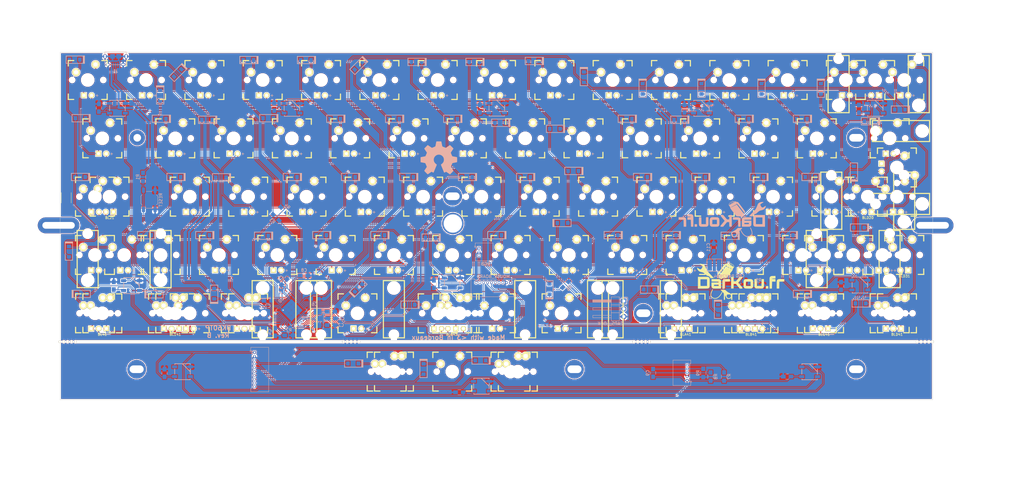
<source format=kicad_pcb>
(kicad_pcb (version 4) (host pcbnew 4.0.5+dfsg1-4)
  (title_block (title DK60TP) (date 2017-10-07) (rev B) (company DarKou))
  (layers (0 F.Cu signal) (31 B.Cu signal) (34 B.Paste user) (35 F.Paste user) (36 B.SilkS user) (37 F.SilkS user) (38 B.Mask user) (39 F.Mask user) (44 Edge.Cuts user))
  (net 0 "")
  (net 1 LED_CATH)
  (net 2 LED_AN)
  (net 3 XTAL1)
  (net 4 GND)
  (net 5 XTAL2)
  (net 6 VCC)
  (net 7 "Net-(C8-Pad1)")
  (net 8 "Net-(C9-Pad1)")
  (net 9 Col0)
  (net 10 "Net-(DK0-Pad1)")
  (net 11 "Net-(DK1-Pad1)")
  (net 12 "Net-(DK2-Pad1)")
  (net 13 "Net-(DK3-Pad1)")
  (net 14 "Net-(DK4-Pad1)")
  (net 15 Col6)
  (net 16 "Net-(DK6-Pad1)")
  (net 17 Col1)
  (net 18 "Net-(DK10-Pad1)")
  (net 19 "Net-(DK11-Pad1)")
  (net 20 "Net-(DK12-Pad1)")
  (net 21 "Net-(DK13-Pad1)")
  (net 22 "Net-(DK14-Pad1)")
  (net 23 Col2)
  (net 24 "Net-(DK20-Pad1)")
  (net 25 "Net-(DK21-Pad1)")
  (net 26 "Net-(DK22-Pad1)")
  (net 27 "Net-(DK23-Pad1)")
  (net 28 "Net-(DK24-Pad1)")
  (net 29 Col3)
  (net 30 "Net-(DK30-Pad1)")
  (net 31 "Net-(DK31-Pad1)")
  (net 32 "Net-(DK32-Pad1)")
  (net 33 "Net-(DK33-Pad1)")
  (net 34 /TRACKPOINT/Col3)
  (net 35 "Net-(DK34-Pad1)")
  (net 36 Col4)
  (net 37 "Net-(DK40-Pad1)")
  (net 38 "Net-(DK41-Pad1)")
  (net 39 "Net-(DK42-Pad1)")
  (net 40 "Net-(DK43-Pad1)")
  (net 41 /TRACKPOINT/Col4)
  (net 42 "Net-(DK44-Pad1)")
  (net 43 Col5)
  (net 44 "Net-(DK50-Pad1)")
  (net 45 "Net-(DK51-Pad1)")
  (net 46 "Net-(DK52-Pad1)")
  (net 47 "Net-(DK53-Pad1)")
  (net 48 "Net-(DK54-Pad1)")
  (net 49 "Net-(DK61-Pad1)")
  (net 50 "Net-(DK62-Pad1)")
  (net 51 "Net-(DK63-Pad1)")
  (net 52 "Net-(DK64-Pad1)")
  (net 53 Col7)
  (net 54 "Net-(DK70-Pad1)")
  (net 55 "Net-(DK71-Pad1)")
  (net 56 "Net-(DK72-Pad1)")
  (net 57 "Net-(DK73-Pad1)")
  (net 58 Col8)
  (net 59 "Net-(DK80-Pad1)")
  (net 60 "Net-(DK81-Pad1)")
  (net 61 "Net-(DK82-Pad1)")
  (net 62 "Net-(DK83-Pad1)")
  (net 63 Col9)
  (net 64 "Net-(DK90-Pad1)")
  (net 65 "Net-(DK91-Pad1)")
  (net 66 "Net-(DK92-Pad1)")
  (net 67 "Net-(DK93-Pad1)")
  (net 68 "Net-(DK94-Pad1)")
  (net 69 ColA)
  (net 70 "Net-(DKA0-Pad1)")
  (net 71 "Net-(DKA1-Pad1)")
  (net 72 "Net-(DKA2-Pad1)")
  (net 73 "Net-(DKA3-Pad1)")
  (net 74 "Net-(DKA4-Pad1)")
  (net 75 ColB)
  (net 76 "Net-(DKB0-Pad1)")
  (net 77 "Net-(DKB1-Pad1)")
  (net 78 "Net-(DKB2-Pad1)")
  (net 79 "Net-(DKB3-Pad1)")
  (net 80 "Net-(DKB4-Pad1)")
  (net 81 ColC)
  (net 82 "Net-(DKC1-Pad1)")
  (net 83 "Net-(DKC2-Pad1)")
  (net 84 "Net-(DKC3-Pad1)")
  (net 85 "Net-(DKC4-Pad1)")
  (net 86 ColD)
  (net 87 "Net-(DKD0-Pad1)")
  (net 88 "Net-(DKD1-Pad1)")
  (net 89 "Net-(DKD2-Pad1)")
  (net 90 "Net-(DKD3-Pad1)")
  (net 91 "Net-(DKD4-Pad1)")
  (net 92 "Net-(J1-Pad2)")
  (net 93 "Net-(J1-Pad3)")
  (net 94 DOUT)
  (net 95 Row0)
  (net 96 Row4)
  (net 97 Row1)
  (net 98 Row2)
  (net 99 Row3)
  (net 100 /TRACKPOINT/Row4)
  (net 101 "Net-(KC0-Pad1)")
  (net 102 "Net-(L1-Pad1)")
  (net 103 "Net-(J3-Pad2)")
  (net 104 D5)
  (net 105 D2)
  (net 106 /TRACKPOINT/D5)
  (net 107 /TRACKPOINT/D2)
  (net 108 /TRACKPOINT/RGB)
  (net 109 RESET)
  (net 110 "Net-(R2-Pad2)")
  (net 111 "Net-(R3-Pad1)")
  (net 112 CAPS_LED)
  (net 113 "Net-(J3-Pad1)")
  (net 114 RGB)
  (net 115 "Net-(RGB0-Pad2)")
  (net 116 "Net-(RGB1-Pad2)")
  (net 117 "Net-(RGB2-Pad2)")
  (net 118 "Net-(RGB3-Pad2)")
  (net 119 "Net-(RGB4-Pad2)")
  (net 120 "Net-(RGB5-Pad2)")
  (net 121 "Net-(RGB6-Pad2)")
  (net 122 "Net-(RGB8-Pad2)")
  (net 123 "Net-(RGB10-Pad4)")
  (net 124 BACKLIT)
  (net 125 "Net-(R4-Pad1)")
  (net 126 "Net-(DK74-Pad1)")
  (net 127 /TRACKPOINT/Col8)
  (net 128 "Net-(DK84-Pad1)")
  (module Footprint:Mx_100 (layer F.Cu) (at 192.00125 125.18125)
    (fp_text reference K643 hide)
    (fp_text value K46 hide)
    (pad HOLE np_thru_hole circle (at 0 0) (size 3.9878 3.9878) (drill 3.9878) (layers *.Cu))
    (pad HOLE np_thru_hole circle (at -5.08 0) (size 1.7018 1.7018) (drill 1.7018) (layers *.Cu))
    (pad HOLE np_thru_hole circle (at 5.08 0) (size 1.7018 1.7018) (drill 1.7018) (layers *.Cu))
    (pad 1 thru_hole circle (at -3.81 -2.54 330.95) (size 2.5 2.5) (drill 1.5) (layers *.Cu *.Mask F.SilkS) (net 96 Row4))
    (pad 2 thru_hole circle (at 2.54 -5.08 356.1) (size 2.5 2.5) (drill 1.5) (layers *.Cu *.Mask F.SilkS) (net 52 "Net-(DK64-Pad1)"))
  )
  (module Footprint:Mx_100 (layer F.Cu) (at 211.0425 144.23125)
    (fp_text reference K840 hide)
    (fp_text value RMB hide)
    (pad HOLE np_thru_hole circle (at 0 0) (size 3.9878 3.9878) (drill 3.9878) (layers *.Cu))
    (pad HOLE np_thru_hole circle (at -5.08 0) (size 1.7018 1.7018) (drill 1.7018) (layers *.Cu))
    (pad HOLE np_thru_hole circle (at 5.08 0) (size 1.7018 1.7018) (drill 1.7018) (layers *.Cu))
    (pad 1 thru_hole circle (at -3.81 -2.54 330.95) (size 2.5 2.5) (drill 1.5) (layers *.Cu *.Mask F.SilkS) (net 128 "Net-(DK84-Pad1)"))
    (pad 2 thru_hole circle (at 2.54 -5.08 356.1) (size 2.5 2.5) (drill 1.5) (layers *.Cu *.Mask F.SilkS) (net 100 /TRACKPOINT/Row4))
  )
  (module Footprint:Mx_100 (layer F.Cu) (at 339.65625 106.13125)
    (fp_text reference KD30 hide)
    (fp_text value K3D hide)
    (pad HOLE np_thru_hole circle (at 0 0) (size 3.9878 3.9878) (drill 3.9878) (layers *.Cu))
    (pad HOLE np_thru_hole circle (at -5.08 0) (size 1.7018 1.7018) (drill 1.7018) (layers *.Cu))
    (pad HOLE np_thru_hole circle (at 5.08 0) (size 1.7018 1.7018) (drill 1.7018) (layers *.Cu))
    (pad 1 thru_hole circle (at -3.81 -2.54 330.95) (size 2.5 2.5) (drill 1.5) (layers *.Cu *.Mask F.SilkS) (net 99 Row3))
    (pad 2 thru_hole circle (at 2.54 -5.08 356.1) (size 2.5 2.5) (drill 1.5) (layers *.Cu *.Mask F.SilkS) (net 90 "Net-(DKD3-Pad1)"))
  )
  (module Footprint:Mx_100 (layer F.Cu) (at 320.58 48.98125)
    (fp_text reference KD0 hide)
    (fp_text value K0D hide)
    (pad HOLE np_thru_hole circle (at 0 0) (size 3.9878 3.9878) (drill 3.9878) (layers *.Cu))
    (pad HOLE np_thru_hole circle (at -5.08 0) (size 1.7018 1.7018) (drill 1.7018) (layers *.Cu))
    (pad HOLE np_thru_hole circle (at 5.08 0) (size 1.7018 1.7018) (drill 1.7018) (layers *.Cu))
    (pad 1 thru_hole circle (at -3.81 -2.54 330.95) (size 2.5 2.5) (drill 1.5) (layers *.Cu *.Mask F.SilkS) (net 87 "Net-(DKD0-Pad1)"))
    (pad 2 thru_hole circle (at 2.54 -5.08 356.1) (size 2.5 2.5) (drill 1.5) (layers *.Cu *.Mask F.SilkS) (net 95 Row0))
  )
  (module Footprint:Mx_100 (layer F.Cu) (at 311.08125 125.18125)
    (fp_text reference KC40 hide)
    (fp_text value K4C hide)
    (pad HOLE np_thru_hole circle (at 0 0) (size 3.9878 3.9878) (drill 3.9878) (layers *.Cu))
    (pad HOLE np_thru_hole circle (at -5.08 0) (size 1.7018 1.7018) (drill 1.7018) (layers *.Cu))
    (pad HOLE np_thru_hole circle (at 5.08 0) (size 1.7018 1.7018) (drill 1.7018) (layers *.Cu))
    (pad 1 thru_hole circle (at -3.81 -2.54 330.95) (size 2.5 2.5) (drill 1.5) (layers *.Cu *.Mask F.SilkS) (net 85 "Net-(DKC4-Pad1)"))
    (pad 2 thru_hole circle (at 2.54 -5.08 356.1) (size 2.5 2.5) (drill 1.5) (layers *.Cu *.Mask F.SilkS) (net 96 Row4))
  )
  (module Footprint:Mx_100 (layer F.Cu) (at 306.31875 106.13125)
    (fp_text reference KC31 hide)
    (fp_text value K3C hide)
    (pad HOLE np_thru_hole circle (at 0 0) (size 3.9878 3.9878) (drill 3.9878) (layers *.Cu))
    (pad HOLE np_thru_hole circle (at -5.08 0) (size 1.7018 1.7018) (drill 1.7018) (layers *.Cu))
    (pad HOLE np_thru_hole circle (at 5.08 0) (size 1.7018 1.7018) (drill 1.7018) (layers *.Cu))
    (pad 1 thru_hole circle (at -3.81 -2.54 330.95) (size 2.5 2.5) (drill 1.5) (layers *.Cu *.Mask F.SilkS) (net 84 "Net-(DKC3-Pad1)"))
    (pad 2 thru_hole circle (at 2.54 -5.08 356.1) (size 2.5 2.5) (drill 1.5) (layers *.Cu *.Mask F.SilkS) (net 99 Row3))
  )
  (module Footprint:Mx_100 (layer F.Cu) (at 315.84375 87.08125)
    (fp_text reference KC20 hide)
    (fp_text value K2C hide)
    (pad HOLE np_thru_hole circle (at 0 0) (size 3.9878 3.9878) (drill 3.9878) (layers *.Cu))
    (pad HOLE np_thru_hole circle (at -5.08 0) (size 1.7018 1.7018) (drill 1.7018) (layers *.Cu))
    (pad HOLE np_thru_hole circle (at 5.08 0) (size 1.7018 1.7018) (drill 1.7018) (layers *.Cu))
    (pad 1 thru_hole circle (at -3.81 -2.54 330.95) (size 2.5 2.5) (drill 1.5) (layers *.Cu *.Mask F.SilkS) (net 83 "Net-(DKC2-Pad1)"))
    (pad 2 thru_hole circle (at 2.54 -5.08 356.1) (size 2.5 2.5) (drill 1.5) (layers *.Cu *.Mask F.SilkS) (net 98 Row2))
  )
  (module Footprint:Mx_100 (layer F.Cu) (at 311.08125 68.03125)
    (fp_text reference KC10 hide)
    (fp_text value K1C hide)
    (pad HOLE np_thru_hole circle (at 0 0) (size 3.9878 3.9878) (drill 3.9878) (layers *.Cu))
    (pad HOLE np_thru_hole circle (at -5.08 0) (size 1.7018 1.7018) (drill 1.7018) (layers *.Cu))
    (pad HOLE np_thru_hole circle (at 5.08 0) (size 1.7018 1.7018) (drill 1.7018) (layers *.Cu))
    (pad 1 thru_hole circle (at -3.81 -2.54 330.95) (size 2.5 2.5) (drill 1.5) (layers *.Cu *.Mask F.SilkS) (net 82 "Net-(DKC1-Pad1)"))
    (pad 2 thru_hole circle (at 2.54 -5.08 356.1) (size 2.5 2.5) (drill 1.5) (layers *.Cu *.Mask F.SilkS) (net 97 Row1))
  )
  (module Footprint:Mx_100 (layer F.Cu) (at 301.55625 48.98125)
    (fp_text reference KC0 hide)
    (fp_text value K0C hide)
    (pad HOLE np_thru_hole circle (at 0 0) (size 3.9878 3.9878) (drill 3.9878) (layers *.Cu))
    (pad HOLE np_thru_hole circle (at -5.08 0) (size 1.7018 1.7018) (drill 1.7018) (layers *.Cu))
    (pad HOLE np_thru_hole circle (at 5.08 0) (size 1.7018 1.7018) (drill 1.7018) (layers *.Cu))
    (pad 1 thru_hole circle (at -3.81 -2.54 330.95) (size 2.5 2.5) (drill 1.5) (layers *.Cu *.Mask F.SilkS) (net 101 "Net-(KC0-Pad1)"))
    (pad 2 thru_hole circle (at 2.54 -5.08 356.1) (size 2.5 2.5) (drill 1.5) (layers *.Cu *.Mask F.SilkS) (net 95 Row0))
  )
  (module Footprint:Mx_100 (layer F.Cu) (at 292.03125 125.18125)
    (fp_text reference KB40 hide)
    (fp_text value K4B hide)
    (pad HOLE np_thru_hole circle (at 0 0) (size 3.9878 3.9878) (drill 3.9878) (layers *.Cu))
    (pad HOLE np_thru_hole circle (at -5.08 0) (size 1.7018 1.7018) (drill 1.7018) (layers *.Cu))
    (pad HOLE np_thru_hole circle (at 5.08 0) (size 1.7018 1.7018) (drill 1.7018) (layers *.Cu))
    (pad 1 thru_hole circle (at -3.81 -2.54 330.95) (size 2.5 2.5) (drill 1.5) (layers *.Cu *.Mask F.SilkS) (net 80 "Net-(DKB4-Pad1)"))
    (pad 2 thru_hole circle (at 2.54 -5.08 356.1) (size 2.5 2.5) (drill 1.5) (layers *.Cu *.Mask F.SilkS) (net 96 Row4))
  )
  (module Footprint:Mx_100 (layer F.Cu) (at 287.26875 106.13125)
    (fp_text reference KB30 hide)
    (fp_text value K3B hide)
    (pad HOLE np_thru_hole circle (at 0 0) (size 3.9878 3.9878) (drill 3.9878) (layers *.Cu))
    (pad HOLE np_thru_hole circle (at -5.08 0) (size 1.7018 1.7018) (drill 1.7018) (layers *.Cu))
    (pad HOLE np_thru_hole circle (at 5.08 0) (size 1.7018 1.7018) (drill 1.7018) (layers *.Cu))
    (pad 1 thru_hole circle (at -3.81 -2.54 330.95) (size 2.5 2.5) (drill 1.5) (layers *.Cu *.Mask F.SilkS) (net 79 "Net-(DKB3-Pad1)"))
    (pad 2 thru_hole circle (at 2.54 -5.08 356.1) (size 2.5 2.5) (drill 1.5) (layers *.Cu *.Mask F.SilkS) (net 99 Row3))
  )
  (module Footprint:Mx_100 (layer F.Cu) (at 296.79375 87.08125)
    (fp_text reference KB20 hide)
    (fp_text value K2B hide)
    (pad HOLE np_thru_hole circle (at 0 0) (size 3.9878 3.9878) (drill 3.9878) (layers *.Cu))
    (pad HOLE np_thru_hole circle (at -5.08 0) (size 1.7018 1.7018) (drill 1.7018) (layers *.Cu))
    (pad HOLE np_thru_hole circle (at 5.08 0) (size 1.7018 1.7018) (drill 1.7018) (layers *.Cu))
    (pad 1 thru_hole circle (at -3.81 -2.54 330.95) (size 2.5 2.5) (drill 1.5) (layers *.Cu *.Mask F.SilkS) (net 78 "Net-(DKB2-Pad1)"))
    (pad 2 thru_hole circle (at 2.54 -5.08 356.1) (size 2.5 2.5) (drill 1.5) (layers *.Cu *.Mask F.SilkS) (net 98 Row2))
  )
  (module Footprint:Mx_100 (layer F.Cu) (at 292.03125 68.03125)
    (fp_text reference KB10 hide)
    (fp_text value K1B hide)
    (pad HOLE np_thru_hole circle (at 0 0) (size 3.9878 3.9878) (drill 3.9878) (layers *.Cu))
    (pad HOLE np_thru_hole circle (at -5.08 0) (size 1.7018 1.7018) (drill 1.7018) (layers *.Cu))
    (pad HOLE np_thru_hole circle (at 5.08 0) (size 1.7018 1.7018) (drill 1.7018) (layers *.Cu))
    (pad 1 thru_hole circle (at -3.81 -2.54 330.95) (size 2.5 2.5) (drill 1.5) (layers *.Cu *.Mask F.SilkS) (net 77 "Net-(DKB1-Pad1)"))
    (pad 2 thru_hole circle (at 2.54 -5.08 356.1) (size 2.5 2.5) (drill 1.5) (layers *.Cu *.Mask F.SilkS) (net 97 Row1))
  )
  (module Footprint:Mx_100 (layer F.Cu) (at 282.50625 48.98125)
    (fp_text reference KB0 hide)
    (fp_text value K0B hide)
    (pad HOLE np_thru_hole circle (at 0 0) (size 3.9878 3.9878) (drill 3.9878) (layers *.Cu))
    (pad HOLE np_thru_hole circle (at -5.08 0) (size 1.7018 1.7018) (drill 1.7018) (layers *.Cu))
    (pad HOLE np_thru_hole circle (at 5.08 0) (size 1.7018 1.7018) (drill 1.7018) (layers *.Cu))
    (pad 1 thru_hole circle (at -3.81 -2.54 330.95) (size 2.5 2.5) (drill 1.5) (layers *.Cu *.Mask F.SilkS) (net 76 "Net-(DKB0-Pad1)"))
    (pad 2 thru_hole circle (at 2.54 -5.08 356.1) (size 2.5 2.5) (drill 1.5) (layers *.Cu *.Mask F.SilkS) (net 95 Row0))
  )
  (module Footprint:Mx_100 (layer F.Cu) (at 268.21875 106.13125)
    (fp_text reference KA30 hide)
    (fp_text value K3A hide)
    (pad HOLE np_thru_hole circle (at 0 0) (size 3.9878 3.9878) (drill 3.9878) (layers *.Cu))
    (pad HOLE np_thru_hole circle (at -5.08 0) (size 1.7018 1.7018) (drill 1.7018) (layers *.Cu))
    (pad HOLE np_thru_hole circle (at 5.08 0) (size 1.7018 1.7018) (drill 1.7018) (layers *.Cu))
    (pad 1 thru_hole circle (at -3.81 -2.54 330.95) (size 2.5 2.5) (drill 1.5) (layers *.Cu *.Mask F.SilkS) (net 73 "Net-(DKA3-Pad1)"))
    (pad 2 thru_hole circle (at 2.54 -5.08 356.1) (size 2.5 2.5) (drill 1.5) (layers *.Cu *.Mask F.SilkS) (net 99 Row3))
  )
  (module Footprint:Mx_100 (layer F.Cu) (at 277.74375 87.08125)
    (fp_text reference KA20 hide)
    (fp_text value K2A hide)
    (pad HOLE np_thru_hole circle (at 0 0) (size 3.9878 3.9878) (drill 3.9878) (layers *.Cu))
    (pad HOLE np_thru_hole circle (at -5.08 0) (size 1.7018 1.7018) (drill 1.7018) (layers *.Cu))
    (pad HOLE np_thru_hole circle (at 5.08 0) (size 1.7018 1.7018) (drill 1.7018) (layers *.Cu))
    (pad 1 thru_hole circle (at -3.81 -2.54 330.95) (size 2.5 2.5) (drill 1.5) (layers *.Cu *.Mask F.SilkS) (net 72 "Net-(DKA2-Pad1)"))
    (pad 2 thru_hole circle (at 2.54 -5.08 356.1) (size 2.5 2.5) (drill 1.5) (layers *.Cu *.Mask F.SilkS) (net 98 Row2))
  )
  (module Footprint:Mx_100 (layer F.Cu) (at 272.98125 68.03125)
    (fp_text reference KA10 hide)
    (fp_text value K1A hide)
    (pad HOLE np_thru_hole circle (at 0 0) (size 3.9878 3.9878) (drill 3.9878) (layers *.Cu))
    (pad HOLE np_thru_hole circle (at -5.08 0) (size 1.7018 1.7018) (drill 1.7018) (layers *.Cu))
    (pad HOLE np_thru_hole circle (at 5.08 0) (size 1.7018 1.7018) (drill 1.7018) (layers *.Cu))
    (pad 1 thru_hole circle (at -3.81 -2.54 330.95) (size 2.5 2.5) (drill 1.5) (layers *.Cu *.Mask F.SilkS) (net 71 "Net-(DKA1-Pad1)"))
    (pad 2 thru_hole circle (at 2.54 -5.08 356.1) (size 2.5 2.5) (drill 1.5) (layers *.Cu *.Mask F.SilkS) (net 97 Row1))
  )
  (module Footprint:Mx_100 (layer F.Cu) (at 263.45625 48.98125)
    (fp_text reference KA0 hide)
    (fp_text value K0A hide)
    (pad HOLE np_thru_hole circle (at 0 0) (size 3.9878 3.9878) (drill 3.9878) (layers *.Cu))
    (pad HOLE np_thru_hole circle (at -5.08 0) (size 1.7018 1.7018) (drill 1.7018) (layers *.Cu))
    (pad HOLE np_thru_hole circle (at 5.08 0) (size 1.7018 1.7018) (drill 1.7018) (layers *.Cu))
    (pad 1 thru_hole circle (at -3.81 -2.54 330.95) (size 2.5 2.5) (drill 1.5) (layers *.Cu *.Mask F.SilkS) (net 70 "Net-(DKA0-Pad1)"))
    (pad 2 thru_hole circle (at 2.54 -5.08 356.1) (size 2.5 2.5) (drill 1.5) (layers *.Cu *.Mask F.SilkS) (net 95 Row0))
  )
  (module Footprint:Mx_100 (layer F.Cu) (at 339.65625 48.98125)
    (fp_text reference K940 hide)
    (fp_text value K49 hide)
    (pad HOLE np_thru_hole circle (at 0 0) (size 3.9878 3.9878) (drill 3.9878) (layers *.Cu))
    (pad HOLE np_thru_hole circle (at -5.08 0) (size 1.7018 1.7018) (drill 1.7018) (layers *.Cu))
    (pad HOLE np_thru_hole circle (at 5.08 0) (size 1.7018 1.7018) (drill 1.7018) (layers *.Cu))
    (pad 1 thru_hole circle (at -3.81 -2.54 330.95) (size 2.5 2.5) (drill 1.5) (layers *.Cu *.Mask F.SilkS) (net 68 "Net-(DK94-Pad1)"))
    (pad 2 thru_hole circle (at 2.54 -5.08 356.1) (size 2.5 2.5) (drill 1.5) (layers *.Cu *.Mask F.SilkS) (net 96 Row4))
  )
  (module Footprint:Mx_100 (layer F.Cu) (at 249.16875 106.13125)
    (fp_text reference K930 hide)
    (fp_text value K39 hide)
    (pad HOLE np_thru_hole circle (at 0 0) (size 3.9878 3.9878) (drill 3.9878) (layers *.Cu))
    (pad HOLE np_thru_hole circle (at -5.08 0) (size 1.7018 1.7018) (drill 1.7018) (layers *.Cu))
    (pad HOLE np_thru_hole circle (at 5.08 0) (size 1.7018 1.7018) (drill 1.7018) (layers *.Cu))
    (pad 1 thru_hole circle (at -3.81 -2.54 330.95) (size 2.5 2.5) (drill 1.5) (layers *.Cu *.Mask F.SilkS) (net 67 "Net-(DK93-Pad1)"))
    (pad 2 thru_hole circle (at 2.54 -5.08 356.1) (size 2.5 2.5) (drill 1.5) (layers *.Cu *.Mask F.SilkS) (net 99 Row3))
  )
  (module Footprint:Mx_100 (layer F.Cu) (at 258.69375 87.08125)
    (fp_text reference K920 hide)
    (fp_text value K29 hide)
    (pad HOLE np_thru_hole circle (at 0 0) (size 3.9878 3.9878) (drill 3.9878) (layers *.Cu))
    (pad HOLE np_thru_hole circle (at -5.08 0) (size 1.7018 1.7018) (drill 1.7018) (layers *.Cu))
    (pad HOLE np_thru_hole circle (at 5.08 0) (size 1.7018 1.7018) (drill 1.7018) (layers *.Cu))
    (pad 1 thru_hole circle (at -3.81 -2.54 330.95) (size 2.5 2.5) (drill 1.5) (layers *.Cu *.Mask F.SilkS) (net 66 "Net-(DK92-Pad1)"))
    (pad 2 thru_hole circle (at 2.54 -5.08 356.1) (size 2.5 2.5) (drill 1.5) (layers *.Cu *.Mask F.SilkS) (net 98 Row2))
  )
  (module Footprint:Mx_100 (layer F.Cu) (at 253.93125 68.03125)
    (fp_text reference K910 hide)
    (fp_text value K19 hide)
    (pad HOLE np_thru_hole circle (at 0 0) (size 3.9878 3.9878) (drill 3.9878) (layers *.Cu))
    (pad HOLE np_thru_hole circle (at -5.08 0) (size 1.7018 1.7018) (drill 1.7018) (layers *.Cu))
    (pad HOLE np_thru_hole circle (at 5.08 0) (size 1.7018 1.7018) (drill 1.7018) (layers *.Cu))
    (pad 1 thru_hole circle (at -3.81 -2.54 330.95) (size 2.5 2.5) (drill 1.5) (layers *.Cu *.Mask F.SilkS) (net 65 "Net-(DK91-Pad1)"))
    (pad 2 thru_hole circle (at 2.54 -5.08 356.1) (size 2.5 2.5) (drill 1.5) (layers *.Cu *.Mask F.SilkS) (net 97 Row1))
  )
  (module Footprint:Mx_100 (layer F.Cu) (at 244.40625 48.98125)
    (fp_text reference K900 hide)
    (fp_text value K09 hide)
    (pad HOLE np_thru_hole circle (at 0 0) (size 3.9878 3.9878) (drill 3.9878) (layers *.Cu))
    (pad HOLE np_thru_hole circle (at -5.08 0) (size 1.7018 1.7018) (drill 1.7018) (layers *.Cu))
    (pad HOLE np_thru_hole circle (at 5.08 0) (size 1.7018 1.7018) (drill 1.7018) (layers *.Cu))
    (pad 1 thru_hole circle (at -3.81 -2.54 330.95) (size 2.5 2.5) (drill 1.5) (layers *.Cu *.Mask F.SilkS) (net 64 "Net-(DK90-Pad1)"))
    (pad 2 thru_hole circle (at 2.54 -5.08 356.1) (size 2.5 2.5) (drill 1.5) (layers *.Cu *.Mask F.SilkS) (net 95 Row0))
  )
  (module Footprint:Mx_100 (layer F.Cu) (at 230.11875 106.13125)
    (fp_text reference K830 hide)
    (fp_text value K38 hide)
    (pad HOLE np_thru_hole circle (at 0 0) (size 3.9878 3.9878) (drill 3.9878) (layers *.Cu))
    (pad HOLE np_thru_hole circle (at -5.08 0) (size 1.7018 1.7018) (drill 1.7018) (layers *.Cu))
    (pad HOLE np_thru_hole circle (at 5.08 0) (size 1.7018 1.7018) (drill 1.7018) (layers *.Cu))
    (pad 1 thru_hole circle (at -3.81 -2.54 330.95) (size 2.5 2.5) (drill 1.5) (layers *.Cu *.Mask F.SilkS) (net 62 "Net-(DK83-Pad1)"))
    (pad 2 thru_hole circle (at 2.54 -5.08 356.1) (size 2.5 2.5) (drill 1.5) (layers *.Cu *.Mask F.SilkS) (net 99 Row3))
  )
  (module Footprint:Mx_100 (layer F.Cu) (at 239.64375 87.08125)
    (fp_text reference K820 hide)
    (fp_text value K28 hide)
    (pad HOLE np_thru_hole circle (at 0 0) (size 3.9878 3.9878) (drill 3.9878) (layers *.Cu))
    (pad HOLE np_thru_hole circle (at -5.08 0) (size 1.7018 1.7018) (drill 1.7018) (layers *.Cu))
    (pad HOLE np_thru_hole circle (at 5.08 0) (size 1.7018 1.7018) (drill 1.7018) (layers *.Cu))
    (pad 1 thru_hole circle (at -3.81 -2.54 330.95) (size 2.5 2.5) (drill 1.5) (layers *.Cu *.Mask F.SilkS) (net 61 "Net-(DK82-Pad1)"))
    (pad 2 thru_hole circle (at 2.54 -5.08 356.1) (size 2.5 2.5) (drill 1.5) (layers *.Cu *.Mask F.SilkS) (net 98 Row2))
  )
  (module Footprint:Mx_100 (layer F.Cu) (at 234.88125 68.03125)
    (fp_text reference K810 hide)
    (fp_text value K18 hide)
    (pad HOLE np_thru_hole circle (at 0 0) (size 3.9878 3.9878) (drill 3.9878) (layers *.Cu))
    (pad HOLE np_thru_hole circle (at -5.08 0) (size 1.7018 1.7018) (drill 1.7018) (layers *.Cu))
    (pad HOLE np_thru_hole circle (at 5.08 0) (size 1.7018 1.7018) (drill 1.7018) (layers *.Cu))
    (pad 1 thru_hole circle (at -3.81 -2.54 330.95) (size 2.5 2.5) (drill 1.5) (layers *.Cu *.Mask F.SilkS) (net 60 "Net-(DK81-Pad1)"))
    (pad 2 thru_hole circle (at 2.54 -5.08 356.1) (size 2.5 2.5) (drill 1.5) (layers *.Cu *.Mask F.SilkS) (net 97 Row1))
  )
  (module Footprint:Mx_100 (layer F.Cu) (at 225.35625 48.98125)
    (fp_text reference K800 hide)
    (fp_text value K08 hide)
    (pad HOLE np_thru_hole circle (at 0 0) (size 3.9878 3.9878) (drill 3.9878) (layers *.Cu))
    (pad HOLE np_thru_hole circle (at -5.08 0) (size 1.7018 1.7018) (drill 1.7018) (layers *.Cu))
    (pad HOLE np_thru_hole circle (at 5.08 0) (size 1.7018 1.7018) (drill 1.7018) (layers *.Cu))
    (pad 1 thru_hole circle (at -3.81 -2.54 330.95) (size 2.5 2.5) (drill 1.5) (layers *.Cu *.Mask F.SilkS) (net 59 "Net-(DK80-Pad1)"))
    (pad 2 thru_hole circle (at 2.54 -5.08 356.1) (size 2.5 2.5) (drill 1.5) (layers *.Cu *.Mask F.SilkS) (net 95 Row0))
  )
  (module Footprint:Mx_100 (layer F.Cu) (at 211.06875 106.13125)
    (fp_text reference K730 hide)
    (fp_text value K37 hide)
    (pad HOLE np_thru_hole circle (at 0 0) (size 3.9878 3.9878) (drill 3.9878) (layers *.Cu))
    (pad HOLE np_thru_hole circle (at -5.08 0) (size 1.7018 1.7018) (drill 1.7018) (layers *.Cu))
    (pad HOLE np_thru_hole circle (at 5.08 0) (size 1.7018 1.7018) (drill 1.7018) (layers *.Cu))
    (pad 1 thru_hole circle (at -3.81 -2.54 330.95) (size 2.5 2.5) (drill 1.5) (layers *.Cu *.Mask F.SilkS) (net 57 "Net-(DK73-Pad1)"))
    (pad 2 thru_hole circle (at 2.54 -5.08 356.1) (size 2.5 2.5) (drill 1.5) (layers *.Cu *.Mask F.SilkS) (net 99 Row3))
  )
  (module Footprint:Mx_100 (layer F.Cu) (at 220.59375 87.08125)
    (fp_text reference K720 hide)
    (fp_text value K27 hide)
    (pad HOLE np_thru_hole circle (at 0 0) (size 3.9878 3.9878) (drill 3.9878) (layers *.Cu))
    (pad HOLE np_thru_hole circle (at -5.08 0) (size 1.7018 1.7018) (drill 1.7018) (layers *.Cu))
    (pad HOLE np_thru_hole circle (at 5.08 0) (size 1.7018 1.7018) (drill 1.7018) (layers *.Cu))
    (pad 1 thru_hole circle (at -3.81 -2.54 330.95) (size 2.5 2.5) (drill 1.5) (layers *.Cu *.Mask F.SilkS) (net 56 "Net-(DK72-Pad1)"))
    (pad 2 thru_hole circle (at 2.54 -5.08 356.1) (size 2.5 2.5) (drill 1.5) (layers *.Cu *.Mask F.SilkS) (net 98 Row2))
  )
  (module Footprint:Mx_100 (layer F.Cu) (at 215.83125 68.03125)
    (fp_text reference K710 hide)
    (fp_text value K17 hide)
    (pad HOLE np_thru_hole circle (at 0 0) (size 3.9878 3.9878) (drill 3.9878) (layers *.Cu))
    (pad HOLE np_thru_hole circle (at -5.08 0) (size 1.7018 1.7018) (drill 1.7018) (layers *.Cu))
    (pad HOLE np_thru_hole circle (at 5.08 0) (size 1.7018 1.7018) (drill 1.7018) (layers *.Cu))
    (pad 1 thru_hole circle (at -3.81 -2.54 330.95) (size 2.5 2.5) (drill 1.5) (layers *.Cu *.Mask F.SilkS) (net 55 "Net-(DK71-Pad1)"))
    (pad 2 thru_hole circle (at 2.54 -5.08 356.1) (size 2.5 2.5) (drill 1.5) (layers *.Cu *.Mask F.SilkS) (net 97 Row1))
  )
  (module Footprint:Mx_100 (layer F.Cu) (at 206.30625 48.98125)
    (fp_text reference K700 hide)
    (fp_text value K07 hide)
    (pad HOLE np_thru_hole circle (at 0 0) (size 3.9878 3.9878) (drill 3.9878) (layers *.Cu))
    (pad HOLE np_thru_hole circle (at -5.08 0) (size 1.7018 1.7018) (drill 1.7018) (layers *.Cu))
    (pad HOLE np_thru_hole circle (at 5.08 0) (size 1.7018 1.7018) (drill 1.7018) (layers *.Cu))
    (pad 1 thru_hole circle (at -3.81 -2.54 330.95) (size 2.5 2.5) (drill 1.5) (layers *.Cu *.Mask F.SilkS) (net 54 "Net-(DK70-Pad1)"))
    (pad 2 thru_hole circle (at 2.54 -5.08 356.1) (size 2.5 2.5) (drill 1.5) (layers *.Cu *.Mask F.SilkS) (net 95 Row0))
  )
  (module Footprint:Mx_100 (layer F.Cu) (at 192.01875 106.13125)
    (fp_text reference K630 hide)
    (fp_text value K36 hide)
    (pad HOLE np_thru_hole circle (at 0 0) (size 3.9878 3.9878) (drill 3.9878) (layers *.Cu))
    (pad HOLE np_thru_hole circle (at -5.08 0) (size 1.7018 1.7018) (drill 1.7018) (layers *.Cu))
    (pad HOLE np_thru_hole circle (at 5.08 0) (size 1.7018 1.7018) (drill 1.7018) (layers *.Cu))
    (pad 1 thru_hole circle (at -3.81 -2.54 330.95) (size 2.5 2.5) (drill 1.5) (layers *.Cu *.Mask F.SilkS) (net 51 "Net-(DK63-Pad1)"))
    (pad 2 thru_hole circle (at 2.54 -5.08 356.1) (size 2.5 2.5) (drill 1.5) (layers *.Cu *.Mask F.SilkS) (net 99 Row3))
  )
  (module Footprint:Mx_100 (layer F.Cu) (at 201.54375 87.08125)
    (fp_text reference K620 hide)
    (fp_text value K26 hide)
    (pad HOLE np_thru_hole circle (at 0 0) (size 3.9878 3.9878) (drill 3.9878) (layers *.Cu))
    (pad HOLE np_thru_hole circle (at -5.08 0) (size 1.7018 1.7018) (drill 1.7018) (layers *.Cu))
    (pad HOLE np_thru_hole circle (at 5.08 0) (size 1.7018 1.7018) (drill 1.7018) (layers *.Cu))
    (pad 1 thru_hole circle (at -3.81 -2.54 330.95) (size 2.5 2.5) (drill 1.5) (layers *.Cu *.Mask F.SilkS) (net 50 "Net-(DK62-Pad1)"))
    (pad 2 thru_hole circle (at 2.54 -5.08 356.1) (size 2.5 2.5) (drill 1.5) (layers *.Cu *.Mask F.SilkS) (net 98 Row2))
  )
  (module Footprint:Mx_100 (layer F.Cu) (at 196.78125 68.03125)
    (fp_text reference K610 hide)
    (fp_text value K16 hide)
    (pad HOLE np_thru_hole circle (at 0 0) (size 3.9878 3.9878) (drill 3.9878) (layers *.Cu))
    (pad HOLE np_thru_hole circle (at -5.08 0) (size 1.7018 1.7018) (drill 1.7018) (layers *.Cu))
    (pad HOLE np_thru_hole circle (at 5.08 0) (size 1.7018 1.7018) (drill 1.7018) (layers *.Cu))
    (pad 1 thru_hole circle (at -3.81 -2.54 330.95) (size 2.5 2.5) (drill 1.5) (layers *.Cu *.Mask F.SilkS) (net 49 "Net-(DK61-Pad1)"))
    (pad 2 thru_hole circle (at 2.54 -5.08 356.1) (size 2.5 2.5) (drill 1.5) (layers *.Cu *.Mask F.SilkS) (net 97 Row1))
  )
  (module Footprint:Mx_100 (layer F.Cu) (at 187.25625 48.98125)
    (fp_text reference K600 hide)
    (fp_text value K06 hide)
    (pad HOLE np_thru_hole circle (at 0 0) (size 3.9878 3.9878) (drill 3.9878) (layers *.Cu))
    (pad HOLE np_thru_hole circle (at -5.08 0) (size 1.7018 1.7018) (drill 1.7018) (layers *.Cu))
    (pad HOLE np_thru_hole circle (at 5.08 0) (size 1.7018 1.7018) (drill 1.7018) (layers *.Cu))
    (pad 1 thru_hole circle (at -3.81 -2.54 330.95) (size 2.5 2.5) (drill 1.5) (layers *.Cu *.Mask F.SilkS) (net 16 "Net-(DK6-Pad1)"))
    (pad 2 thru_hole circle (at 2.54 -5.08 356.1) (size 2.5 2.5) (drill 1.5) (layers *.Cu *.Mask F.SilkS) (net 95 Row0))
  )
  (module Footprint:Mx_100 (layer F.Cu) (at 172.96875 106.13125)
    (fp_text reference K530 hide)
    (fp_text value K35 hide)
    (pad HOLE np_thru_hole circle (at 0 0) (size 3.9878 3.9878) (drill 3.9878) (layers *.Cu))
    (pad HOLE np_thru_hole circle (at -5.08 0) (size 1.7018 1.7018) (drill 1.7018) (layers *.Cu))
    (pad HOLE np_thru_hole circle (at 5.08 0) (size 1.7018 1.7018) (drill 1.7018) (layers *.Cu))
    (pad 1 thru_hole circle (at -3.81 -2.54 330.95) (size 2.5 2.5) (drill 1.5) (layers *.Cu *.Mask F.SilkS) (net 47 "Net-(DK53-Pad1)"))
    (pad 2 thru_hole circle (at 2.54 -5.08 356.1) (size 2.5 2.5) (drill 1.5) (layers *.Cu *.Mask F.SilkS) (net 99 Row3))
  )
  (module Footprint:Mx_100 (layer F.Cu) (at 182.49375 87.08125)
    (fp_text reference K520 hide)
    (fp_text value K25 hide)
    (pad HOLE np_thru_hole circle (at 0 0) (size 3.9878 3.9878) (drill 3.9878) (layers *.Cu))
    (pad HOLE np_thru_hole circle (at -5.08 0) (size 1.7018 1.7018) (drill 1.7018) (layers *.Cu))
    (pad HOLE np_thru_hole circle (at 5.08 0) (size 1.7018 1.7018) (drill 1.7018) (layers *.Cu))
    (pad 1 thru_hole circle (at -3.81 -2.54 330.95) (size 2.5 2.5) (drill 1.5) (layers *.Cu *.Mask F.SilkS) (net 46 "Net-(DK52-Pad1)"))
    (pad 2 thru_hole circle (at 2.54 -5.08 356.1) (size 2.5 2.5) (drill 1.5) (layers *.Cu *.Mask F.SilkS) (net 98 Row2))
  )
  (module Footprint:Mx_100 (layer F.Cu) (at 177.73125 68.03125)
    (fp_text reference K510 hide)
    (fp_text value K15 hide)
    (pad HOLE np_thru_hole circle (at 0 0) (size 3.9878 3.9878) (drill 3.9878) (layers *.Cu))
    (pad HOLE np_thru_hole circle (at -5.08 0) (size 1.7018 1.7018) (drill 1.7018) (layers *.Cu))
    (pad HOLE np_thru_hole circle (at 5.08 0) (size 1.7018 1.7018) (drill 1.7018) (layers *.Cu))
    (pad 1 thru_hole circle (at -3.81 -2.54 330.95) (size 2.5 2.5) (drill 1.5) (layers *.Cu *.Mask F.SilkS) (net 45 "Net-(DK51-Pad1)"))
    (pad 2 thru_hole circle (at 2.54 -5.08 356.1) (size 2.5 2.5) (drill 1.5) (layers *.Cu *.Mask F.SilkS) (net 97 Row1))
  )
  (module Footprint:Mx_100 (layer F.Cu) (at 168.20625 48.98125)
    (fp_text reference K500 hide)
    (fp_text value K05 hide)
    (pad HOLE np_thru_hole circle (at 0 0) (size 3.9878 3.9878) (drill 3.9878) (layers *.Cu))
    (pad HOLE np_thru_hole circle (at -5.08 0) (size 1.7018 1.7018) (drill 1.7018) (layers *.Cu))
    (pad HOLE np_thru_hole circle (at 5.08 0) (size 1.7018 1.7018) (drill 1.7018) (layers *.Cu))
    (pad 1 thru_hole circle (at -3.81 -2.54 330.95) (size 2.5 2.5) (drill 1.5) (layers *.Cu *.Mask F.SilkS) (net 44 "Net-(DK50-Pad1)"))
    (pad 2 thru_hole circle (at 2.54 -5.08 356.1) (size 2.5 2.5) (drill 1.5) (layers *.Cu *.Mask F.SilkS) (net 95 Row0))
  )
  (module Footprint:Mx_100 (layer F.Cu) (at 192.01875 144.23125)
    (fp_text reference K440 hide)
    (fp_text value MMB hide)
    (pad HOLE np_thru_hole circle (at 0 0) (size 3.9878 3.9878) (drill 3.9878) (layers *.Cu))
    (pad HOLE np_thru_hole circle (at -5.08 0) (size 1.7018 1.7018) (drill 1.7018) (layers *.Cu))
    (pad HOLE np_thru_hole circle (at 5.08 0) (size 1.7018 1.7018) (drill 1.7018) (layers *.Cu))
    (pad 1 thru_hole circle (at -3.81 -2.54 330.95) (size 2.5 2.5) (drill 1.5) (layers *.Cu *.Mask F.SilkS) (net 42 "Net-(DK44-Pad1)"))
    (pad 2 thru_hole circle (at 2.54 -5.08 356.1) (size 2.5 2.5) (drill 1.5) (layers *.Cu *.Mask F.SilkS) (net 100 /TRACKPOINT/Row4))
  )
  (module Footprint:Mx_100 (layer F.Cu) (at 153.91875 106.13125)
    (fp_text reference K430 hide)
    (fp_text value K34 hide)
    (pad HOLE np_thru_hole circle (at 0 0) (size 3.9878 3.9878) (drill 3.9878) (layers *.Cu))
    (pad HOLE np_thru_hole circle (at -5.08 0) (size 1.7018 1.7018) (drill 1.7018) (layers *.Cu))
    (pad HOLE np_thru_hole circle (at 5.08 0) (size 1.7018 1.7018) (drill 1.7018) (layers *.Cu))
    (pad 1 thru_hole circle (at -3.81 -2.54 330.95) (size 2.5 2.5) (drill 1.5) (layers *.Cu *.Mask F.SilkS) (net 40 "Net-(DK43-Pad1)"))
    (pad 2 thru_hole circle (at 2.54 -5.08 356.1) (size 2.5 2.5) (drill 1.5) (layers *.Cu *.Mask F.SilkS) (net 99 Row3))
  )
  (module Footprint:Mx_100 (layer F.Cu) (at 163.44375 87.08125)
    (fp_text reference K420 hide)
    (fp_text value K24 hide)
    (pad HOLE np_thru_hole circle (at 0 0) (size 3.9878 3.9878) (drill 3.9878) (layers *.Cu))
    (pad HOLE np_thru_hole circle (at -5.08 0) (size 1.7018 1.7018) (drill 1.7018) (layers *.Cu))
    (pad HOLE np_thru_hole circle (at 5.08 0) (size 1.7018 1.7018) (drill 1.7018) (layers *.Cu))
    (pad 1 thru_hole circle (at -3.81 -2.54 330.95) (size 2.5 2.5) (drill 1.5) (layers *.Cu *.Mask F.SilkS) (net 39 "Net-(DK42-Pad1)"))
    (pad 2 thru_hole circle (at 2.54 -5.08 356.1) (size 2.5 2.5) (drill 1.5) (layers *.Cu *.Mask F.SilkS) (net 98 Row2))
  )
  (module Footprint:Mx_100 (layer F.Cu) (at 158.68125 68.03125)
    (fp_text reference K410 hide)
    (fp_text value K14 hide)
    (pad HOLE np_thru_hole circle (at 0 0) (size 3.9878 3.9878) (drill 3.9878) (layers *.Cu))
    (pad HOLE np_thru_hole circle (at -5.08 0) (size 1.7018 1.7018) (drill 1.7018) (layers *.Cu))
    (pad HOLE np_thru_hole circle (at 5.08 0) (size 1.7018 1.7018) (drill 1.7018) (layers *.Cu))
    (pad 1 thru_hole circle (at -3.81 -2.54 330.95) (size 2.5 2.5) (drill 1.5) (layers *.Cu *.Mask F.SilkS) (net 38 "Net-(DK41-Pad1)"))
    (pad 2 thru_hole circle (at 2.54 -5.08 356.1) (size 2.5 2.5) (drill 1.5) (layers *.Cu *.Mask F.SilkS) (net 97 Row1))
  )
  (module Footprint:Mx_100 (layer F.Cu) (at 149.15625 48.98125)
    (fp_text reference K400 hide)
    (fp_text value K04 hide)
    (pad HOLE np_thru_hole circle (at 0 0) (size 3.9878 3.9878) (drill 3.9878) (layers *.Cu))
    (pad HOLE np_thru_hole circle (at -5.08 0) (size 1.7018 1.7018) (drill 1.7018) (layers *.Cu))
    (pad HOLE np_thru_hole circle (at 5.08 0) (size 1.7018 1.7018) (drill 1.7018) (layers *.Cu))
    (pad 1 thru_hole circle (at -3.81 -2.54 330.95) (size 2.5 2.5) (drill 1.5) (layers *.Cu *.Mask F.SilkS) (net 37 "Net-(DK40-Pad1)"))
    (pad 2 thru_hole circle (at 2.54 -5.08 356.1) (size 2.5 2.5) (drill 1.5) (layers *.Cu *.Mask F.SilkS) (net 95 Row0))
  )
  (module Footprint:Mx_100 (layer F.Cu) (at 172.96875 144.23125)
    (fp_text reference K340 hide)
    (fp_text value LMB hide)
    (pad HOLE np_thru_hole circle (at 0 0) (size 3.9878 3.9878) (drill 3.9878) (layers *.Cu))
    (pad HOLE np_thru_hole circle (at -5.08 0) (size 1.7018 1.7018) (drill 1.7018) (layers *.Cu))
    (pad HOLE np_thru_hole circle (at 5.08 0) (size 1.7018 1.7018) (drill 1.7018) (layers *.Cu))
    (pad 1 thru_hole circle (at -3.81 -2.54 330.95) (size 2.5 2.5) (drill 1.5) (layers *.Cu *.Mask F.SilkS) (net 35 "Net-(DK34-Pad1)"))
    (pad 2 thru_hole circle (at 2.54 -5.08 356.1) (size 2.5 2.5) (drill 1.5) (layers *.Cu *.Mask F.SilkS) (net 100 /TRACKPOINT/Row4))
  )
  (module Footprint:Mx_100 (layer F.Cu) (at 134.86875 106.13125)
    (fp_text reference K330 hide)
    (fp_text value K33 hide)
    (pad HOLE np_thru_hole circle (at 0 0) (size 3.9878 3.9878) (drill 3.9878) (layers *.Cu))
    (pad HOLE np_thru_hole circle (at -5.08 0) (size 1.7018 1.7018) (drill 1.7018) (layers *.Cu))
    (pad HOLE np_thru_hole circle (at 5.08 0) (size 1.7018 1.7018) (drill 1.7018) (layers *.Cu))
    (pad 1 thru_hole circle (at -3.81 -2.54 330.95) (size 2.5 2.5) (drill 1.5) (layers *.Cu *.Mask F.SilkS) (net 33 "Net-(DK33-Pad1)"))
    (pad 2 thru_hole circle (at 2.54 -5.08 356.1) (size 2.5 2.5) (drill 1.5) (layers *.Cu *.Mask F.SilkS) (net 99 Row3))
  )
  (module Footprint:Mx_100 (layer F.Cu) (at 144.39375 87.08125)
    (fp_text reference K320 hide)
    (fp_text value K23 hide)
    (pad HOLE np_thru_hole circle (at 0 0) (size 3.9878 3.9878) (drill 3.9878) (layers *.Cu))
    (pad HOLE np_thru_hole circle (at -5.08 0) (size 1.7018 1.7018) (drill 1.7018) (layers *.Cu))
    (pad HOLE np_thru_hole circle (at 5.08 0) (size 1.7018 1.7018) (drill 1.7018) (layers *.Cu))
    (pad 1 thru_hole circle (at -3.81 -2.54 330.95) (size 2.5 2.5) (drill 1.5) (layers *.Cu *.Mask F.SilkS) (net 32 "Net-(DK32-Pad1)"))
    (pad 2 thru_hole circle (at 2.54 -5.08 356.1) (size 2.5 2.5) (drill 1.5) (layers *.Cu *.Mask F.SilkS) (net 98 Row2))
  )
  (module Footprint:Mx_100 (layer F.Cu) (at 139.63125 68.03125)
    (fp_text reference K310 hide)
    (fp_text value K13 hide)
    (pad HOLE np_thru_hole circle (at 0 0) (size 3.9878 3.9878) (drill 3.9878) (layers *.Cu))
    (pad HOLE np_thru_hole circle (at -5.08 0) (size 1.7018 1.7018) (drill 1.7018) (layers *.Cu))
    (pad HOLE np_thru_hole circle (at 5.08 0) (size 1.7018 1.7018) (drill 1.7018) (layers *.Cu))
    (pad 1 thru_hole circle (at -3.81 -2.54 330.95) (size 2.5 2.5) (drill 1.5) (layers *.Cu *.Mask F.SilkS) (net 31 "Net-(DK31-Pad1)"))
    (pad 2 thru_hole circle (at 2.54 -5.08 356.1) (size 2.5 2.5) (drill 1.5) (layers *.Cu *.Mask F.SilkS) (net 97 Row1))
  )
  (module Footprint:Mx_100 (layer F.Cu) (at 130.10625 48.98125)
    (fp_text reference K300 hide)
    (fp_text value K03 hide)
    (pad HOLE np_thru_hole circle (at 0 0) (size 3.9878 3.9878) (drill 3.9878) (layers *.Cu))
    (pad HOLE np_thru_hole circle (at -5.08 0) (size 1.7018 1.7018) (drill 1.7018) (layers *.Cu))
    (pad HOLE np_thru_hole circle (at 5.08 0) (size 1.7018 1.7018) (drill 1.7018) (layers *.Cu))
    (pad 1 thru_hole circle (at -3.81 -2.54 330.95) (size 2.5 2.5) (drill 1.5) (layers *.Cu *.Mask F.SilkS) (net 30 "Net-(DK30-Pad1)"))
    (pad 2 thru_hole circle (at 2.54 -5.08 356.1) (size 2.5 2.5) (drill 1.5) (layers *.Cu *.Mask F.SilkS) (net 95 Row0))
  )
  (module Footprint:Mx_100 (layer F.Cu) (at 115.81875 106.13125)
    (fp_text reference K230 hide)
    (fp_text value K32 hide)
    (pad HOLE np_thru_hole circle (at 0 0) (size 3.9878 3.9878) (drill 3.9878) (layers *.Cu))
    (pad HOLE np_thru_hole circle (at -5.08 0) (size 1.7018 1.7018) (drill 1.7018) (layers *.Cu))
    (pad HOLE np_thru_hole circle (at 5.08 0) (size 1.7018 1.7018) (drill 1.7018) (layers *.Cu))
    (pad 1 thru_hole circle (at -3.81 -2.54 330.95) (size 2.5 2.5) (drill 1.5) (layers *.Cu *.Mask F.SilkS) (net 27 "Net-(DK23-Pad1)"))
    (pad 2 thru_hole circle (at 2.54 -5.08 356.1) (size 2.5 2.5) (drill 1.5) (layers *.Cu *.Mask F.SilkS) (net 99 Row3))
  )
  (module Footprint:Mx_100 (layer F.Cu) (at 125.34375 87.08125)
    (fp_text reference K220 hide)
    (fp_text value K22 hide)
    (pad HOLE np_thru_hole circle (at 0 0) (size 3.9878 3.9878) (drill 3.9878) (layers *.Cu))
    (pad HOLE np_thru_hole circle (at -5.08 0) (size 1.7018 1.7018) (drill 1.7018) (layers *.Cu))
    (pad HOLE np_thru_hole circle (at 5.08 0) (size 1.7018 1.7018) (drill 1.7018) (layers *.Cu))
    (pad 1 thru_hole circle (at -3.81 -2.54 330.95) (size 2.5 2.5) (drill 1.5) (layers *.Cu *.Mask F.SilkS) (net 26 "Net-(DK22-Pad1)"))
    (pad 2 thru_hole circle (at 2.54 -5.08 356.1) (size 2.5 2.5) (drill 1.5) (layers *.Cu *.Mask F.SilkS) (net 98 Row2))
  )
  (module Footprint:Mx_100 (layer F.Cu) (at 120.58125 68.03125)
    (fp_text reference K210 hide)
    (fp_text value K12 hide)
    (pad HOLE np_thru_hole circle (at 0 0) (size 3.9878 3.9878) (drill 3.9878) (layers *.Cu))
    (pad HOLE np_thru_hole circle (at -5.08 0) (size 1.7018 1.7018) (drill 1.7018) (layers *.Cu))
    (pad HOLE np_thru_hole circle (at 5.08 0) (size 1.7018 1.7018) (drill 1.7018) (layers *.Cu))
    (pad 1 thru_hole circle (at -3.81 -2.54 330.95) (size 2.5 2.5) (drill 1.5) (layers *.Cu *.Mask F.SilkS) (net 25 "Net-(DK21-Pad1)"))
    (pad 2 thru_hole circle (at 2.54 -5.08 356.1) (size 2.5 2.5) (drill 1.5) (layers *.Cu *.Mask F.SilkS) (net 97 Row1))
  )
  (module Footprint:Mx_100 (layer F.Cu) (at 111.05625 48.98125)
    (fp_text reference K200 hide)
    (fp_text value K02 hide)
    (pad HOLE np_thru_hole circle (at 0 0) (size 3.9878 3.9878) (drill 3.9878) (layers *.Cu))
    (pad HOLE np_thru_hole circle (at -5.08 0) (size 1.7018 1.7018) (drill 1.7018) (layers *.Cu))
    (pad HOLE np_thru_hole circle (at 5.08 0) (size 1.7018 1.7018) (drill 1.7018) (layers *.Cu))
    (pad 1 thru_hole circle (at -3.81 -2.54 330.95) (size 2.5 2.5) (drill 1.5) (layers *.Cu *.Mask F.SilkS) (net 24 "Net-(DK20-Pad1)"))
    (pad 2 thru_hole circle (at 2.54 -5.08 356.1) (size 2.5 2.5) (drill 1.5) (layers *.Cu *.Mask F.SilkS) (net 95 Row0))
  )
  (module Footprint:Mx_100 (layer F.Cu) (at 101.53125 125.18125)
    (fp_text reference K141 hide)
    (fp_text value K41 hide)
    (pad HOLE np_thru_hole circle (at 0 0) (size 3.9878 3.9878) (drill 3.9878) (layers *.Cu))
    (pad HOLE np_thru_hole circle (at -5.08 0) (size 1.7018 1.7018) (drill 1.7018) (layers *.Cu))
    (pad HOLE np_thru_hole circle (at 5.08 0) (size 1.7018 1.7018) (drill 1.7018) (layers *.Cu))
    (pad 1 thru_hole circle (at -3.81 -2.54 330.95) (size 2.5 2.5) (drill 1.5) (layers *.Cu *.Mask F.SilkS) (net 22 "Net-(DK14-Pad1)"))
    (pad 2 thru_hole circle (at 2.54 -5.08 356.1) (size 2.5 2.5) (drill 1.5) (layers *.Cu *.Mask F.SilkS) (net 96 Row4))
  )
  (module Footprint:Mx_100 (layer F.Cu) (at 96.76875 106.13125)
    (fp_text reference K130 hide)
    (fp_text value K31 hide)
    (pad HOLE np_thru_hole circle (at 0 0) (size 3.9878 3.9878) (drill 3.9878) (layers *.Cu))
    (pad HOLE np_thru_hole circle (at -5.08 0) (size 1.7018 1.7018) (drill 1.7018) (layers *.Cu))
    (pad HOLE np_thru_hole circle (at 5.08 0) (size 1.7018 1.7018) (drill 1.7018) (layers *.Cu))
    (pad 1 thru_hole circle (at -3.81 -2.54 330.95) (size 2.5 2.5) (drill 1.5) (layers *.Cu *.Mask F.SilkS) (net 21 "Net-(DK13-Pad1)"))
    (pad 2 thru_hole circle (at 2.54 -5.08 356.1) (size 2.5 2.5) (drill 1.5) (layers *.Cu *.Mask F.SilkS) (net 99 Row3))
  )
  (module Footprint:Mx_100 (layer F.Cu) (at 106.29375 87.08125)
    (fp_text reference K120 hide)
    (fp_text value K21 hide)
    (pad HOLE np_thru_hole circle (at 0 0) (size 3.9878 3.9878) (drill 3.9878) (layers *.Cu))
    (pad HOLE np_thru_hole circle (at -5.08 0) (size 1.7018 1.7018) (drill 1.7018) (layers *.Cu))
    (pad HOLE np_thru_hole circle (at 5.08 0) (size 1.7018 1.7018) (drill 1.7018) (layers *.Cu))
    (pad 1 thru_hole circle (at -3.81 -2.54 330.95) (size 2.5 2.5) (drill 1.5) (layers *.Cu *.Mask F.SilkS) (net 20 "Net-(DK12-Pad1)"))
    (pad 2 thru_hole circle (at 2.54 -5.08 356.1) (size 2.5 2.5) (drill 1.5) (layers *.Cu *.Mask F.SilkS) (net 98 Row2))
  )
  (module Footprint:Mx_100 (layer F.Cu) (at 101.53125 68.03125)
    (fp_text reference K110 hide)
    (fp_text value K11 hide)
    (pad HOLE np_thru_hole circle (at 0 0) (size 3.9878 3.9878) (drill 3.9878) (layers *.Cu))
    (pad HOLE np_thru_hole circle (at -5.08 0) (size 1.7018 1.7018) (drill 1.7018) (layers *.Cu))
    (pad HOLE np_thru_hole circle (at 5.08 0) (size 1.7018 1.7018) (drill 1.7018) (layers *.Cu))
    (pad 1 thru_hole circle (at -3.81 -2.54 330.95) (size 2.5 2.5) (drill 1.5) (layers *.Cu *.Mask F.SilkS) (net 19 "Net-(DK11-Pad1)"))
    (pad 2 thru_hole circle (at 2.54 -5.08 356.1) (size 2.5 2.5) (drill 1.5) (layers *.Cu *.Mask F.SilkS) (net 97 Row1))
  )
  (module Footprint:Mx_100 (layer F.Cu) (at 92.00625 48.98125)
    (fp_text reference K100 hide)
    (fp_text value K01 hide)
    (pad HOLE np_thru_hole circle (at 0 0) (size 3.9878 3.9878) (drill 3.9878) (layers *.Cu))
    (pad HOLE np_thru_hole circle (at -5.08 0) (size 1.7018 1.7018) (drill 1.7018) (layers *.Cu))
    (pad HOLE np_thru_hole circle (at 5.08 0) (size 1.7018 1.7018) (drill 1.7018) (layers *.Cu))
    (pad 1 thru_hole circle (at -3.81 -2.54 330.95) (size 2.5 2.5) (drill 1.5) (layers *.Cu *.Mask F.SilkS) (net 18 "Net-(DK10-Pad1)"))
    (pad 2 thru_hole circle (at 2.54 -5.08 356.1) (size 2.5 2.5) (drill 1.5) (layers *.Cu *.Mask F.SilkS) (net 95 Row0))
  )
  (module Footprint:Mx_100 (layer F.Cu) (at 72.94875 48.98125)
    (fp_text reference K0 hide)
    (fp_text value K00 hide)
    (pad HOLE np_thru_hole circle (at 0 0) (size 3.9878 3.9878) (drill 3.9878) (layers *.Cu))
    (pad HOLE np_thru_hole circle (at -5.08 0) (size 1.7018 1.7018) (drill 1.7018) (layers *.Cu))
    (pad HOLE np_thru_hole circle (at 5.08 0) (size 1.7018 1.7018) (drill 1.7018) (layers *.Cu))
    (pad 1 thru_hole circle (at -3.81 -2.54 330.95) (size 2.5 2.5) (drill 1.5) (layers *.Cu *.Mask F.SilkS) (net 10 "Net-(DK0-Pad1)"))
    (pad 2 thru_hole circle (at 2.54 -5.08 356.1) (size 2.5 2.5) (drill 1.5) (layers *.Cu *.Mask F.SilkS) (net 95 Row0))
  )
  (module Connectors_Molex:Molex_PicoBlade_53048-0310_03x1.25mm_Angled (layer B.Cu) (at 200.745 103.88125 270)
    (fp_text reference J2 hide)
    (fp_text value RGB (at 5.15 -2.15 360) (layer B.SilkS) (effects (justify mirror)))
    (pad 1 thru_hole rect (at 0 0 270) (size 0.85 0.85) (drill 0.5) (layers *.Cu *.Mask) (net 6 VCC))
    (pad 2 thru_hole circle (at 1.25 0 270) (size 0.85 0.85) (drill 0.5) (layers *.Cu *.Mask) (net 4 GND))
    (pad 3 thru_hole circle (at 2.5 0 270) (size 0.85 0.85) (drill 0.5) (layers *.Cu *.Mask) (net 94 DOUT))
  )
  (module Housings_DFN_QFN:QFN-44-1EP_7x7mm_Pitch0.5mm (layer B.Cu) (at 139.505 124.15625 225)
    (fp_text reference U0 (at 0 4.75 225) (layer B.SilkS) (effects (justify mirror)))
    (fp_text value ATMEGA32U4-MU)
    (pad 1 smd rect (at -3.4 2.5 225) (size 0.7 0.25) (layers B.Cu B.Paste B.Mask) (net 112 CAPS_LED))
    (pad 2 smd rect (at -3.4 2 225) (size 0.7 0.25) (layers B.Cu B.Paste B.Mask) (net 6 VCC))
    (pad 3 smd rect (at -3.4 1.5 225) (size 0.7 0.25) (layers B.Cu B.Paste B.Mask) (net 111 "Net-(R3-Pad1)"))
    (pad 4 smd rect (at -3.4 1 225) (size 0.7 0.25) (layers B.Cu B.Paste B.Mask) (net 125 "Net-(R4-Pad1)"))
    (pad 5 smd rect (at -3.4 0.5 225) (size 0.7 0.25) (layers B.Cu B.Paste B.Mask) (net 4 GND))
    (pad 6 smd rect (at -3.4 0 225) (size 0.7 0.25) (layers B.Cu B.Paste B.Mask) (net 7 "Net-(C8-Pad1)"))
    (pad 7 smd rect (at -3.4 -0.5 225) (size 0.7 0.25) (layers B.Cu B.Paste B.Mask) (net 6 VCC))
    (pad 8 smd rect (at -3.4 -1 225) (size 0.7 0.25) (layers B.Cu B.Paste B.Mask) (net 43 Col5))
    (pad 9 smd rect (at -3.4 -1.5 225) (size 0.7 0.25) (layers B.Cu B.Paste B.Mask) (net 99 Row3))
    (pad 10 smd rect (at -3.4 -2 225) (size 0.7 0.25) (layers B.Cu B.Paste B.Mask) (net 15 Col6))
    (pad 11 smd rect (at -3.4 -2.5 225) (size 0.7 0.25) (layers B.Cu B.Paste B.Mask) (net 53 Col7))
    (pad 12 smd rect (at -2.5 -3.4 135) (size 0.7 0.25) (layers B.Cu B.Paste B.Mask) (net 124 BACKLIT))
    (pad 13 smd rect (at -2 -3.4 135) (size 0.7 0.25) (layers B.Cu B.Paste B.Mask) (net 109 RESET))
    (pad 14 smd rect (at -1.5 -3.4 135) (size 0.7 0.25) (layers B.Cu B.Paste B.Mask) (net 6 VCC))
    (pad 15 smd rect (at -1 -3.4 135) (size 0.7 0.25) (layers B.Cu B.Paste B.Mask) (net 4 GND))
    (pad 16 smd rect (at -0.5 -3.4 135) (size 0.7 0.25) (layers B.Cu B.Paste B.Mask) (net 3 XTAL1))
    (pad 17 smd rect (at 0 -3.4 135) (size 0.7 0.25) (layers B.Cu B.Paste B.Mask) (net 5 XTAL2))
    (pad 18 smd rect (at 0.5 -3.4 135) (size 0.7 0.25) (layers B.Cu B.Paste B.Mask) (net 81 ColC))
    (pad 19 smd rect (at 1 -3.4 135) (size 0.7 0.25) (layers B.Cu B.Paste B.Mask) (net 75 ColB))
    (pad 20 smd rect (at 1.5 -3.4 135) (size 0.7 0.25) (layers B.Cu B.Paste B.Mask) (net 105 D2))
    (pad 21 smd rect (at 2 -3.4 135) (size 0.7 0.25) (layers B.Cu B.Paste B.Mask) (net 69 ColA))
    (pad 22 smd rect (at 2.5 -3.4 135) (size 0.7 0.25) (layers B.Cu B.Paste B.Mask) (net 104 D5))
    (pad 23 smd rect (at 3.4 -2.5 225) (size 0.7 0.25) (layers B.Cu B.Paste B.Mask) (net 4 GND))
    (pad 24 smd rect (at 3.4 -2 225) (size 0.7 0.25) (layers B.Cu B.Paste B.Mask) (net 6 VCC))
    (pad 25 smd rect (at 3.4 -1.5 225) (size 0.7 0.25) (layers B.Cu B.Paste B.Mask) (net 86 ColD))
    (pad 26 smd rect (at 3.4 -1 225) (size 0.7 0.25) (layers B.Cu B.Paste B.Mask) (net 114 RGB))
    (pad 27 smd rect (at 3.4 -0.5 225) (size 0.7 0.25) (layers B.Cu B.Paste B.Mask) (net 96 Row4))
    (pad 28 smd rect (at 3.4 0 225) (size 0.7 0.25) (layers B.Cu B.Paste B.Mask) (net 9 Col0))
    (pad 29 smd rect (at 3.4 0.5 225) (size 0.7 0.25) (layers B.Cu B.Paste B.Mask) (net 17 Col1))
    (pad 30 smd rect (at 3.4 1 225) (size 0.7 0.25) (layers B.Cu B.Paste B.Mask) (net 98 Row2))
    (pad 31 smd rect (at 3.4 1.5 225) (size 0.7 0.25) (layers B.Cu B.Paste B.Mask) (net 23 Col2))
    (pad 32 smd rect (at 3.4 2 225) (size 0.7 0.25) (layers B.Cu B.Paste B.Mask) (net 95 Row0))
    (pad 33 smd rect (at 3.4 2.5 225) (size 0.7 0.25) (layers B.Cu B.Paste B.Mask) (net 110 "Net-(R2-Pad2)"))
    (pad 34 smd rect (at 2.5 3.4 135) (size 0.7 0.25) (layers B.Cu B.Paste B.Mask) (net 6 VCC))
    (pad 35 smd rect (at 2 3.4 135) (size 0.7 0.25) (layers B.Cu B.Paste B.Mask) (net 4 GND))
    (pad 36 smd rect (at 1.5 3.4 135) (size 0.7 0.25) (layers B.Cu B.Paste B.Mask) (net 29 Col3))
    (pad 37 smd rect (at 1 3.4 135) (size 0.7 0.25) (layers B.Cu B.Paste B.Mask) (net 36 Col4))
    (pad 38 smd rect (at 0.5 3.4 135) (size 0.7 0.25) (layers B.Cu B.Paste B.Mask) (net 97 Row1))
    (pad 39 smd rect (at 0 3.4 135) (size 0.7 0.25) (layers B.Cu B.Paste B.Mask) (net 63 Col9))
    (pad 40 smd rect (at -0.5 3.4 135) (size 0.7 0.25) (layers B.Cu B.Paste B.Mask) (net 58 Col8))
    (pad 41 smd rect (at -1 3.4 135) (size 0.7 0.25) (layers B.Cu B.Paste B.Mask))
    (pad 42 smd rect (at -1.5 3.4 135) (size 0.7 0.25) (layers B.Cu B.Paste B.Mask))
    (pad 43 smd rect (at -2 3.4 135) (size 0.7 0.25) (layers B.Cu B.Paste B.Mask) (net 4 GND))
    (pad 44 smd rect (at -2.5 3.4 135) (size 0.7 0.25) (layers B.Cu B.Paste B.Mask) (net 6 VCC))
    (pad 45 smd rect (at 1.93125 -1.93125 225) (size 1.2875 1.2875) (layers B.Cu B.Paste B.Mask) (net 4 GND))
    (pad 45 smd rect (at 1.93125 -0.64375 225) (size 1.2875 1.2875) (layers B.Cu B.Paste B.Mask) (net 4 GND))
    (pad 45 smd rect (at 1.93125 0.64375 225) (size 1.2875 1.2875) (layers B.Cu B.Paste B.Mask) (net 4 GND))
    (pad 45 smd rect (at 1.93125 1.93125 225) (size 1.2875 1.2875) (layers B.Cu B.Paste B.Mask) (net 4 GND))
    (pad 45 smd rect (at 0.64375 -1.93125 225) (size 1.2875 1.2875) (layers B.Cu B.Paste B.Mask) (net 4 GND))
    (pad 45 smd rect (at 0.64375 -0.64375 225) (size 1.2875 1.2875) (layers B.Cu B.Paste B.Mask) (net 4 GND))
    (pad 45 smd rect (at 0.64375 0.64375 225) (size 1.2875 1.2875) (layers B.Cu B.Paste B.Mask) (net 4 GND))
    (pad 45 smd rect (at 0.64375 1.93125 225) (size 1.2875 1.2875) (layers B.Cu B.Paste B.Mask) (net 4 GND))
    (pad 45 smd rect (at -0.64375 -1.93125 225) (size 1.2875 1.2875) (layers B.Cu B.Paste B.Mask) (net 4 GND))
    (pad 45 smd rect (at -0.64375 -0.64375 225) (size 1.2875 1.2875) (layers B.Cu B.Paste B.Mask) (net 4 GND))
    (pad 45 smd rect (at -0.64375 0.64375 225) (size 1.2875 1.2875) (layers B.Cu B.Paste B.Mask) (net 4 GND))
    (pad 45 smd rect (at -0.64375 1.93125 225) (size 1.2875 1.2875) (layers B.Cu B.Paste B.Mask) (net 4 GND))
    (pad 45 smd rect (at -1.93125 -1.93125 225) (size 1.2875 1.2875) (layers B.Cu B.Paste B.Mask) (net 4 GND))
    (pad 45 smd rect (at -1.93125 -0.64375 225) (size 1.2875 1.2875) (layers B.Cu B.Paste B.Mask) (net 4 GND))
    (pad 45 smd rect (at -1.93125 0.64375 225) (size 1.2875 1.2875) (layers B.Cu B.Paste B.Mask) (net 4 GND))
    (pad 45 smd rect (at -1.93125 1.93125 225) (size 1.2875 1.2875) (layers B.Cu B.Paste B.Mask) (net 4 GND))
  )
  (module Footprint:MXST (layer F.Cu) (at 144.3675 125.18125 180)
    (fp_text reference 6.25U_0 hide)
    (fp_text value 6.25U hide)
    (pad "" np_thru_hole circle (at 0 -6.985 180) (size 3.048 3.048) (drill 3.048) (layers *.Cu *.Mask))
    (pad "" np_thru_hole circle (at 0 8.255 180) (size 3.9802 3.9802) (drill 3.9802) (layers *.Cu *.Mask))
  )
  (module Footprint:Mx_125 (layer F.Cu) (at 75.3375 125.18125)
    (fp_text reference K40 hide)
    (fp_text value K40 hide)
    (pad HOLE np_thru_hole circle (at 0 0) (size 3.9878 3.9878) (drill 3.9878) (layers *.Cu))
    (pad HOLE np_thru_hole circle (at -5.08 0) (size 1.7018 1.7018) (drill 1.7018) (layers *.Cu))
    (pad HOLE np_thru_hole circle (at 5.08 0) (size 1.7018 1.7018) (drill 1.7018) (layers *.Cu))
    (pad 1 thru_hole circle (at -3.81 -2.54 330.95) (size 2.5 2.5) (drill 1.5) (layers *.Cu *.Mask F.SilkS) (net 14 "Net-(DK4-Pad1)"))
    (pad 2 thru_hole circle (at 2.54 -5.08 356.1) (size 2.5 2.5) (drill 1.5) (layers *.Cu *.Mask F.SilkS) (net 96 Row4))
  )
  (module Capacitors_SMD:C_0805_HandSoldering (layer B.Cu) (at 152.41375 124.65625)
    (fp_text reference C1 (at 3.25 0) (layer B.SilkS) (effects (justify mirror)))
    (fp_text value 22p)
    (pad 1 smd rect (at -1.25 0) (size 1.5 1.25) (layers B.Cu B.Paste B.Mask) (net 3 XTAL1))
    (pad 2 smd rect (at 1.25 0) (size 1.5 1.25) (layers B.Cu B.Paste B.Mask) (net 4 GND))
  )
  (module Capacitors_SMD:C_0805_HandSoldering (layer B.Cu) (at 152.41375 129.05625)
    (fp_text reference C2 (at 3.25 0) (layer B.SilkS) (effects (justify mirror)))
    (fp_text value 22p)
    (pad 1 smd rect (at -1.25 0) (size 1.5 1.25) (layers B.Cu B.Paste B.Mask) (net 5 XTAL2))
    (pad 2 smd rect (at 1.25 0) (size 1.5 1.25) (layers B.Cu B.Paste B.Mask) (net 4 GND))
  )
  (module Capacitors_SMD:C_0805_HandSoldering (layer B.Cu) (at 137.145 114.98125 225)
    (fp_text reference C3 (at 0 1.75 225) (layer B.SilkS) (effects (justify mirror)))
    (fp_text value 0.1u)
    (pad 1 smd rect (at -1.25 0 225) (size 1.5 1.25) (layers B.Cu B.Paste B.Mask) (net 6 VCC))
    (pad 2 smd rect (at 1.25 0 225) (size 1.5 1.25) (layers B.Cu B.Paste B.Mask) (net 4 GND))
  )
  (module Capacitors_SMD:C_0805_HandSoldering (layer B.Cu) (at 134.145 131.28125 270)
    (fp_text reference C4 (at 0 1.75 270) (layer B.SilkS) (effects (justify mirror)))
    (fp_text value 0.1u)
    (pad 1 smd rect (at -1.25 0 270) (size 1.5 1.25) (layers B.Cu B.Paste B.Mask) (net 6 VCC))
    (pad 2 smd rect (at 1.25 0 270) (size 1.5 1.25) (layers B.Cu B.Paste B.Mask) (net 4 GND))
  )
  (module Capacitors_SMD:C_0805_HandSoldering (layer B.Cu) (at 152.61375 126.85625 180)
    (fp_text reference C5 (at -3.25 0 180) (layer B.SilkS) (effects (justify mirror)))
    (fp_text value 0.1u)
    (pad 1 smd rect (at -1.25 0 180) (size 1.5 1.25) (layers B.Cu B.Paste B.Mask) (net 6 VCC))
    (pad 2 smd rect (at 1.25 0 180) (size 1.5 1.25) (layers B.Cu B.Paste B.Mask) (net 4 GND))
  )
  (module Capacitors_SMD:C_0805_HandSoldering (layer B.Cu) (at 147.045 120.48125)
    (fp_text reference C6 (at 0 1.75) (layer B.SilkS) (effects (justify mirror)))
    (fp_text value 0.1u)
    (pad 1 smd rect (at -1.25 0) (size 1.5 1.25) (layers B.Cu B.Paste B.Mask) (net 6 VCC))
    (pad 2 smd rect (at 1.25 0) (size 1.5 1.25) (layers B.Cu B.Paste B.Mask) (net 4 GND))
  )
  (module Capacitors_SMD:C_0805_HandSoldering (layer B.Cu) (at 131.745 121.08125)
    (fp_text reference C7 (at 0 1.75) (layer B.SilkS) (effects (justify mirror)))
    (fp_text value 4.7u)
    (pad 1 smd rect (at -1.25 0) (size 1.5 1.25) (layers B.Cu B.Paste B.Mask) (net 6 VCC))
    (pad 2 smd rect (at 1.25 0) (size 1.5 1.25) (layers B.Cu B.Paste B.Mask) (net 4 GND))
  )
  (module Capacitors_SMD:C_0805_HandSoldering (layer B.Cu) (at 143.61375 112.85625)
    (fp_text reference C8 (at 0 -1.75) (layer B.SilkS) (effects (justify mirror)))
    (fp_text value 1u)
    (pad 1 smd rect (at -1.25 0) (size 1.5 1.25) (layers B.Cu B.Paste B.Mask) (net 7 "Net-(C8-Pad1)"))
    (pad 2 smd rect (at 1.25 0) (size 1.5 1.25) (layers B.Cu B.Paste B.Mask) (net 4 GND))
  )
  (module Capacitors_SMD:C_0805_HandSoldering (layer B.Cu) (at 257.605 144.65625 270)
    (fp_text reference C9 (at 0 1.75 270) (layer B.SilkS) (effects (justify mirror)))
    (fp_text value 2.2u)
    (pad 1 smd rect (at -1.25 0 270) (size 1.5 1.25) (layers B.Cu B.Paste B.Mask) (net 8 "Net-(C9-Pad1)"))
    (pad 2 smd rect (at 1.25 0 270) (size 1.5 1.25) (layers B.Cu B.Paste B.Mask) (net 6 VCC))
  )
  (module Capacitors_SMD:C_0805_HandSoldering (layer B.Cu) (at 286.01375 114.65625 180)
    (fp_text reference C10 (at 0 1.75 180) (layer B.SilkS) (effects (justify mirror)))
    (fp_text value 10uF)
    (pad 1 smd rect (at -1.25 0 180) (size 1.5 1.25) (layers B.Cu B.Paste B.Mask) (net 4 GND))
    (pad 2 smd rect (at 1.25 0 180) (size 1.5 1.25) (layers B.Cu B.Paste B.Mask) (net 6 VCC))
  )
  (module Capacitors_SMD:C_0805_HandSoldering (layer B.Cu) (at 277.41375 103.65625 270)
    (fp_text reference C11 (at 0 1.75 270) (layer B.SilkS) (effects (justify mirror)))
    (fp_text value 10uF)
    (pad 1 smd rect (at -1.25 0 270) (size 1.5 1.25) (layers B.Cu B.Paste B.Mask) (net 4 GND))
    (pad 2 smd rect (at 1.25 0 270) (size 1.5 1.25) (layers B.Cu B.Paste B.Mask) (net 2 LED_AN))
  )
  (module Capacitors_SMD:C_0805_HandSoldering (layer B.Cu) (at 186.005 115.65625 90)
    (fp_text reference CRGB0 hide)
    (fp_text value 0.1u hide)
    (pad 1 smd rect (at -1.25 0 90) (size 1.5 1.25) (layers B.Cu B.Paste B.Mask) (net 6 VCC))
    (pad 2 smd rect (at 1.25 0 90) (size 1.5 1.25) (layers B.Cu B.Paste B.Mask) (net 4 GND))
  )
  (module Capacitors_SMD:C_0805_HandSoldering (layer B.Cu) (at 81.445 116.18125 90)
    (fp_text reference CRGB1 hide)
    (fp_text value 0.1u hide)
    (pad 1 smd rect (at -1.25 0 90) (size 1.5 1.25) (layers B.Cu B.Paste B.Mask) (net 6 VCC))
    (pad 2 smd rect (at 1.25 0 90) (size 1.5 1.25) (layers B.Cu B.Paste B.Mask) (net 4 GND))
  )
  (module Capacitors_SMD:C_0805_HandSoldering (layer B.Cu) (at 76.605 58.05625 90)
    (fp_text reference CRGB2 hide)
    (fp_text value 0.1u hide)
    (pad 1 smd rect (at -1.25 0 90) (size 1.5 1.25) (layers B.Cu B.Paste B.Mask) (net 6 VCC))
    (pad 2 smd rect (at 1.25 0 90) (size 1.5 1.25) (layers B.Cu B.Paste B.Mask) (net 4 GND))
  )
  (module Capacitors_SMD:C_0805_HandSoldering (layer B.Cu) (at 133.845 57.78125 90)
    (fp_text reference CRGB3 hide)
    (fp_text value 0.1u hide)
    (pad 1 smd rect (at -1.25 0 90) (size 1.5 1.25) (layers B.Cu B.Paste B.Mask) (net 6 VCC))
    (pad 2 smd rect (at 1.25 0 90) (size 1.5 1.25) (layers B.Cu B.Paste B.Mask) (net 4 GND))
  )
  (module Capacitors_SMD:C_0805_HandSoldering (layer B.Cu) (at 201.045 58.38125 90)
    (fp_text reference CRGB4 hide)
    (fp_text value 0.1u hide)
    (pad 1 smd rect (at -1.25 0 90) (size 1.5 1.25) (layers B.Cu B.Paste B.Mask) (net 6 VCC))
    (pad 2 smd rect (at 1.25 0 90) (size 1.5 1.25) (layers B.Cu B.Paste B.Mask) (net 4 GND))
  )
  (module Capacitors_SMD:C_0805_HandSoldering (layer B.Cu) (at 267.845 58.38125 90)
    (fp_text reference CRGB5 hide)
    (fp_text value 0.1u hide)
    (pad 1 smd rect (at -1.25 0 90) (size 1.5 1.25) (layers B.Cu B.Paste B.Mask) (net 6 VCC))
    (pad 2 smd rect (at 1.25 0 90) (size 1.5 1.25) (layers B.Cu B.Paste B.Mask) (net 4 GND))
  )
  (module Capacitors_SMD:C_0805_HandSoldering (layer B.Cu) (at 324.845 58.38125 90)
    (fp_text reference CRGB6 hide)
    (fp_text value 0.1u hide)
    (pad 1 smd rect (at -1.25 0 90) (size 1.5 1.25) (layers B.Cu B.Paste B.Mask) (net 6 VCC))
    (pad 2 smd rect (at 1.25 0 90) (size 1.5 1.25) (layers B.Cu B.Paste B.Mask) (net 4 GND))
  )
  (module Capacitors_SMD:C_0805_HandSoldering (layer B.Cu) (at 319.005 116.25625 90)
    (fp_text reference CRGB7 hide)
    (fp_text value 0.1u hide)
    (pad 1 smd rect (at -1.25 0 90) (size 1.5 1.25) (layers B.Cu B.Paste B.Mask) (net 6 VCC))
    (pad 2 smd rect (at 1.25 0 90) (size 1.5 1.25) (layers B.Cu B.Paste B.Mask) (net 4 GND))
  )
  (module Capacitors_SMD:C_0805_HandSoldering (layer B.Cu) (at 301.405 145.85625 180)
    (fp_text reference CRGB8 hide)
    (fp_text value 0.1u hide)
    (pad 1 smd rect (at -1.25 0 180) (size 1.5 1.25) (layers B.Cu B.Paste B.Mask) (net 6 VCC))
    (pad 2 smd rect (at 1.25 0 180) (size 1.5 1.25) (layers B.Cu B.Paste B.Mask) (net 4 GND))
  )
  (module Capacitors_SMD:C_0805_HandSoldering (layer B.Cu) (at 194.345 150.98125 180)
    (fp_text reference CRGB9 hide)
    (fp_text value 0.1u hide)
    (pad 1 smd rect (at -1.25 0 180) (size 1.5 1.25) (layers B.Cu B.Paste B.Mask) (net 6 VCC))
    (pad 2 smd rect (at 1.25 0 180) (size 1.5 1.25) (layers B.Cu B.Paste B.Mask) (net 4 GND))
  )
  (module Capacitors_SMD:C_0805_HandSoldering (layer B.Cu) (at 98.03 144.68125 90)
    (fp_text reference CRGB10 hide)
    (fp_text value 0.1u hide)
    (pad 1 smd rect (at -1.25 0 90) (size 1.5 1.25) (layers B.Cu B.Paste B.Mask) (net 6 VCC))
    (pad 2 smd rect (at 1.25 0 90) (size 1.5 1.25) (layers B.Cu B.Paste B.Mask) (net 4 GND))
  )
  (module Footprint:D_SOD123 (layer B.Cu) (at 68.69375 42.3375 180)
    (fp_text reference DK0 hide)
    (fp_text value D00 hide)
    (pad 2 smd rect (at 1.7 0 180) (size 1.2 1.4) (layers B.Cu B.Paste B.Mask) (net 9 Col0))
    (pad 1 smd rect (at -1.7 0 180) (size 1.2 1.4) (layers B.Cu B.Paste B.Mask) (net 10 "Net-(DK0-Pad1)"))
  )
  (module Footprint:D_SOD123 (layer B.Cu) (at 70.61375 61.45625 180)
    (fp_text reference DK1 hide)
    (fp_text value D10 hide)
    (pad 2 smd rect (at 1.7 0 180) (size 1.2 1.4) (layers B.Cu B.Paste B.Mask) (net 9 Col0))
    (pad 1 smd rect (at -1.7 0 180) (size 1.2 1.4) (layers B.Cu B.Paste B.Mask) (net 11 "Net-(DK1-Pad1)"))
  )
  (module Footprint:D_SOD123 (layer B.Cu) (at 70.405 80.65625 180)
    (fp_text reference DK2 hide)
    (fp_text value D20 hide)
    (pad 2 smd rect (at 1.7 0 180) (size 1.2 1.4) (layers B.Cu B.Paste B.Mask) (net 9 Col0))
    (pad 1 smd rect (at -1.7 0 180) (size 1.2 1.4) (layers B.Cu B.Paste B.Mask) (net 12 "Net-(DK2-Pad1)"))
  )
  (module Footprint:D_SOD123 (layer B.Cu) (at 66.805 105.05625 270)
    (fp_text reference DK3 hide)
    (fp_text value D30 hide)
    (pad 2 smd rect (at 1.7 0 270) (size 1.2 1.4) (layers B.Cu B.Paste B.Mask) (net 9 Col0))
    (pad 1 smd rect (at -1.7 0 270) (size 1.2 1.4) (layers B.Cu B.Paste B.Mask) (net 13 "Net-(DK3-Pad1)"))
  )
  (module Footprint:D_SOD123 (layer B.Cu) (at 71.005 118.85625)
    (fp_text reference DK4 hide)
    (fp_text value D40 hide)
    (pad 2 smd rect (at 1.7 0) (size 1.2 1.4) (layers B.Cu B.Paste B.Mask) (net 9 Col0))
    (pad 1 smd rect (at -1.7 0) (size 1.2 1.4) (layers B.Cu B.Paste B.Mask) (net 14 "Net-(DK4-Pad1)"))
  )
  (module Footprint:D_SOD123 (layer B.Cu) (at 180.345 43.08125 180)
    (fp_text reference DK6 hide)
    (fp_text value D60 hide)
    (pad 2 smd rect (at 1.7 0 180) (size 1.2 1.4) (layers B.Cu B.Paste B.Mask) (net 15 Col6))
    (pad 1 smd rect (at -1.7 0 180) (size 1.2 1.4) (layers B.Cu B.Paste B.Mask) (net 16 "Net-(DK6-Pad1)"))
  )
  (module Footprint:D_SOD123 (layer B.Cu) (at 96.61375 54.05625 270)
    (fp_text reference DK10 hide)
    (fp_text value D01 hide)
    (pad 2 smd rect (at 1.7 0 270) (size 1.2 1.4) (layers B.Cu B.Paste B.Mask) (net 17 Col1))
    (pad 1 smd rect (at -1.7 0 270) (size 1.2 1.4) (layers B.Cu B.Paste B.Mask) (net 18 "Net-(DK10-Pad1)"))
  )
  (module Footprint:D_SOD123 (layer B.Cu) (at 96.805 61.65625 180)
    (fp_text reference DK11 hide)
    (fp_text value D11 hide)
    (pad 2 smd rect (at 1.7 0 180) (size 1.2 1.4) (layers B.Cu B.Paste B.Mask) (net 17 Col1))
    (pad 1 smd rect (at -1.7 0 180) (size 1.2 1.4) (layers B.Cu B.Paste B.Mask) (net 19 "Net-(DK11-Pad1)"))
  )
  (module Footprint:D_SOD123 (layer B.Cu) (at 101.605 80.65625 180)
    (fp_text reference DK12 hide)
    (fp_text value D21 hide)
    (pad 2 smd rect (at 1.7 0 180) (size 1.2 1.4) (layers B.Cu B.Paste B.Mask) (net 17 Col1))
    (pad 1 smd rect (at -1.7 0 180) (size 1.2 1.4) (layers B.Cu B.Paste B.Mask) (net 20 "Net-(DK12-Pad1)"))
  )
  (module Footprint:D_SOD123 (layer B.Cu) (at 92.005 99.65625 180)
    (fp_text reference DK13 hide)
    (fp_text value D31 hide)
    (pad 2 smd rect (at 1.7 0 180) (size 1.2 1.4) (layers B.Cu B.Paste B.Mask) (net 17 Col1))
    (pad 1 smd rect (at -1.7 0 180) (size 1.2 1.4) (layers B.Cu B.Paste B.Mask) (net 21 "Net-(DK13-Pad1)"))
  )
  (module Footprint:D_SOD123 (layer B.Cu) (at 94.745 118.98125)
    (fp_text reference DK14 hide)
    (fp_text value D41 hide)
    (pad 2 smd rect (at 1.7 0) (size 1.2 1.4) (layers B.Cu B.Paste B.Mask) (net 17 Col1))
    (pad 1 smd rect (at -1.7 0) (size 1.2 1.4) (layers B.Cu B.Paste B.Mask) (net 22 "Net-(DK14-Pad1)"))
  )
  (module Footprint:D_SOD123 (layer B.Cu) (at 102.345 46.68125 225)
    (fp_text reference DK20 hide)
    (fp_text value D02 hide)
    (pad 2 smd rect (at 1.7 0 225) (size 1.2 1.4) (layers B.Cu B.Paste B.Mask) (net 23 Col2))
    (pad 1 smd rect (at -1.7 0 225) (size 1.2 1.4) (layers B.Cu B.Paste B.Mask) (net 24 "Net-(DK20-Pad1)"))
  )
  (module Footprint:D_SOD123 (layer B.Cu) (at 111.945 61.98125 180)
    (fp_text reference DK21 hide)
    (fp_text value D12 hide)
    (pad 2 smd rect (at 1.7 0 180) (size 1.2 1.4) (layers B.Cu B.Paste B.Mask) (net 23 Col2))
    (pad 1 smd rect (at -1.7 0 180) (size 1.2 1.4) (layers B.Cu B.Paste B.Mask) (net 25 "Net-(DK21-Pad1)"))
  )
  (module Footprint:D_SOD123 (layer B.Cu) (at 116.445 80.78125 180)
    (fp_text reference DK22 hide)
    (fp_text value D22 hide)
    (pad 2 smd rect (at 1.7 0 180) (size 1.2 1.4) (layers B.Cu B.Paste B.Mask) (net 23 Col2))
    (pad 1 smd rect (at -1.7 0 180) (size 1.2 1.4) (layers B.Cu B.Paste B.Mask) (net 26 "Net-(DK22-Pad1)"))
  )
  (module Footprint:D_SOD123 (layer B.Cu) (at 111.005 99.65625 180)
    (fp_text reference DK23 hide)
    (fp_text value D32 hide)
    (pad 2 smd rect (at 1.7 0 180) (size 1.2 1.4) (layers B.Cu B.Paste B.Mask) (net 23 Col2))
    (pad 1 smd rect (at -1.7 0 180) (size 1.2 1.4) (layers B.Cu B.Paste B.Mask) (net 27 "Net-(DK23-Pad1)"))
  )
  (module Footprint:D_SOD123 (layer B.Cu) (at 114.245 118.78125 90)
    (fp_text reference DK24 hide)
    (fp_text value D42 hide)
    (pad 2 smd rect (at 1.7 0 90) (size 1.2 1.4) (layers B.Cu B.Paste B.Mask) (net 23 Col2))
    (pad 1 smd rect (at -1.7 0 90) (size 1.2 1.4) (layers B.Cu B.Paste B.Mask) (net 28 "Net-(DK24-Pad1)"))
  )
  (module Footprint:D_SOD123 (layer B.Cu) (at 125.405 42.45625 180)
    (fp_text reference DK30 hide)
    (fp_text value D03 hide)
    (pad 2 smd rect (at 1.7 0 180) (size 1.2 1.4) (layers B.Cu B.Paste B.Mask) (net 29 Col3))
    (pad 1 smd rect (at -1.7 0 180) (size 1.2 1.4) (layers B.Cu B.Paste B.Mask) (net 30 "Net-(DK30-Pad1)"))
  )
  (module Footprint:D_SOD123 (layer B.Cu) (at 131.905 61.45625 180)
    (fp_text reference DK31 hide)
    (fp_text value D13 hide)
    (pad 2 smd rect (at 1.7 0 180) (size 1.2 1.4) (layers B.Cu B.Paste B.Mask) (net 29 Col3))
    (pad 1 smd rect (at -1.7 0 180) (size 1.2 1.4) (layers B.Cu B.Paste B.Mask) (net 31 "Net-(DK31-Pad1)"))
  )
  (module Footprint:D_SOD123 (layer B.Cu) (at 139.605 80.65625 180)
    (fp_text reference DK32 hide)
    (fp_text value D23 hide)
    (pad 2 smd rect (at 1.7 0 180) (size 1.2 1.4) (layers B.Cu B.Paste B.Mask) (net 29 Col3))
    (pad 1 smd rect (at -1.7 0 180) (size 1.2 1.4) (layers B.Cu B.Paste B.Mask) (net 32 "Net-(DK32-Pad1)"))
  )
  (module Footprint:D_SOD123 (layer B.Cu) (at 130.205 99.85625 180)
    (fp_text reference DK33 hide)
    (fp_text value D33 hide)
    (pad 2 smd rect (at 1.7 0 180) (size 1.2 1.4) (layers B.Cu B.Paste B.Mask) (net 29 Col3))
    (pad 1 smd rect (at -1.7 0 180) (size 1.2 1.4) (layers B.Cu B.Paste B.Mask) (net 33 "Net-(DK33-Pad1)"))
  )
  (module Footprint:D_SOD123 (layer B.Cu) (at 159.645 141.58125 180)
    (fp_text reference DK34 hide)
    (fp_text value D43 hide)
    (pad 2 smd rect (at 1.7 0 180) (size 1.2 1.4) (layers B.Cu B.Paste B.Mask) (net 34 /TRACKPOINT/Col3))
    (pad 1 smd rect (at -1.7 0 180) (size 1.2 1.4) (layers B.Cu B.Paste B.Mask) (net 35 "Net-(DK34-Pad1)"))
  )
  (module Footprint:D_SOD123 (layer B.Cu) (at 144.205 42.45625 180)
    (fp_text reference DK40 hide)
    (fp_text value D04 hide)
    (pad 2 smd rect (at 1.7 0 180) (size 1.2 1.4) (layers B.Cu B.Paste B.Mask) (net 36 Col4))
    (pad 1 smd rect (at -1.7 0 180) (size 1.2 1.4) (layers B.Cu B.Paste B.Mask) (net 37 "Net-(DK40-Pad1)"))
  )
  (module Footprint:D_SOD123 (layer B.Cu) (at 153.805 61.65625 180)
    (fp_text reference DK41 hide)
    (fp_text value D14 hide)
    (pad 2 smd rect (at 1.7 0 180) (size 1.2 1.4) (layers B.Cu B.Paste B.Mask) (net 36 Col4))
    (pad 1 smd rect (at -1.7 0 180) (size 1.2 1.4) (layers B.Cu B.Paste B.Mask) (net 38 "Net-(DK41-Pad1)"))
  )
  (module Footprint:D_SOD123 (layer B.Cu) (at 158.605 80.65625 180)
    (fp_text reference DK42 hide)
    (fp_text value D24 hide)
    (pad 2 smd rect (at 1.7 0 180) (size 1.2 1.4) (layers B.Cu B.Paste B.Mask) (net 36 Col4))
    (pad 1 smd rect (at -1.7 0 180) (size 1.2 1.4) (layers B.Cu B.Paste B.Mask) (net 39 "Net-(DK42-Pad1)"))
  )
  (module Footprint:D_SOD123 (layer B.Cu) (at 149.205 99.65625 180)
    (fp_text reference DK43 hide)
    (fp_text value D34 hide)
    (pad 2 smd rect (at 1.7 0 180) (size 1.2 1.4) (layers B.Cu B.Paste B.Mask) (net 36 Col4))
    (pad 1 smd rect (at -1.7 0 180) (size 1.2 1.4) (layers B.Cu B.Paste B.Mask) (net 40 "Net-(DK43-Pad1)"))
  )
  (module Footprint:D_SOD123 (layer B.Cu) (at 182.645 143.38125 270)
    (fp_text reference DK44 hide)
    (fp_text value D44 hide)
    (pad 2 smd rect (at 1.7 0 270) (size 1.2 1.4) (layers B.Cu B.Paste B.Mask) (net 41 /TRACKPOINT/Col4))
    (pad 1 smd rect (at -1.7 0 270) (size 1.2 1.4) (layers B.Cu B.Paste B.Mask) (net 42 "Net-(DK44-Pad1)"))
  )
  (module Footprint:D_SOD123 (layer B.Cu) (at 161.345 44.38125 225)
    (fp_text reference DK50 hide)
    (fp_text value D05 hide)
    (pad 2 smd rect (at 1.7 0 225) (size 1.2 1.4) (layers B.Cu B.Paste B.Mask) (net 43 Col5))
    (pad 1 smd rect (at -1.7 0 225) (size 1.2 1.4) (layers B.Cu B.Paste B.Mask) (net 44 "Net-(DK50-Pad1)"))
  )
  (module Footprint:D_SOD123 (layer B.Cu) (at 173.005 61.65625 180)
    (fp_text reference DK51 hide)
    (fp_text value D15 hide)
    (pad 2 smd rect (at 1.7 0 180) (size 1.2 1.4) (layers B.Cu B.Paste B.Mask) (net 43 Col5))
    (pad 1 smd rect (at -1.7 0 180) (size 1.2 1.4) (layers B.Cu B.Paste B.Mask) (net 45 "Net-(DK51-Pad1)"))
  )
  (module Footprint:D_SOD123 (layer B.Cu) (at 177.605 80.65625 180)
    (fp_text reference DK52 hide)
    (fp_text value D25 hide)
    (pad 2 smd rect (at 1.7 0 180) (size 1.2 1.4) (layers B.Cu B.Paste B.Mask) (net 43 Col5))
    (pad 1 smd rect (at -1.7 0 180) (size 1.2 1.4) (layers B.Cu B.Paste B.Mask) (net 46 "Net-(DK52-Pad1)"))
  )
  (module Footprint:D_SOD123 (layer B.Cu) (at 168.205 99.65625 180)
    (fp_text reference DK53 hide)
    (fp_text value D35 hide)
    (pad 2 smd rect (at 1.7 0 180) (size 1.2 1.4) (layers B.Cu B.Paste B.Mask) (net 43 Col5))
    (pad 1 smd rect (at -1.7 0 180) (size 1.2 1.4) (layers B.Cu B.Paste B.Mask) (net 47 "Net-(DK53-Pad1)"))
  )
  (module Footprint:D_SOD123 (layer B.Cu) (at 161.41375 116.85625 45)
    (fp_text reference DK54 hide)
    (fp_text value D45 hide)
    (pad 2 smd rect (at 1.7 0 45) (size 1.2 1.4) (layers B.Cu B.Paste B.Mask) (net 43 Col5))
    (pad 1 smd rect (at -1.7 0 45) (size 1.2 1.4) (layers B.Cu B.Paste B.Mask) (net 48 "Net-(DK54-Pad1)"))
  )
  (module Footprint:D_SOD123 (layer B.Cu) (at 192.005 61.65625 180)
    (fp_text reference DK61 hide)
    (fp_text value D16 hide)
    (pad 2 smd rect (at 1.7 0 180) (size 1.2 1.4) (layers B.Cu B.Paste B.Mask) (net 15 Col6))
    (pad 1 smd rect (at -1.7 0 180) (size 1.2 1.4) (layers B.Cu B.Paste B.Mask) (net 49 "Net-(DK61-Pad1)"))
  )
  (module Footprint:D_SOD123 (layer B.Cu) (at 196.805 80.65625 180)
    (fp_text reference DK62 hide)
    (fp_text value D26 hide)
    (pad 2 smd rect (at 1.7 0 180) (size 1.2 1.4) (layers B.Cu B.Paste B.Mask) (net 15 Col6))
    (pad 1 smd rect (at -1.7 0 180) (size 1.2 1.4) (layers B.Cu B.Paste B.Mask) (net 50 "Net-(DK62-Pad1)"))
  )
  (module Footprint:D_SOD123 (layer B.Cu) (at 184.93 100.45625 180)
    (fp_text reference DK63 hide)
    (fp_text value D36 hide)
    (pad 2 smd rect (at 1.7 0 180) (size 1.2 1.4) (layers B.Cu B.Paste B.Mask) (net 15 Col6))
    (pad 1 smd rect (at -1.7 0 180) (size 1.2 1.4) (layers B.Cu B.Paste B.Mask) (net 51 "Net-(DK63-Pad1)"))
  )
  (module Footprint:D_SOD123 (layer B.Cu) (at 178.045 122.38125 180)
    (fp_text reference DK64 hide)
    (fp_text value D46 hide)
    (pad 2 smd rect (at 1.7 0 180) (size 1.2 1.4) (layers B.Cu B.Paste B.Mask) (net 15 Col6))
    (pad 1 smd rect (at -1.7 0 180) (size 1.2 1.4) (layers B.Cu B.Paste B.Mask) (net 52 "Net-(DK64-Pad1)"))
  )
  (module Footprint:D_SOD123 (layer B.Cu) (at 199.245 43.08125 180)
    (fp_text reference DK70 hide)
    (fp_text value D07 hide)
    (pad 2 smd rect (at 1.7 0 180) (size 1.2 1.4) (layers B.Cu B.Paste B.Mask) (net 53 Col7))
    (pad 1 smd rect (at -1.7 0 180) (size 1.2 1.4) (layers B.Cu B.Paste B.Mask) (net 54 "Net-(DK70-Pad1)"))
  )
  (module Footprint:D_SOD123 (layer B.Cu) (at 207.655 62.95625 180)
    (fp_text reference DK71 hide)
    (fp_text value D17 hide)
    (pad 2 smd rect (at 1.7 0 180) (size 1.2 1.4) (layers B.Cu B.Paste B.Mask) (net 53 Col7))
    (pad 1 smd rect (at -1.7 0 180) (size 1.2 1.4) (layers B.Cu B.Paste B.Mask) (net 55 "Net-(DK71-Pad1)"))
  )
  (module Footprint:D_SOD123 (layer B.Cu) (at 215.805 80.65625 180)
    (fp_text reference DK72 hide)
    (fp_text value D27 hide)
    (pad 2 smd rect (at 1.7 0 180) (size 1.2 1.4) (layers B.Cu B.Paste B.Mask) (net 53 Col7))
    (pad 1 smd rect (at -1.7 0 180) (size 1.2 1.4) (layers B.Cu B.Paste B.Mask) (net 56 "Net-(DK72-Pad1)"))
  )
  (module Footprint:D_SOD123 (layer B.Cu) (at 206.405 99.65625 180)
    (fp_text reference DK73 hide)
    (fp_text value D37 hide)
    (pad 2 smd rect (at 1.7 0 180) (size 1.2 1.4) (layers B.Cu B.Paste B.Mask) (net 53 Col7))
    (pad 1 smd rect (at -1.7 0 180) (size 1.2 1.4) (layers B.Cu B.Paste B.Mask) (net 57 "Net-(DK73-Pad1)"))
  )
  (module Footprint:D_SOD123 (layer B.Cu) (at 218.645 42.78125 180)
    (fp_text reference DK80 hide)
    (fp_text value D08 hide)
    (pad 2 smd rect (at 1.7 0 180) (size 1.2 1.4) (layers B.Cu B.Paste B.Mask) (net 58 Col8))
    (pad 1 smd rect (at -1.7 0 180) (size 1.2 1.4) (layers B.Cu B.Paste B.Mask) (net 59 "Net-(DK80-Pad1)"))
  )
  (module Footprint:D_SOD123 (layer B.Cu) (at 225.545 64.93125 180)
    (fp_text reference DK81 hide)
    (fp_text value D18 hide)
    (pad 2 smd rect (at 1.7 0 180) (size 1.2 1.4) (layers B.Cu B.Paste B.Mask) (net 58 Col8))
    (pad 1 smd rect (at -1.7 0 180) (size 1.2 1.4) (layers B.Cu B.Paste B.Mask) (net 60 "Net-(DK81-Pad1)"))
  )
  (module Footprint:D_SOD123 (layer B.Cu) (at 231.545 78.68125 180)
    (fp_text reference DK82 hide)
    (fp_text value D28 hide)
    (pad 2 smd rect (at 1.7 0 180) (size 1.2 1.4) (layers B.Cu B.Paste B.Mask) (net 58 Col8))
    (pad 1 smd rect (at -1.7 0 180) (size 1.2 1.4) (layers B.Cu B.Paste B.Mask) (net 61 "Net-(DK82-Pad1)"))
  )
  (module Footprint:D_SOD123 (layer B.Cu) (at 228.045 95.68125)
    (fp_text reference DK83 hide)
    (fp_text value D38 hide)
    (pad 2 smd rect (at 1.7 0) (size 1.2 1.4) (layers B.Cu B.Paste B.Mask) (net 58 Col8))
    (pad 1 smd rect (at -1.7 0) (size 1.2 1.4) (layers B.Cu B.Paste B.Mask) (net 62 "Net-(DK83-Pad1)"))
  )
  (module Footprint:D_SOD123 (layer B.Cu) (at 235.005 48.05625 270)
    (fp_text reference DK90 hide)
    (fp_text value D09 hide)
    (pad 2 smd rect (at 1.7 0 270) (size 1.2 1.4) (layers B.Cu B.Paste B.Mask) (net 63 Col9))
    (pad 1 smd rect (at -1.7 0 270) (size 1.2 1.4) (layers B.Cu B.Paste B.Mask) (net 64 "Net-(DK90-Pad1)"))
  )
  (module Footprint:D_SOD123 (layer B.Cu) (at 249.005 61.65625 180)
    (fp_text reference DK91 hide)
    (fp_text value D19 hide)
    (pad 2 smd rect (at 1.7 0 180) (size 1.2 1.4) (layers B.Cu B.Paste B.Mask) (net 63 Col9))
    (pad 1 smd rect (at -1.7 0 180) (size 1.2 1.4) (layers B.Cu B.Paste B.Mask) (net 65 "Net-(DK91-Pad1)"))
  )
  (module Footprint:D_SOD123 (layer B.Cu) (at 254.005 80.65625 180)
    (fp_text reference DK92 hide)
    (fp_text value D29 hide)
    (pad 2 smd rect (at 1.7 0 180) (size 1.2 1.4) (layers B.Cu B.Paste B.Mask) (net 63 Col9))
    (pad 1 smd rect (at -1.7 0 180) (size 1.2 1.4) (layers B.Cu B.Paste B.Mask) (net 66 "Net-(DK92-Pad1)"))
  )
  (module Footprint:D_SOD123 (layer B.Cu) (at 244.405 99.65625 180)
    (fp_text reference DK93 hide)
    (fp_text value D39 hide)
    (pad 2 smd rect (at 1.7 0 180) (size 1.2 1.4) (layers B.Cu B.Paste B.Mask) (net 63 Col9))
    (pad 1 smd rect (at -1.7 0 180) (size 1.2 1.4) (layers B.Cu B.Paste B.Mask) (net 67 "Net-(DK93-Pad1)"))
  )
  (module Footprint:D_SOD123 (layer B.Cu) (at 338.205 58.65625 180)
    (fp_text reference DK94 hide)
    (fp_text value D49 hide)
    (pad 2 smd rect (at 1.7 0 180) (size 1.2 1.4) (layers B.Cu B.Paste B.Mask) (net 63 Col9))
    (pad 1 smd rect (at -1.7 0 180) (size 1.2 1.4) (layers B.Cu B.Paste B.Mask) (net 68 "Net-(DK94-Pad1)"))
  )
  (module Footprint:D_SOD123 (layer B.Cu) (at 254.205 51.85625 270)
    (fp_text reference DKA0 hide)
    (fp_text value D0A hide)
    (pad 2 smd rect (at 1.7 0 270) (size 1.2 1.4) (layers B.Cu B.Paste B.Mask) (net 69 ColA))
    (pad 1 smd rect (at -1.7 0 270) (size 1.2 1.4) (layers B.Cu B.Paste B.Mask) (net 70 "Net-(DKA0-Pad1)"))
  )
  (module Footprint:D_SOD123 (layer B.Cu) (at 266.155 61.95625 180)
    (fp_text reference DKA1 hide)
    (fp_text value DA1 hide)
    (pad 2 smd rect (at 1.7 0 180) (size 1.2 1.4) (layers B.Cu B.Paste B.Mask) (net 69 ColA))
    (pad 1 smd rect (at -1.7 0 180) (size 1.2 1.4) (layers B.Cu B.Paste B.Mask) (net 71 "Net-(DKA1-Pad1)"))
  )
  (module Footprint:D_SOD123 (layer B.Cu) (at 273.005 80.65625 180)
    (fp_text reference DKA2 hide)
    (fp_text value D2A hide)
    (pad 2 smd rect (at 1.7 0 180) (size 1.2 1.4) (layers B.Cu B.Paste B.Mask) (net 69 ColA))
    (pad 1 smd rect (at -1.7 0 180) (size 1.2 1.4) (layers B.Cu B.Paste B.Mask) (net 72 "Net-(DKA2-Pad1)"))
  )
  (module Footprint:D_SOD123 (layer B.Cu) (at 263.405 99.65625 180)
    (fp_text reference DKA3 hide)
    (fp_text value D3A hide)
    (pad 2 smd rect (at 1.7 0 180) (size 1.2 1.4) (layers B.Cu B.Paste B.Mask) (net 69 ColA))
    (pad 1 smd rect (at -1.7 0 180) (size 1.2 1.4) (layers B.Cu B.Paste B.Mask) (net 73 "Net-(DKA3-Pad1)"))
  )
  (module Footprint:D_SOD123 (layer B.Cu) (at 256.295 117.43125 180)
    (fp_text reference DKA4 hide)
    (fp_text value D4A hide)
    (pad 2 smd rect (at 1.7 0 180) (size 1.2 1.4) (layers B.Cu B.Paste B.Mask) (net 69 ColA))
    (pad 1 smd rect (at -1.7 0 180) (size 1.2 1.4) (layers B.Cu B.Paste B.Mask) (net 74 "Net-(DKA4-Pad1)"))
  )
  (module Footprint:D_SOD123 (layer B.Cu) (at 273.405 51.85625 270)
    (fp_text reference DKB0 hide)
    (fp_text value D0B hide)
    (pad 2 smd rect (at 1.7 0 270) (size 1.2 1.4) (layers B.Cu B.Paste B.Mask) (net 75 ColB))
    (pad 1 smd rect (at -1.7 0 270) (size 1.2 1.4) (layers B.Cu B.Paste B.Mask) (net 76 "Net-(DKB0-Pad1)"))
  )
  (module Footprint:D_SOD123 (layer B.Cu) (at 287.205 61.65625 180)
    (fp_text reference DKB1 hide)
    (fp_text value D1B hide)
    (pad 2 smd rect (at 1.7 0 180) (size 1.2 1.4) (layers B.Cu B.Paste B.Mask) (net 75 ColB))
    (pad 1 smd rect (at -1.7 0 180) (size 1.2 1.4) (layers B.Cu B.Paste B.Mask) (net 77 "Net-(DKB1-Pad1)"))
  )
  (module Footprint:D_SOD123 (layer B.Cu) (at 292.005 80.65625 180)
    (fp_text reference DKB2 hide)
    (fp_text value D2B hide)
    (pad 2 smd rect (at 1.7 0 180) (size 1.2 1.4) (layers B.Cu B.Paste B.Mask) (net 75 ColB))
    (pad 1 smd rect (at -1.7 0 180) (size 1.2 1.4) (layers B.Cu B.Paste B.Mask) (net 78 "Net-(DKB2-Pad1)"))
  )
  (module Footprint:D_SOD123 (layer B.Cu) (at 282.605 99.85625 180)
    (fp_text reference DKB3 hide)
    (fp_text value D3B hide)
    (pad 2 smd rect (at 1.7 0 180) (size 1.2 1.4) (layers B.Cu B.Paste B.Mask) (net 75 ColB))
    (pad 1 smd rect (at -1.7 0 180) (size 1.2 1.4) (layers B.Cu B.Paste B.Mask) (net 79 "Net-(DKB3-Pad1)"))
  )
  (module Footprint:D_SOD123 (layer B.Cu) (at 278.81375 124.05625 270)
    (fp_text reference DKB4 hide)
    (fp_text value D4B hide)
    (pad 2 smd rect (at 1.7 0 270) (size 1.2 1.4) (layers B.Cu B.Paste B.Mask) (net 75 ColB))
    (pad 1 smd rect (at -1.7 0 270) (size 1.2 1.4) (layers B.Cu B.Paste B.Mask) (net 80 "Net-(DKB4-Pad1)"))
  )
  (module Footprint:D_SOD123 (layer B.Cu) (at 306.205 61.65625 180)
    (fp_text reference DKC1 hide)
    (fp_text value D1C hide)
    (pad 2 smd rect (at 1.7 0 180) (size 1.2 1.4) (layers B.Cu B.Paste B.Mask) (net 81 ColC))
    (pad 1 smd rect (at -1.7 0 180) (size 1.2 1.4) (layers B.Cu B.Paste B.Mask) (net 82 "Net-(DKC1-Pad1)"))
  )
  (module Footprint:D_SOD123 (layer B.Cu) (at 309.01375 80.65625 180)
    (fp_text reference DKC2 hide)
    (fp_text value D2C hide)
    (pad 2 smd rect (at 1.7 0 180) (size 1.2 1.4) (layers B.Cu B.Paste B.Mask) (net 81 ColC))
    (pad 1 smd rect (at -1.7 0 180) (size 1.2 1.4) (layers B.Cu B.Paste B.Mask) (net 83 "Net-(DKC2-Pad1)"))
  )
  (module Footprint:D_SOD123 (layer B.Cu) (at 301.605 99.65625 180)
    (fp_text reference DKC3 hide)
    (fp_text value D3C hide)
    (pad 2 smd rect (at 1.7 0 180) (size 1.2 1.4) (layers B.Cu B.Paste B.Mask) (net 81 ColC))
    (pad 1 smd rect (at -1.7 0 180) (size 1.2 1.4) (layers B.Cu B.Paste B.Mask) (net 84 "Net-(DKC3-Pad1)"))
  )
  (module Footprint:D_SOD123 (layer B.Cu) (at 306.205 118.85625 180)
    (fp_text reference DKC4 hide)
    (fp_text value D4C hide)
    (pad 2 smd rect (at 1.7 0 180) (size 1.2 1.4) (layers B.Cu B.Paste B.Mask) (net 81 ColC))
    (pad 1 smd rect (at -1.7 0 180) (size 1.2 1.4) (layers B.Cu B.Paste B.Mask) (net 85 "Net-(DKC4-Pad1)"))
  )
  (module Footprint:D_SOD123 (layer B.Cu) (at 312.41375 51.85625 270)
    (fp_text reference DKD0 hide)
    (fp_text value DKD0 hide)
    (pad 2 smd rect (at 1.7 0 270) (size 1.2 1.4) (layers B.Cu B.Paste B.Mask) (net 86 ColD))
    (pad 1 smd rect (at -1.7 0 270) (size 1.2 1.4) (layers B.Cu B.Paste B.Mask) (net 87 "Net-(DKD0-Pad1)"))
  )
  (module Footprint:D_SOD123 (layer B.Cu) (at 328.405 62.45625 180)
    (fp_text reference DKD1 hide)
    (fp_text value D1D hide)
    (pad 2 smd rect (at 1.7 0 180) (size 1.2 1.4) (layers B.Cu B.Paste B.Mask) (net 86 ColD))
    (pad 1 smd rect (at -1.7 0 180) (size 1.2 1.4) (layers B.Cu B.Paste B.Mask) (net 88 "Net-(DKD1-Pad1)"))
  )
  (module Footprint:D_SOD123 (layer B.Cu) (at 323.21375 78.85625 90)
    (fp_text reference DKD2 hide)
    (fp_text value D2D hide)
    (pad 2 smd rect (at 1.7 0 90) (size 1.2 1.4) (layers B.Cu B.Paste B.Mask) (net 86 ColD))
    (pad 1 smd rect (at -1.7 0 90) (size 1.2 1.4) (layers B.Cu B.Paste B.Mask) (net 89 "Net-(DKD2-Pad1)"))
  )
  (module Footprint:D_SOD123 (layer B.Cu) (at 324.845 97.18125 180)
    (fp_text reference DKD3 hide)
    (fp_text value D3D hide)
    (pad 2 smd rect (at 1.7 0 180) (size 1.2 1.4) (layers B.Cu B.Paste B.Mask) (net 86 ColD))
    (pad 1 smd rect (at -1.7 0 180) (size 1.2 1.4) (layers B.Cu B.Paste B.Mask) (net 90 "Net-(DKD3-Pad1)"))
  )
  (module Footprint:D_SOD123 (layer B.Cu) (at 325.405 121.95625 180)
    (fp_text reference DKD4 hide)
    (fp_text value D4D hide)
    (pad 2 smd rect (at 1.7 0 180) (size 1.2 1.4) (layers B.Cu B.Paste B.Mask) (net 86 ColD))
    (pad 1 smd rect (at -1.7 0 180) (size 1.2 1.4) (layers B.Cu B.Paste B.Mask) (net 91 "Net-(DKD4-Pad1)"))
  )
  (module Footprint:Mx_125 (layer F.Cu) (at 313.4625 125.18125)
    (fp_text reference K4C1 hide)
    (fp_text value K4C hide)
    (pad HOLE np_thru_hole circle (at 0 0) (size 3.9878 3.9878) (drill 3.9878) (layers *.Cu))
    (pad HOLE np_thru_hole circle (at -5.08 0) (size 1.7018 1.7018) (drill 1.7018) (layers *.Cu))
    (pad HOLE np_thru_hole circle (at 5.08 0) (size 1.7018 1.7018) (drill 1.7018) (layers *.Cu))
    (pad 1 thru_hole circle (at -3.81 -2.54 330.95) (size 2.5 2.5) (drill 1.5) (layers *.Cu *.Mask F.SilkS) (net 85 "Net-(DKC4-Pad1)"))
    (pad 2 thru_hole circle (at 2.54 -5.08 356.1) (size 2.5 2.5) (drill 1.5) (layers *.Cu *.Mask F.SilkS) (net 96 Row4))
  )
  (module Footprint:Mx_150 (layer F.Cu) (at 77.71875 68.03125)
    (fp_text reference K10 hide)
    (fp_text value K10 hide)
    (pad HOLE np_thru_hole circle (at 0 0) (size 3.9878 3.9878) (drill 3.9878) (layers *.Cu))
    (pad HOLE np_thru_hole circle (at -5.08 0) (size 1.7018 1.7018) (drill 1.7018) (layers *.Cu))
    (pad HOLE np_thru_hole circle (at 5.08 0) (size 1.7018 1.7018) (drill 1.7018) (layers *.Cu))
    (pad 1 thru_hole circle (at -3.81 -2.54 330.95) (size 2.5 2.5) (drill 1.5) (layers *.Cu *.Mask F.SilkS) (net 11 "Net-(DK1-Pad1)"))
    (pad 2 thru_hole circle (at 2.54 -5.08 356.1) (size 2.5 2.5) (drill 1.5) (layers *.Cu *.Mask F.SilkS) (net 97 Row1))
  )
  (module Footprint:Mx_175 (layer F.Cu) (at 80.07375 87.08125)
    (fp_text reference K20 hide)
    (fp_text value K20 hide)
    (pad HOLE np_thru_hole circle (at 0 0) (size 3.9878 3.9878) (drill 3.9878) (layers *.Cu))
    (pad HOLE np_thru_hole circle (at -5.08 0) (size 1.7018 1.7018) (drill 1.7018) (layers *.Cu))
    (pad HOLE np_thru_hole circle (at 5.08 0) (size 1.7018 1.7018) (drill 1.7018) (layers *.Cu))
    (pad 1 thru_hole circle (at -3.81 -2.54 330.95) (size 2.5 2.5) (drill 1.5) (layers *.Cu *.Mask F.SilkS) (net 12 "Net-(DK2-Pad1)"))
    (pad 2 thru_hole circle (at 2.54 -5.08 356.1) (size 2.5 2.5) (drill 1.5) (layers *.Cu *.Mask F.SilkS) (net 98 Row2))
  )
  (module Footprint:Mx_175_STEPPED (layer F.Cu) (at 75.31125 87.08125)
    (fp_text reference K21 hide)
    (fp_text value K20 hide)
    (pad HOLE np_thru_hole circle (at 0 0) (size 3.9878 3.9878) (drill 3.9878) (layers *.Cu))
    (pad HOLE np_thru_hole circle (at -5.08 0) (size 1.7018 1.7018) (drill 1.7018) (layers *.Cu))
    (pad HOLE np_thru_hole circle (at 5.08 0) (size 1.7018 1.7018) (drill 1.7018) (layers *.Cu))
    (pad 1 thru_hole circle (at -3.81 -2.54 330.95) (size 2.5 2.5) (drill 1.5) (layers *.Cu *.Mask F.SilkS) (net 98 Row2))
    (pad 2 thru_hole circle (at 2.54 -5.08 356.1) (size 2.5 2.5) (drill 1.5) (layers *.Cu *.Mask F.SilkS) (net 12 "Net-(DK2-Pad1)"))
  )
  (module Footprint:Mx_150 (layer F.Cu) (at 77.71875 125.18125)
    (fp_text reference K41 hide)
    (fp_text value K40 hide)
    (pad HOLE np_thru_hole circle (at 0 0) (size 3.9878 3.9878) (drill 3.9878) (layers *.Cu))
    (pad HOLE np_thru_hole circle (at -5.08 0) (size 1.7018 1.7018) (drill 1.7018) (layers *.Cu))
    (pad HOLE np_thru_hole circle (at 5.08 0) (size 1.7018 1.7018) (drill 1.7018) (layers *.Cu))
    (pad 1 thru_hole circle (at -3.81 -2.54 330.95) (size 2.5 2.5) (drill 1.5) (layers *.Cu *.Mask F.SilkS) (net 14 "Net-(DK4-Pad1)"))
    (pad 2 thru_hole circle (at 2.54 -5.08 356.1) (size 2.5 2.5) (drill 1.5) (layers *.Cu *.Mask F.SilkS) (net 96 Row4))
  )
  (module Footprint:Mx_125 (layer F.Cu) (at 99.15 125.18125)
    (fp_text reference K140 hide)
    (fp_text value K41 hide)
    (pad HOLE np_thru_hole circle (at 0 0) (size 3.9878 3.9878) (drill 3.9878) (layers *.Cu))
    (pad HOLE np_thru_hole circle (at -5.08 0) (size 1.7018 1.7018) (drill 1.7018) (layers *.Cu))
    (pad HOLE np_thru_hole circle (at 5.08 0) (size 1.7018 1.7018) (drill 1.7018) (layers *.Cu))
    (pad 1 thru_hole circle (at -3.81 -2.54 330.95) (size 2.5 2.5) (drill 1.5) (layers *.Cu *.Mask F.SilkS) (net 22 "Net-(DK14-Pad1)"))
    (pad 2 thru_hole circle (at 2.54 -5.08 356.1) (size 2.5 2.5) (drill 1.5) (layers *.Cu *.Mask F.SilkS) (net 96 Row4))
  )
  (module Footprint:Mx_125 (layer F.Cu) (at 122.9625 125.18125)
    (fp_text reference K240 hide)
    (fp_text value K42 hide)
    (pad HOLE np_thru_hole circle (at 0 0) (size 3.9878 3.9878) (drill 3.9878) (layers *.Cu))
    (pad HOLE np_thru_hole circle (at -5.08 0) (size 1.7018 1.7018) (drill 1.7018) (layers *.Cu))
    (pad HOLE np_thru_hole circle (at 5.08 0) (size 1.7018 1.7018) (drill 1.7018) (layers *.Cu))
    (pad 1 thru_hole circle (at -3.81 -2.54 330.95) (size 2.5 2.5) (drill 1.5) (layers *.Cu *.Mask F.SilkS) (net 28 "Net-(DK24-Pad1)"))
    (pad 2 thru_hole circle (at 2.54 -5.08 356.1) (size 2.5 2.5) (drill 1.5) (layers *.Cu *.Mask F.SilkS) (net 96 Row4))
  )
  (module Footprint:Mx_150 (layer F.Cu) (at 125.34375 125.18125)
    (fp_text reference K241 hide)
    (fp_text value K42 hide)
    (pad HOLE np_thru_hole circle (at 0 0) (size 3.9878 3.9878) (drill 3.9878) (layers *.Cu))
    (pad HOLE np_thru_hole circle (at -5.08 0) (size 1.7018 1.7018) (drill 1.7018) (layers *.Cu))
    (pad HOLE np_thru_hole circle (at 5.08 0) (size 1.7018 1.7018) (drill 1.7018) (layers *.Cu))
    (pad 1 thru_hole circle (at -3.81 -2.54 330.95) (size 2.5 2.5) (drill 1.5) (layers *.Cu *.Mask F.SilkS) (net 28 "Net-(DK24-Pad1)"))
    (pad 2 thru_hole circle (at 2.54 -5.08 356.1) (size 2.5 2.5) (drill 1.5) (layers *.Cu *.Mask F.SilkS) (net 96 Row4))
  )
  (module Footprint:Mx_125 (layer F.Cu) (at 170.5875 144.23125)
    (fp_text reference K341 hide)
    (fp_text value LMB hide)
    (pad HOLE np_thru_hole circle (at 0 0) (size 3.9878 3.9878) (drill 3.9878) (layers *.Cu))
    (pad HOLE np_thru_hole circle (at -5.08 0) (size 1.7018 1.7018) (drill 1.7018) (layers *.Cu))
    (pad HOLE np_thru_hole circle (at 5.08 0) (size 1.7018 1.7018) (drill 1.7018) (layers *.Cu))
    (pad 1 thru_hole circle (at -3.81 -2.54 330.95) (size 2.5 2.5) (drill 1.5) (layers *.Cu *.Mask F.SilkS) (net 35 "Net-(DK34-Pad1)"))
    (pad 2 thru_hole circle (at 2.54 -5.08 356.1) (size 2.5 2.5) (drill 1.5) (layers *.Cu *.Mask F.SilkS) (net 100 /TRACKPOINT/Row4))
  )
  (module Footprint:Mx_125 (layer F.Cu) (at 265.8375 125.18125)
    (fp_text reference KA40 hide)
    (fp_text value K4A hide)
    (pad HOLE np_thru_hole circle (at 0 0) (size 3.9878 3.9878) (drill 3.9878) (layers *.Cu))
    (pad HOLE np_thru_hole circle (at -5.08 0) (size 1.7018 1.7018) (drill 1.7018) (layers *.Cu))
    (pad HOLE np_thru_hole circle (at 5.08 0) (size 1.7018 1.7018) (drill 1.7018) (layers *.Cu))
    (pad 1 thru_hole circle (at -3.81 -2.54 330.95) (size 2.5 2.5) (drill 1.5) (layers *.Cu *.Mask F.SilkS) (net 74 "Net-(DKA4-Pad1)"))
    (pad 2 thru_hole circle (at 2.54 -5.08 356.1) (size 2.5 2.5) (drill 1.5) (layers *.Cu *.Mask F.SilkS) (net 96 Row4))
  )
  (module Footprint:Mx_150 (layer F.Cu) (at 268.21875 125.18125)
    (fp_text reference KA41 hide)
    (fp_text value K4A hide)
    (pad HOLE np_thru_hole circle (at 0 0) (size 3.9878 3.9878) (drill 3.9878) (layers *.Cu))
    (pad HOLE np_thru_hole circle (at -5.08 0) (size 1.7018 1.7018) (drill 1.7018) (layers *.Cu))
    (pad HOLE np_thru_hole circle (at 5.08 0) (size 1.7018 1.7018) (drill 1.7018) (layers *.Cu))
    (pad 1 thru_hole circle (at -3.81 -2.54 330.95) (size 2.5 2.5) (drill 1.5) (layers *.Cu *.Mask F.SilkS) (net 74 "Net-(DKA4-Pad1)"))
    (pad 2 thru_hole circle (at 2.54 -5.08 356.1) (size 2.5 2.5) (drill 1.5) (layers *.Cu *.Mask F.SilkS) (net 96 Row4))
  )
  (module Footprint:Mx_125 (layer F.Cu) (at 289.65 125.18125)
    (fp_text reference KB41 hide)
    (fp_text value K4B hide)
    (pad HOLE np_thru_hole circle (at 0 0) (size 3.9878 3.9878) (drill 3.9878) (layers *.Cu))
    (pad HOLE np_thru_hole circle (at -5.08 0) (size 1.7018 1.7018) (drill 1.7018) (layers *.Cu))
    (pad HOLE np_thru_hole circle (at 5.08 0) (size 1.7018 1.7018) (drill 1.7018) (layers *.Cu))
    (pad 1 thru_hole circle (at -3.81 -2.54 330.95) (size 2.5 2.5) (drill 1.5) (layers *.Cu *.Mask F.SilkS) (net 80 "Net-(DKB4-Pad1)"))
    (pad 2 thru_hole circle (at 2.54 -5.08 356.1) (size 2.5 2.5) (drill 1.5) (layers *.Cu *.Mask F.SilkS) (net 96 Row4))
  )
  (module Footprint:Mx_150 (layer F.Cu) (at 287.26875 125.18125)
    (fp_text reference KB42 hide)
    (fp_text value K4B hide)
    (pad HOLE np_thru_hole circle (at 0 0) (size 3.9878 3.9878) (drill 3.9878) (layers *.Cu))
    (pad HOLE np_thru_hole circle (at -5.08 0) (size 1.7018 1.7018) (drill 1.7018) (layers *.Cu))
    (pad HOLE np_thru_hole circle (at 5.08 0) (size 1.7018 1.7018) (drill 1.7018) (layers *.Cu))
    (pad 1 thru_hole circle (at -3.81 -2.54 330.95) (size 2.5 2.5) (drill 1.5) (layers *.Cu *.Mask F.SilkS) (net 80 "Net-(DKB4-Pad1)"))
    (pad 2 thru_hole circle (at 2.54 -5.08 356.1) (size 2.5 2.5) (drill 1.5) (layers *.Cu *.Mask F.SilkS) (net 96 Row4))
  )
  (module Footprint:Mx_150 (layer F.Cu) (at 334.89375 68.03125)
    (fp_text reference KD10 hide)
    (fp_text value K1D hide)
    (pad HOLE np_thru_hole circle (at 0 0) (size 3.9878 3.9878) (drill 3.9878) (layers *.Cu))
    (pad HOLE np_thru_hole circle (at -5.08 0) (size 1.7018 1.7018) (drill 1.7018) (layers *.Cu))
    (pad HOLE np_thru_hole circle (at 5.08 0) (size 1.7018 1.7018) (drill 1.7018) (layers *.Cu))
    (pad 1 thru_hole circle (at -3.81 -2.54 330.95) (size 2.5 2.5) (drill 1.5) (layers *.Cu *.Mask F.SilkS) (net 88 "Net-(DKD1-Pad1)"))
    (pad 2 thru_hole circle (at 2.54 -5.08 356.1) (size 2.5 2.5) (drill 1.5) (layers *.Cu *.Mask F.SilkS) (net 97 Row1))
  )
  (module Footprint:Mx_125 (layer F.Cu) (at 337.275 87.08125)
    (fp_text reference KD20 hide)
    (fp_text value K2D hide)
    (pad HOLE np_thru_hole circle (at 0 0) (size 3.9878 3.9878) (drill 3.9878) (layers *.Cu))
    (pad HOLE np_thru_hole circle (at -5.08 0) (size 1.7018 1.7018) (drill 1.7018) (layers *.Cu))
    (pad HOLE np_thru_hole circle (at 5.08 0) (size 1.7018 1.7018) (drill 1.7018) (layers *.Cu))
    (pad 1 thru_hole circle (at -3.81 -2.54 330.95) (size 2.5 2.5) (drill 1.5) (layers *.Cu *.Mask F.SilkS) (net 89 "Net-(DKD2-Pad1)"))
    (pad 2 thru_hole circle (at 2.54 -5.08 356.1) (size 2.5 2.5) (drill 1.5) (layers *.Cu *.Mask F.SilkS) (net 98 Row2))
  )
  (module Footprint:Mx_200 (layer F.Cu) (at 337.24875 77.55625 270)
    (fp_text reference KD22 hide)
    (fp_text value K2D hide)
    (pad HOLE np_thru_hole circle (at 0 0 270) (size 3.9878 3.9878) (drill 3.9878) (layers *.Cu))
    (pad HOLE np_thru_hole circle (at -5.08 0 270) (size 1.7018 1.7018) (drill 1.7018) (layers *.Cu))
    (pad HOLE np_thru_hole circle (at 5.08 0 270) (size 1.7018 1.7018) (drill 1.7018) (layers *.Cu))
    (pad 1 thru_hole circle (at -3.81 -2.54 240.95) (size 2.5 2.5) (drill 1.5) (layers *.Cu *.Mask F.SilkS) (net 89 "Net-(DKD2-Pad1)"))
    (pad 2 thru_hole circle (at 2.54 -5.81 266.1) (size 2.5 2.5) (drill 1.5) (layers *.Cu *.Mask F.SilkS) (net 98 Row2))
  )
  (module Footprint:Mx_175 (layer F.Cu) (at 332.5125 106.13125)
    (fp_text reference KD31 hide)
    (fp_text value K3D hide)
    (pad HOLE np_thru_hole circle (at 0 0) (size 3.9878 3.9878) (drill 3.9878) (layers *.Cu))
    (pad HOLE np_thru_hole circle (at -5.08 0) (size 1.7018 1.7018) (drill 1.7018) (layers *.Cu))
    (pad HOLE np_thru_hole circle (at 5.08 0) (size 1.7018 1.7018) (drill 1.7018) (layers *.Cu))
    (pad 1 thru_hole circle (at -3.81 -2.54 330.95) (size 2.5 2.5) (drill 1.5) (layers *.Cu *.Mask F.SilkS) (net 90 "Net-(DKD3-Pad1)"))
    (pad 2 thru_hole circle (at 2.54 -5.08 356.1) (size 2.5 2.5) (drill 1.5) (layers *.Cu *.Mask F.SilkS) (net 99 Row3))
  )
  (module Footprint:Mx_125 (layer F.Cu) (at 337.275 125.18125)
    (fp_text reference KD40 hide)
    (fp_text value K4D hide)
    (pad HOLE np_thru_hole circle (at 0 0) (size 3.9878 3.9878) (drill 3.9878) (layers *.Cu))
    (pad HOLE np_thru_hole circle (at -5.08 0) (size 1.7018 1.7018) (drill 1.7018) (layers *.Cu))
    (pad HOLE np_thru_hole circle (at 5.08 0) (size 1.7018 1.7018) (drill 1.7018) (layers *.Cu))
    (pad 1 thru_hole circle (at -3.81 -2.54 330.95) (size 2.5 2.5) (drill 1.5) (layers *.Cu *.Mask F.SilkS) (net 91 "Net-(DKD4-Pad1)"))
    (pad 2 thru_hole circle (at 2.54 -5.08 356.1) (size 2.5 2.5) (drill 1.5) (layers *.Cu *.Mask F.SilkS) (net 96 Row4))
  )
  (module Footprint:Mx_150 (layer F.Cu) (at 334.89375 125.18125)
    (fp_text reference KD41 hide)
    (fp_text value K4D hide)
    (pad HOLE np_thru_hole circle (at 0 0) (size 3.9878 3.9878) (drill 3.9878) (layers *.Cu))
    (pad HOLE np_thru_hole circle (at -5.08 0) (size 1.7018 1.7018) (drill 1.7018) (layers *.Cu))
    (pad HOLE np_thru_hole circle (at 5.08 0) (size 1.7018 1.7018) (drill 1.7018) (layers *.Cu))
    (pad 1 thru_hole circle (at -3.81 -2.54 330.95) (size 2.5 2.5) (drill 1.5) (layers *.Cu *.Mask F.SilkS) (net 91 "Net-(DKD4-Pad1)"))
    (pad 2 thru_hole circle (at 2.54 -5.08 356.1) (size 2.5 2.5) (drill 1.5) (layers *.Cu *.Mask F.SilkS) (net 96 Row4))
  )
  (module Footprint:D_SOD123 (layer B.Cu) (at 293.01375 51.85625 270)
    (fp_text reference KDC0 hide)
    (fp_text value D0C hide)
    (pad 2 smd rect (at 1.7 0 270) (size 1.2 1.4) (layers B.Cu B.Paste B.Mask) (net 81 ColC))
    (pad 1 smd rect (at -1.7 0 270) (size 1.2 1.4) (layers B.Cu B.Paste B.Mask) (net 101 "Net-(KC0-Pad1)"))
  )
  (module Footprint:Inductor_Bourn_4mmx4mm (layer B.Cu) (at 277.61375 109.45625 180)
    (fp_text reference L1 hide)
    (fp_text value 4.7uH)
    (pad 1 smd rect (at -1.525 0 180) (size 1.5 3.6) (layers B.Cu B.Paste B.Mask) (net 102 "Net-(L1-Pad1)"))
    (pad 2 smd rect (at 1.525 0 180) (size 1.5 3.6) (layers B.Cu B.Paste B.Mask) (net 2 LED_AN))
  )
  (module LEDs:LED_PLCC_2835 (layer F.Cu) (at 65.93 87.95625 270)
    (fp_text reference LD1 hide)
    (fp_text value CAPS_LED)
    (pad 1 smd rect (at -1.13 0 90) (size 2.2 2.1) (layers F.Cu F.Paste F.Mask) (net 4 GND))
    (pad 2 smd rect (at 1.13 0 90) (size 1.3 2.1) (layers F.Cu F.Paste F.Mask) (net 103 "Net-(J3-Pad2)"))
  )
  (module Footprint:Poker_side_edge_long (layer F.Cu) (at 63.43125 96.45625)
    (fp_text reference MH1 hide)
    (fp_text value MIDDLE_LEFT hide)
    (pad "" thru_hole oval (at 0 0) (size 13.6 5.2) (drill oval 10.6 2.2) (layers *.Cu *.Mask))
  )
  (module Mounting_Holes:MountingHole_2.5mm_Pad (layer F.Cu) (at 89.13125 67.85625)
    (fp_text reference MH2 hide)
    (fp_text value TOP_LEFT)
    (pad 1 thru_hole circle (at 0 0) (size 5 5) (drill 2.5) (layers *.Cu *.Mask))
  )
  (module Footprint:Poker_oval_hole (layer F.Cu) (at 192.13125 86.95625)
    (fp_text reference MH3 hide)
    (fp_text value CENTER hide)
    (pad "" thru_hole circle (at 0 0) (size 6.1 6.1) (drill oval 4.6 2.5) (layers *.Cu *.Mask))
  )
  (module Footprint:Poker_oval_hole (layer F.Cu) (at 254.43125 125.15625)
    (fp_text reference MH4 hide)
    (fp_text value BOTTOM_RIGHT hide)
    (pad "" thru_hole circle (at 0 0) (size 6.1 6.1) (drill oval 4.6 2.5) (layers *.Cu *.Mask))
  )
  (module Footprint:Poker_oval_hole (layer F.Cu) (at 323.98125 67.85625)
    (fp_text reference MH5 hide)
    (fp_text value TOP_RIGHT hide)
    (pad "" thru_hole circle (at 0 0) (size 6.1 6.1) (drill oval 4.6 2.5) (layers *.Cu *.Mask))
  )
  (module Footprint:Poker_side_edge_long (layer F.Cu) (at 348.93125 96.45625)
    (fp_text reference MH6 hide)
    (fp_text value MIDDLE_RIGHT hide)
    (pad "" thru_hole oval (at 0 0) (size 13.6 5.2) (drill oval 10.6 2.2) (layers *.Cu *.Mask))
  )
  (module Mounting_Holes:MountingHole_6mm (layer F.Cu) (at 192.21375 95.85625)
    (fp_text reference MH7 hide)
    (fp_text value TRACKPOINT)
    (pad "" np_thru_hole circle (at 0 0) (size 7 7) (drill 6) (layers *.Cu *.Mask))
  )
  (module Footprint:darkou (layer B.Cu) (at 280.205 94.45625 180)
    (fp_text reference MH8 hide)
    (fp_text value DARKOU-FRONT hide)
  )
  (module Footprint:darkou (layer F.Cu) (at 286.21375 114.65625)
    (fp_text reference MH9 hide)
    (fp_text value DARKOU-BACK hide)
  )
  (module Footprint:OPEN-HARDWARE (layer B.Cu) (at 187.67 74.49625 180)
    (fp_text reference MH10 hide)
    (fp_text value OpenHardware hide)
  )
  (module Footprint:Poker_oval_hole (layer F.Cu) (at 88.93125 143.45625)
    (fp_text reference MH11 hide)
    (fp_text value MB_LEFT hide)
    (pad "" thru_hole circle (at 0 0) (size 6.1 6.1) (drill oval 4.6 2.5) (layers *.Cu *.Mask))
  )
  (module Footprint:Poker_oval_hole (layer F.Cu) (at 231.93125 143.45625)
    (fp_text reference MH12 hide)
    (fp_text value MB_CENTER hide)
    (pad "" thru_hole circle (at 0 0) (size 6.1 6.1) (drill oval 4.6 2.5) (layers *.Cu *.Mask))
  )
  (module Footprint:Poker_oval_hole (layer F.Cu) (at 323.93125 143.45625)
    (fp_text reference MH13 hide)
    (fp_text value MB_RIGHT hide)
    (pad "" thru_hole circle (at 0 0) (size 6.1 6.1) (drill oval 4.6 2.5) (layers *.Cu *.Mask))
  )
  (module Connectors_Molex:Molex_PicoBlade_53048-1010_10x1.25mm_Angled (layer B.Cu) (at 211.045 115.18125 180)
    (fp_text reference P1 hide)
    (fp_text value MOUSE_BOARD (at 5.625 2 180) (layer B.SilkS) (effects (justify mirror)))
    (pad 1 thru_hole rect (at 0 0 180) (size 0.85 0.85) (drill 0.5) (layers *.Cu *.Mask) (net 6 VCC))
    (pad 2 thru_hole circle (at 1.25 0 180) (size 0.85 0.85) (drill 0.5) (layers *.Cu *.Mask) (net 4 GND))
    (pad 3 thru_hole circle (at 2.5 0 180) (size 0.85 0.85) (drill 0.5) (layers *.Cu *.Mask) (net 29 Col3))
    (pad 4 thru_hole circle (at 3.75 0 180) (size 0.85 0.85) (drill 0.5) (layers *.Cu *.Mask) (net 36 Col4))
    (pad 5 thru_hole circle (at 5 0 180) (size 0.85 0.85) (drill 0.5) (layers *.Cu *.Mask) (net 58 Col8))
    (pad 6 thru_hole circle (at 6.25 0 180) (size 0.85 0.85) (drill 0.5) (layers *.Cu *.Mask) (net 104 D5))
    (pad 7 thru_hole circle (at 7.5 0 180) (size 0.85 0.85) (drill 0.5) (layers *.Cu *.Mask) (net 105 D2))
    (pad 8 thru_hole circle (at 8.75 0 180) (size 0.85 0.85) (drill 0.5) (layers *.Cu *.Mask) (net 96 Row4))
    (pad 9 thru_hole circle (at 10 0 180) (size 0.85 0.85) (drill 0.5) (layers *.Cu *.Mask))
    (pad 10 thru_hole circle (at 11.25 0 180) (size 0.85 0.85) (drill 0.5) (layers *.Cu *.Mask) (net 94 DOUT))
  )
  (module Connectors_Molex:Molex_PicoBlade_53048-1010_10x1.25mm_Angled (layer B.Cu) (at 127.43125 137.95625 270)
    (fp_text reference P2 hide)
    (fp_text value MAIN_BOARD)
    (pad 1 thru_hole rect (at 0 0 270) (size 0.85 0.85) (drill 0.5) (layers *.Cu *.Mask) (net 6 VCC))
    (pad 2 thru_hole circle (at 1.25 0 270) (size 0.85 0.85) (drill 0.5) (layers *.Cu *.Mask) (net 4 GND))
    (pad 3 thru_hole circle (at 2.5 0 270) (size 0.85 0.85) (drill 0.5) (layers *.Cu *.Mask) (net 34 /TRACKPOINT/Col3))
    (pad 4 thru_hole circle (at 3.75 0 270) (size 0.85 0.85) (drill 0.5) (layers *.Cu *.Mask) (net 41 /TRACKPOINT/Col4))
    (pad 5 thru_hole circle (at 5 0 270) (size 0.85 0.85) (drill 0.5) (layers *.Cu *.Mask) (net 127 /TRACKPOINT/Col8))
    (pad 6 thru_hole circle (at 6.25 0 270) (size 0.85 0.85) (drill 0.5) (layers *.Cu *.Mask) (net 106 /TRACKPOINT/D5))
    (pad 7 thru_hole circle (at 7.5 0 270) (size 0.85 0.85) (drill 0.5) (layers *.Cu *.Mask) (net 107 /TRACKPOINT/D2))
    (pad 8 thru_hole circle (at 8.75 0 270) (size 0.85 0.85) (drill 0.5) (layers *.Cu *.Mask) (net 100 /TRACKPOINT/Row4))
    (pad 9 thru_hole circle (at 10 0 270) (size 0.85 0.85) (drill 0.5) (layers *.Cu *.Mask))
    (pad 10 thru_hole circle (at 11.25 0 270) (size 0.85 0.85) (drill 0.5) (layers *.Cu *.Mask) (net 108 /TRACKPOINT/RGB))
  )
  (module Connectors_Molex:Molex_PicoBlade_53048-0510_05x1.25mm_Angled (layer B.Cu) (at 268.71875 147.1125 90)
    (fp_text reference P3 hide)
    (fp_text value TRACKPOINT)
    (pad 1 thru_hole rect (at 0 0 90) (size 0.85 0.85) (drill 0.5) (layers *.Cu *.Mask) (net 6 VCC))
    (pad 2 thru_hole circle (at 1.25 0 90) (size 0.85 0.85) (drill 0.5) (layers *.Cu *.Mask) (net 4 GND))
    (pad 3 thru_hole circle (at 2.5 0 90) (size 0.85 0.85) (drill 0.5) (layers *.Cu *.Mask) (net 107 /TRACKPOINT/D2))
    (pad 4 thru_hole circle (at 3.75 0 90) (size 0.85 0.85) (drill 0.5) (layers *.Cu *.Mask) (net 8 "Net-(C9-Pad1)"))
    (pad 5 thru_hole circle (at 5 0 90) (size 0.85 0.85) (drill 0.5) (layers *.Cu *.Mask) (net 106 /TRACKPOINT/D5))
  )
  (module Resistors_SMD:R_0805_HandSoldering (layer B.Cu) (at 91.005 80.65625 270)
    (fp_text reference R1 (at 0 1.7 270) (layer B.SilkS) (effects (justify mirror)))
    (fp_text value 10K)
    (pad 1 smd rect (at -1.35 0 270) (size 1.5 1.3) (layers B.Cu B.Paste B.Mask) (net 6 VCC))
    (pad 2 smd rect (at 1.35 0 270) (size 1.5 1.3) (layers B.Cu B.Paste B.Mask) (net 109 RESET))
  )
  (module Resistors_SMD:R_0805_HandSoldering (layer B.Cu) (at 138.645 132.38125 180)
    (fp_text reference R2 (at 0 1.7 180) (layer B.SilkS) (effects (justify mirror)))
    (fp_text value 10K)
    (pad 1 smd rect (at -1.35 0 180) (size 1.5 1.3) (layers B.Cu B.Paste B.Mask) (net 4 GND))
    (pad 2 smd rect (at 1.35 0 180) (size 1.5 1.3) (layers B.Cu B.Paste B.Mask) (net 110 "Net-(R2-Pad2)"))
  )
  (module Resistors_SMD:R_0805_HandSoldering (layer B.Cu) (at 134.445 93.88125 135)
    (fp_text reference R3 (at 0 -1.7 135) (layer B.SilkS) (effects (justify mirror)))
    (fp_text value 22)
    (pad 1 smd rect (at -1.35 0 135) (size 1.5 1.3) (layers B.Cu B.Paste B.Mask) (net 111 "Net-(R3-Pad1)"))
    (pad 2 smd rect (at 1.35 0 135) (size 1.5 1.3) (layers B.Cu B.Paste B.Mask) (net 92 "Net-(J1-Pad2)"))
  )
  (module Resistors_SMD:R_0805_HandSoldering (layer B.Cu) (at 137.005 91.45625 135)
    (fp_text reference R4 (at 0 1.7 135) (layer B.SilkS) (effects (justify mirror)))
    (fp_text value 22)
    (pad 1 smd rect (at -1.35 0 135) (size 1.5 1.3) (layers B.Cu B.Paste B.Mask) (net 125 "Net-(R4-Pad1)"))
    (pad 2 smd rect (at 1.35 0 135) (size 1.5 1.3) (layers B.Cu B.Paste B.Mask) (net 93 "Net-(J1-Pad3)"))
  )
  (module Resistors_SMD:R_0805_HandSoldering (layer B.Cu) (at 292.01375 116.05625 180)
    (fp_text reference R5 (at 0 1.7 180) (layer B.SilkS) (effects (justify mirror)))
    (fp_text value 0.5)
    (pad 1 smd rect (at -1.35 0 180) (size 1.5 1.3) (layers B.Cu B.Paste B.Mask) (net 4 GND))
    (pad 2 smd rect (at 1.35 0 180) (size 1.5 1.3) (layers B.Cu B.Paste B.Mask) (net 1 LED_CATH))
  )
  (module Resistors_SMD:R_0805_HandSoldering (layer B.Cu) (at 229.045 115.78125 45)
    (fp_text reference R6 (at 0 1.7 45) (layer B.SilkS) (effects (justify mirror)))
    (fp_text value R)
    (pad 1 smd rect (at -1.35 0 45) (size 1.5 1.3) (layers B.Cu B.Paste B.Mask) (net 112 CAPS_LED))
    (pad 2 smd rect (at 1.35 0 45) (size 1.5 1.3) (layers B.Cu B.Paste B.Mask) (net 113 "Net-(J3-Pad1)"))
  )
  (module Resistors_SMD:R_0805_HandSoldering (layer B.Cu) (at 280.805 145.85625 90)
    (fp_text reference R7 (at 0 1.7 90) (layer B.SilkS) (effects (justify mirror)))
    (fp_text value 4.7K)
    (pad 1 smd rect (at -1.35 0 90) (size 1.5 1.3) (layers B.Cu B.Paste B.Mask) (net 6 VCC))
    (pad 2 smd rect (at 1.35 0 90) (size 1.5 1.3) (layers B.Cu B.Paste B.Mask) (net 106 /TRACKPOINT/D5))
  )
  (module Resistors_SMD:R_0805_HandSoldering (layer B.Cu) (at 276.405 145.85625 90)
    (fp_text reference R8 (at 0 1.7 90) (layer B.SilkS) (effects (justify mirror)))
    (fp_text value 4.7K)
    (pad 1 smd rect (at -1.35 0 90) (size 1.5 1.3) (layers B.Cu B.Paste B.Mask) (net 6 VCC))
    (pad 2 smd rect (at 1.35 0 90) (size 1.5 1.3) (layers B.Cu B.Paste B.Mask) (net 107 /TRACKPOINT/D2))
  )
  (module Resistors_SMD:R_0805_HandSoldering (layer B.Cu) (at 274.005 144.65625 270)
    (fp_text reference R9 (at 0 1.7 270) (layer B.SilkS) (effects (justify mirror)))
    (fp_text value 100K)
    (pad 1 smd rect (at -1.35 0 270) (size 1.5 1.3) (layers B.Cu B.Paste B.Mask) (net 8 "Net-(C9-Pad1)"))
    (pad 2 smd rect (at 1.35 0 270) (size 1.5 1.3) (layers B.Cu B.Paste B.Mask) (net 4 GND))
  )
  (module Footprint:WS2812B (layer B.Cu) (at 192.005 115.25625)
    (fp_text reference RGB0 hide)
    (fp_text value WS2812B hide)
    (pad 1 smd rect (at -2.577 1.6) (size 1.651 1) (layers B.Cu B.Paste B.Mask) (net 6 VCC))
    (pad 4 smd rect (at 2.577 1.6) (size 1.651 1) (layers B.Cu B.Paste B.Mask) (net 114 RGB))
    (pad 3 smd rect (at 2.577 -1.6) (size 1.651 1) (layers B.Cu B.Paste B.Mask) (net 4 GND))
    (pad 2 smd rect (at -2.577 -1.6) (size 1.651 1) (layers B.Cu B.Paste B.Mask) (net 115 "Net-(RGB0-Pad2)"))
  )
  (module Footprint:WS2812B (layer B.Cu) (at 87.24375 116.13125)
    (fp_text reference RGB1 hide)
    (fp_text value WS2812B hide)
    (pad 1 smd rect (at -2.577 1.6) (size 1.651 1) (layers B.Cu B.Paste B.Mask) (net 6 VCC))
    (pad 4 smd rect (at 2.577 1.6) (size 1.651 1) (layers B.Cu B.Paste B.Mask) (net 115 "Net-(RGB0-Pad2)"))
    (pad 3 smd rect (at 2.577 -1.6) (size 1.651 1) (layers B.Cu B.Paste B.Mask) (net 4 GND))
    (pad 2 smd rect (at -2.577 -1.6) (size 1.651 1) (layers B.Cu B.Paste B.Mask) (net 116 "Net-(RGB1-Pad2)"))
  )
  (module Footprint:WS2812B (layer B.Cu) (at 82.655 58.20625)
    (fp_text reference RGB2 hide)
    (fp_text value WS2812B hide)
    (pad 1 smd rect (at -2.577 1.6) (size 1.651 1) (layers B.Cu B.Paste B.Mask) (net 6 VCC))
    (pad 4 smd rect (at 2.577 1.6) (size 1.651 1) (layers B.Cu B.Paste B.Mask) (net 116 "Net-(RGB1-Pad2)"))
    (pad 3 smd rect (at 2.577 -1.6) (size 1.651 1) (layers B.Cu B.Paste B.Mask) (net 4 GND))
    (pad 2 smd rect (at -2.577 -1.6) (size 1.651 1) (layers B.Cu B.Paste B.Mask) (net 117 "Net-(RGB2-Pad2)"))
  )
  (module Footprint:WS2812B (layer B.Cu) (at 139.655 58.20625)
    (fp_text reference RGB3 hide)
    (fp_text value WS2812B hide)
    (pad 1 smd rect (at -2.577 1.6) (size 1.651 1) (layers B.Cu B.Paste B.Mask) (net 6 VCC))
    (pad 4 smd rect (at 2.577 1.6) (size 1.651 1) (layers B.Cu B.Paste B.Mask) (net 117 "Net-(RGB2-Pad2)"))
    (pad 3 smd rect (at 2.577 -1.6) (size 1.651 1) (layers B.Cu B.Paste B.Mask) (net 4 GND))
    (pad 2 smd rect (at -2.577 -1.6) (size 1.651 1) (layers B.Cu B.Paste B.Mask) (net 118 "Net-(RGB3-Pad2)"))
  )
  (module Footprint:WS2812B (layer B.Cu) (at 206.555 58.15625)
    (fp_text reference RGB4 hide)
    (fp_text value WS2812B hide)
    (pad 1 smd rect (at -2.577 1.6) (size 1.651 1) (layers B.Cu B.Paste B.Mask) (net 6 VCC))
    (pad 4 smd rect (at 2.577 1.6) (size 1.651 1) (layers B.Cu B.Paste B.Mask) (net 118 "Net-(RGB3-Pad2)"))
    (pad 3 smd rect (at 2.577 -1.6) (size 1.651 1) (layers B.Cu B.Paste B.Mask) (net 4 GND))
    (pad 2 smd rect (at -2.577 -1.6) (size 1.651 1) (layers B.Cu B.Paste B.Mask) (net 119 "Net-(RGB4-Pad2)"))
  )
  (module Footprint:WS2812B (layer B.Cu) (at 273.405 58.20625)
    (fp_text reference RGB5 hide)
    (fp_text value WS2812B)
    (pad 1 smd rect (at -2.577 1.6) (size 1.651 1) (layers B.Cu B.Paste B.Mask) (net 6 VCC))
    (pad 4 smd rect (at 2.577 1.6) (size 1.651 1) (layers B.Cu B.Paste B.Mask) (net 119 "Net-(RGB4-Pad2)"))
    (pad 3 smd rect (at 2.577 -1.6) (size 1.651 1) (layers B.Cu B.Paste B.Mask) (net 4 GND))
    (pad 2 smd rect (at -2.577 -1.6) (size 1.651 1) (layers B.Cu B.Paste B.Mask) (net 120 "Net-(RGB5-Pad2)"))
  )
  (module Footprint:WS2812B (layer B.Cu) (at 330.155 58.20625)
    (fp_text reference RGB6 hide)
    (fp_text value WS2812B)
    (pad 1 smd rect (at -2.577 1.6) (size 1.651 1) (layers B.Cu B.Paste B.Mask) (net 6 VCC))
    (pad 4 smd rect (at 2.577 1.6) (size 1.651 1) (layers B.Cu B.Paste B.Mask) (net 120 "Net-(RGB5-Pad2)"))
    (pad 3 smd rect (at 2.577 -1.6) (size 1.651 1) (layers B.Cu B.Paste B.Mask) (net 4 GND))
    (pad 2 smd rect (at -2.577 -1.6) (size 1.651 1) (layers B.Cu B.Paste B.Mask) (net 121 "Net-(RGB6-Pad2)"))
  )
  (module Footprint:WS2812B (layer B.Cu) (at 325.155 115.95625)
    (fp_text reference RGB7 hide)
    (fp_text value WS2812B hide)
    (pad 1 smd rect (at -2.577 1.6) (size 1.651 1) (layers B.Cu B.Paste B.Mask) (net 6 VCC))
    (pad 4 smd rect (at 2.577 1.6) (size 1.651 1) (layers B.Cu B.Paste B.Mask) (net 121 "Net-(RGB6-Pad2)"))
    (pad 3 smd rect (at 2.577 -1.6) (size 1.651 1) (layers B.Cu B.Paste B.Mask) (net 4 GND))
    (pad 2 smd rect (at -2.577 -1.6) (size 1.651 1) (layers B.Cu B.Paste B.Mask) (net 94 DOUT))
  )
  (module Footprint:WS2812B (layer B.Cu) (at 308.73 144.28125)
    (fp_text reference RGB8 hide)
    (fp_text value WS2812B hide)
    (pad 1 smd rect (at -2.577 1.6) (size 1.651 1) (layers B.Cu B.Paste B.Mask) (net 6 VCC))
    (pad 4 smd rect (at 2.577 1.6) (size 1.651 1) (layers B.Cu B.Paste B.Mask) (net 108 /TRACKPOINT/RGB))
    (pad 3 smd rect (at 2.577 -1.6) (size 1.651 1) (layers B.Cu B.Paste B.Mask) (net 4 GND))
    (pad 2 smd rect (at -2.577 -1.6) (size 1.651 1) (layers B.Cu B.Paste B.Mask) (net 122 "Net-(RGB8-Pad2)"))
  )
  (module Footprint:WS2812B (layer B.Cu) (at 201.54375 148.99375)
    (fp_text reference RGB9 hide)
    (fp_text value WS2812B hide)
    (pad 1 smd rect (at -2.577 1.6) (size 1.651 1) (layers B.Cu B.Paste B.Mask) (net 6 VCC))
    (pad 4 smd rect (at 2.577 1.6) (size 1.651 1) (layers B.Cu B.Paste B.Mask) (net 122 "Net-(RGB8-Pad2)"))
    (pad 3 smd rect (at 2.577 -1.6) (size 1.651 1) (layers B.Cu B.Paste B.Mask) (net 4 GND))
    (pad 2 smd rect (at -2.577 -1.6) (size 1.651 1) (layers B.Cu B.Paste B.Mask) (net 123 "Net-(RGB10-Pad4)"))
  )
  (module Footprint:WS2812B (layer B.Cu) (at 103.905 144.25625)
    (fp_text reference RGB10 hide)
    (fp_text value WS2812B hide)
    (pad 1 smd rect (at -2.577 1.6) (size 1.651 1) (layers B.Cu B.Paste B.Mask) (net 6 VCC))
    (pad 4 smd rect (at 2.577 1.6) (size 1.651 1) (layers B.Cu B.Paste B.Mask) (net 123 "Net-(RGB10-Pad4)"))
    (pad 3 smd rect (at 2.577 -1.6) (size 1.651 1) (layers B.Cu B.Paste B.Mask) (net 4 GND))
    (pad 2 smd rect (at -2.577 -1.6) (size 1.651 1) (layers B.Cu B.Paste B.Mask))
  )
  (module Buttons_Switches_SMD:SW_SPST_TL3342 (layer B.Cu) (at 93.05625 88.13125 90)
    (fp_text reference SW1 hide)
    (fp_text value RESET (at 0 3.75 90) (layer B.SilkS) (effects (justify mirror)))
    (pad 1 smd rect (at -3.15 1.9 90) (size 1.7 1) (layers B.Cu B.Paste B.Mask) (net 4 GND))
    (pad 1 smd rect (at 3.15 1.9 90) (size 1.7 1) (layers B.Cu B.Paste B.Mask) (net 4 GND))
    (pad 2 smd rect (at -3.15 -1.9 90) (size 1.7 1) (layers B.Cu B.Paste B.Mask) (net 109 RESET))
    (pad 2 smd rect (at 3.15 -1.9 90) (size 1.7 1) (layers B.Cu B.Paste B.Mask) (net 109 RESET))
  )
  (module Footprint:SOT-23-5 (layer B.Cu) (at 280.81375 115.45625)
    (fp_text reference U1 hide)
    (fp_text value PAM2804 (at -0.05 -2.35) (layer B.SilkS) (effects (justify mirror)))
    (pad 1 smd rect (at -1.1 0.95) (size 1.06 0.65) (layers B.Cu B.Paste B.Mask) (net 124 BACKLIT))
    (pad 2 smd rect (at -1.1 0) (size 1.06 0.65) (layers B.Cu B.Paste B.Mask) (net 4 GND))
    (pad 3 smd rect (at -1.1 -0.95) (size 1.06 0.65) (layers B.Cu B.Paste B.Mask) (net 102 "Net-(L1-Pad1)"))
    (pad 4 smd rect (at 1.1 -0.95) (size 1.06 0.65) (layers B.Cu B.Paste B.Mask) (net 6 VCC))
    (pad 5 smd rect (at 1.1 0.95) (size 1.06 0.65) (layers B.Cu B.Paste B.Mask) (net 1 LED_CATH))
  )
  (module Footprint:Mx_175 (layer F.Cu) (at 313.4625 106.13125)
    (fp_text reference KC32 hide)
    (fp_text value K3C hide)
    (pad HOLE np_thru_hole circle (at 0 0) (size 3.9878 3.9878) (drill 3.9878) (layers *.Cu))
    (pad HOLE np_thru_hole circle (at -5.08 0) (size 1.7018 1.7018) (drill 1.7018) (layers *.Cu))
    (pad HOLE np_thru_hole circle (at 5.08 0) (size 1.7018 1.7018) (drill 1.7018) (layers *.Cu))
    (pad 1 thru_hole circle (at -3.81 -2.54 330.95) (size 2.5 2.5) (drill 1.5) (layers *.Cu *.Mask F.SilkS) (net 84 "Net-(DKC3-Pad1)"))
    (pad 2 thru_hole circle (at 2.54 -5.08 356.1) (size 2.5 2.5) (drill 1.5) (layers *.Cu *.Mask F.SilkS) (net 99 Row3))
  )
  (module Pin_Headers:Pin_Header_Angled_1x03_Pitch2.54mm (layer B.Cu) (at 248.045 121.18125 180)
    (fp_text reference J3 hide)
    (fp_text value CAPS_LOCK (at 4.385 -7.35 180) (layer B.SilkS) (effects (justify mirror)))
    (pad 1 thru_hole rect (at 0 0 180) (size 1.7 1.7) (drill 1) (layers *.Cu *.Mask) (net 113 "Net-(J3-Pad1)"))
    (pad 2 thru_hole oval (at 0 -2.54 180) (size 1.7 1.7) (drill 1) (layers *.Cu *.Mask) (net 103 "Net-(J3-Pad2)"))
    (pad 3 thru_hole oval (at 0 -5.08 180) (size 1.7 1.7) (drill 1) (layers *.Cu *.Mask) (net 4 GND))
  )
  (module Footprint:Mx_200 (layer F.Cu) (at 330.13125 48.98125)
    (fp_text reference KD1 hide)
    (fp_text value K0D hide)
    (pad HOLE np_thru_hole circle (at 0 0) (size 3.9878 3.9878) (drill 3.9878) (layers *.Cu))
    (pad HOLE np_thru_hole circle (at -5.08 0) (size 1.7018 1.7018) (drill 1.7018) (layers *.Cu))
    (pad HOLE np_thru_hole circle (at 5.08 0) (size 1.7018 1.7018) (drill 1.7018) (layers *.Cu))
    (pad 1 thru_hole circle (at -3.81 -2.54 330.95) (size 2.5 2.5) (drill 1.5) (layers *.Cu *.Mask F.SilkS) (net 87 "Net-(DKD0-Pad1)"))
    (pad 2 thru_hole circle (at 2.54 -5.08 356.1) (size 2.5 2.5) (drill 1.5) (layers *.Cu *.Mask F.SilkS) (net 95 Row0))
  )
  (module Footprint:Mx_225 (layer F.Cu) (at 327.75 87.08125)
    (fp_text reference KD21 hide)
    (fp_text value K2D hide)
    (pad HOLE np_thru_hole circle (at 0 0) (size 3.9878 3.9878) (drill 3.9878) (layers *.Cu))
    (pad HOLE np_thru_hole circle (at -5.08 0) (size 1.7018 1.7018) (drill 1.7018) (layers *.Cu))
    (pad HOLE np_thru_hole circle (at 5.08 0) (size 1.7018 1.7018) (drill 1.7018) (layers *.Cu))
    (pad 1 thru_hole circle (at -3.81 -2.54 330.95) (size 2.5 2.5) (drill 1.5) (layers *.Cu *.Mask F.SilkS) (net 89 "Net-(DKD2-Pad1)"))
    (pad 2 thru_hole circle (at 2.54 -5.08 356.1) (size 2.5 2.5) (drill 1.5) (layers *.Cu *.Mask F.SilkS) (net 98 Row2))
  )
  (module Footprint:Mx_275 (layer F.Cu) (at 322.9875 106.13125)
    (fp_text reference KC30 hide)
    (fp_text value K3C hide)
    (pad HOLE np_thru_hole circle (at 0 0) (size 3.9878 3.9878) (drill 3.9878) (layers *.Cu))
    (pad HOLE np_thru_hole circle (at -5.08 0) (size 1.7018 1.7018) (drill 1.7018) (layers *.Cu))
    (pad HOLE np_thru_hole circle (at 5.08 0) (size 1.7018 1.7018) (drill 1.7018) (layers *.Cu))
    (pad 1 thru_hole circle (at -3.81 -2.54 330.95) (size 2.5 2.5) (drill 1.5) (layers *.Cu *.Mask F.SilkS) (net 84 "Net-(DKC3-Pad1)"))
    (pad 2 thru_hole circle (at 2.54 -5.08 356.1) (size 2.5 2.5) (drill 1.5) (layers *.Cu *.Mask F.SilkS) (net 99 Row3))
  )
  (module Footprint:Mx_600 (layer F.Cu) (at 187.25625 125.18125)
    (fp_text reference K640 hide)
    (fp_text value K46 hide)
    (pad HOLE np_thru_hole circle (at 0 0) (size 3.9878 3.9878) (drill 3.9878) (layers *.Cu))
    (pad HOLE np_thru_hole circle (at -5.08 0) (size 1.7018 1.7018) (drill 1.7018) (layers *.Cu))
    (pad HOLE np_thru_hole circle (at 5.08 0) (size 1.7018 1.7018) (drill 1.7018) (layers *.Cu))
    (pad 1 thru_hole circle (at -3.81 -2.54 330.95) (size 2.5 2.5) (drill 1.5) (layers *.Cu *.Mask F.SilkS) (net 52 "Net-(DK64-Pad1)"))
    (pad 2 thru_hole circle (at 2.54 -5.08 356.1) (size 2.5 2.5) (drill 1.5) (layers *.Cu *.Mask F.SilkS) (net 96 Row4))
  )
  (module Footprint:Mx_625 (layer F.Cu) (at 194.4 125.18125)
    (fp_text reference K641 hide)
    (fp_text value K46 hide)
    (pad HOLE np_thru_hole circle (at 0 0) (size 3.9878 3.9878) (drill 3.9878) (layers *.Cu))
    (pad HOLE np_thru_hole circle (at -5.08 0) (size 1.7018 1.7018) (drill 1.7018) (layers *.Cu))
    (pad HOLE np_thru_hole circle (at 5.08 0) (size 1.7018 1.7018) (drill 1.7018) (layers *.Cu))
    (pad 1 thru_hole circle (at -3.81 -2.54 330.95) (size 2.5 2.5) (drill 1.5) (layers *.Cu *.Mask F.SilkS) (net 96 Row4))
    (pad 2 thru_hole circle (at 2.54 -5.08 356.1) (size 2.5 2.5) (drill 1.5) (layers *.Cu *.Mask F.SilkS) (net 52 "Net-(DK64-Pad1)"))
  )
  (module Footprint:Mx_700 (layer F.Cu) (at 206.30625 125.18125)
    (fp_text reference K642 hide)
    (fp_text value K46 hide)
    (pad HOLE np_thru_hole circle (at 0 0) (size 3.9878 3.9878) (drill 3.9878) (layers *.Cu))
    (pad HOLE np_thru_hole circle (at -5.08 0) (size 1.7018 1.7018) (drill 1.7018) (layers *.Cu))
    (pad HOLE np_thru_hole circle (at 5.08 0) (size 1.7018 1.7018) (drill 1.7018) (layers *.Cu))
    (pad 1 thru_hole circle (at -3.81 -2.54 330.95) (size 2.5 2.5) (drill 1.5) (layers *.Cu *.Mask F.SilkS) (net 96 Row4))
    (pad 2 thru_hole circle (at 2.54 -5.08 356.1) (size 2.5 2.5) (drill 1.5) (layers *.Cu *.Mask F.SilkS) (net 52 "Net-(DK64-Pad1)"))
  )
  (module Footprint:Mx_225 (layer F.Cu) (at 84.83625 106.13125)
    (fp_text reference K30 hide)
    (fp_text value K30 hide)
    (pad HOLE np_thru_hole circle (at 0 0) (size 3.9878 3.9878) (drill 3.9878) (layers *.Cu))
    (pad HOLE np_thru_hole circle (at -5.08 0) (size 1.7018 1.7018) (drill 1.7018) (layers *.Cu))
    (pad HOLE np_thru_hole circle (at 5.08 0) (size 1.7018 1.7018) (drill 1.7018) (layers *.Cu))
    (pad 1 thru_hole circle (at -3.81 -2.54 330.95) (size 2.5 2.5) (drill 1.5) (layers *.Cu *.Mask F.SilkS) (net 13 "Net-(DK3-Pad1)"))
    (pad 2 thru_hole circle (at 2.54 -5.08 356.1) (size 2.5 2.5) (drill 1.5) (layers *.Cu *.Mask F.SilkS) (net 99 Row3))
  )
  (module Footprint:Mx_125 (layer F.Cu) (at 75.31125 106.13125)
    (fp_text reference K31 hide)
    (fp_text value K30 hide)
    (pad HOLE np_thru_hole circle (at 0 0) (size 3.9878 3.9878) (drill 3.9878) (layers *.Cu))
    (pad HOLE np_thru_hole circle (at -5.08 0) (size 1.7018 1.7018) (drill 1.7018) (layers *.Cu))
    (pad HOLE np_thru_hole circle (at 5.08 0) (size 1.7018 1.7018) (drill 1.7018) (layers *.Cu))
    (pad 1 thru_hole circle (at -3.81 -2.54 330.95) (size 2.5 2.5) (drill 1.5) (layers *.Cu *.Mask F.SilkS) (net 13 "Net-(DK3-Pad1)"))
    (pad 2 thru_hole circle (at 2.54 -5.08 356.1) (size 2.5 2.5) (drill 1.5) (layers *.Cu *.Mask F.SilkS) (net 99 Row3))
  )
  (module Footprint:MXST (layer F.Cu) (at 318.19875 48.98125)
    (fp_text reference BACKSPACE_0 hide)
    (fp_text value BACKSPACE hide)
    (pad "" np_thru_hole circle (at 0 -6.985) (size 3.048 3.048) (drill 3.048) (layers *.Cu *.Mask))
    (pad "" np_thru_hole circle (at 0 8.255) (size 3.9802 3.9802) (drill 3.9802) (layers *.Cu *.Mask))
  )
  (module Footprint:MXST (layer F.Cu) (at 344.3925 48.98125)
    (fp_text reference BACKSPACE_1 hide)
    (fp_text value BACKSPACE hide)
    (pad "" np_thru_hole circle (at 0 -6.985) (size 3.048 3.048) (drill 3.048) (layers *.Cu *.Mask))
    (pad "" np_thru_hole circle (at 0 8.255) (size 3.9802 3.9802) (drill 3.9802) (layers *.Cu *.Mask))
  )
  (module Footprint:MXST (layer F.Cu) (at 315.8175 87.08125)
    (fp_text reference ENTER_ANSI_0 hide)
    (fp_text value ENTER_ANSI hide)
    (pad "" np_thru_hole circle (at 0 -6.985) (size 3.048 3.048) (drill 3.048) (layers *.Cu *.Mask))
    (pad "" np_thru_hole circle (at 0 8.255) (size 3.9802 3.9802) (drill 3.9802) (layers *.Cu *.Mask))
  )
  (module Footprint:MXST (layer F.Cu) (at 339.63 87.08125)
    (fp_text reference ENTER_ANSI_1 hide)
    (fp_text value ENTER_ANSI hide)
    (pad "" np_thru_hole circle (at 0 -6.985) (size 3.048 3.048) (drill 3.048) (layers *.Cu *.Mask))
    (pad "" np_thru_hole circle (at 0 8.255) (size 3.9802 3.9802) (drill 3.9802) (layers *.Cu *.Mask))
  )
  (module Footprint:MXST (layer F.Cu) (at 337.24875 65.65 90)
    (fp_text reference ENTER_ISO_0 hide)
    (fp_text value ENTER_ISO hide)
    (pad "" np_thru_hole circle (at 0 -6.985 90) (size 3.048 3.048) (drill 3.048) (layers *.Cu *.Mask))
    (pad "" np_thru_hole circle (at 0 8.255 90) (size 3.9802 3.9802) (drill 3.9802) (layers *.Cu *.Mask))
  )
  (module Footprint:MXST (layer F.Cu) (at 337.24875 89.4625 90)
    (fp_text reference ENTER_ISO_1 hide)
    (fp_text value ENTER_ISO hide)
    (pad "" np_thru_hole circle (at 0 -6.985 90) (size 3.048 3.048) (drill 3.048) (layers *.Cu *.Mask))
    (pad "" np_thru_hole circle (at 0 8.255 90) (size 3.9802 3.9802) (drill 3.9802) (layers *.Cu *.Mask))
  )
  (module Footprint:MXST (layer F.Cu) (at 72.93 106.13125)
    (fp_text reference L_SHIFT_0 hide)
    (fp_text value L_SHIFT hide)
    (pad "" np_thru_hole circle (at 0 -6.985) (size 3.048 3.048) (drill 3.048) (layers *.Cu *.Mask))
    (pad "" np_thru_hole circle (at 0 8.255) (size 3.9802 3.9802) (drill 3.9802) (layers *.Cu *.Mask))
  )
  (module Footprint:MXST (layer F.Cu) (at 96.7425 106.13125)
    (fp_text reference L_SHIFT_1 hide)
    (fp_text value L_SHIFT hide)
    (pad "" np_thru_hole circle (at 0 -6.985) (size 3.048 3.048) (drill 3.048) (layers *.Cu *.Mask))
    (pad "" np_thru_hole circle (at 0 8.255) (size 3.9802 3.9802) (drill 3.9802) (layers *.Cu *.Mask))
  )
  (module Footprint:MXST (layer F.Cu) (at 311.055 106.13125)
    (fp_text reference R_SHIFT_0 hide)
    (fp_text value R_SHIFT hide)
    (pad "" np_thru_hole circle (at 0 -6.985) (size 3.048 3.048) (drill 3.048) (layers *.Cu *.Mask))
    (pad "" np_thru_hole circle (at 0 8.255) (size 3.9802 3.9802) (drill 3.9802) (layers *.Cu *.Mask))
  )
  (module Footprint:MXST (layer F.Cu) (at 334.8675 106.13125)
    (fp_text reference R_SHIFT_1 hide)
    (fp_text value R_SHIFT hide)
    (pad "" np_thru_hole circle (at 0 -6.985) (size 3.048 3.048) (drill 3.048) (layers *.Cu *.Mask))
    (pad "" np_thru_hole circle (at 0 8.255) (size 3.9802 3.9802) (drill 3.9802) (layers *.Cu *.Mask))
  )
  (module Footprint:MXST (layer F.Cu) (at 244.38 125.18125 180)
    (fp_text reference 6-6.25U_0 hide)
    (fp_text value 6U/6.25U hide)
    (pad "" np_thru_hole circle (at 0 -6.985 180) (size 3.048 3.048) (drill 3.048) (layers *.Cu *.Mask))
    (pad "" np_thru_hole circle (at 0 8.255 180) (size 3.9802 3.9802) (drill 3.9802) (layers *.Cu *.Mask))
  )
  (module Footprint:MXST (layer F.Cu) (at 149.13 125.18125 180)
    (fp_text reference 6-7U_0 hide)
    (fp_text value 6U/7U hide)
    (pad "" np_thru_hole circle (at 0 -6.985 180) (size 3.048 3.048) (drill 3.048) (layers *.Cu *.Mask))
    (pad "" np_thru_hole circle (at 0 8.255 180) (size 3.9802 3.9802) (drill 3.9802) (layers *.Cu *.Mask))
  )
  (module Footprint:MXST (layer F.Cu) (at 263.43 125.18125 180)
    (fp_text reference 7U_0 hide)
    (fp_text value 7U hide)
    (pad "" np_thru_hole circle (at 0 -6.985 180) (size 3.048 3.048) (drill 3.048) (layers *.Cu *.Mask))
    (pad "" np_thru_hole circle (at 0 8.255 180) (size 3.9802 3.9802) (drill 3.9802) (layers *.Cu *.Mask))
  )
  (module Footprint:D_SOD123 (layer B.Cu) (at 223.745 117.28125 90)
    (fp_text reference DK74 hide)
    (fp_text value D47 hide)
    (pad 2 smd rect (at 1.7 0 90) (size 1.2 1.4) (layers B.Cu B.Paste B.Mask) (net 53 Col7))
    (pad 1 smd rect (at -1.7 0 90) (size 1.2 1.4) (layers B.Cu B.Paste B.Mask) (net 126 "Net-(DK74-Pad1)"))
  )
  (module Footprint:D_SOD123 (layer B.Cu) (at 201.245 140.58125 180)
    (fp_text reference DK84 hide)
    (fp_text value D48 hide)
    (pad 2 smd rect (at 1.7 0 180) (size 1.2 1.4) (layers B.Cu B.Paste B.Mask) (net 127 /TRACKPOINT/Col8))
    (pad 1 smd rect (at -1.7 0 180) (size 1.2 1.4) (layers B.Cu B.Paste B.Mask) (net 128 "Net-(DK84-Pad1)"))
  )
  (module Footprint:Mx_125 (layer F.Cu) (at 213.42375 144.23125)
    (fp_text reference K841 hide)
    (fp_text value RMB hide)
    (pad HOLE np_thru_hole circle (at 0 0) (size 3.9878 3.9878) (drill 3.9878) (layers *.Cu))
    (pad HOLE np_thru_hole circle (at -5.08 0) (size 1.7018 1.7018) (drill 1.7018) (layers *.Cu))
    (pad HOLE np_thru_hole circle (at 5.08 0) (size 1.7018 1.7018) (drill 1.7018) (layers *.Cu))
    (pad 1 thru_hole circle (at -3.81 -2.54 330.95) (size 2.5 2.5) (drill 1.5) (layers *.Cu *.Mask F.SilkS) (net 128 "Net-(DK84-Pad1)"))
    (pad 2 thru_hole circle (at 2.54 -5.08 356.1) (size 2.5 2.5) (drill 1.5) (layers *.Cu *.Mask F.SilkS) (net 100 /TRACKPOINT/Row4))
  )
  (module Footprint:MXST (layer F.Cu) (at 215.81375 125.18125 180)
    (fp_text reference SPC_R_SPLIT_0 hide)
    (fp_text value SPC_275_0 hide)
    (pad "" np_thru_hole circle (at 0 -6.985 180) (size 3.048 3.048) (drill 3.048) (layers *.Cu *.Mask))
    (pad "" np_thru_hole circle (at 0 8.255 180) (size 3.9802 3.9802) (drill 3.9802) (layers *.Cu *.Mask))
  )
  (module Footprint:MXST (layer F.Cu) (at 172.95125 125.18125 180)
    (fp_text reference SPC_275_0 hide)
    (fp_text value SPC_275_0 hide)
    (pad "" np_thru_hole circle (at 0 -6.985 180) (size 3.048 3.048) (drill 3.048) (layers *.Cu *.Mask))
    (pad "" np_thru_hole circle (at 0 8.255 180) (size 3.9802 3.9802) (drill 3.9802) (layers *.Cu *.Mask))
  )
  (module Crystals:Crystal_SMD_0603-2pin_6.0x3.5mm (layer B.Cu) (at 148.01375 126.85625 270)
    (fp_text reference Y1 (at 0 2.95 270) (layer B.SilkS) (effects (justify mirror)))
    (fp_text value Crystal hide)
    (pad 1 smd rect (at -2.2 0 270) (size 1.9 2.5) (layers B.Cu B.Paste B.Mask) (net 3 XTAL1))
    (pad 2 smd rect (at 2.2 0 270) (size 1.9 2.5) (layers B.Cu B.Paste B.Mask) (net 5 XTAL2))
  )
  (module Footprint:Mx_225 (layer F.Cu) (at 161.045 125.18125)
    (fp_text reference K540 hide)
    (fp_text value K45 hide)
    (pad HOLE np_thru_hole circle (at 0 0) (size 3.9878 3.9878) (drill 3.9878) (layers *.Cu))
    (pad HOLE np_thru_hole circle (at -5.08 0) (size 1.7018 1.7018) (drill 1.7018) (layers *.Cu))
    (pad HOLE np_thru_hole circle (at 5.08 0) (size 1.7018 1.7018) (drill 1.7018) (layers *.Cu))
    (pad 1 thru_hole circle (at -3.81 -2.54 330.95) (size 2.5 2.5) (drill 1.5) (layers *.Cu *.Mask F.SilkS) (net 48 "Net-(DK54-Pad1)"))
    (pad 2 thru_hole circle (at 2.54 -5.08 356.1) (size 2.5 2.5) (drill 1.5) (layers *.Cu *.Mask F.SilkS) (net 96 Row4))
  )
  (module Footprint:Mx_275 (layer F.Cu) (at 227.72 125.18125)
    (fp_text reference K740 hide)
    (fp_text value K47 hide)
    (pad HOLE np_thru_hole circle (at 0 0) (size 3.9878 3.9878) (drill 3.9878) (layers *.Cu))
    (pad HOLE np_thru_hole circle (at -5.08 0) (size 1.7018 1.7018) (drill 1.7018) (layers *.Cu))
    (pad HOLE np_thru_hole circle (at 5.08 0) (size 1.7018 1.7018) (drill 1.7018) (layers *.Cu))
    (pad 1 thru_hole circle (at -3.81 -2.54 330.95) (size 2.5 2.5) (drill 1.5) (layers *.Cu *.Mask F.SilkS) (net 126 "Net-(DK74-Pad1)"))
    (pad 2 thru_hole circle (at 2.54 -5.08 356.1) (size 2.5 2.5) (drill 1.5) (layers *.Cu *.Mask F.SilkS) (net 96 Row4))
  )
  (module Footprint:MXST (layer F.Cu) (at 239.62625 125.18125 180)
    (fp_text reference SPC_R_SPLIT_1 hide)
    (fp_text value SPC_275_1 hide)
    (pad "" np_thru_hole circle (at 0 -6.985 180) (size 3.048 3.048) (drill 3.048) (layers *.Cu *.Mask))
    (pad "" np_thru_hole circle (at 0 8.255 180) (size 3.9802 3.9802) (drill 3.9802) (layers *.Cu *.Mask))
  )
  (module Footprint:Micro_USB_Hand (layer B.Cu) (at 82.045 43.98125 180)
    (fp_text reference J1 (at 0 -2.05 180) (layer B.SilkS) (effects (justify mirror)))
    (fp_text value USB_mini_micro_B)
    (pad 6 smd rect (at -1 2.7 180) (size 1.5 1.5) (layers B.Cu B.Paste B.Mask) (net 4 GND))
    (pad 6 thru_hole oval (at -3.45 2.7 180) (size 1 1.55) (drill oval 0.5 1.15) (layers *.Cu *.Mask) (net 4 GND))
    (pad 6 thru_hole oval (at -2.5 0.05 180) (size 1.25 0.95) (drill oval 0.85 0.55) (layers *.Cu *.Mask) (net 4 GND))
    (pad 3 smd rect (at 0 0 180) (size 0.4 1.35) (layers B.Cu B.Paste B.Mask) (net 93 "Net-(J1-Pad3)"))
    (pad 4 smd rect (at -0.65 0 180) (size 0.4 1.35) (layers B.Cu B.Paste B.Mask))
    (pad 5 smd rect (at -1.3 0 180) (size 0.4 1.35) (layers B.Cu B.Paste B.Mask) (net 4 GND))
    (pad 2 smd rect (at 0.65 0 180) (size 0.4 1.35) (layers B.Cu B.Paste B.Mask) (net 92 "Net-(J1-Pad2)"))
    (pad 1 smd rect (at 1.3 0 180) (size 0.4 1.35) (layers B.Cu B.Paste B.Mask) (net 6 VCC))
    (pad 6 thru_hole oval (at 2.5 0 180) (size 1.25 0.95) (drill oval 0.85 0.55) (layers *.Cu *.Mask) (net 4 GND))
    (pad 6 thru_hole oval (at 3.45 2.7 180) (size 1 1.55) (drill oval 0.5 1.15) (layers *.Cu *.Mask) (net 4 GND))
    (pad 6 smd rect (at 1 2.7 180) (size 1.5 1.5) (layers B.Cu B.Paste B.Mask) (net 4 GND))
  )
  (module Footprint:BreakHoles_small (layer F.Cu) (at 348.945 134.48125 270)
    (fp_text reference M2)
    (fp_text value MISC)
    (pad "" np_thru_hole circle (at 0 5.08 270) (size 0.8 0.8) (drill 0.7) (layers *.Cu *.Mask F.SilkS))
    (pad "" np_thru_hole circle (at 0 3.81 270) (size 0.8 0.8) (drill 0.7) (layers *.Cu *.Mask F.SilkS))
    (pad "" np_thru_hole circle (at 0 0 270) (size 0.8 0.8) (drill 0.7) (layers *.Cu *.Mask F.SilkS))
    (pad "" np_thru_hole circle (at 0 1.27 270) (size 0.8 0.8) (drill 0.7) (layers *.Cu *.Mask F.SilkS))
    (pad "" np_thru_hole circle (at 0 2.54 270) (size 0.8 0.8) (drill 0.7) (layers *.Cu *.Mask F.SilkS))
  )
  (module Footprint:BreakHoles_small (layer F.Cu) (at 63.845 134.48125 90)
    (fp_text reference M1)
    (fp_text value MISC)
    (pad "" np_thru_hole circle (at 0 5.08 90) (size 0.8 0.8) (drill 0.7) (layers *.Cu *.Mask F.SilkS))
    (pad "" np_thru_hole circle (at 0 3.81 90) (size 0.8 0.8) (drill 0.7) (layers *.Cu *.Mask F.SilkS))
    (pad "" np_thru_hole circle (at 0 0 90) (size 0.8 0.8) (drill 0.7) (layers *.Cu *.Mask F.SilkS))
    (pad "" np_thru_hole circle (at 0 1.27 90) (size 0.8 0.8) (drill 0.7) (layers *.Cu *.Mask F.SilkS))
    (pad "" np_thru_hole circle (at 0 2.54 90) (size 0.8 0.8) (drill 0.7) (layers *.Cu *.Mask F.SilkS))
  )
  (module Footprint:LED_TH_BIVAR (layer F.Cu) (at 158.68125 73.03125)
    (fp_text reference BL410 hide)
    (fp_text value LED hide)
    (fp_text user + (at 3.048 0) (layer B.SilkS) (effects (justify mirror)))
    (pad 1 thru_hole rect (at -1.27 0) (size 1.7 1.7) (drill 1) (layers *.Cu *.Mask F.SilkS) (net 1 LED_CATH))
    (pad 2 thru_hole circle (at 1.27 0) (size 1.7 1.7) (drill 1) (layers *.Cu *.Mask F.SilkS) (net 2 LED_AN))
  )
  (module Footprint:LED_TH_BIVAR (layer F.Cu) (at 191.845 130.18125 180)
    (fp_text reference BL643 (at 0 -1.9 180) (layer F.SilkS) (effects (font (size 0.8 0.8))))
    (fp_text value LED hide)
    (fp_text user + (at 3.048 0 180) (layer B.SilkS) (effects (justify mirror)))
    (pad 1 thru_hole rect (at -1.27 0 180) (size 1.7 1.7) (drill 1) (layers *.Cu *.Mask F.SilkS) (net 1 LED_CATH))
    (pad 2 thru_hole circle (at 1.27 0 180) (size 1.7 1.7) (drill 1) (layers *.Cu *.Mask F.SilkS) (net 2 LED_AN))
  )
  (module Footprint:LED_TH_BIVAR (layer F.Cu) (at 227.72 130.18125)
    (fp_text reference BL740 hide)
    (fp_text value LED hide)
    (fp_text user + (at 3.048 0) (layer B.SilkS) (effects (justify mirror)))
    (pad 1 thru_hole rect (at -1.27 0) (size 1.7 1.7) (drill 1) (layers *.Cu *.Mask F.SilkS) (net 1 LED_CATH))
    (pad 2 thru_hole circle (at 1.27 0) (size 1.7 1.7) (drill 1) (layers *.Cu *.Mask F.SilkS) (net 2 LED_AN))
  )
  (module Footprint:LED_TH_BIVAR (layer F.Cu) (at 161.045 130.18125)
    (fp_text reference BL540 hide)
    (fp_text value LED hide)
    (fp_text user + (at 3.048 0) (layer B.SilkS) (effects (justify mirror)))
    (pad 1 thru_hole rect (at -1.27 0) (size 1.7 1.7) (drill 1) (layers *.Cu *.Mask F.SilkS) (net 1 LED_CATH))
    (pad 2 thru_hole circle (at 1.27 0) (size 1.7 1.7) (drill 1) (layers *.Cu *.Mask F.SilkS) (net 2 LED_AN))
  )
  (module Footprint:LED_TH_BIVAR (layer F.Cu) (at 337.275 130.18125 180)
    (fp_text reference BLD41 (at 0 -1.9 180) (layer F.SilkS) (effects (font (size 0.8 0.8))))
    (fp_text value LED hide)
    (fp_text user + (at 3.048 0 180) (layer B.SilkS) (effects (justify mirror)))
    (pad 1 thru_hole rect (at -1.27 0 180) (size 1.7 1.7) (drill 1) (layers *.Cu *.Mask F.SilkS) (net 1 LED_CATH))
    (pad 2 thru_hole circle (at 1.27 0 180) (size 1.7 1.7) (drill 1) (layers *.Cu *.Mask F.SilkS) (net 2 LED_AN))
  )
  (module Footprint:LED_TH_BIVAR (layer F.Cu) (at 334.89375 130.18125)
    (fp_text reference BLD40 hide)
    (fp_text value LED hide)
    (fp_text user + (at 3.048 0) (layer B.SilkS) (effects (justify mirror)))
    (pad 1 thru_hole rect (at -1.27 0) (size 1.7 1.7) (drill 1) (layers *.Cu *.Mask F.SilkS) (net 1 LED_CATH))
    (pad 2 thru_hole circle (at 1.27 0) (size 1.7 1.7) (drill 1) (layers *.Cu *.Mask F.SilkS) (net 2 LED_AN))
  )
  (module Footprint:LED_TH_BIVAR (layer F.Cu) (at 339.65625 111.13125 180)
    (fp_text reference BLD31 (at 0 -1.9 180) (layer F.SilkS) (effects (font (size 0.8 0.8))))
    (fp_text value LED hide)
    (fp_text user + (at 3.048 0 180) (layer B.SilkS) (effects (justify mirror)))
    (pad 1 thru_hole rect (at -1.27 0 180) (size 1.7 1.7) (drill 1) (layers *.Cu *.Mask F.SilkS) (net 1 LED_CATH))
    (pad 2 thru_hole circle (at 1.27 0 180) (size 1.7 1.7) (drill 1) (layers *.Cu *.Mask F.SilkS) (net 2 LED_AN))
  )
  (module Footprint:LED_TH_BIVAR (layer F.Cu) (at 332.5125 111.13125)
    (fp_text reference BLD30 hide)
    (fp_text value LED hide)
    (fp_text user + (at 3.048 0) (layer B.SilkS) (effects (justify mirror)))
    (pad 1 thru_hole rect (at -1.27 0) (size 1.7 1.7) (drill 1) (layers *.Cu *.Mask F.SilkS) (net 1 LED_CATH))
    (pad 2 thru_hole circle (at 1.27 0) (size 1.7 1.7) (drill 1) (layers *.Cu *.Mask F.SilkS) (net 2 LED_AN))
  )
  (module Footprint:LED_TH_BIVAR (layer F.Cu) (at 332.24875 77.55625 270)
    (fp_text reference BLD22 hide)
    (fp_text value LED hide)
    (fp_text user + (at 3.048 0 270) (layer B.SilkS) (effects (justify mirror)))
    (pad 1 thru_hole rect (at -1.27 0 270) (size 1.7 1.7) (drill 1) (layers *.Cu *.Mask F.SilkS) (net 1 LED_CATH))
    (pad 2 thru_hole circle (at 1.27 0 270) (size 1.7 1.7) (drill 1) (layers *.Cu *.Mask F.SilkS) (net 2 LED_AN))
  )
  (module Footprint:LED_TH_BIVAR (layer F.Cu) (at 337.275 92.08125)
    (fp_text reference BLD21 hide)
    (fp_text value LED hide)
    (fp_text user + (at 3.048 0) (layer B.SilkS) (effects (justify mirror)))
    (pad 1 thru_hole rect (at -1.27 0) (size 1.7 1.7) (drill 1) (layers *.Cu *.Mask F.SilkS) (net 1 LED_CATH))
    (pad 2 thru_hole circle (at 1.27 0) (size 1.7 1.7) (drill 1) (layers *.Cu *.Mask F.SilkS) (net 2 LED_AN))
  )
  (module Footprint:LED_TH_BIVAR (layer F.Cu) (at 327.75 92.08125 180)
    (fp_text reference BLD20 (at 0 -1.9 180) (layer F.SilkS) (effects (font (size 0.8 0.8))))
    (fp_text value LED hide)
    (fp_text user + (at 3.048 0 180) (layer B.SilkS) (effects (justify mirror)))
    (pad 1 thru_hole rect (at -1.27 0 180) (size 1.7 1.7) (drill 1) (layers *.Cu *.Mask F.SilkS) (net 1 LED_CATH))
    (pad 2 thru_hole circle (at 1.27 0 180) (size 1.7 1.7) (drill 1) (layers *.Cu *.Mask F.SilkS) (net 2 LED_AN))
  )
  (module Footprint:LED_TH_BIVAR (layer F.Cu) (at 334.89375 73.03125)
    (fp_text reference BLD10 hide)
    (fp_text value LED hide)
    (fp_text user + (at 3.048 0) (layer B.SilkS) (effects (justify mirror)))
    (pad 1 thru_hole rect (at -1.27 0) (size 1.7 1.7) (drill 1) (layers *.Cu *.Mask F.SilkS) (net 1 LED_CATH))
    (pad 2 thru_hole circle (at 1.27 0) (size 1.7 1.7) (drill 1) (layers *.Cu *.Mask F.SilkS) (net 2 LED_AN))
  )
  (module Footprint:LED_TH_BIVAR (layer F.Cu) (at 330.13125 53.98125 180)
    (fp_text reference BLD1 hide)
    (fp_text value LED hide)
    (fp_text user + (at 3.048 0 180) (layer B.SilkS) (effects (justify mirror)))
    (pad 1 thru_hole rect (at -1.27 0 180) (size 1.7 1.7) (drill 1) (layers *.Cu *.Mask F.SilkS) (net 1 LED_CATH))
    (pad 2 thru_hole circle (at 1.27 0 180) (size 1.7 1.7) (drill 1) (layers *.Cu *.Mask F.SilkS) (net 2 LED_AN))
  )
  (module Footprint:LED_TH_BIVAR (layer F.Cu) (at 320.60625 53.98125)
    (fp_text reference BLD0 hide)
    (fp_text value LED hide)
    (fp_text user + (at 3.048 0) (layer B.SilkS) (effects (justify mirror)))
    (pad 1 thru_hole rect (at -1.27 0) (size 1.7 1.7) (drill 1) (layers *.Cu *.Mask F.SilkS) (net 1 LED_CATH))
    (pad 2 thru_hole circle (at 1.27 0) (size 1.7 1.7) (drill 1) (layers *.Cu *.Mask F.SilkS) (net 2 LED_AN))
  )
  (module Footprint:LED_TH_BIVAR (layer F.Cu) (at 313.4625 130.18125 180)
    (fp_text reference BLC41 (at 0 -1.9 180) (layer F.SilkS) (effects (font (size 0.8 0.8))))
    (fp_text value LED hide)
    (fp_text user + (at 3.048 0 180) (layer B.SilkS) (effects (justify mirror)))
    (pad 1 thru_hole rect (at -1.27 0 180) (size 1.7 1.7) (drill 1) (layers *.Cu *.Mask F.SilkS) (net 1 LED_CATH))
    (pad 2 thru_hole circle (at 1.27 0 180) (size 1.7 1.7) (drill 1) (layers *.Cu *.Mask F.SilkS) (net 2 LED_AN))
  )
  (module Footprint:LED_TH_BIVAR (layer F.Cu) (at 311.08125 130.18125)
    (fp_text reference BLC40 hide)
    (fp_text value LED hide)
    (fp_text user + (at 3.048 0) (layer B.SilkS) (effects (justify mirror)))
    (pad 1 thru_hole rect (at -1.27 0) (size 1.7 1.7) (drill 1) (layers *.Cu *.Mask F.SilkS) (net 1 LED_CATH))
    (pad 2 thru_hole circle (at 1.27 0) (size 1.7 1.7) (drill 1) (layers *.Cu *.Mask F.SilkS) (net 2 LED_AN))
  )
  (module Footprint:LED_TH_BIVAR (layer F.Cu) (at 322.9875 111.13125)
    (fp_text reference BLC32 hide)
    (fp_text value LED hide)
    (fp_text user + (at 3.048 0) (layer B.SilkS) (effects (justify mirror)))
    (pad 1 thru_hole rect (at -1.27 0) (size 1.7 1.7) (drill 1) (layers *.Cu *.Mask F.SilkS) (net 1 LED_CATH))
    (pad 2 thru_hole circle (at 1.27 0) (size 1.7 1.7) (drill 1) (layers *.Cu *.Mask F.SilkS) (net 2 LED_AN))
  )
  (module Footprint:LED_TH_BIVAR (layer F.Cu) (at 313.4625 111.13125)
    (fp_text reference BLC31 hide)
    (fp_text value LED hide)
    (fp_text user + (at 3.048 0) (layer B.SilkS) (effects (justify mirror)))
    (pad 1 thru_hole rect (at -1.27 0) (size 1.7 1.7) (drill 1) (layers *.Cu *.Mask F.SilkS) (net 1 LED_CATH))
    (pad 2 thru_hole circle (at 1.27 0) (size 1.7 1.7) (drill 1) (layers *.Cu *.Mask F.SilkS) (net 2 LED_AN))
  )
  (module Footprint:LED_TH_BIVAR (layer F.Cu) (at 306.31875 111.13125)
    (fp_text reference BLC30 hide)
    (fp_text value LED hide)
    (fp_text user + (at 3.048 0) (layer B.SilkS) (effects (justify mirror)))
    (pad 1 thru_hole rect (at -1.27 0) (size 1.7 1.7) (drill 1) (layers *.Cu *.Mask F.SilkS) (net 1 LED_CATH))
    (pad 2 thru_hole circle (at 1.27 0) (size 1.7 1.7) (drill 1) (layers *.Cu *.Mask F.SilkS) (net 2 LED_AN))
  )
  (module Footprint:LED_TH_BIVAR (layer F.Cu) (at 315.84375 92.08125)
    (fp_text reference BLC20 hide)
    (fp_text value LED hide)
    (fp_text user + (at 3.048 0) (layer B.SilkS) (effects (justify mirror)))
    (pad 1 thru_hole rect (at -1.27 0) (size 1.7 1.7) (drill 1) (layers *.Cu *.Mask F.SilkS) (net 1 LED_CATH))
    (pad 2 thru_hole circle (at 1.27 0) (size 1.7 1.7) (drill 1) (layers *.Cu *.Mask F.SilkS) (net 2 LED_AN))
  )
  (module Footprint:LED_TH_BIVAR (layer F.Cu) (at 311.08125 73.03125)
    (fp_text reference BLC10 hide)
    (fp_text value LED hide)
    (fp_text user + (at 3.048 0) (layer B.SilkS) (effects (justify mirror)))
    (pad 1 thru_hole rect (at -1.27 0) (size 1.7 1.7) (drill 1) (layers *.Cu *.Mask F.SilkS) (net 1 LED_CATH))
    (pad 2 thru_hole circle (at 1.27 0) (size 1.7 1.7) (drill 1) (layers *.Cu *.Mask F.SilkS) (net 2 LED_AN))
  )
  (module Footprint:LED_TH_BIVAR (layer F.Cu) (at 301.55625 53.98125)
    (fp_text reference BLC0 hide)
    (fp_text value LED hide)
    (fp_text user + (at 3.048 0) (layer B.SilkS) (effects (justify mirror)))
    (pad 1 thru_hole rect (at -1.27 0) (size 1.7 1.7) (drill 1) (layers *.Cu *.Mask F.SilkS) (net 1 LED_CATH))
    (pad 2 thru_hole circle (at 1.27 0) (size 1.7 1.7) (drill 1) (layers *.Cu *.Mask F.SilkS) (net 2 LED_AN))
  )
  (module Footprint:LED_TH_BIVAR (layer F.Cu) (at 292.03125 130.18125)
    (fp_text reference BLB42 hide)
    (fp_text value LED hide)
    (fp_text user + (at 3.048 0) (layer B.SilkS) (effects (justify mirror)))
    (pad 1 thru_hole rect (at -1.27 0) (size 1.7 1.7) (drill 1) (layers *.Cu *.Mask F.SilkS) (net 1 LED_CATH))
    (pad 2 thru_hole circle (at 1.27 0) (size 1.7 1.7) (drill 1) (layers *.Cu *.Mask F.SilkS) (net 2 LED_AN))
  )
  (module Footprint:LED_TH_BIVAR (layer F.Cu) (at 289.65 130.18125 180)
    (fp_text reference BLB41 (at 0 -1.9 180) (layer F.SilkS) (effects (font (size 0.8 0.8))))
    (fp_text value LED hide)
    (fp_text user + (at 3.048 0 180) (layer B.SilkS) (effects (justify mirror)))
    (pad 1 thru_hole rect (at -1.27 0 180) (size 1.7 1.7) (drill 1) (layers *.Cu *.Mask F.SilkS) (net 1 LED_CATH))
    (pad 2 thru_hole circle (at 1.27 0 180) (size 1.7 1.7) (drill 1) (layers *.Cu *.Mask F.SilkS) (net 2 LED_AN))
  )
  (module Footprint:LED_TH_BIVAR (layer F.Cu) (at 287.26875 130.18125)
    (fp_text reference BLB40 hide)
    (fp_text value LED hide)
    (fp_text user + (at 3.048 0) (layer B.SilkS) (effects (justify mirror)))
    (pad 1 thru_hole rect (at -1.27 0) (size 1.7 1.7) (drill 1) (layers *.Cu *.Mask F.SilkS) (net 1 LED_CATH))
    (pad 2 thru_hole circle (at 1.27 0) (size 1.7 1.7) (drill 1) (layers *.Cu *.Mask F.SilkS) (net 2 LED_AN))
  )
  (module Footprint:LED_TH_BIVAR (layer F.Cu) (at 287.26875 111.13125)
    (fp_text reference BLB30 hide)
    (fp_text value LED hide)
    (fp_text user + (at 3.048 0) (layer B.SilkS) (effects (justify mirror)))
    (pad 1 thru_hole rect (at -1.27 0) (size 1.7 1.7) (drill 1) (layers *.Cu *.Mask F.SilkS) (net 1 LED_CATH))
    (pad 2 thru_hole circle (at 1.27 0) (size 1.7 1.7) (drill 1) (layers *.Cu *.Mask F.SilkS) (net 2 LED_AN))
  )
  (module Footprint:LED_TH_BIVAR (layer F.Cu) (at 296.79375 92.08125)
    (fp_text reference BLB20 hide)
    (fp_text value LED hide)
    (fp_text user + (at 3.048 0) (layer B.SilkS) (effects (justify mirror)))
    (pad 1 thru_hole rect (at -1.27 0) (size 1.7 1.7) (drill 1) (layers *.Cu *.Mask F.SilkS) (net 1 LED_CATH))
    (pad 2 thru_hole circle (at 1.27 0) (size 1.7 1.7) (drill 1) (layers *.Cu *.Mask F.SilkS) (net 2 LED_AN))
  )
  (module Footprint:LED_TH_BIVAR (layer F.Cu) (at 292.03125 73.03125)
    (fp_text reference BLB10 hide)
    (fp_text value LED hide)
    (fp_text user + (at 3.048 0) (layer B.SilkS) (effects (justify mirror)))
    (pad 1 thru_hole rect (at -1.27 0) (size 1.7 1.7) (drill 1) (layers *.Cu *.Mask F.SilkS) (net 1 LED_CATH))
    (pad 2 thru_hole circle (at 1.27 0) (size 1.7 1.7) (drill 1) (layers *.Cu *.Mask F.SilkS) (net 2 LED_AN))
  )
  (module Footprint:LED_TH_BIVAR (layer F.Cu) (at 282.50625 53.98125)
    (fp_text reference BLB0 hide)
    (fp_text value LED hide)
    (fp_text user + (at 3.048 0) (layer B.SilkS) (effects (justify mirror)))
    (pad 1 thru_hole rect (at -1.27 0) (size 1.7 1.7) (drill 1) (layers *.Cu *.Mask F.SilkS) (net 1 LED_CATH))
    (pad 2 thru_hole circle (at 1.27 0) (size 1.7 1.7) (drill 1) (layers *.Cu *.Mask F.SilkS) (net 2 LED_AN))
  )
  (module Footprint:LED_TH_BIVAR (layer F.Cu) (at 268.21875 130.18125 180)
    (fp_text reference BLA41 (at 0 -1.9 180) (layer F.SilkS) (effects (font (size 0.8 0.8))))
    (fp_text value LED hide)
    (fp_text user + (at 3.048 0 180) (layer B.SilkS) (effects (justify mirror)))
    (pad 1 thru_hole rect (at -1.27 0 180) (size 1.7 1.7) (drill 1) (layers *.Cu *.Mask F.SilkS) (net 1 LED_CATH))
    (pad 2 thru_hole circle (at 1.27 0 180) (size 1.7 1.7) (drill 1) (layers *.Cu *.Mask F.SilkS) (net 2 LED_AN))
  )
  (module Footprint:LED_TH_BIVAR (layer F.Cu) (at 265.8375 130.18125)
    (fp_text reference BLA40 hide)
    (fp_text value LED hide)
    (fp_text user + (at 3.048 0) (layer B.SilkS) (effects (justify mirror)))
    (pad 1 thru_hole rect (at -1.27 0) (size 1.7 1.7) (drill 1) (layers *.Cu *.Mask F.SilkS) (net 1 LED_CATH))
    (pad 2 thru_hole circle (at 1.27 0) (size 1.7 1.7) (drill 1) (layers *.Cu *.Mask F.SilkS) (net 2 LED_AN))
  )
  (module Footprint:LED_TH_BIVAR (layer F.Cu) (at 268.21875 111.13125)
    (fp_text reference BLA30 hide)
    (fp_text value LED hide)
    (fp_text user + (at 3.048 0) (layer B.SilkS) (effects (justify mirror)))
    (pad 1 thru_hole rect (at -1.27 0) (size 1.7 1.7) (drill 1) (layers *.Cu *.Mask F.SilkS) (net 1 LED_CATH))
    (pad 2 thru_hole circle (at 1.27 0) (size 1.7 1.7) (drill 1) (layers *.Cu *.Mask F.SilkS) (net 2 LED_AN))
  )
  (module Footprint:LED_TH_BIVAR (layer F.Cu) (at 277.74375 92.08125)
    (fp_text reference BLA20 hide)
    (fp_text value LED hide)
    (fp_text user + (at 3.048 0) (layer B.SilkS) (effects (justify mirror)))
    (pad 1 thru_hole rect (at -1.27 0) (size 1.7 1.7) (drill 1) (layers *.Cu *.Mask F.SilkS) (net 1 LED_CATH))
    (pad 2 thru_hole circle (at 1.27 0) (size 1.7 1.7) (drill 1) (layers *.Cu *.Mask F.SilkS) (net 2 LED_AN))
  )
  (module Footprint:LED_TH_BIVAR (layer F.Cu) (at 272.98125 73.03125)
    (fp_text reference BLA10 hide)
    (fp_text value LED hide)
    (fp_text user + (at 3.048 0) (layer B.SilkS) (effects (justify mirror)))
    (pad 1 thru_hole rect (at -1.27 0) (size 1.7 1.7) (drill 1) (layers *.Cu *.Mask F.SilkS) (net 1 LED_CATH))
    (pad 2 thru_hole circle (at 1.27 0) (size 1.7 1.7) (drill 1) (layers *.Cu *.Mask F.SilkS) (net 2 LED_AN))
  )
  (module Footprint:LED_TH_BIVAR (layer F.Cu) (at 263.45625 53.98125)
    (fp_text reference BLA0 hide)
    (fp_text value LED hide)
    (fp_text user + (at 3.048 0) (layer B.SilkS) (effects (justify mirror)))
    (pad 1 thru_hole rect (at -1.27 0) (size 1.7 1.7) (drill 1) (layers *.Cu *.Mask F.SilkS) (net 1 LED_CATH))
    (pad 2 thru_hole circle (at 1.27 0) (size 1.7 1.7) (drill 1) (layers *.Cu *.Mask F.SilkS) (net 2 LED_AN))
  )
  (module Footprint:LED_TH_BIVAR (layer F.Cu) (at 339.65625 53.98125)
    (fp_text reference BL940 hide)
    (fp_text value LED hide)
    (fp_text user + (at 3.048 0) (layer B.SilkS) (effects (justify mirror)))
    (pad 1 thru_hole rect (at -1.27 0) (size 1.7 1.7) (drill 1) (layers *.Cu *.Mask F.SilkS) (net 1 LED_CATH))
    (pad 2 thru_hole circle (at 1.27 0) (size 1.7 1.7) (drill 1) (layers *.Cu *.Mask F.SilkS) (net 2 LED_AN))
  )
  (module Footprint:LED_TH_BIVAR (layer F.Cu) (at 249.16875 111.13125)
    (fp_text reference BL930 hide)
    (fp_text value LED hide)
    (fp_text user + (at 3.048 0) (layer B.SilkS) (effects (justify mirror)))
    (pad 1 thru_hole rect (at -1.27 0) (size 1.7 1.7) (drill 1) (layers *.Cu *.Mask F.SilkS) (net 1 LED_CATH))
    (pad 2 thru_hole circle (at 1.27 0) (size 1.7 1.7) (drill 1) (layers *.Cu *.Mask F.SilkS) (net 2 LED_AN))
  )
  (module Footprint:LED_TH_BIVAR (layer F.Cu) (at 258.69375 92.08125)
    (fp_text reference BL920 hide)
    (fp_text value LED hide)
    (fp_text user + (at 3.048 0) (layer B.SilkS) (effects (justify mirror)))
    (pad 1 thru_hole rect (at -1.27 0) (size 1.7 1.7) (drill 1) (layers *.Cu *.Mask F.SilkS) (net 1 LED_CATH))
    (pad 2 thru_hole circle (at 1.27 0) (size 1.7 1.7) (drill 1) (layers *.Cu *.Mask F.SilkS) (net 2 LED_AN))
  )
  (module Footprint:LED_TH_BIVAR (layer F.Cu) (at 253.93125 73.03125)
    (fp_text reference BL910 hide)
    (fp_text value LED hide)
    (fp_text user + (at 3.048 0) (layer B.SilkS) (effects (justify mirror)))
    (pad 1 thru_hole rect (at -1.27 0) (size 1.7 1.7) (drill 1) (layers *.Cu *.Mask F.SilkS) (net 1 LED_CATH))
    (pad 2 thru_hole circle (at 1.27 0) (size 1.7 1.7) (drill 1) (layers *.Cu *.Mask F.SilkS) (net 2 LED_AN))
  )
  (module Footprint:LED_TH_BIVAR (layer F.Cu) (at 244.40625 53.98125)
    (fp_text reference BL900 hide)
    (fp_text value LED hide)
    (fp_text user + (at 3.048 0) (layer B.SilkS) (effects (justify mirror)))
    (pad 1 thru_hole rect (at -1.27 0) (size 1.7 1.7) (drill 1) (layers *.Cu *.Mask F.SilkS) (net 1 LED_CATH))
    (pad 2 thru_hole circle (at 1.27 0) (size 1.7 1.7) (drill 1) (layers *.Cu *.Mask F.SilkS) (net 2 LED_AN))
  )
  (module Footprint:LED_TH_BIVAR (layer F.Cu) (at 230.11875 111.13125)
    (fp_text reference BL830 hide)
    (fp_text value LED hide)
    (fp_text user + (at 3.048 0) (layer B.SilkS) (effects (justify mirror)))
    (pad 1 thru_hole rect (at -1.27 0) (size 1.7 1.7) (drill 1) (layers *.Cu *.Mask F.SilkS) (net 1 LED_CATH))
    (pad 2 thru_hole circle (at 1.27 0) (size 1.7 1.7) (drill 1) (layers *.Cu *.Mask F.SilkS) (net 2 LED_AN))
  )
  (module Footprint:LED_TH_BIVAR (layer F.Cu) (at 239.64375 92.08125)
    (fp_text reference BL820 hide)
    (fp_text value LED hide)
    (fp_text user + (at 3.048 0) (layer B.SilkS) (effects (justify mirror)))
    (pad 1 thru_hole rect (at -1.27 0) (size 1.7 1.7) (drill 1) (layers *.Cu *.Mask F.SilkS) (net 1 LED_CATH))
    (pad 2 thru_hole circle (at 1.27 0) (size 1.7 1.7) (drill 1) (layers *.Cu *.Mask F.SilkS) (net 2 LED_AN))
  )
  (module Footprint:LED_TH_BIVAR (layer F.Cu) (at 234.88125 73.03125)
    (fp_text reference BL810 hide)
    (fp_text value LED hide)
    (fp_text user + (at 3.048 0) (layer B.SilkS) (effects (justify mirror)))
    (pad 1 thru_hole rect (at -1.27 0) (size 1.7 1.7) (drill 1) (layers *.Cu *.Mask F.SilkS) (net 1 LED_CATH))
    (pad 2 thru_hole circle (at 1.27 0) (size 1.7 1.7) (drill 1) (layers *.Cu *.Mask F.SilkS) (net 2 LED_AN))
  )
  (module Footprint:LED_TH_BIVAR (layer F.Cu) (at 225.35625 53.98125)
    (fp_text reference BL800 hide)
    (fp_text value LED hide)
    (fp_text user + (at 3.048 0) (layer B.SilkS) (effects (justify mirror)))
    (pad 1 thru_hole rect (at -1.27 0) (size 1.7 1.7) (drill 1) (layers *.Cu *.Mask F.SilkS) (net 1 LED_CATH))
    (pad 2 thru_hole circle (at 1.27 0) (size 1.7 1.7) (drill 1) (layers *.Cu *.Mask F.SilkS) (net 2 LED_AN))
  )
  (module Footprint:LED_TH_BIVAR (layer F.Cu) (at 211.06875 111.13125)
    (fp_text reference BL750 hide)
    (fp_text value LED hide)
    (fp_text user + (at 3.048 0) (layer B.SilkS) (effects (justify mirror)))
    (pad 1 thru_hole rect (at -1.27 0) (size 1.7 1.7) (drill 1) (layers *.Cu *.Mask F.SilkS) (net 1 LED_CATH))
    (pad 2 thru_hole circle (at 1.27 0) (size 1.7 1.7) (drill 1) (layers *.Cu *.Mask F.SilkS) (net 2 LED_AN))
  )
  (module Footprint:LED_TH_BIVAR (layer F.Cu) (at 220.59375 92.08125)
    (fp_text reference BL720 hide)
    (fp_text value LED hide)
    (fp_text user + (at 3.048 0) (layer B.SilkS) (effects (justify mirror)))
    (pad 1 thru_hole rect (at -1.27 0) (size 1.7 1.7) (drill 1) (layers *.Cu *.Mask F.SilkS) (net 1 LED_CATH))
    (pad 2 thru_hole circle (at 1.27 0) (size 1.7 1.7) (drill 1) (layers *.Cu *.Mask F.SilkS) (net 2 LED_AN))
  )
  (module Footprint:LED_TH_BIVAR (layer F.Cu) (at 215.83125 73.03125)
    (fp_text reference BL710 hide)
    (fp_text value LED hide)
    (fp_text user + (at 3.048 0) (layer B.SilkS) (effects (justify mirror)))
    (pad 1 thru_hole rect (at -1.27 0) (size 1.7 1.7) (drill 1) (layers *.Cu *.Mask F.SilkS) (net 1 LED_CATH))
    (pad 2 thru_hole circle (at 1.27 0) (size 1.7 1.7) (drill 1) (layers *.Cu *.Mask F.SilkS) (net 2 LED_AN))
  )
  (module Footprint:LED_TH_BIVAR (layer F.Cu) (at 206.30625 53.98125)
    (fp_text reference BL700 hide)
    (fp_text value LED hide)
    (fp_text user + (at 3.048 0) (layer B.SilkS) (effects (justify mirror)))
    (pad 1 thru_hole rect (at -1.27 0) (size 1.7 1.7) (drill 1) (layers *.Cu *.Mask F.SilkS) (net 1 LED_CATH))
    (pad 2 thru_hole circle (at 1.27 0) (size 1.7 1.7) (drill 1) (layers *.Cu *.Mask F.SilkS) (net 2 LED_AN))
  )
  (module Footprint:LED_TH_BIVAR (layer F.Cu) (at 187.25625 130.18125)
    (fp_text reference BL642 hide)
    (fp_text value LED hide)
    (fp_text user + (at 3.048 0) (layer B.SilkS) (effects (justify mirror)))
    (pad 1 thru_hole rect (at -1.27 0) (size 1.7 1.7) (drill 1) (layers *.Cu *.Mask F.SilkS) (net 1 LED_CATH))
    (pad 2 thru_hole circle (at 1.27 0) (size 1.7 1.7) (drill 1) (layers *.Cu *.Mask F.SilkS) (net 2 LED_AN))
  )
  (module Footprint:LED_TH_BIVAR (layer F.Cu) (at 194.4 130.18125)
    (fp_text reference BL641 hide)
    (fp_text value LED hide)
    (fp_text user + (at 3.048 0) (layer B.SilkS) (effects (justify mirror)))
    (pad 1 thru_hole rect (at -1.27 0) (size 1.7 1.7) (drill 1) (layers *.Cu *.Mask F.SilkS) (net 1 LED_CATH))
    (pad 2 thru_hole circle (at 1.27 0) (size 1.7 1.7) (drill 1) (layers *.Cu *.Mask F.SilkS) (net 2 LED_AN))
  )
  (module Footprint:LED_TH_BIVAR (layer F.Cu) (at 206.30625 130.18125)
    (fp_text reference BL640 hide)
    (fp_text value LED hide)
    (fp_text user + (at 3.048 0) (layer B.SilkS) (effects (justify mirror)))
    (pad 1 thru_hole rect (at -1.27 0) (size 1.7 1.7) (drill 1) (layers *.Cu *.Mask F.SilkS) (net 1 LED_CATH))
    (pad 2 thru_hole circle (at 1.27 0) (size 1.7 1.7) (drill 1) (layers *.Cu *.Mask F.SilkS) (net 2 LED_AN))
  )
  (module Footprint:LED_TH_BIVAR (layer F.Cu) (at 192.01875 111.13125)
    (fp_text reference BL630 hide)
    (fp_text value LED hide)
    (fp_text user + (at 3.048 0) (layer B.SilkS) (effects (justify mirror)))
    (pad 1 thru_hole rect (at -1.27 0) (size 1.7 1.7) (drill 1) (layers *.Cu *.Mask F.SilkS) (net 1 LED_CATH))
    (pad 2 thru_hole circle (at 1.27 0) (size 1.7 1.7) (drill 1) (layers *.Cu *.Mask F.SilkS) (net 2 LED_AN))
  )
  (module Footprint:LED_TH_BIVAR (layer F.Cu) (at 201.54375 92.08125)
    (fp_text reference BL620 hide)
    (fp_text value LED hide)
    (fp_text user + (at 3.048 0) (layer B.SilkS) (effects (justify mirror)))
    (pad 1 thru_hole rect (at -1.27 0) (size 1.7 1.7) (drill 1) (layers *.Cu *.Mask F.SilkS) (net 1 LED_CATH))
    (pad 2 thru_hole circle (at 1.27 0) (size 1.7 1.7) (drill 1) (layers *.Cu *.Mask F.SilkS) (net 2 LED_AN))
  )
  (module Footprint:LED_TH_BIVAR (layer F.Cu) (at 196.78125 73.03125)
    (fp_text reference BL610 hide)
    (fp_text value LED hide)
    (fp_text user + (at 3.048 0) (layer B.SilkS) (effects (justify mirror)))
    (pad 1 thru_hole rect (at -1.27 0) (size 1.7 1.7) (drill 1) (layers *.Cu *.Mask F.SilkS) (net 1 LED_CATH))
    (pad 2 thru_hole circle (at 1.27 0) (size 1.7 1.7) (drill 1) (layers *.Cu *.Mask F.SilkS) (net 2 LED_AN))
  )
  (module Footprint:LED_TH_BIVAR (layer F.Cu) (at 187.25625 53.98125)
    (fp_text reference BL600 hide)
    (fp_text value LED hide)
    (fp_text user + (at 3.048 0) (layer B.SilkS) (effects (justify mirror)))
    (pad 1 thru_hole rect (at -1.27 0) (size 1.7 1.7) (drill 1) (layers *.Cu *.Mask F.SilkS) (net 1 LED_CATH))
    (pad 2 thru_hole circle (at 1.27 0) (size 1.7 1.7) (drill 1) (layers *.Cu *.Mask F.SilkS) (net 2 LED_AN))
  )
  (module Footprint:LED_TH_BIVAR (layer F.Cu) (at 172.96875 111.13125)
    (fp_text reference BL530 hide)
    (fp_text value LED hide)
    (fp_text user + (at 3.048 0) (layer B.SilkS) (effects (justify mirror)))
    (pad 1 thru_hole rect (at -1.27 0) (size 1.7 1.7) (drill 1) (layers *.Cu *.Mask F.SilkS) (net 1 LED_CATH))
    (pad 2 thru_hole circle (at 1.27 0) (size 1.7 1.7) (drill 1) (layers *.Cu *.Mask F.SilkS) (net 2 LED_AN))
  )
  (module Footprint:LED_TH_BIVAR (layer F.Cu) (at 182.49375 92.08125)
    (fp_text reference BL520 hide)
    (fp_text value LED hide)
    (fp_text user + (at 3.048 0) (layer B.SilkS) (effects (justify mirror)))
    (pad 1 thru_hole rect (at -1.27 0) (size 1.7 1.7) (drill 1) (layers *.Cu *.Mask F.SilkS) (net 1 LED_CATH))
    (pad 2 thru_hole circle (at 1.27 0) (size 1.7 1.7) (drill 1) (layers *.Cu *.Mask F.SilkS) (net 2 LED_AN))
  )
  (module Footprint:LED_TH_BIVAR (layer F.Cu) (at 177.73125 73.03125)
    (fp_text reference BL510 hide)
    (fp_text value LED hide)
    (fp_text user + (at 3.048 0) (layer B.SilkS) (effects (justify mirror)))
    (pad 1 thru_hole rect (at -1.27 0) (size 1.7 1.7) (drill 1) (layers *.Cu *.Mask F.SilkS) (net 1 LED_CATH))
    (pad 2 thru_hole circle (at 1.27 0) (size 1.7 1.7) (drill 1) (layers *.Cu *.Mask F.SilkS) (net 2 LED_AN))
  )
  (module Footprint:LED_TH_BIVAR (layer F.Cu) (at 168.20625 53.98125)
    (fp_text reference BL500 hide)
    (fp_text value LED hide)
    (fp_text user + (at 3.048 0) (layer B.SilkS) (effects (justify mirror)))
    (pad 1 thru_hole rect (at -1.27 0) (size 1.7 1.7) (drill 1) (layers *.Cu *.Mask F.SilkS) (net 1 LED_CATH))
    (pad 2 thru_hole circle (at 1.27 0) (size 1.7 1.7) (drill 1) (layers *.Cu *.Mask F.SilkS) (net 2 LED_AN))
  )
  (module Footprint:LED_TH_BIVAR (layer F.Cu) (at 153.91875 111.13125)
    (fp_text reference BL430 hide)
    (fp_text value LED hide)
    (fp_text user + (at 3.048 0) (layer B.SilkS) (effects (justify mirror)))
    (pad 1 thru_hole rect (at -1.27 0) (size 1.7 1.7) (drill 1) (layers *.Cu *.Mask F.SilkS) (net 1 LED_CATH))
    (pad 2 thru_hole circle (at 1.27 0) (size 1.7 1.7) (drill 1) (layers *.Cu *.Mask F.SilkS) (net 2 LED_AN))
  )
  (module Footprint:LED_TH_BIVAR (layer F.Cu) (at 163.44375 92.08125)
    (fp_text reference BL420 hide)
    (fp_text value LED hide)
    (fp_text user + (at 3.048 0) (layer B.SilkS) (effects (justify mirror)))
    (pad 1 thru_hole rect (at -1.27 0) (size 1.7 1.7) (drill 1) (layers *.Cu *.Mask F.SilkS) (net 1 LED_CATH))
    (pad 2 thru_hole circle (at 1.27 0) (size 1.7 1.7) (drill 1) (layers *.Cu *.Mask F.SilkS) (net 2 LED_AN))
  )
  (module Footprint:LED_TH_BIVAR (layer F.Cu) (at 149.15625 53.98125)
    (fp_text reference BL400 hide)
    (fp_text value LED hide)
    (fp_text user + (at 3.048 0) (layer B.SilkS) (effects (justify mirror)))
    (pad 1 thru_hole rect (at -1.27 0) (size 1.7 1.7) (drill 1) (layers *.Cu *.Mask F.SilkS) (net 1 LED_CATH))
    (pad 2 thru_hole circle (at 1.27 0) (size 1.7 1.7) (drill 1) (layers *.Cu *.Mask F.SilkS) (net 2 LED_AN))
  )
  (module Footprint:LED_TH_BIVAR (layer F.Cu) (at 134.86875 111.13125)
    (fp_text reference BL330 hide)
    (fp_text value LED hide)
    (fp_text user + (at 3.048 0) (layer B.SilkS) (effects (justify mirror)))
    (pad 1 thru_hole rect (at -1.27 0) (size 1.7 1.7) (drill 1) (layers *.Cu *.Mask F.SilkS) (net 1 LED_CATH))
    (pad 2 thru_hole circle (at 1.27 0) (size 1.7 1.7) (drill 1) (layers *.Cu *.Mask F.SilkS) (net 2 LED_AN))
  )
  (module Footprint:LED_TH_BIVAR (layer F.Cu) (at 144.39375 92.08125)
    (fp_text reference BL320 hide)
    (fp_text value LED hide)
    (fp_text user + (at 3.048 0) (layer B.SilkS) (effects (justify mirror)))
    (pad 1 thru_hole rect (at -1.27 0) (size 1.7 1.7) (drill 1) (layers *.Cu *.Mask F.SilkS) (net 1 LED_CATH))
    (pad 2 thru_hole circle (at 1.27 0) (size 1.7 1.7) (drill 1) (layers *.Cu *.Mask F.SilkS) (net 2 LED_AN))
  )
  (module Footprint:LED_TH_BIVAR (layer F.Cu) (at 139.63125 73.03125)
    (fp_text reference BL310 hide)
    (fp_text value LED hide)
    (fp_text user + (at 3.048 0) (layer B.SilkS) (effects (justify mirror)))
    (pad 1 thru_hole rect (at -1.27 0) (size 1.7 1.7) (drill 1) (layers *.Cu *.Mask F.SilkS) (net 1 LED_CATH))
    (pad 2 thru_hole circle (at 1.27 0) (size 1.7 1.7) (drill 1) (layers *.Cu *.Mask F.SilkS) (net 2 LED_AN))
  )
  (module Footprint:LED_TH_BIVAR (layer F.Cu) (at 130.10625 53.98125)
    (fp_text reference BL300 hide)
    (fp_text value LED hide)
    (fp_text user + (at 3.048 0) (layer B.SilkS) (effects (justify mirror)))
    (pad 1 thru_hole rect (at -1.27 0) (size 1.7 1.7) (drill 1) (layers *.Cu *.Mask F.SilkS) (net 1 LED_CATH))
    (pad 2 thru_hole circle (at 1.27 0) (size 1.7 1.7) (drill 1) (layers *.Cu *.Mask F.SilkS) (net 2 LED_AN))
  )
  (module Footprint:LED_TH_BIVAR (layer F.Cu) (at 125.34375 130.18125 180)
    (fp_text reference BL241 hide)
    (fp_text value LED hide)
    (fp_text user + (at 3.048 0 180) (layer B.SilkS) (effects (justify mirror)))
    (pad 1 thru_hole rect (at -1.27 0 180) (size 1.7 1.7) (drill 1) (layers *.Cu *.Mask F.SilkS) (net 1 LED_CATH))
    (pad 2 thru_hole circle (at 1.27 0 180) (size 1.7 1.7) (drill 1) (layers *.Cu *.Mask F.SilkS) (net 2 LED_AN))
  )
  (module Footprint:LED_TH_BIVAR (layer F.Cu) (at 122.9625 130.18125)
    (fp_text reference BL240 hide)
    (fp_text value LED hide)
    (fp_text user + (at 3.048 0) (layer B.SilkS) (effects (justify mirror)))
    (pad 1 thru_hole rect (at -1.27 0) (size 1.7 1.7) (drill 1) (layers *.Cu *.Mask F.SilkS) (net 1 LED_CATH))
    (pad 2 thru_hole circle (at 1.27 0) (size 1.7 1.7) (drill 1) (layers *.Cu *.Mask F.SilkS) (net 2 LED_AN))
  )
  (module Footprint:LED_TH_BIVAR (layer F.Cu) (at 115.81875 111.13125)
    (fp_text reference BL230 hide)
    (fp_text value LED hide)
    (fp_text user + (at 3.048 0) (layer B.SilkS) (effects (justify mirror)))
    (pad 1 thru_hole rect (at -1.27 0) (size 1.7 1.7) (drill 1) (layers *.Cu *.Mask F.SilkS) (net 1 LED_CATH))
    (pad 2 thru_hole circle (at 1.27 0) (size 1.7 1.7) (drill 1) (layers *.Cu *.Mask F.SilkS) (net 2 LED_AN))
  )
  (module Footprint:LED_TH_BIVAR (layer F.Cu) (at 125.34375 92.08125)
    (fp_text reference BL220 hide)
    (fp_text value LED hide)
    (fp_text user + (at 3.048 0) (layer B.SilkS) (effects (justify mirror)))
    (pad 1 thru_hole rect (at -1.27 0) (size 1.7 1.7) (drill 1) (layers *.Cu *.Mask F.SilkS) (net 1 LED_CATH))
    (pad 2 thru_hole circle (at 1.27 0) (size 1.7 1.7) (drill 1) (layers *.Cu *.Mask F.SilkS) (net 2 LED_AN))
  )
  (module Footprint:LED_TH_BIVAR (layer F.Cu) (at 120.58125 73.03125)
    (fp_text reference BL210 hide)
    (fp_text value LED hide)
    (fp_text user + (at 3.048 0) (layer B.SilkS) (effects (justify mirror)))
    (pad 1 thru_hole rect (at -1.27 0) (size 1.7 1.7) (drill 1) (layers *.Cu *.Mask F.SilkS) (net 1 LED_CATH))
    (pad 2 thru_hole circle (at 1.27 0) (size 1.7 1.7) (drill 1) (layers *.Cu *.Mask F.SilkS) (net 2 LED_AN))
  )
  (module Footprint:LED_TH_BIVAR (layer F.Cu) (at 111.05625 53.98125)
    (fp_text reference BL200 hide)
    (fp_text value LED hide)
    (fp_text user + (at 3.048 0) (layer B.SilkS) (effects (justify mirror)))
    (pad 1 thru_hole rect (at -1.27 0) (size 1.7 1.7) (drill 1) (layers *.Cu *.Mask F.SilkS) (net 1 LED_CATH))
    (pad 2 thru_hole circle (at 1.27 0) (size 1.7 1.7) (drill 1) (layers *.Cu *.Mask F.SilkS) (net 2 LED_AN))
  )
  (module Footprint:LED_TH_BIVAR (layer F.Cu) (at 101.53125 130.18125 180)
    (fp_text reference BL141 (at 0 -1.9 180) (layer F.SilkS) (effects (font (size 0.8 0.8))))
    (fp_text value LED hide)
    (fp_text user + (at 3.048 0 180) (layer B.SilkS) (effects (justify mirror)))
    (pad 1 thru_hole rect (at -1.27 0 180) (size 1.7 1.7) (drill 1) (layers *.Cu *.Mask F.SilkS) (net 1 LED_CATH))
    (pad 2 thru_hole circle (at 1.27 0 180) (size 1.7 1.7) (drill 1) (layers *.Cu *.Mask F.SilkS) (net 2 LED_AN))
  )
  (module Footprint:LED_TH_BIVAR (layer F.Cu) (at 99.15 130.18125)
    (fp_text reference BL140 hide)
    (fp_text value LED hide)
    (fp_text user + (at 3.048 0) (layer B.SilkS) (effects (justify mirror)))
    (pad 1 thru_hole rect (at -1.27 0) (size 1.7 1.7) (drill 1) (layers *.Cu *.Mask F.SilkS) (net 1 LED_CATH))
    (pad 2 thru_hole circle (at 1.27 0) (size 1.7 1.7) (drill 1) (layers *.Cu *.Mask F.SilkS) (net 2 LED_AN))
  )
  (module Footprint:LED_TH_BIVAR (layer F.Cu) (at 84.8625 111.13125)
    (fp_text reference BL130 hide)
    (fp_text value LED hide)
    (fp_text user + (at 3.048 0) (layer B.SilkS) (effects (justify mirror)))
    (pad 1 thru_hole rect (at -1.27 0) (size 1.7 1.7) (drill 1) (layers *.Cu *.Mask F.SilkS) (net 1 LED_CATH))
    (pad 2 thru_hole circle (at 1.27 0) (size 1.7 1.7) (drill 1) (layers *.Cu *.Mask F.SilkS) (net 2 LED_AN))
  )
  (module Footprint:LED_TH_BIVAR (layer F.Cu) (at 106.29375 92.08125)
    (fp_text reference BL120 hide)
    (fp_text value LED hide)
    (fp_text user + (at 3.048 0) (layer B.SilkS) (effects (justify mirror)))
    (pad 1 thru_hole rect (at -1.27 0) (size 1.7 1.7) (drill 1) (layers *.Cu *.Mask F.SilkS) (net 1 LED_CATH))
    (pad 2 thru_hole circle (at 1.27 0) (size 1.7 1.7) (drill 1) (layers *.Cu *.Mask F.SilkS) (net 2 LED_AN))
  )
  (module Footprint:LED_TH_BIVAR (layer F.Cu) (at 101.53125 73.03125)
    (fp_text reference BL110 hide)
    (fp_text value LED hide)
    (fp_text user + (at 3.048 0) (layer B.SilkS) (effects (justify mirror)))
    (pad 1 thru_hole rect (at -1.27 0) (size 1.7 1.7) (drill 1) (layers *.Cu *.Mask F.SilkS) (net 1 LED_CATH))
    (pad 2 thru_hole circle (at 1.27 0) (size 1.7 1.7) (drill 1) (layers *.Cu *.Mask F.SilkS) (net 2 LED_AN))
  )
  (module Footprint:LED_TH_BIVAR (layer F.Cu) (at 92.00625 53.98125)
    (fp_text reference BL100 hide)
    (fp_text value LED hide)
    (fp_text user + (at 3.048 0) (layer B.SilkS) (effects (justify mirror)))
    (pad 1 thru_hole rect (at -1.27 0) (size 1.7 1.7) (drill 1) (layers *.Cu *.Mask F.SilkS) (net 1 LED_CATH))
    (pad 2 thru_hole circle (at 1.27 0) (size 1.7 1.7) (drill 1) (layers *.Cu *.Mask F.SilkS) (net 2 LED_AN))
  )
  (module Footprint:LED_TH_BIVAR (layer F.Cu) (at 77.71875 130.18125 180)
    (fp_text reference BL41 (at 0 -1.9 180) (layer F.SilkS) (effects (font (size 0.8 0.8))))
    (fp_text value LED hide)
    (fp_text user + (at 3.048 0 180) (layer B.SilkS) (effects (justify mirror)))
    (pad 1 thru_hole rect (at -1.27 0 180) (size 1.7 1.7) (drill 1) (layers *.Cu *.Mask F.SilkS) (net 1 LED_CATH))
    (pad 2 thru_hole circle (at 1.27 0 180) (size 1.7 1.7) (drill 1) (layers *.Cu *.Mask F.SilkS) (net 2 LED_AN))
  )
  (module Footprint:LED_TH_BIVAR (layer F.Cu) (at 75.3375 130.18125)
    (fp_text reference BL40 hide)
    (fp_text value LED hide)
    (fp_text user + (at 3.048 0) (layer B.SilkS) (effects (justify mirror)))
    (pad 1 thru_hole rect (at -1.27 0) (size 1.7 1.7) (drill 1) (layers *.Cu *.Mask F.SilkS) (net 1 LED_CATH))
    (pad 2 thru_hole circle (at 1.27 0) (size 1.7 1.7) (drill 1) (layers *.Cu *.Mask F.SilkS) (net 2 LED_AN))
  )
  (module Footprint:LED_TH_BIVAR (layer F.Cu) (at 96.76875 111.13125)
    (fp_text reference BL31 hide)
    (fp_text value LED hide)
    (fp_text user + (at 3.048 0) (layer B.SilkS) (effects (justify mirror)))
    (pad 1 thru_hole rect (at -1.27 0) (size 1.7 1.7) (drill 1) (layers *.Cu *.Mask F.SilkS) (net 1 LED_CATH))
    (pad 2 thru_hole circle (at 1.27 0) (size 1.7 1.7) (drill 1) (layers *.Cu *.Mask F.SilkS) (net 2 LED_AN))
  )
  (module Footprint:LED_TH_BIVAR (layer F.Cu) (at 75.3375 111.13125)
    (fp_text reference BL30 hide)
    (fp_text value LED hide)
    (fp_text user + (at 3.048 0) (layer B.SilkS) (effects (justify mirror)))
    (pad 1 thru_hole rect (at -1.27 0) (size 1.7 1.7) (drill 1) (layers *.Cu *.Mask F.SilkS) (net 1 LED_CATH))
    (pad 2 thru_hole circle (at 1.27 0) (size 1.7 1.7) (drill 1) (layers *.Cu *.Mask F.SilkS) (net 2 LED_AN))
  )
  (module Footprint:LED_TH_BIVAR (layer F.Cu) (at 80.1 92.08125 180)
    (fp_text reference BL21 (at 0 -1.9 180) (layer F.SilkS) (effects (font (size 0.8 0.8))))
    (fp_text value LED hide)
    (fp_text user + (at 3.048 0 180) (layer B.SilkS) (effects (justify mirror)))
    (pad 1 thru_hole rect (at -1.27 0 180) (size 1.7 1.7) (drill 1) (layers *.Cu *.Mask F.SilkS) (net 1 LED_CATH))
    (pad 2 thru_hole circle (at 1.27 0 180) (size 1.7 1.7) (drill 1) (layers *.Cu *.Mask F.SilkS) (net 2 LED_AN))
  )
  (module Footprint:LED_TH_BIVAR (layer F.Cu) (at 75.3375 92.08125)
    (fp_text reference BL20 hide)
    (fp_text value LED hide)
    (fp_text user + (at 3.048 0) (layer B.SilkS) (effects (justify mirror)))
    (pad 1 thru_hole rect (at -1.27 0) (size 1.7 1.7) (drill 1) (layers *.Cu *.Mask F.SilkS) (net 1 LED_CATH))
    (pad 2 thru_hole circle (at 1.27 0) (size 1.7 1.7) (drill 1) (layers *.Cu *.Mask F.SilkS) (net 2 LED_AN))
  )
  (module Footprint:LED_TH_BIVAR (layer F.Cu) (at 77.71875 73.03125)
    (fp_text reference BL10 hide)
    (fp_text value LED hide)
    (fp_text user + (at 3.048 0) (layer B.SilkS) (effects (justify mirror)))
    (pad 1 thru_hole rect (at -1.27 0) (size 1.7 1.7) (drill 1) (layers *.Cu *.Mask F.SilkS) (net 1 LED_CATH))
    (pad 2 thru_hole circle (at 1.27 0) (size 1.7 1.7) (drill 1) (layers *.Cu *.Mask F.SilkS) (net 2 LED_AN))
  )
  (module Footprint:LED_TH_BIVAR (layer F.Cu) (at 72.95625 53.98125)
    (fp_text reference BL0 hide)
    (fp_text value LED hide)
    (fp_text user + (at 3.048 0) (layer B.SilkS) (effects (justify mirror)))
    (pad 1 thru_hole rect (at -1.27 0) (size 1.7 1.7) (drill 1) (layers *.Cu *.Mask F.SilkS) (net 1 LED_CATH))
    (pad 2 thru_hole circle (at 1.27 0) (size 1.7 1.7) (drill 1) (layers *.Cu *.Mask F.SilkS) (net 2 LED_AN))
  )
  (module Footprint:Mx_150 (layer F.Cu) (at 106.27625 125.18125)
    (fp_text reference K142 hide)
    (fp_text value K41 hide)
    (pad HOLE np_thru_hole circle (at 0 0) (size 3.9878 3.9878) (drill 3.9878) (layers *.Cu))
    (pad HOLE np_thru_hole circle (at -5.08 0) (size 1.7018 1.7018) (drill 1.7018) (layers *.Cu))
    (pad HOLE np_thru_hole circle (at 5.08 0) (size 1.7018 1.7018) (drill 1.7018) (layers *.Cu))
    (pad 1 thru_hole circle (at -3.81 -2.54 330.95) (size 2.5 2.5) (drill 1.5) (layers *.Cu *.Mask F.SilkS) (net 96 Row4))
    (pad 2 thru_hole circle (at 2.54 -5.08 356.1) (size 2.5 2.5) (drill 1.5) (layers *.Cu *.Mask F.SilkS) (net 22 "Net-(DK14-Pad1)"))
  )
  (module Footprint:MXST (layer F.Cu) (at 130.08875 125.18125 180)
    (fp_text reference 7U_LEFT_0 hide)
    (fp_text value 7U_LEFT_0 hide)
    (pad "" np_thru_hole circle (at 0 -6.985 180) (size 3.048 3.048) (drill 3.048) (layers *.Cu *.Mask))
    (pad "" np_thru_hole circle (at 0 8.255 180) (size 3.9802 3.9802) (drill 3.9802) (layers *.Cu *.Mask))
  )
  (module Footprint:LED_TH_BIVAR (layer F.Cu) (at 106.295 130.18125)
    (fp_text reference BL423 hide)
    (fp_text value LED hide)
    (fp_text user + (at 3.048 0) (layer B.SilkS) (effects (justify mirror)))
    (pad 1 thru_hole rect (at -1.27 0) (size 1.7 1.7) (drill 1) (layers *.Cu *.Mask F.SilkS) (net 1 LED_CATH))
    (pad 2 thru_hole circle (at 1.27 0) (size 1.7 1.7) (drill 1) (layers *.Cu *.Mask F.SilkS) (net 2 LED_AN))
  )
  (module Footprint:BreakHoles_small (layer F.Cu) (at 156.445 134.48125 90)
    (fp_text reference M3)
    (fp_text value MISC)
    (pad "" np_thru_hole circle (at 0 5.08 90) (size 0.8 0.8) (drill 0.7) (layers *.Cu *.Mask F.SilkS))
    (pad "" np_thru_hole circle (at 0 3.81 90) (size 0.8 0.8) (drill 0.7) (layers *.Cu *.Mask F.SilkS))
    (pad "" np_thru_hole circle (at 0 0 90) (size 0.8 0.8) (drill 0.7) (layers *.Cu *.Mask F.SilkS))
    (pad "" np_thru_hole circle (at 0 1.27 90) (size 0.8 0.8) (drill 0.7) (layers *.Cu *.Mask F.SilkS))
    (pad "" np_thru_hole circle (at 0 2.54 90) (size 0.8 0.8) (drill 0.7) (layers *.Cu *.Mask F.SilkS))
  )
  (module Footprint:BreakHoles_small (layer F.Cu) (at 251.345 134.48125 90)
    (fp_text reference M4)
    (fp_text value MISC)
    (pad "" np_thru_hole circle (at 0 5.08 90) (size 0.8 0.8) (drill 0.7) (layers *.Cu *.Mask F.SilkS))
    (pad "" np_thru_hole circle (at 0 3.81 90) (size 0.8 0.8) (drill 0.7) (layers *.Cu *.Mask F.SilkS))
    (pad "" np_thru_hole circle (at 0 0 90) (size 0.8 0.8) (drill 0.7) (layers *.Cu *.Mask F.SilkS))
    (pad "" np_thru_hole circle (at 0 1.27 90) (size 0.8 0.8) (drill 0.7) (layers *.Cu *.Mask F.SilkS))
    (pad "" np_thru_hole circle (at 0 2.54 90) (size 0.8 0.8) (drill 0.7) (layers *.Cu *.Mask F.SilkS))
  )
  (gr_line (start 343.845 134.18125) (end 343.845 134.78125) (angle 90) (layer Edge.Cuts) (width 0.1))
  (gr_line (start 342.845 134.18125) (end 343.845 134.18125) (angle 90) (layer Edge.Cuts) (width 0.1))
  (gr_line (start 257.545 134.18125) (end 342.845 134.18125) (angle 90) (layer Edge.Cuts) (width 0.1))
  (gr_line (start 256.445 134.78125) (end 343.845 134.78125) (angle 90) (layer Edge.Cuts) (width 0.1))
  (gr_line (start 256.445 134.18125) (end 256.445 134.78125) (angle 90) (layer Edge.Cuts) (width 0.1))
  (gr_line (start 257.545 134.18125) (end 256.445 134.18125) (angle 90) (layer Edge.Cuts) (width 0.1))
  (gr_line (start 251.345 134.78125) (end 251.345 134.18125) (angle 90) (layer Edge.Cuts) (width 0.1))
  (gr_line (start 161.545 134.78125) (end 251.345 134.78125) (angle 90) (layer Edge.Cuts) (width 0.1))
  (gr_line (start 161.545 134.18125) (end 161.545 134.78125) (angle 90) (layer Edge.Cuts) (width 0.1))
  (gr_line (start 161.545 134.18125) (end 251.345 134.18125) (angle 90) (layer Edge.Cuts) (width 0.1))
  (gr_line (start 156.445 134.78125) (end 156.445 134.18125) (angle 90) (layer Edge.Cuts) (width 0.1))
  (gr_line (start 68.945 134.78125) (end 156.445 134.78125) (angle 90) (layer Edge.Cuts) (width 0.1))
  (gr_line (start 68.945 134.18125) (end 68.945 134.78125) (angle 90) (layer Edge.Cuts) (width 0.1))
  (gr_line (start 68.945 134.18125) (end 156.445 134.18125) (angle 90) (layer Edge.Cuts) (width 0.1))
  (gr_line (start 63.925 153.46125) (end 63.925 39.94125) (angle 90) (layer Edge.Cuts) (width 0.1))
  (gr_line (start 348.935 153.46125) (end 63.925 153.46125) (angle 90) (layer Edge.Cuts) (width 0.1))
  (gr_line (start 348.935 39.94125) (end 348.935 153.46125) (angle 90) (layer Edge.Cuts) (width 0.1))
  (gr_line (start 63.925 39.94125) (end 348.935 39.94125) (angle 90) (layer Edge.Cuts) (width 0.1))
  (gr_text "DK60TP\nRev. B" (at 115.545 131.18125) (layer B.SilkS) (effects (font (size 1.5 1.5) (thickness 0.3)) (justify mirror)))
  (gr_text "Made with <3 in Bordeaux" (at 194.045 133.08125) (layer B.SilkS) (effects (font (size 1.5 1.5) (thickness 0.3)) (justify mirror)))
  (segment (start 97.845 131.331248) (end 97.845 130.21625) (width 0.25) (layer B.Cu) (net 1))
  (segment (start 97.845 130.21625) (end 97.88 130.18125) (width 0.25) (layer B.Cu) (net 1))
  (segment (start 79.045 131.331248) (end 79.045 130.2375) (width 0.25) (layer B.Cu) (net 1))
  (segment (start 79.045 130.2375) (end 78.98875 130.18125) (width 0.25) (layer B.Cu) (net 1))
  (segment (start 97.845 131.331248) (end 79.045 131.331248) (width 0.25) (layer B.Cu) (net 1))
  (segment (start 78.98875 130.18125) (end 78.98875 130.674998) (width 0.25) (layer B.Cu) (net 1))
  (segment (start 79.045 128.88125) (end 74.745 128.88125) (width 0.25) (layer F.Cu) (net 1))
  (segment (start 74.745 128.88125) (end 74.0675 129.55875) (width 0.25) (layer F.Cu) (net 1))
  (segment (start 74.0675 129.55875) (end 74.0675 130.18125) (width 0.25) (layer F.Cu) (net 1))
  (segment (start 79.045 128.88125) (end 81.745 128.88125) (width 0.25) (layer F.Cu) (net 1))
  (segment (start 84.845 125.78125) (end 84.845 123.923898) (width 0.25) (layer F.Cu) (net 1))
  (segment (start 81.745 128.88125) (end 84.845 125.78125) (width 0.25) (layer F.Cu) (net 1))
  (segment (start 75.594998 120.967646) (end 75.594998 112.658748) (width 0.25) (layer F.Cu) (net 1))
  (segment (start 83.252354 122.331252) (end 84.845 123.923898) (width 0.25) (layer F.Cu) (net 1))
  (segment (start 75.594998 120.967646) (end 76.958604 122.331252) (width 0.25) (layer F.Cu) (net 1))
  (segment (start 76.958604 122.331252) (end 83.252354 122.331252) (width 0.25) (layer F.Cu) (net 1))
  (segment (start 75.594998 112.658748) (end 74.0675 111.13125) (width 0.25) (layer F.Cu) (net 1))
  (segment (start 70.445 70.18125) (end 70.445 55.2225) (width 0.25) (layer B.Cu) (net 1))
  (segment (start 70.445 55.2225) (end 71.68625 53.98125) (width 0.25) (layer B.Cu) (net 1))
  (segment (start 73.295 73.03125) (end 76.44875 73.03125) (width 0.25) (layer B.Cu) (net 1))
  (segment (start 70.445 70.18125) (end 73.295 73.03125) (width 0.25) (layer B.Cu) (net 1))
  (segment (start 309.81125 73.03125) (end 309.81125 78.715) (width 0.25) (layer B.Cu) (net 1))
  (segment (start 311.845 92.08125) (end 314.57375 92.08125) (width 0.25) (layer B.Cu) (net 1))
  (segment (start 308.845 89.08125) (end 311.845 92.08125) (width 0.25) (layer B.Cu) (net 1))
  (segment (start 308.845 79.68125) (end 308.845 89.08125) (width 0.25) (layer B.Cu) (net 1))
  (segment (start 309.81125 78.715) (end 308.845 79.68125) (width 0.25) (layer B.Cu) (net 1))
  (segment (start 295.52375 92.08125) (end 295.52375 105.9025) (width 0.25) (layer B.Cu) (net 1))
  (segment (start 295.52375 105.9025) (end 292.345 109.08125) (width 0.25) (layer B.Cu) (net 1))
  (segment (start 292.345 109.08125) (end 286.545 109.08125) (width 0.25) (layer B.Cu) (net 1))
  (segment (start 285.99875 109.6275) (end 285.99875 111.13125) (width 0.25) (layer B.Cu) (net 1))
  (segment (start 286.545 109.08125) (end 285.99875 109.6275) (width 0.25) (layer B.Cu) (net 1))
  (segment (start 295.545 90.631244) (end 295.545 92.06) (width 0.25) (layer F.Cu) (net 1))
  (segment (start 295.545 92.06) (end 295.52375 92.08125) (width 0.25) (layer F.Cu) (net 1))
  (segment (start 314.545 90.631244) (end 314.545 92.0525) (width 0.25) (layer F.Cu) (net 1))
  (segment (start 314.545 92.0525) (end 314.57375 92.08125) (width 0.25) (layer F.Cu) (net 1))
  (segment (start 276.445 90.631244) (end 295.545 90.631244) (width 0.25) (layer F.Cu) (net 1))
  (segment (start 295.545 90.631244) (end 314.545 90.631244) (width 0.25) (layer F.Cu) (net 1))
  (segment (start 314.545 90.631244) (end 327.569994 90.631244) (width 0.25) (layer F.Cu) (net 1))
  (segment (start 327.569994 90.631244) (end 329.02 92.08125) (width 0.25) (layer F.Cu) (net 1))
  (segment (start 200.245 90.631244) (end 200.245 92.0525) (width 0.25) (layer F.Cu) (net 1))
  (segment (start 200.245 92.0525) (end 200.27375 92.08125) (width 0.25) (layer F.Cu) (net 1))
  (segment (start 219.345 90.631244) (end 219.345 92.06) (width 0.25) (layer F.Cu) (net 1))
  (segment (start 219.345 92.06) (end 219.32375 92.08125) (width 0.25) (layer F.Cu) (net 1))
  (segment (start 238.345 90.631244) (end 238.345 92.0525) (width 0.25) (layer F.Cu) (net 1))
  (segment (start 238.345 92.0525) (end 238.37375 92.08125) (width 0.25) (layer F.Cu) (net 1))
  (segment (start 257.445 90.631244) (end 257.445 92.06) (width 0.25) (layer F.Cu) (net 1))
  (segment (start 257.445 92.06) (end 257.42375 92.08125) (width 0.25) (layer F.Cu) (net 1))
  (segment (start 276.445 90.631244) (end 276.445 92.0525) (width 0.25) (layer F.Cu) (net 1))
  (segment (start 276.445 92.0525) (end 276.47375 92.08125) (width 0.25) (layer F.Cu) (net 1))
  (segment (start 200.245 90.631244) (end 219.345 90.631244) (width 0.25) (layer F.Cu) (net 1))
  (segment (start 219.345 90.631244) (end 238.345 90.631244) (width 0.25) (layer F.Cu) (net 1))
  (segment (start 238.345 90.631244) (end 257.445 90.631244) (width 0.25) (layer F.Cu) (net 1))
  (segment (start 257.445 90.631244) (end 276.445 90.631244) (width 0.25) (layer F.Cu) (net 1))
  (segment (start 322.645 125.079852) (end 322.645 121.18125) (width 0.25) (layer B.Cu) (net 1))
  (segment (start 322.645 121.18125) (end 325.294998 118.531252) (width 0.25) (layer B.Cu) (net 1))
  (segment (start 325.294998 114.708748) (end 321.7175 111.13125) (width 0.25) (layer B.Cu) (net 1))
  (segment (start 325.294998 118.531252) (end 325.294998 114.708748) (width 0.25) (layer B.Cu) (net 1))
  (segment (start 314.7325 130.18125) (end 317.543602 130.18125) (width 0.25) (layer B.Cu) (net 1))
  (segment (start 317.543602 130.18125) (end 322.645 125.079852) (width 0.25) (layer B.Cu) (net 1))
  (segment (start 321.7175 111.13125) (end 321.795 111.13125) (width 0.25) (layer B.Cu) (net 1))
  (segment (start 285.99875 111.13125) (end 285.99875 111.435) (width 0.25) (layer B.Cu) (net 1))
  (segment (start 204.01375 128.65625) (end 218.756398 128.65625) (width 0.25) (layer F.Cu) (net 1))
  (segment (start 218.756398 128.65625) (end 220.281398 130.18125) (width 0.25) (layer F.Cu) (net 1))
  (segment (start 220.281398 130.18125) (end 226.45 130.18125) (width 0.25) (layer F.Cu) (net 1))
  (segment (start 264.4425 128.78125) (end 264.5675 128.65625) (width 0.25) (layer F.Cu) (net 1))
  (segment (start 105.045 128.88125) (end 105.045 130.16125) (width 0.25) (layer F.Cu) (net 1))
  (segment (start 105.045 130.16125) (end 105.025 130.18125) (width 0.25) (layer F.Cu) (net 1))
  (segment (start 102.745 128.88125) (end 102.745 130.125) (width 0.25) (layer F.Cu) (net 1))
  (segment (start 102.745 130.125) (end 102.80125 130.18125) (width 0.25) (layer F.Cu) (net 1))
  (segment (start 97.88 128.88125) (end 97.88 130.18125) (width 0.25) (layer F.Cu) (net 1))
  (segment (start 102.745 128.88125) (end 97.88 128.88125) (width 0.25) (layer F.Cu) (net 1))
  (segment (start 79.045 128.88125) (end 79.045 130.125) (width 0.25) (layer F.Cu) (net 1))
  (segment (start 79.045 130.125) (end 78.98875 130.18125) (width 0.25) (layer F.Cu) (net 1))
  (segment (start 121.645 128.88125) (end 105.045 128.88125) (width 0.25) (layer F.Cu) (net 1))
  (segment (start 105.045 128.88125) (end 102.745 128.88125) (width 0.25) (layer F.Cu) (net 1))
  (segment (start 126.61375 128.88125) (end 121.645 128.88125) (width 0.25) (layer F.Cu) (net 1))
  (segment (start 126.61375 128.88125) (end 126.61375 130.18125) (width 0.25) (layer F.Cu) (net 1))
  (segment (start 291.61375 128.65625) (end 290.92 128.65625) (width 0.25) (layer F.Cu) (net 1))
  (segment (start 290.92 130.18125) (end 290.92 128.65625) (width 0.25) (layer F.Cu) (net 1))
  (segment (start 338.38625 53.98125) (end 338.38625 53.14) (width 0.25) (layer F.Cu) (net 1))
  (segment (start 338.38625 53.14) (end 338.177502 52.931252) (width 0.25) (layer F.Cu) (net 1))
  (segment (start 331.645 52.931252) (end 331.40125 53.175002) (width 0.25) (layer F.Cu) (net 1))
  (segment (start 338.177502 52.931252) (end 331.645 52.931252) (width 0.25) (layer F.Cu) (net 1))
  (segment (start 331.40125 53.175002) (end 331.40125 53.98125) (width 0.25) (layer F.Cu) (net 1))
  (segment (start 200.245 90.631244) (end 181.395006 90.631244) (width 0.25) (layer F.Cu) (net 1))
  (segment (start 295.445 92.0025) (end 295.52375 92.08125) (width 0.25) (layer F.Cu) (net 1))
  (segment (start 181.395006 90.631244) (end 181.245 90.78125) (width 0.25) (layer F.Cu) (net 1))
  (segment (start 105.045 90.78125) (end 105.045 92.06) (width 0.25) (layer F.Cu) (net 1))
  (segment (start 105.045 92.06) (end 105.02375 92.08125) (width 0.25) (layer F.Cu) (net 1))
  (segment (start 124.045 90.78125) (end 124.045 92.0525) (width 0.25) (layer F.Cu) (net 1))
  (segment (start 124.045 92.0525) (end 124.07375 92.08125) (width 0.25) (layer F.Cu) (net 1))
  (segment (start 143.145 90.78125) (end 143.145 92.06) (width 0.25) (layer F.Cu) (net 1))
  (segment (start 143.145 92.06) (end 143.12375 92.08125) (width 0.25) (layer F.Cu) (net 1))
  (segment (start 162.145 90.78125) (end 162.145 92.0525) (width 0.25) (layer F.Cu) (net 1))
  (segment (start 162.145 92.0525) (end 162.17375 92.08125) (width 0.25) (layer F.Cu) (net 1))
  (segment (start 181.245 90.78125) (end 181.245 92.06) (width 0.25) (layer F.Cu) (net 1))
  (segment (start 181.245 92.06) (end 181.22375 92.08125) (width 0.25) (layer F.Cu) (net 1))
  (segment (start 80.445 90.78125) (end 105.045 90.78125) (width 0.25) (layer F.Cu) (net 1))
  (segment (start 105.045 90.78125) (end 124.045 90.78125) (width 0.25) (layer F.Cu) (net 1))
  (segment (start 124.045 90.78125) (end 143.145 90.78125) (width 0.25) (layer F.Cu) (net 1))
  (segment (start 143.145 90.78125) (end 162.145 90.78125) (width 0.25) (layer F.Cu) (net 1))
  (segment (start 162.145 90.78125) (end 181.245 90.78125) (width 0.25) (layer F.Cu) (net 1))
  (segment (start 74.0675 90.78125) (end 80.445 90.78125) (width 0.25) (layer F.Cu) (net 1))
  (segment (start 80.445 90.78125) (end 81.345 90.78125) (width 0.25) (layer F.Cu) (net 1))
  (segment (start 100.245 71.78125) (end 100.245 73.015) (width 0.25) (layer F.Cu) (net 1))
  (segment (start 100.245 73.015) (end 100.26125 73.03125) (width 0.25) (layer F.Cu) (net 1))
  (segment (start 119.445 71.78125) (end 119.445 72.8975) (width 0.25) (layer F.Cu) (net 1))
  (segment (start 138.445 71.78125) (end 138.445 72.9475) (width 0.25) (layer F.Cu) (net 1))
  (segment (start 157.445 71.78125) (end 157.445 72.9975) (width 0.25) (layer F.Cu) (net 1))
  (segment (start 157.445 72.9975) (end 157.41125 73.03125) (width 0.25) (layer F.Cu) (net 1))
  (segment (start 176.445 71.78125) (end 176.445 73.015) (width 0.25) (layer F.Cu) (net 1))
  (segment (start 176.445 73.015) (end 176.46125 73.03125) (width 0.25) (layer F.Cu) (net 1))
  (segment (start 195.445 71.78125) (end 195.445 72.965) (width 0.25) (layer F.Cu) (net 1))
  (segment (start 214.545 71.78125) (end 214.545 73.015) (width 0.25) (layer F.Cu) (net 1))
  (segment (start 214.545 73.015) (end 214.56125 73.03125) (width 0.25) (layer F.Cu) (net 1))
  (segment (start 233.545 71.78125) (end 233.545 72.965) (width 0.25) (layer F.Cu) (net 1))
  (segment (start 252.645 71.78125) (end 252.645 73.015) (width 0.25) (layer F.Cu) (net 1))
  (segment (start 252.645 73.015) (end 252.66125 73.03125) (width 0.25) (layer F.Cu) (net 1))
  (segment (start 271.645 71.78125) (end 271.645 72.965) (width 0.25) (layer F.Cu) (net 1))
  (segment (start 290.745 71.78125) (end 290.745 73.015) (width 0.25) (layer F.Cu) (net 1))
  (segment (start 290.745 73.015) (end 290.76125 73.03125) (width 0.25) (layer F.Cu) (net 1))
  (segment (start 309.745 71.78125) (end 309.745 72.965) (width 0.25) (layer F.Cu) (net 1))
  (segment (start 309.745 72.965) (end 309.81125 73.03125) (width 0.25) (layer F.Cu) (net 1))
  (segment (start 333.62375 71.78125) (end 333.62375 73.03125) (width 0.25) (layer F.Cu) (net 1))
  (segment (start 76.44875 71.78125) (end 100.245 71.78125) (width 0.25) (layer F.Cu) (net 1))
  (segment (start 76.44875 73.03125) (end 76.44875 71.78125) (width 0.25) (layer F.Cu) (net 1))
  (segment (start 100.245 71.78125) (end 119.445 71.78125) (width 0.25) (layer F.Cu) (net 1))
  (segment (start 119.445 71.78125) (end 138.445 71.78125) (width 0.25) (layer F.Cu) (net 1))
  (segment (start 138.445 71.78125) (end 157.445 71.78125) (width 0.25) (layer F.Cu) (net 1))
  (segment (start 157.445 71.78125) (end 176.445 71.78125) (width 0.25) (layer F.Cu) (net 1))
  (segment (start 176.445 71.78125) (end 195.445 71.78125) (width 0.25) (layer F.Cu) (net 1))
  (segment (start 195.445 71.78125) (end 214.545 71.78125) (width 0.25) (layer F.Cu) (net 1))
  (segment (start 214.545 71.78125) (end 233.545 71.78125) (width 0.25) (layer F.Cu) (net 1))
  (segment (start 233.545 71.78125) (end 252.645 71.78125) (width 0.25) (layer F.Cu) (net 1))
  (segment (start 252.645 71.78125) (end 271.645 71.78125) (width 0.25) (layer F.Cu) (net 1))
  (segment (start 271.645 71.78125) (end 290.745 71.78125) (width 0.25) (layer F.Cu) (net 1))
  (segment (start 290.745 71.78125) (end 309.745 71.78125) (width 0.25) (layer F.Cu) (net 1))
  (segment (start 309.745 71.78125) (end 333.62375 71.78125) (width 0.25) (layer F.Cu) (net 1))
  (segment (start 90.745 52.68125) (end 90.745 53.9725) (width 0.25) (layer F.Cu) (net 1))
  (segment (start 90.745 53.9725) (end 90.73625 53.98125) (width 0.25) (layer F.Cu) (net 1))
  (segment (start 109.745 52.68125) (end 109.745 53.94) (width 0.25) (layer F.Cu) (net 1))
  (segment (start 109.745 53.94) (end 109.78625 53.98125) (width 0.25) (layer F.Cu) (net 1))
  (segment (start 128.745 52.68125) (end 128.745 53.89) (width 0.25) (layer F.Cu) (net 1))
  (segment (start 128.745 53.89) (end 128.83625 53.98125) (width 0.25) (layer F.Cu) (net 1))
  (segment (start 147.845 52.68125) (end 147.845 53.94) (width 0.25) (layer F.Cu) (net 1))
  (segment (start 167.045 52.68125) (end 167.045 53.8725) (width 0.25) (layer F.Cu) (net 1))
  (segment (start 185.945 52.68125) (end 185.945 53.94) (width 0.25) (layer F.Cu) (net 1))
  (segment (start 204.945 52.68125) (end 204.945 53.89) (width 0.25) (layer F.Cu) (net 1))
  (segment (start 224.145 52.68125) (end 224.145 53.9225) (width 0.25) (layer F.Cu) (net 1))
  (segment (start 243.145 52.68125) (end 243.145 53.9725) (width 0.25) (layer F.Cu) (net 1))
  (segment (start 243.145 53.9725) (end 243.13625 53.98125) (width 0.25) (layer F.Cu) (net 1))
  (segment (start 262.245 52.68125) (end 262.245 53.9225) (width 0.25) (layer F.Cu) (net 1))
  (segment (start 281.145 52.68125) (end 281.145 53.89) (width 0.25) (layer F.Cu) (net 1))
  (segment (start 281.145 53.89) (end 281.23625 53.98125) (width 0.25) (layer F.Cu) (net 1))
  (segment (start 300.245 52.68125) (end 300.245 53.94) (width 0.25) (layer F.Cu) (net 1))
  (segment (start 300.245 53.94) (end 300.28625 53.98125) (width 0.25) (layer F.Cu) (net 1))
  (segment (start 71.61375 52.68125) (end 90.745 52.68125) (width 0.25) (layer F.Cu) (net 1))
  (segment (start 90.745 52.68125) (end 109.745 52.68125) (width 0.25) (layer F.Cu) (net 1))
  (segment (start 109.745 52.68125) (end 128.745 52.68125) (width 0.25) (layer F.Cu) (net 1))
  (segment (start 128.745 52.68125) (end 147.845 52.68125) (width 0.25) (layer F.Cu) (net 1))
  (segment (start 147.845 52.68125) (end 167.045 52.68125) (width 0.25) (layer F.Cu) (net 1))
  (segment (start 167.045 52.68125) (end 185.945 52.68125) (width 0.25) (layer F.Cu) (net 1))
  (segment (start 185.945 52.68125) (end 204.945 52.68125) (width 0.25) (layer F.Cu) (net 1))
  (segment (start 204.945 52.68125) (end 224.145 52.68125) (width 0.25) (layer F.Cu) (net 1))
  (segment (start 224.145 52.68125) (end 243.145 52.68125) (width 0.25) (layer F.Cu) (net 1))
  (segment (start 243.145 52.68125) (end 262.245 52.68125) (width 0.25) (layer F.Cu) (net 1))
  (segment (start 262.245 52.68125) (end 281.145 52.68125) (width 0.25) (layer F.Cu) (net 1))
  (segment (start 281.145 52.68125) (end 300.245 52.68125) (width 0.25) (layer F.Cu) (net 1))
  (segment (start 300.245 52.68125) (end 318.03625 52.68125) (width 0.25) (layer F.Cu) (net 1))
  (segment (start 318.03625 52.68125) (end 319.33625 53.98125) (width 0.25) (layer F.Cu) (net 1))
  (segment (start 281.245 53.9725) (end 281.23625 53.98125) (width 0.25) (layer F.Cu) (net 1))
  (segment (start 332.545 109.65625) (end 340.72 109.65625) (width 0.25) (layer F.Cu) (net 1))
  (segment (start 340.92625 109.8625) (end 340.92625 111.13125) (width 0.25) (layer F.Cu) (net 1))
  (segment (start 340.72 109.65625) (end 340.92625 109.8625) (width 0.25) (layer F.Cu) (net 1))
  (segment (start 304.645 128.68125) (end 304.645 128.65625) (width 0.25) (layer F.Cu) (net 1))
  (segment (start 304.645 128.65625) (end 304.645 128.68125) (width 0.25) (layer F.Cu) (net 1))
  (segment (start 304.645 128.68125) (end 304.645 128.65625) (width 0.25) (layer F.Cu) (net 1))
  (segment (start 254.21375 111.85625) (end 266.22375 111.85625) (width 0.25) (layer F.Cu) (net 1))
  (segment (start 266.22375 111.85625) (end 266.94875 111.13125) (width 0.25) (layer F.Cu) (net 1))
  (segment (start 121.645 128.88125) (end 121.645 130.13375) (width 0.25) (layer F.Cu) (net 1))
  (segment (start 121.645 130.13375) (end 121.6925 130.18125) (width 0.25) (layer F.Cu) (net 1))
  (segment (start 78.98875 130.18125) (end 78.98875 130.225) (width 0.25) (layer B.Cu) (net 1))
  (segment (start 331.40125 53.98125) (end 331.40125 55.425) (width 0.25) (layer B.Cu) (net 1))
  (segment (start 319.33625 53.98125) (end 319.33625 54.0725) (width 0.25) (layer B.Cu) (net 1))
  (segment (start 319.33625 54.0725) (end 320.745 55.48125) (width 0.25) (layer B.Cu) (net 1))
  (segment (start 331.345 55.48125) (end 331.40125 55.425) (width 0.25) (layer B.Cu) (net 1))
  (segment (start 320.745 55.48125) (end 331.345 55.48125) (width 0.25) (layer B.Cu) (net 1))
  (segment (start 333.62375 73.03125) (end 333.62375 74.91125) (width 0.25) (layer B.Cu) (net 1))
  (segment (start 333.62375 74.91125) (end 332.24875 76.28625) (width 0.25) (layer B.Cu) (net 1))
  (segment (start 124.145 92.01) (end 124.07375 92.08125) (width 0.25) (layer F.Cu) (net 1))
  (segment (start 81.345 90.78125) (end 81.345 92.05625) (width 0.25) (layer F.Cu) (net 1))
  (segment (start 81.345 92.05625) (end 81.37 92.08125) (width 0.25) (layer F.Cu) (net 1))
  (segment (start 74.0675 90.78125) (end 74.0675 92.08125) (width 0.25) (layer F.Cu) (net 1))
  (segment (start 168.845 128.38125) (end 184.031396 128.38125) (width 0.25) (layer B.Cu) (net 1))
  (segment (start 184.031396 128.38125) (end 185.831396 130.18125) (width 0.25) (layer B.Cu) (net 1))
  (segment (start 185.831396 130.18125) (end 185.98625 130.18125) (width 0.25) (layer B.Cu) (net 1))
  (segment (start 264.4425 128.78125) (end 228.245 128.78125) (width 0.25) (layer F.Cu) (net 1))
  (segment (start 228.245 128.78125) (end 226.845 130.18125) (width 0.25) (layer F.Cu) (net 1))
  (segment (start 226.845 130.18125) (end 226.45 130.18125) (width 0.25) (layer F.Cu) (net 1))
  (segment (start 226.45 130.18125) (end 226.45 129.57625) (width 0.25) (layer F.Cu) (net 1))
  (segment (start 193.205 128.65625) (end 193.205 130.10625) (width 0.25) (layer F.Cu) (net 1))
  (segment (start 159.775 131.58125) (end 165.645 131.58125) (width 0.25) (layer B.Cu) (net 1))
  (segment (start 165.645 131.58125) (end 168.845 128.38125) (width 0.25) (layer B.Cu) (net 1))
  (segment (start 159.775 131.58125) (end 159.775 130.18125) (width 0.25) (layer B.Cu) (net 1))
  (segment (start 185.98625 130.18125) (end 185.445 130.18125) (width 0.25) (layer B.Cu) (net 1))
  (segment (start 269.81375 128.65625) (end 264.5675 128.65625) (width 0.25) (layer F.Cu) (net 1))
  (segment (start 264.5675 130.18125) (end 264.5675 128.65625) (width 0.25) (layer F.Cu) (net 1))
  (segment (start 287.61375 128.65625) (end 269.81375 128.65625) (width 0.25) (layer F.Cu) (net 1))
  (segment (start 269.81375 128.65625) (end 269.48875 128.65625) (width 0.25) (layer F.Cu) (net 1))
  (segment (start 291.61375 128.65625) (end 287.61375 128.65625) (width 0.25) (layer F.Cu) (net 1))
  (segment (start 287.61375 128.65625) (end 285.99875 128.65625) (width 0.25) (layer F.Cu) (net 1))
  (segment (start 309.81125 130.18125) (end 309.81125 128.65625) (width 0.25) (layer F.Cu) (net 1))
  (segment (start 309.81125 128.65625) (end 309.81375 128.65625) (width 0.25) (layer F.Cu) (net 1))
  (segment (start 315.61375 128.65625) (end 309.81375 128.65625) (width 0.25) (layer F.Cu) (net 1))
  (segment (start 309.81375 128.65625) (end 304.645 128.65625) (width 0.25) (layer F.Cu) (net 1))
  (segment (start 304.645 128.65625) (end 291.61375 128.65625) (width 0.25) (layer F.Cu) (net 1))
  (segment (start 338.545 130.18125) (end 338.545 128.65625) (width 0.25) (layer F.Cu) (net 1))
  (segment (start 338.545 128.65625) (end 333.41375 128.65625) (width 0.25) (layer F.Cu) (net 1))
  (segment (start 333.62375 128.65625) (end 333.41375 128.65625) (width 0.25) (layer F.Cu) (net 1))
  (segment (start 333.41375 128.65625) (end 315.61375 128.65625) (width 0.25) (layer F.Cu) (net 1))
  (segment (start 315.61375 128.65625) (end 314.7325 128.65625) (width 0.25) (layer F.Cu) (net 1))
  (segment (start 74.0675 92.08125) (end 74.0675 92.0025) (width 0.25) (layer F.Cu) (net 1))
  (segment (start 74.0675 111.13125) (end 74.0675 111.31) (width 0.25) (layer F.Cu) (net 1))
  (segment (start 331.2425 111.13125) (end 331.2425 109.65625) (width 0.25) (layer F.Cu) (net 1))
  (segment (start 331.2425 109.65625) (end 331.205 109.65625) (width 0.25) (layer F.Cu) (net 1))
  (segment (start 330.41375 109.65625) (end 332.545 109.65625) (width 0.25) (layer F.Cu) (net 1))
  (segment (start 332.545 109.65625) (end 331.205 109.65625) (width 0.25) (layer F.Cu) (net 1))
  (segment (start 320.81375 109.65625) (end 330.41375 109.65625) (width 0.25) (layer F.Cu) (net 1))
  (segment (start 330.41375 109.65625) (end 331.205 109.65625) (width 0.25) (layer F.Cu) (net 1))
  (segment (start 311.81375 109.65625) (end 320.81375 109.65625) (width 0.25) (layer F.Cu) (net 1))
  (segment (start 320.81375 109.65625) (end 321.7175 109.65625) (width 0.25) (layer F.Cu) (net 1))
  (segment (start 321.7175 111.13125) (end 321.7175 109.65625) (width 0.25) (layer F.Cu) (net 1))
  (segment (start 305.04875 111.13125) (end 305.04875 109.65625) (width 0.25) (layer F.Cu) (net 1))
  (segment (start 305.04875 109.65625) (end 305.21375 109.65625) (width 0.25) (layer F.Cu) (net 1))
  (segment (start 285.01375 109.65625) (end 305.21375 109.65625) (width 0.25) (layer F.Cu) (net 1))
  (segment (start 305.21375 109.65625) (end 311.81375 109.65625) (width 0.25) (layer F.Cu) (net 1))
  (segment (start 311.81375 109.65625) (end 312.1925 109.65625) (width 0.25) (layer F.Cu) (net 1))
  (segment (start 171.69875 111.13125) (end 171.69875 109.65625) (width 0.25) (layer F.Cu) (net 1))
  (segment (start 171.69875 109.65625) (end 171.61375 109.65625) (width 0.25) (layer F.Cu) (net 1))
  (segment (start 133.59875 111.13125) (end 133.59875 109.65625) (width 0.25) (layer F.Cu) (net 1))
  (segment (start 133.59875 109.65625) (end 133.61375 109.65625) (width 0.25) (layer F.Cu) (net 1))
  (segment (start 114.54875 111.13125) (end 114.54875 109.65625) (width 0.25) (layer F.Cu) (net 1))
  (segment (start 114.54875 109.65625) (end 114.61375 109.65625) (width 0.25) (layer F.Cu) (net 1))
  (segment (start 83.5925 111.13125) (end 83.5925 109.65625) (width 0.25) (layer F.Cu) (net 1))
  (segment (start 83.5925 109.65625) (end 83.61375 109.65625) (width 0.25) (layer F.Cu) (net 1))
  (segment (start 266.94875 111.13125) (end 268.42375 109.65625) (width 0.25) (layer F.Cu) (net 1))
  (segment (start 268.42375 109.65625) (end 285.01375 109.65625) (width 0.25) (layer F.Cu) (net 1))
  (segment (start 285.01375 109.65625) (end 285.99875 109.65625) (width 0.25) (layer F.Cu) (net 1))
  (segment (start 285.99875 111.13125) (end 285.99875 109.65625) (width 0.25) (layer F.Cu) (net 1))
  (segment (start 245.61375 109.65625) (end 252.01375 109.65625) (width 0.25) (layer F.Cu) (net 1))
  (segment (start 252.01375 109.65625) (end 254.21375 111.85625) (width 0.25) (layer F.Cu) (net 1))
  (segment (start 227.81375 109.65625) (end 245.61375 109.65625) (width 0.25) (layer F.Cu) (net 1))
  (segment (start 245.61375 109.65625) (end 247.89875 109.65625) (width 0.25) (layer F.Cu) (net 1))
  (segment (start 206.81375 109.65625) (end 227.81375 109.65625) (width 0.25) (layer F.Cu) (net 1))
  (segment (start 227.81375 109.65625) (end 228.84875 109.65625) (width 0.25) (layer F.Cu) (net 1))
  (segment (start 188.21375 109.65625) (end 206.81375 109.65625) (width 0.25) (layer F.Cu) (net 1))
  (segment (start 206.81375 109.65625) (end 209.79875 109.65625) (width 0.25) (layer F.Cu) (net 1))
  (segment (start 151.01375 109.65625) (end 171.61375 109.65625) (width 0.25) (layer F.Cu) (net 1))
  (segment (start 171.61375 109.65625) (end 188.21375 109.65625) (width 0.25) (layer F.Cu) (net 1))
  (segment (start 188.21375 109.65625) (end 190.74875 109.65625) (width 0.25) (layer F.Cu) (net 1))
  (segment (start 114.61375 109.65625) (end 133.61375 109.65625) (width 0.25) (layer F.Cu) (net 1))
  (segment (start 133.61375 109.65625) (end 151.01375 109.65625) (width 0.25) (layer F.Cu) (net 1))
  (segment (start 151.01375 109.65625) (end 152.64875 109.65625) (width 0.25) (layer F.Cu) (net 1))
  (segment (start 94.01375 109.65625) (end 114.61375 109.65625) (width 0.25) (layer F.Cu) (net 1))
  (segment (start 74.12125 109.65625) (end 83.61375 109.65625) (width 0.25) (layer F.Cu) (net 1))
  (segment (start 74.0675 109.71) (end 74.12125 109.65625) (width 0.25) (layer F.Cu) (net 1))
  (segment (start 74.0675 111.13125) (end 74.0675 109.71) (width 0.25) (layer F.Cu) (net 1))
  (segment (start 83.61375 109.65625) (end 94.01375 109.65625) (width 0.25) (layer F.Cu) (net 1))
  (segment (start 94.01375 109.65625) (end 95.49875 109.65625) (width 0.25) (layer F.Cu) (net 1))
  (segment (start 71.61375 52.68125) (end 71.61375 53.90875) (width 0.25) (layer F.Cu) (net 1))
  (segment (start 71.61375 53.90875) (end 71.68625 53.98125) (width 0.25) (layer F.Cu) (net 1))
  (segment (start 281.91375 116.40625) (end 290.31375 116.40625) (width 0.5) (layer B.Cu) (net 1))
  (segment (start 290.31375 116.40625) (end 290.66375 116.05625) (width 0.5) (layer B.Cu) (net 1))
  (segment (start 285.99875 111.13125) (end 285.99875 115.64125) (width 0.5) (layer B.Cu) (net 1))
  (segment (start 285.23375 116.40625) (end 281.91375 116.40625) (width 0.5) (layer B.Cu) (net 1))
  (segment (start 285.99875 115.64125) (end 285.23375 116.40625) (width 0.5) (layer B.Cu) (net 1))
  (segment (start 329.02 92.08125) (end 336.005 92.08125) (width 0.25) (layer F.Cu) (net 1))
  (segment (start 193.205 130.10625) (end 193.13 130.18125) (width 0.25) (layer F.Cu) (net 1))
  (segment (start 185.98625 130.18125) (end 185.98625 129.275) (width 0.25) (layer F.Cu) (net 1))
  (segment (start 185.98625 129.275) (end 186.605 128.65625) (width 0.25) (layer F.Cu) (net 1))
  (segment (start 186.605 128.65625) (end 193.205 128.65625) (width 0.25) (layer F.Cu) (net 1))
  (segment (start 193.205 128.65625) (end 204.01375 128.65625) (width 0.25) (layer F.Cu) (net 1))
  (segment (start 204.01375 128.65625) (end 205.03625 128.65625) (width 0.25) (layer F.Cu) (net 1))
  (segment (start 228.84875 111.13125) (end 228.84875 109.65625) (width 0.25) (layer F.Cu) (net 1))
  (segment (start 314.7325 130.18125) (end 314.7325 128.65625) (width 0.25) (layer F.Cu) (net 1))
  (segment (start 285.99875 130.18125) (end 285.99875 128.65625) (width 0.25) (layer F.Cu) (net 1))
  (segment (start 269.48875 130.18125) (end 269.48875 128.65625) (width 0.25) (layer F.Cu) (net 1))
  (segment (start 205.03625 130.18125) (end 205.03625 128.65625) (width 0.25) (layer F.Cu) (net 1))
  (segment (start 185.98625 130.18125) (end 185.904998 130.18125) (width 0.5) (layer F.Cu) (net 1))
  (segment (start 333.62375 130.18125) (end 333.62375 128.65625) (width 0.25) (layer F.Cu) (net 1))
  (segment (start 95.49875 111.13125) (end 95.49875 109.65625) (width 0.25) (layer F.Cu) (net 1))
  (segment (start 152.64875 111.13125) (end 152.64875 109.65625) (width 0.25) (layer F.Cu) (net 1))
  (segment (start 190.74875 111.13125) (end 190.74875 109.65625) (width 0.25) (layer F.Cu) (net 1))
  (segment (start 209.79875 111.13125) (end 209.79875 109.65625) (width 0.25) (layer F.Cu) (net 1))
  (segment (start 247.89875 111.13125) (end 247.89875 109.65625) (width 0.25) (layer F.Cu) (net 1))
  (segment (start 312.1925 111.13125) (end 312.1925 109.65625) (width 0.25) (layer F.Cu) (net 1))
  (segment (start 333.62375 73.03125) (end 333.58 73.03125) (width 0.25) (layer F.Cu) (net 1))
  (segment (start 185.98625 130.18125) (end 185.98625 129.875) (width 0.25) (layer F.Cu) (net 1))
  (segment (start 74.0675 130.18125) (end 74.0675 129.79375) (width 0.25) (layer F.Cu) (net 1))
  (segment (start 76.44875 73.03125) (end 76.44875 72.2125) (width 0.25) (layer F.Cu) (net 1))
  (segment (start 260.731392 129.131256) (end 230.039994 129.131256) (width 0.25) (layer B.Cu) (net 2))
  (segment (start 230.039994 129.131256) (end 228.99 130.18125) (width 0.25) (layer B.Cu) (net 2))
  (segment (start 261.206398 128.65625) (end 260.731392 129.131256) (width 0.25) (layer B.Cu) (net 2))
  (segment (start 116.01375 112.85625) (end 134.41375 112.85625) (width 0.25) (layer F.Cu) (net 2))
  (segment (start 134.41375 112.85625) (end 136.13875 111.13125) (width 0.25) (layer F.Cu) (net 2))
  (segment (start 149.445 110.38125) (end 136.88875 110.38125) (width 0.25) (layer F.Cu) (net 2))
  (segment (start 136.88875 110.38125) (end 136.13875 111.13125) (width 0.25) (layer F.Cu) (net 2))
  (segment (start 76.945 131.78125) (end 100.295 131.78125) (width 0.25) (layer B.Cu) (net 2))
  (segment (start 76.6075 130.18125) (end 76.6075 131.44375) (width 0.25) (layer B.Cu) (net 2))
  (segment (start 76.6075 131.44375) (end 76.945 131.78125) (width 0.25) (layer B.Cu) (net 2))
  (segment (start 80.145 131.78125) (end 76.945 131.78125) (width 0.25) (layer F.Cu) (net 2))
  (segment (start 76.44875 131.285) (end 76.44875 130.18125) (width 0.25) (layer F.Cu) (net 2))
  (segment (start 76.945 131.78125) (end 76.44875 131.285) (width 0.25) (layer F.Cu) (net 2))
  (segment (start 85.295002 123.737502) (end 83.43875 121.88125) (width 0.25) (layer F.Cu) (net 2))
  (segment (start 85.295002 126.631248) (end 85.295002 123.737502) (width 0.25) (layer F.Cu) (net 2))
  (segment (start 80.145 131.78125) (end 85.295002 126.631248) (width 0.25) (layer F.Cu) (net 2))
  (segment (start 86.1325 112.58125) (end 90.445 112.58125) (width 0.25) (layer F.Cu) (net 2))
  (segment (start 90.445 112.58125) (end 94.92 117.05625) (width 0.25) (layer F.Cu) (net 2))
  (segment (start 76.045 120.78125) (end 76.045 113.18125) (width 0.25) (layer F.Cu) (net 2))
  (segment (start 76.045 113.18125) (end 76.645 112.58125) (width 0.25) (layer F.Cu) (net 2))
  (segment (start 76.645 112.58125) (end 76.645 111.16875) (width 0.25) (layer F.Cu) (net 2))
  (segment (start 76.645 111.16875) (end 76.6075 111.13125) (width 0.25) (layer F.Cu) (net 2))
  (segment (start 86.1325 112.58125) (end 76.645 112.58125) (width 0.25) (layer F.Cu) (net 2))
  (segment (start 76.645 112.58125) (end 76.6075 112.58125) (width 0.25) (layer F.Cu) (net 2))
  (segment (start 76.6075 111.13125) (end 76.6075 112.58125) (width 0.25) (layer F.Cu) (net 2))
  (segment (start 77.145 121.88125) (end 83.43875 121.88125) (width 0.25) (layer F.Cu) (net 2))
  (segment (start 76.045 120.78125) (end 77.145 121.88125) (width 0.25) (layer F.Cu) (net 2))
  (segment (start 293.30125 130.18125) (end 305.345 130.18125) (width 0.25) (layer F.Cu) (net 2))
  (segment (start 312.145 131.88125) (end 312.145 131.85625) (width 0.25) (layer F.Cu) (net 2))
  (segment (start 307.045 131.88125) (end 312.145 131.88125) (width 0.25) (layer F.Cu) (net 2))
  (segment (start 305.345 130.18125) (end 307.045 131.88125) (width 0.25) (layer F.Cu) (net 2))
  (segment (start 287.545 128.65625) (end 292.72 128.65625) (width 0.25) (layer B.Cu) (net 2))
  (segment (start 293.30125 129.2375) (end 293.30125 130.18125) (width 0.25) (layer B.Cu) (net 2))
  (segment (start 292.72 128.65625) (end 293.30125 129.2375) (width 0.25) (layer B.Cu) (net 2))
  (segment (start 265.645 128.65625) (end 287.545 128.65625) (width 0.25) (layer B.Cu) (net 2))
  (segment (start 287.545 128.65625) (end 288.02 128.65625) (width 0.25) (layer B.Cu) (net 2))
  (segment (start 288.38 129.01625) (end 288.38 130.18125) (width 0.25) (layer B.Cu) (net 2))
  (segment (start 288.02 128.65625) (end 288.38 129.01625) (width 0.25) (layer B.Cu) (net 2))
  (segment (start 116.895002 77.987498) (end 121.85125 73.03125) (width 0.25) (layer B.Cu) (net 2))
  (segment (start 116.895002 86.18125) (end 116.895002 77.987498) (width 0.25) (layer B.Cu) (net 2))
  (segment (start 120.695002 89.98125) (end 116.895002 86.18125) (width 0.25) (layer B.Cu) (net 2))
  (segment (start 120.695002 89.98125) (end 125.645 89.98125) (width 0.25) (layer B.Cu) (net 2))
  (segment (start 125.645 89.98125) (end 126.61375 90.95) (width 0.25) (layer B.Cu) (net 2))
  (segment (start 126.61375 90.95) (end 126.61375 92.08125) (width 0.25) (layer B.Cu) (net 2))
  (segment (start 276.08875 109.45625) (end 271.16375 109.45625) (width 0.25) (layer B.Cu) (net 2))
  (segment (start 271.16375 109.45625) (end 269.48875 111.13125) (width 0.25) (layer B.Cu) (net 2))
  (segment (start 298.06375 92.08125) (end 298.06375 105.5625) (width 0.25) (layer B.Cu) (net 2))
  (segment (start 292.495 111.13125) (end 288.53875 111.13125) (width 0.25) (layer B.Cu) (net 2))
  (segment (start 298.06375 105.5625) (end 292.495 111.13125) (width 0.25) (layer B.Cu) (net 2))
  (segment (start 298.06375 92.08125) (end 308.045 92.08125) (width 0.25) (layer F.Cu) (net 2))
  (segment (start 322.445 93.38125) (end 326.48 93.38125) (width 0.25) (layer F.Cu) (net 2))
  (segment (start 317.845 97.98125) (end 322.445 93.38125) (width 0.25) (layer F.Cu) (net 2))
  (segment (start 313.945 97.98125) (end 317.845 97.98125) (width 0.25) (layer F.Cu) (net 2))
  (segment (start 308.045 92.08125) (end 313.945 97.98125) (width 0.25) (layer F.Cu) (net 2))
  (segment (start 338.38625 111.13125) (end 338.38625 115.34) (width 0.25) (layer B.Cu) (net 2))
  (segment (start 334.345 119.38125) (end 327.045 119.38125) (width 0.25) (layer B.Cu) (net 2))
  (segment (start 338.38625 115.34) (end 334.345 119.38125) (width 0.25) (layer B.Cu) (net 2))
  (segment (start 325.445 125.58125) (end 325.445 120.98125) (width 0.25) (layer B.Cu) (net 2))
  (segment (start 325.445 125.58125) (end 328.045 128.18125) (width 0.25) (layer B.Cu) (net 2))
  (segment (start 328.045 128.18125) (end 335.545 128.18125) (width 0.25) (layer B.Cu) (net 2))
  (segment (start 335.545 128.18125) (end 336.005 128.64125) (width 0.25) (layer B.Cu) (net 2))
  (segment (start 336.005 128.64125) (end 336.005 130.18125) (width 0.25) (layer B.Cu) (net 2))
  (segment (start 327.045 119.38125) (end 325.445 120.98125) (width 0.25) (layer B.Cu) (net 2))
  (segment (start 336.145 131.85625) (end 312.35125 131.85625) (width 0.25) (layer F.Cu) (net 2))
  (segment (start 207.645 129.106252) (end 218.570002 129.106252) (width 0.25) (layer F.Cu) (net 2))
  (segment (start 218.570002 129.106252) (end 221.045 131.58125) (width 0.25) (layer F.Cu) (net 2))
  (segment (start 221.045 131.58125) (end 228.99 131.58125) (width 0.25) (layer F.Cu) (net 2))
  (segment (start 207.57625 129.175002) (end 207.57625 130.18125) (width 0.25) (layer F.Cu) (net 2))
  (segment (start 207.645 129.106252) (end 207.57625 129.175002) (width 0.25) (layer F.Cu) (net 2))
  (segment (start 228.99 130.18125) (end 228.99 131.58125) (width 0.25) (layer F.Cu) (net 2))
  (segment (start 155.145 112.48125) (end 151.545 112.48125) (width 0.25) (layer F.Cu) (net 2))
  (segment (start 151.545 112.48125) (end 149.445 110.38125) (width 0.25) (layer F.Cu) (net 2))
  (segment (start 155.145 112.48125) (end 155.145 111.175) (width 0.25) (layer F.Cu) (net 2))
  (segment (start 155.145 111.175) (end 155.18875 111.13125) (width 0.25) (layer F.Cu) (net 2))
  (segment (start 193.245 112.48125) (end 193.245 111.175) (width 0.25) (layer F.Cu) (net 2))
  (segment (start 193.245 111.175) (end 193.28875 111.13125) (width 0.25) (layer F.Cu) (net 2))
  (segment (start 212.245 112.48125) (end 212.245 111.225) (width 0.25) (layer F.Cu) (net 2))
  (segment (start 212.245 111.225) (end 212.33875 111.13125) (width 0.25) (layer F.Cu) (net 2))
  (segment (start 231.345 112.48125) (end 231.345 111.175) (width 0.25) (layer F.Cu) (net 2))
  (segment (start 231.345 111.175) (end 231.38875 111.13125) (width 0.25) (layer F.Cu) (net 2))
  (segment (start 193.245 112.48125) (end 212.245 112.48125) (width 0.25) (layer F.Cu) (net 2))
  (segment (start 212.245 112.48125) (end 231.345 112.48125) (width 0.25) (layer F.Cu) (net 2))
  (segment (start 231.345 112.48125) (end 250.045 112.48125) (width 0.25) (layer F.Cu) (net 2))
  (segment (start 250.43875 112.0875) (end 250.43875 111.13125) (width 0.25) (layer F.Cu) (net 2))
  (segment (start 250.045 112.48125) (end 250.43875 112.0875) (width 0.25) (layer F.Cu) (net 2))
  (segment (start 100.295 131.78125) (end 100.295 130.215) (width 0.25) (layer B.Cu) (net 2))
  (segment (start 107.445 131.78125) (end 107.565 131.66125) (width 0.25) (layer B.Cu) (net 2))
  (segment (start 107.565 131.66125) (end 107.565 130.18125) (width 0.25) (layer B.Cu) (net 2))
  (segment (start 100.295 131.78125) (end 107.445 131.78125) (width 0.25) (layer B.Cu) (net 2))
  (segment (start 70.745 72.38125) (end 70.745 58.68125) (width 0.25) (layer F.Cu) (net 2))
  (segment (start 70.745 58.68125) (end 74.245 55.18125) (width 0.25) (layer F.Cu) (net 2))
  (segment (start 302.82625 53.325002) (end 304.045 52.106252) (width 0.25) (layer B.Cu) (net 2))
  (segment (start 321.87625 52.9125) (end 321.87625 53.98125) (width 0.25) (layer B.Cu) (net 2))
  (segment (start 321.070002 52.106252) (end 321.87625 52.9125) (width 0.25) (layer B.Cu) (net 2))
  (segment (start 304.045 52.106252) (end 321.070002 52.106252) (width 0.25) (layer B.Cu) (net 2))
  (segment (start 302.82625 53.98125) (end 302.82625 53.325002) (width 0.25) (layer B.Cu) (net 2))
  (segment (start 100.295 130.215) (end 100.26125 130.18125) (width 0.25) (layer B.Cu) (net 2))
  (segment (start 107.545 131.85625) (end 107.545 130.20125) (width 0.25) (layer F.Cu) (net 2))
  (segment (start 107.545 130.20125) (end 107.565 130.18125) (width 0.25) (layer F.Cu) (net 2))
  (segment (start 326.48 93.38125) (end 337.245 93.38125) (width 0.25) (layer F.Cu) (net 2))
  (segment (start 337.245 93.38125) (end 338.545 92.08125) (width 0.25) (layer F.Cu) (net 2))
  (segment (start 202.945 93.28125) (end 198.545 93.28125) (width 0.25) (layer F.Cu) (net 2))
  (segment (start 198.545 93.28125) (end 196.344996 91.081246) (width 0.25) (layer F.Cu) (net 2))
  (segment (start 221.845 93.28125) (end 221.845 92.1) (width 0.25) (layer F.Cu) (net 2))
  (segment (start 221.845 92.1) (end 221.86375 92.08125) (width 0.25) (layer F.Cu) (net 2))
  (segment (start 240.845 93.28125) (end 240.845 92.15) (width 0.25) (layer F.Cu) (net 2))
  (segment (start 240.845 92.15) (end 240.91375 92.08125) (width 0.25) (layer F.Cu) (net 2))
  (segment (start 259.945 93.28125) (end 259.945 92.1) (width 0.25) (layer F.Cu) (net 2))
  (segment (start 259.945 92.1) (end 259.96375 92.08125) (width 0.25) (layer F.Cu) (net 2))
  (segment (start 279.045 93.28125) (end 279.045 92.1125) (width 0.25) (layer F.Cu) (net 2))
  (segment (start 279.045 92.1125) (end 279.01375 92.08125) (width 0.25) (layer F.Cu) (net 2))
  (segment (start 202.81375 93.28125) (end 202.945 93.28125) (width 0.25) (layer F.Cu) (net 2))
  (segment (start 202.945 93.28125) (end 221.845 93.28125) (width 0.25) (layer F.Cu) (net 2))
  (segment (start 221.845 93.28125) (end 240.845 93.28125) (width 0.25) (layer F.Cu) (net 2))
  (segment (start 240.845 93.28125) (end 259.945 93.28125) (width 0.25) (layer F.Cu) (net 2))
  (segment (start 259.945 93.28125) (end 279.045 93.28125) (width 0.25) (layer F.Cu) (net 2))
  (segment (start 279.045 93.28125) (end 298.06375 93.28125) (width 0.25) (layer F.Cu) (net 2))
  (segment (start 164.745 93.28125) (end 164.745 92.1125) (width 0.25) (layer F.Cu) (net 2))
  (segment (start 164.745 92.1125) (end 164.71375 92.08125) (width 0.25) (layer F.Cu) (net 2))
  (segment (start 145.645 93.28125) (end 145.645 92.1) (width 0.25) (layer F.Cu) (net 2))
  (segment (start 145.645 92.1) (end 145.66375 92.08125) (width 0.25) (layer F.Cu) (net 2))
  (segment (start 126.645 93.28125) (end 126.645 92.1125) (width 0.25) (layer F.Cu) (net 2))
  (segment (start 126.645 92.1125) (end 126.61375 92.08125) (width 0.25) (layer F.Cu) (net 2))
  (segment (start 107.545 93.28125) (end 107.545 92.1) (width 0.25) (layer F.Cu) (net 2))
  (segment (start 107.545 92.1) (end 107.56375 92.08125) (width 0.25) (layer F.Cu) (net 2))
  (segment (start 78.845 93.28125) (end 76.6075 93.28125) (width 0.25) (layer F.Cu) (net 2))
  (segment (start 78.845 92.09625) (end 78.845 93.28125) (width 0.25) (layer F.Cu) (net 2))
  (segment (start 78.845 93.28125) (end 107.545 93.28125) (width 0.25) (layer F.Cu) (net 2))
  (segment (start 107.545 93.28125) (end 126.645 93.28125) (width 0.25) (layer F.Cu) (net 2))
  (segment (start 126.645 93.28125) (end 145.645 93.28125) (width 0.25) (layer F.Cu) (net 2))
  (segment (start 145.645 93.28125) (end 164.745 93.28125) (width 0.25) (layer F.Cu) (net 2))
  (segment (start 164.745 93.28125) (end 183.76375 93.28125) (width 0.25) (layer F.Cu) (net 2))
  (segment (start 78.845 92.09625) (end 78.83 92.08125) (width 0.25) (layer F.Cu) (net 2))
  (segment (start 79.045 74.28125) (end 79.045 73.0875) (width 0.25) (layer F.Cu) (net 2))
  (segment (start 102.845 74.28125) (end 102.845 73.075) (width 0.25) (layer F.Cu) (net 2))
  (segment (start 102.845 73.075) (end 102.80125 73.03125) (width 0.25) (layer F.Cu) (net 2))
  (segment (start 121.945 74.28125) (end 121.945 73.125) (width 0.25) (layer F.Cu) (net 2))
  (segment (start 121.945 73.125) (end 121.85125 73.03125) (width 0.25) (layer F.Cu) (net 2))
  (segment (start 140.845 74.28125) (end 140.845 73.0875) (width 0.25) (layer F.Cu) (net 2))
  (segment (start 159.945 74.28125) (end 159.945 73.0375) (width 0.25) (layer F.Cu) (net 2))
  (segment (start 159.945 73.0375) (end 159.95125 73.03125) (width 0.25) (layer F.Cu) (net 2))
  (segment (start 178.945 74.28125) (end 178.945 73.0875) (width 0.25) (layer F.Cu) (net 2))
  (segment (start 178.945 73.0875) (end 179.00125 73.03125) (width 0.25) (layer F.Cu) (net 2))
  (segment (start 198.045 74.28125) (end 198.045 73.0375) (width 0.25) (layer F.Cu) (net 2))
  (segment (start 198.045 73.0375) (end 198.05125 73.03125) (width 0.25) (layer F.Cu) (net 2))
  (segment (start 217.045 74.28125) (end 217.045 73.0875) (width 0.25) (layer F.Cu) (net 2))
  (segment (start 236.145 74.28125) (end 236.145 73.0375) (width 0.25) (layer F.Cu) (net 2))
  (segment (start 236.145 73.0375) (end 236.15125 73.03125) (width 0.25) (layer F.Cu) (net 2))
  (segment (start 255.245 74.28125) (end 255.245 73.075) (width 0.25) (layer F.Cu) (net 2))
  (segment (start 255.245 73.075) (end 255.20125 73.03125) (width 0.25) (layer F.Cu) (net 2))
  (segment (start 274.245 74.28125) (end 274.245 73.0375) (width 0.25) (layer F.Cu) (net 2))
  (segment (start 274.245 73.0375) (end 274.25125 73.03125) (width 0.25) (layer F.Cu) (net 2))
  (segment (start 293.245 74.28125) (end 293.245 73.0875) (width 0.25) (layer F.Cu) (net 2))
  (segment (start 293.245 73.0875) (end 293.30125 73.03125) (width 0.25) (layer F.Cu) (net 2))
  (segment (start 312.345 74.28125) (end 312.345 73.0375) (width 0.25) (layer F.Cu) (net 2))
  (segment (start 312.345 73.0375) (end 312.35125 73.03125) (width 0.25) (layer F.Cu) (net 2))
  (segment (start 72.645 74.28125) (end 79.045 74.28125) (width 0.25) (layer F.Cu) (net 2))
  (segment (start 79.045 74.28125) (end 102.845 74.28125) (width 0.25) (layer F.Cu) (net 2))
  (segment (start 102.845 74.28125) (end 121.945 74.28125) (width 0.25) (layer F.Cu) (net 2))
  (segment (start 121.945 74.28125) (end 140.845 74.28125) (width 0.25) (layer F.Cu) (net 2))
  (segment (start 140.845 74.28125) (end 159.945 74.28125) (width 0.25) (layer F.Cu) (net 2))
  (segment (start 159.945 74.28125) (end 178.945 74.28125) (width 0.25) (layer F.Cu) (net 2))
  (segment (start 178.945 74.28125) (end 198.045 74.28125) (width 0.25) (layer F.Cu) (net 2))
  (segment (start 198.045 74.28125) (end 217.045 74.28125) (width 0.25) (layer F.Cu) (net 2))
  (segment (start 217.045 74.28125) (end 236.145 74.28125) (width 0.25) (layer F.Cu) (net 2))
  (segment (start 236.145 74.28125) (end 255.245 74.28125) (width 0.25) (layer F.Cu) (net 2))
  (segment (start 255.245 74.28125) (end 274.245 74.28125) (width 0.25) (layer F.Cu) (net 2))
  (segment (start 274.245 74.28125) (end 293.245 74.28125) (width 0.25) (layer F.Cu) (net 2))
  (segment (start 293.245 74.28125) (end 312.345 74.28125) (width 0.25) (layer F.Cu) (net 2))
  (segment (start 312.345 74.28125) (end 330.145 74.28125) (width 0.25) (layer F.Cu) (net 2))
  (segment (start 330.145 74.28125) (end 330.745 74.88125) (width 0.25) (layer F.Cu) (net 2))
  (segment (start 70.745 72.38125) (end 72.645 74.28125) (width 0.25) (layer F.Cu) (net 2))
  (segment (start 93.345 55.18125) (end 93.345 54.05) (width 0.25) (layer F.Cu) (net 2))
  (segment (start 93.345 54.05) (end 93.27625 53.98125) (width 0.25) (layer F.Cu) (net 2))
  (segment (start 112.245 55.18125) (end 112.245 54.0625) (width 0.25) (layer F.Cu) (net 2))
  (segment (start 112.245 54.0625) (end 112.32625 53.98125) (width 0.25) (layer F.Cu) (net 2))
  (segment (start 131.345 55.18125) (end 131.345 54.0125) (width 0.25) (layer F.Cu) (net 2))
  (segment (start 131.345 54.0125) (end 131.37625 53.98125) (width 0.25) (layer F.Cu) (net 2))
  (segment (start 150.445 55.18125) (end 150.445 54) (width 0.25) (layer F.Cu) (net 2))
  (segment (start 150.445 54) (end 150.42625 53.98125) (width 0.25) (layer F.Cu) (net 2))
  (segment (start 169.445 55.18125) (end 169.445 54.0125) (width 0.25) (layer F.Cu) (net 2))
  (segment (start 169.445 54.0125) (end 169.47625 53.98125) (width 0.25) (layer F.Cu) (net 2))
  (segment (start 188.545 55.18125) (end 188.545 54) (width 0.25) (layer F.Cu) (net 2))
  (segment (start 188.545 54) (end 188.52625 53.98125) (width 0.25) (layer F.Cu) (net 2))
  (segment (start 207.545 55.18125) (end 207.545 54.0125) (width 0.25) (layer F.Cu) (net 2))
  (segment (start 207.545 54.0125) (end 207.57625 53.98125) (width 0.25) (layer F.Cu) (net 2))
  (segment (start 226.545 55.18125) (end 226.545 54.0625) (width 0.25) (layer F.Cu) (net 2))
  (segment (start 245.645 55.18125) (end 245.645 54.0125) (width 0.25) (layer F.Cu) (net 2))
  (segment (start 245.645 54.0125) (end 245.67625 53.98125) (width 0.25) (layer F.Cu) (net 2))
  (segment (start 264.745 55.18125) (end 264.745 54) (width 0.25) (layer F.Cu) (net 2))
  (segment (start 264.745 54) (end 264.72625 53.98125) (width 0.25) (layer F.Cu) (net 2))
  (segment (start 283.745 55.18125) (end 283.745 54.0125) (width 0.25) (layer F.Cu) (net 2))
  (segment (start 283.745 54.0125) (end 283.77625 53.98125) (width 0.25) (layer F.Cu) (net 2))
  (segment (start 74.245 55.18125) (end 93.345 55.18125) (width 0.25) (layer F.Cu) (net 2))
  (segment (start 93.345 55.18125) (end 112.245 55.18125) (width 0.25) (layer F.Cu) (net 2))
  (segment (start 112.245 55.18125) (end 131.345 55.18125) (width 0.25) (layer F.Cu) (net 2))
  (segment (start 131.345 55.18125) (end 150.445 55.18125) (width 0.25) (layer F.Cu) (net 2))
  (segment (start 150.445 55.18125) (end 169.445 55.18125) (width 0.25) (layer F.Cu) (net 2))
  (segment (start 169.445 55.18125) (end 188.545 55.18125) (width 0.25) (layer F.Cu) (net 2))
  (segment (start 188.545 55.18125) (end 207.545 55.18125) (width 0.25) (layer F.Cu) (net 2))
  (segment (start 207.545 55.18125) (end 226.545 55.18125) (width 0.25) (layer F.Cu) (net 2))
  (segment (start 226.545 55.18125) (end 245.645 55.18125) (width 0.25) (layer F.Cu) (net 2))
  (segment (start 245.645 55.18125) (end 264.745 55.18125) (width 0.25) (layer F.Cu) (net 2))
  (segment (start 264.745 55.18125) (end 283.745 55.18125) (width 0.25) (layer F.Cu) (net 2))
  (segment (start 283.745 55.18125) (end 302.82625 55.18125) (width 0.25) (layer F.Cu) (net 2))
  (segment (start 302.82625 55.18125) (end 302.82625 53.98125) (width 0.25) (layer F.Cu) (net 2))
  (segment (start 74.245 55.18125) (end 74.245 54) (width 0.25) (layer F.Cu) (net 2))
  (segment (start 74.245 54) (end 74.22625 53.98125) (width 0.25) (layer F.Cu) (net 2))
  (segment (start 333.7825 110.668752) (end 334.345 110.106252) (width 0.25) (layer F.Cu) (net 2))
  (segment (start 338.38625 110.147502) (end 338.38625 111.13125) (width 0.25) (layer F.Cu) (net 2))
  (segment (start 338.345 110.106252) (end 338.38625 110.147502) (width 0.25) (layer F.Cu) (net 2))
  (segment (start 334.345 110.106252) (end 338.345 110.106252) (width 0.25) (layer F.Cu) (net 2))
  (segment (start 323.81375 112.65625) (end 332.57 112.65625) (width 0.25) (layer F.Cu) (net 2))
  (segment (start 332.57 112.65625) (end 333.7825 111.44375) (width 0.25) (layer F.Cu) (net 2))
  (segment (start 100.445 130.20625) (end 100.42 130.18125) (width 0.25) (layer F.Cu) (net 2))
  (segment (start 107.545 131.85625) (end 124.21375 131.85625) (width 0.25) (layer F.Cu) (net 2))
  (segment (start 124.21375 131.85625) (end 124.2325 131.8375) (width 0.25) (layer F.Cu) (net 2))
  (segment (start 124.2325 131.8375) (end 124.2325 130.18125) (width 0.25) (layer F.Cu) (net 2))
  (segment (start 322.045 55.031248) (end 328.745 55.031248) (width 0.25) (layer B.Cu) (net 2))
  (segment (start 321.87625 54.862498) (end 321.87625 53.98125) (width 0.25) (layer B.Cu) (net 2))
  (segment (start 322.045 55.031248) (end 321.87625 54.862498) (width 0.25) (layer B.Cu) (net 2))
  (segment (start 328.86125 54.914998) (end 328.86125 53.98125) (width 0.25) (layer B.Cu) (net 2))
  (segment (start 328.745 55.031248) (end 328.86125 54.914998) (width 0.25) (layer B.Cu) (net 2))
  (segment (start 328.86125 53.98125) (end 328.86125 54.114998) (width 0.25) (layer B.Cu) (net 2))
  (segment (start 328.86125 53.98125) (end 328.86125 52.665) (width 0.25) (layer F.Cu) (net 2))
  (segment (start 340.92625 52.5625) (end 340.92625 53.98125) (width 0.25) (layer F.Cu) (net 2))
  (segment (start 340.845 52.48125) (end 340.92625 52.5625) (width 0.25) (layer F.Cu) (net 2))
  (segment (start 329.045 52.48125) (end 340.845 52.48125) (width 0.25) (layer F.Cu) (net 2))
  (segment (start 328.86125 52.665) (end 329.045 52.48125) (width 0.25) (layer F.Cu) (net 2))
  (segment (start 333.745 78.58125) (end 333.745 75.426398) (width 0.25) (layer B.Cu) (net 2))
  (segment (start 333.745 75.426398) (end 334.690148 74.48125) (width 0.25) (layer B.Cu) (net 2))
  (segment (start 334.690148 74.48125) (end 335.345 74.48125) (width 0.25) (layer B.Cu) (net 2))
  (segment (start 335.345 74.48125) (end 336.16375 73.6625) (width 0.25) (layer B.Cu) (net 2))
  (segment (start 332.24875 78.82625) (end 333.5 78.82625) (width 0.25) (layer B.Cu) (net 2))
  (segment (start 333.745 75.426398) (end 334.690148 74.48125) (width 0.25) (layer B.Cu) (net 2))
  (segment (start 333.5 78.82625) (end 333.745 78.58125) (width 0.25) (layer B.Cu) (net 2))
  (segment (start 330.745 74.88125) (end 330.745 78.48125) (width 0.25) (layer F.Cu) (net 2))
  (segment (start 331.09 78.82625) (end 332.24875 78.82625) (width 0.25) (layer F.Cu) (net 2))
  (segment (start 330.745 78.48125) (end 331.09 78.82625) (width 0.25) (layer F.Cu) (net 2))
  (segment (start 184.763754 91.081246) (end 183.76375 92.08125) (width 0.25) (layer F.Cu) (net 2))
  (segment (start 196.344996 91.081246) (end 184.763754 91.081246) (width 0.25) (layer F.Cu) (net 2))
  (segment (start 86.1325 111.13125) (end 86.1325 112.58125) (width 0.25) (layer F.Cu) (net 2))
  (segment (start 97.81375 117.05625) (end 94.92 117.05625) (width 0.25) (layer F.Cu) (net 2))
  (segment (start 97.81375 117.05625) (end 99.61375 115.25625) (width 0.25) (layer F.Cu) (net 2))
  (segment (start 99.61375 112.85625) (end 99.61375 115.25625) (width 0.25) (layer F.Cu) (net 2))
  (segment (start 174.23875 111.13125) (end 174.23875 112.48125) (width 0.25) (layer F.Cu) (net 2))
  (segment (start 174.23875 112.48125) (end 174.245 112.48125) (width 0.25) (layer F.Cu) (net 2))
  (segment (start 174.245 112.48125) (end 193.245 112.48125) (width 0.25) (layer F.Cu) (net 2))
  (segment (start 174.245 112.48125) (end 155.145 112.48125) (width 0.25) (layer F.Cu) (net 2))
  (segment (start 163.445 129.331252) (end 167.04059 129.331252) (width 0.25) (layer F.Cu) (net 2))
  (segment (start 167.04059 129.331252) (end 169.990588 126.381254) (width 0.25) (layer F.Cu) (net 2))
  (segment (start 184.345 131.28125) (end 184.72 131.65625) (width 0.25) (layer F.Cu) (net 2))
  (segment (start 184.345 129.38125) (end 184.345 131.28125) (width 0.25) (layer F.Cu) (net 2))
  (segment (start 183.520004 128.556254) (end 184.345 129.38125) (width 0.25) (layer F.Cu) (net 2))
  (segment (start 178.620004 128.556254) (end 183.520004 128.556254) (width 0.25) (layer F.Cu) (net 2))
  (segment (start 176.445004 126.381254) (end 178.620004 128.556254) (width 0.25) (layer F.Cu) (net 2))
  (segment (start 169.990588 126.381254) (end 176.445004 126.381254) (width 0.25) (layer F.Cu) (net 2))
  (segment (start 184.72 131.65625) (end 188.52625 131.65625) (width 0.25) (layer F.Cu) (net 2))
  (segment (start 162.315 130.18125) (end 162.595002 130.18125) (width 0.25) (layer F.Cu) (net 2))
  (segment (start 162.595002 130.18125) (end 163.445 129.331252) (width 0.25) (layer F.Cu) (net 2))
  (segment (start 162.315 130.18125) (end 162.315 130.11125) (width 0.25) (layer F.Cu) (net 2))
  (segment (start 162.315 130.11125) (end 162.845 129.58125) (width 0.25) (layer F.Cu) (net 2))
  (segment (start 162.315 130.18125) (end 162.315 129.51125) (width 0.25) (layer F.Cu) (net 2))
  (segment (start 228.99 130.18125) (end 228.99 130.83625) (width 0.25) (layer B.Cu) (net 2))
  (segment (start 266.81375 128.65625) (end 265.645 128.65625) (width 0.25) (layer B.Cu) (net 2))
  (segment (start 265.645 128.65625) (end 261.206398 128.65625) (width 0.25) (layer B.Cu) (net 2))
  (segment (start 266.81375 128.65625) (end 267.1075 128.95) (width 0.25) (layer B.Cu) (net 2))
  (segment (start 267.1075 128.95) (end 267.1075 130.18125) (width 0.25) (layer B.Cu) (net 2))
  (segment (start 229.59 129.58125) (end 228.99 130.18125) (width 0.25) (layer B.Cu) (net 2))
  (segment (start 269.445 112.58125) (end 265.445 112.58125) (width 0.25) (layer F.Cu) (net 2))
  (segment (start 265.445 112.58125) (end 265.170002 112.306252) (width 0.25) (layer F.Cu) (net 2))
  (segment (start 265.170002 112.306252) (end 252.970002 112.306252) (width 0.25) (layer F.Cu) (net 2))
  (segment (start 252.970002 112.306252) (end 251.795 111.13125) (width 0.25) (layer F.Cu) (net 2))
  (segment (start 251.795 111.13125) (end 250.43875 111.13125) (width 0.25) (layer F.Cu) (net 2))
  (segment (start 307.58875 111.13125) (end 307.58875 112.58125) (width 0.25) (layer F.Cu) (net 2))
  (segment (start 307.58875 112.58125) (end 307.445 112.58125) (width 0.25) (layer F.Cu) (net 2))
  (segment (start 288.245 112.58125) (end 307.445 112.58125) (width 0.25) (layer F.Cu) (net 2))
  (segment (start 307.445 112.58125) (end 307.58875 112.58125) (width 0.25) (layer F.Cu) (net 2))
  (segment (start 269.445 112.58125) (end 288.245 112.58125) (width 0.25) (layer F.Cu) (net 2))
  (segment (start 288.245 112.58125) (end 288.53875 112.58125) (width 0.25) (layer F.Cu) (net 2))
  (segment (start 288.53875 111.13125) (end 288.53875 112.58125) (width 0.25) (layer F.Cu) (net 2))
  (segment (start 269.48875 112.58125) (end 269.445 112.58125) (width 0.25) (layer F.Cu) (net 2))
  (segment (start 269.48875 111.13125) (end 269.48875 112.58125) (width 0.25) (layer F.Cu) (net 2))
  (segment (start 298.06375 92.08125) (end 298.06375 93.28125) (width 0.25) (layer F.Cu) (net 2))
  (segment (start 317.11375 92.08125) (end 326.48 92.08125) (width 0.25) (layer F.Cu) (net 2))
  (segment (start 190.575 130.18125) (end 190.575 131.65625) (width 0.25) (layer F.Cu) (net 2))
  (segment (start 190.645 131.58625) (end 190.645 131.65625) (width 0.25) (layer F.Cu) (net 2))
  (segment (start 190.575 131.65625) (end 190.645 131.58625) (width 0.25) (layer F.Cu) (net 2))
  (segment (start 188.52625 130.18125) (end 188.52625 131.65625) (width 0.25) (layer F.Cu) (net 2))
  (segment (start 188.52625 131.65625) (end 190.645 131.65625) (width 0.25) (layer F.Cu) (net 2))
  (segment (start 190.645 131.65625) (end 194.41375 131.65625) (width 0.25) (layer F.Cu) (net 2))
  (segment (start 162.645 130.18125) (end 162.315 130.18125) (width 0.25) (layer F.Cu) (net 2))
  (segment (start 162.715 129.78125) (end 162.315 130.18125) (width 0.25) (layer F.Cu) (net 2))
  (segment (start 312.35125 131.85625) (end 312.145 131.85625) (width 0.25) (layer F.Cu) (net 2))
  (segment (start 312.145 131.85625) (end 336.145 131.85625) (width 0.25) (layer F.Cu) (net 2))
  (segment (start 336.145 131.85625) (end 336.16375 131.85625) (width 0.25) (layer F.Cu) (net 2))
  (segment (start 194.41375 131.65625) (end 207.57625 131.65625) (width 0.25) (layer F.Cu) (net 2))
  (segment (start 194.41375 131.65625) (end 195.67 131.65625) (width 0.25) (layer F.Cu) (net 2))
  (segment (start 202.81375 92.08125) (end 202.81375 93.28125) (width 0.25) (layer F.Cu) (net 2))
  (segment (start 314.7325 111.13125) (end 314.7325 112.575) (width 0.25) (layer F.Cu) (net 2))
  (segment (start 324.2575 112.65625) (end 324.2575 111.13125) (width 0.25) (layer F.Cu) (net 2))
  (segment (start 314.81375 112.65625) (end 323.81375 112.65625) (width 0.25) (layer F.Cu) (net 2))
  (segment (start 323.81375 112.65625) (end 324.2575 112.65625) (width 0.25) (layer F.Cu) (net 2))
  (segment (start 314.7325 112.575) (end 314.81375 112.65625) (width 0.25) (layer F.Cu) (net 2))
  (segment (start 307.58875 111.13125) (end 307.58875 110.48125) (width 0.25) (layer B.Cu) (net 2))
  (segment (start 307.58875 110.48125) (end 308.41375 109.65625) (width 0.25) (layer B.Cu) (net 2))
  (segment (start 314.7325 110.175) (end 314.7325 111.13125) (width 0.25) (layer B.Cu) (net 2))
  (segment (start 314.21375 109.65625) (end 314.7325 110.175) (width 0.25) (layer B.Cu) (net 2))
  (segment (start 308.41375 109.65625) (end 314.21375 109.65625) (width 0.25) (layer B.Cu) (net 2))
  (segment (start 99.61375 112.85625) (end 116.01375 112.85625) (width 0.25) (layer F.Cu) (net 2))
  (segment (start 116.01375 112.85625) (end 117.21375 112.85625) (width 0.25) (layer F.Cu) (net 2))
  (segment (start 117.08875 112.73125) (end 117.08875 111.13125) (width 0.25) (layer F.Cu) (net 2))
  (segment (start 117.21375 112.85625) (end 117.08875 112.73125) (width 0.25) (layer F.Cu) (net 2))
  (segment (start 98.03875 111.28125) (end 99.61375 112.85625) (width 0.25) (layer F.Cu) (net 2))
  (segment (start 183.76375 93.28125) (end 183.76375 92.08125) (width 0.25) (layer F.Cu) (net 2))
  (segment (start 76.6075 92.08125) (end 76.6075 93.28125) (width 0.25) (layer F.Cu) (net 2))
  (segment (start 277.41375 104.90625) (end 277.66375 104.90625) (width 0.5) (layer B.Cu) (net 2))
  (segment (start 277.66375 104.90625) (end 276.08875 106.48125) (width 0.5) (layer B.Cu) (net 2))
  (segment (start 276.08875 106.48125) (end 276.08875 109.45625) (width 0.5) (layer B.Cu) (net 2))
  (segment (start 326.48 92.08125) (end 326.48 93.38125) (width 0.25) (layer F.Cu) (net 2))
  (segment (start 195.67 130.18125) (end 195.67 131.65625) (width 0.25) (layer F.Cu) (net 2))
  (segment (start 207.57625 130.18125) (end 207.57625 131.65625) (width 0.25) (layer F.Cu) (net 2))
  (segment (start 312.35125 130.18125) (end 312.35125 131.85625) (width 0.25) (layer F.Cu) (net 2))
  (segment (start 336.16375 130.18125) (end 336.16375 131.85625) (width 0.25) (layer F.Cu) (net 2))
  (segment (start 317.11375 92.08125) (end 317.11375 92.165) (width 0.25) (layer F.Cu) (net 2))
  (segment (start 267.1075 129.35875) (end 267.1075 130.18125) (width 0.25) (layer B.Cu) (net 2))
  (segment (start 312.35125 73.2025) (end 312.35125 73.03125) (width 0.25) (layer F.Cu) (net 2))
  (segment (start 142.81375 126.806248) (end 147.020002 126.806248) (width 0.25) (layer B.Cu) (net 3))
  (segment (start 148.01375 125.8125) (end 148.01375 124.65625) (width 0.25) (layer B.Cu) (net 3))
  (segment (start 147.020002 126.806248) (end 148.01375 125.8125) (width 0.25) (layer B.Cu) (net 3))
  (segment (start 148.01375 124.65625) (end 151.16375 124.65625) (width 0.25) (layer B.Cu) (net 3))
  (segment (start 142.262716 126.20686) (end 142.262716 126.255214) (width 0.25) (layer B.Cu) (net 3))
  (segment (start 142.262716 126.255214) (end 142.81375 126.806248) (width 0.25) (layer B.Cu) (net 3))
  (segment (start 148.21375 124.65625) (end 149.21375 124.65625) (width 0.25) (layer B.Cu) (net 3))
  (segment (start 149.21375 125.45625) (end 149.21375 124.65625) (width 0.25) (layer B.Cu) (net 3))
  (segment (start 142.262716 126.20686) (end 142.262716 126.213966) (width 0.25) (layer B.Cu) (net 3))
  (segment (start 132.995 121.08125) (end 132.995 121.994852) (width 0.25) (layer B.Cu) (net 4))
  (segment (start 133.606396 122.606248) (end 135.12657 122.606248) (width 0.25) (layer B.Cu) (net 4))
  (segment (start 135.12657 122.606248) (end 135.686623 123.166301) (width 0.25) (layer B.Cu) (net 4))
  (segment (start 132.995 121.994852) (end 133.606396 122.606248) (width 0.25) (layer B.Cu) (net 4))
  (segment (start 324.845 57.13125) (end 322.795 57.13125) (width 0.25) (layer B.Cu) (net 4))
  (segment (start 322.445 56.38125) (end 322.945 56.38125) (width 0.25) (layer F.Cu) (net 4))
  (segment (start 322.245 56.58125) (end 322.445 56.38125) (width 0.25) (layer F.Cu) (net 4))
  (via (at 322.245 56.58125) (size 0.6) (drill 0.4) (layers F.Cu B.Cu) (net 4))
  (segment (start 322.795 57.13125) (end 322.245 56.58125) (width 0.25) (layer B.Cu) (net 4))
  (segment (start 142.198292 120.685142) (end 141.55561 121.327824) (width 0.25) (layer B.Cu) (net 4))
  (segment (start 142.198292 119.125348) (end 142.198292 120.685142) (width 0.25) (layer B.Cu) (net 4))
  (segment (start 140.745004 117.67206) (end 142.198292 119.125348) (width 0.25) (layer B.Cu) (net 4))
  (segment (start 144.61375 111.65625) (end 141.570004 111.65625) (width 0.25) (layer B.Cu) (net 4))
  (segment (start 140.745004 112.48125) (end 140.745004 117.67206) (width 0.25) (layer B.Cu) (net 4))
  (segment (start 141.570004 111.65625) (end 140.745004 112.48125) (width 0.25) (layer B.Cu) (net 4))
  (segment (start 138.515051 120.337873) (end 138.515051 120.267165) (width 0.25) (layer B.Cu) (net 4))
  (segment (start 138.515051 120.267165) (end 136.16375 117.915864) (width 0.25) (layer B.Cu) (net 4))
  (segment (start 136.16375 117.915864) (end 136.16375 116.65625) (width 0.25) (layer B.Cu) (net 4))
  (segment (start 268.71875 145.8625) (end 273.86125 145.8625) (width 0.25) (layer B.Cu) (net 4))
  (segment (start 273.86125 145.8625) (end 274.005 146.00625) (width 0.25) (layer B.Cu) (net 4))
  (segment (start 84.295 43.98125) (end 84.345 43.93125) (width 0.25) (layer B.Cu) (net 4))
  (segment (start 140.4154 122.33545) (end 140.618694 122.33545) (width 0.25) (layer B.Cu) (net 4))
  (segment (start 140.618694 122.33545) (end 141.55561 121.398534) (width 0.25) (layer B.Cu) (net 4))
  (segment (start 151.36375 126.85625) (end 151.46375 126.85625) (width 0.25) (layer B.Cu) (net 4))
  (segment (start 151.46375 126.85625) (end 153.66375 129.05625) (width 0.25) (layer B.Cu) (net 4))
  (segment (start 151.36375 126.85625) (end 151.41375 126.85625) (width 0.25) (layer B.Cu) (net 4))
  (segment (start 151.41375 126.85625) (end 153.61375 124.65625) (width 0.25) (layer B.Cu) (net 4))
  (segment (start 153.61375 124.65625) (end 153.66375 124.65625) (width 0.25) (layer B.Cu) (net 4))
  (segment (start 135.723801 123.166301) (end 136.71375 124.15625) (width 0.25) (layer B.Cu) (net 4))
  (segment (start 136.71375 124.15625) (end 136.7738 124.15625) (width 0.25) (layer B.Cu) (net 4))
  (via (at 136.7738 124.15625) (size 0.6) (drill 0.4) (layers F.Cu B.Cu) (net 4))
  (segment (start 136.7738 124.15625) (end 136.81375 124.1163) (width 0.25) (layer F.Cu) (net 4))
  (segment (start 136.81375 124.1163) (end 136.81375 124.05625) (width 0.25) (layer F.Cu) (net 4))
  (segment (start 144.86375 112.85625) (end 144.86375 111.90625) (width 0.25) (layer B.Cu) (net 4))
  (segment (start 144.86375 111.90625) (end 144.61375 111.65625) (width 0.25) (layer B.Cu) (net 4))
  (segment (start 145.555 113.25625) (end 145.555 112.7975) (width 0.25) (layer B.Cu) (net 4))
  (segment (start 89.82075 114.53125) (end 89.53875 114.53125) (width 0.25) (layer B.Cu) (net 4))
  (segment (start 142.61627 125.853306) (end 142.610806 125.853306) (width 0.25) (layer B.Cu) (net 4))
  (segment (start 142.610806 125.853306) (end 141.82415 125.06665) (width 0.25) (layer B.Cu) (net 4))
  (segment (start 141.82415 125.06665) (end 141.3258 125.06665) (width 0.25) (layer B.Cu) (net 4))
  (segment (start 148.46375 120.45625) (end 148.26375 120.25625) (width 0.25) (layer B.Cu) (net 4))
  (segment (start 148.81375 120.25625) (end 148.26375 120.25625) (width 0.25) (layer B.Cu) (net 4))
  (segment (start 141.55561 121.398534) (end 141.55561 121.327824) (width 0.25) (layer B.Cu) (net 4))
  (segment (start 293.41375 116.00625) (end 293.36375 116.05625) (width 0.5) (layer B.Cu) (net 4))
  (segment (start 66.01375 86.7425) (end 65.93 86.82625) (width 0.75) (layer F.Cu) (net 4))
  (segment (start 136.7738 124.15625) (end 139.505 126.88745) (width 0.25) (layer B.Cu) (net 4))
  (segment (start 142.61627 125.853306) (end 142.602056 125.853306) (width 0.25) (layer B.Cu) (net 4))
  (segment (start 142.61627 125.853306) (end 142.61627 125.86752) (width 0.25) (layer B.Cu) (net 4))
  (segment (start 142.61627 125.86752) (end 142.805 126.05625) (width 0.25) (layer B.Cu) (net 4))
  (segment (start 142.805 126.05625) (end 142.61627 125.853306) (width 0.25) (layer B.Cu) (net 4))
  (segment (start 138.868604 128.32818) (end 138.868604 128.292646) (width 0.25) (layer B.Cu) (net 4))
  (segment (start 138.868604 128.292646) (end 139.505 127.65625) (width 0.25) (layer B.Cu) (net 4))
  (segment (start 139.505 127.65625) (end 139.505 126.88745) (width 0.25) (layer B.Cu) (net 4))
  (segment (start 135.686623 123.166301) (end 135.715051 123.166301) (width 0.25) (layer B.Cu) (net 4))
  (segment (start 135.715051 123.166301) (end 136.705 124.15625) (width 0.25) (layer B.Cu) (net 4))
  (segment (start 136.705 124.15625) (end 136.7738 124.15625) (width 0.25) (layer B.Cu) (net 4))
  (segment (start 140.4154 122.33545) (end 140.4154 122.167514) (width 0.25) (layer B.Cu) (net 4))
  (segment (start 140.4154 122.167514) (end 138.550405 120.302519) (width 0.25) (layer B.Cu) (net 4))
  (segment (start 138.550405 120.302519) (end 138.515051 120.337873) (width 0.25) (layer B.Cu) (net 4))
  (segment (start 89.82075 114.53125) (end 89.82075 114.6405) (width 0.25) (layer B.Cu) (net 4))
  (segment (start 327.305 114.35625) (end 327.732 114.35625) (width 0.25) (layer B.Cu) (net 4))
  (segment (start 203.7925 147.39375) (end 204.12075 147.39375) (width 0.25) (layer B.Cu) (net 4))
  (segment (start 89.82075 114.53125) (end 89.82075 114.872) (width 0.25) (layer B.Cu) (net 4))
  (segment (start 268.8625 146.00625) (end 268.71875 145.8625) (width 0.25) (layer B.Cu) (net 4))
  (segment (start 274.155 145.85625) (end 274.005 146.00625) (width 0.25) (layer B.Cu) (net 4))
  (segment (start 300.14875 145.8625) (end 300.155 145.85625) (width 0.25) (layer B.Cu) (net 4))
  (segment (start 204.12075 147.39375) (end 203.8675 147.39375) (width 0.25) (layer B.Cu) (net 4))
  (segment (start 142.627354 127.25625) (end 147.12 127.25625) (width 0.25) (layer B.Cu) (net 5))
  (segment (start 147.12 127.25625) (end 148.01375 128.15) (width 0.25) (layer B.Cu) (net 5))
  (segment (start 148.01375 128.15) (end 148.01375 129.05625) (width 0.25) (layer B.Cu) (net 5))
  (segment (start 148.01375 129.05625) (end 151.16375 129.05625) (width 0.25) (layer B.Cu) (net 5))
  (segment (start 141.909163 126.560413) (end 141.931517 126.560413) (width 0.25) (layer B.Cu) (net 5))
  (segment (start 141.931517 126.560413) (end 142.627354 127.25625) (width 0.25) (layer B.Cu) (net 5))
  (segment (start 141.909163 126.560413) (end 141.917913 126.560413) (width 0.25) (layer B.Cu) (net 5))
  (segment (start 191.845 115.28125) (end 187.645 115.28125) (width 0.25) (layer B.Cu) (net 6))
  (segment (start 187.645 113.28125) (end 187.645 116.85625) (width 0.5) (layer B.Cu) (net 6))
  (segment (start 189.428 116.85625) (end 187.645 116.85625) (width 0.25) (layer B.Cu) (net 6))
  (segment (start 187.645 116.85625) (end 186.055 116.85625) (width 0.25) (layer B.Cu) (net 6))
  (segment (start 186.055 116.85625) (end 186.005 116.90625) (width 0.25) (layer B.Cu) (net 6))
  (segment (start 178.945 113.28125) (end 187.645 113.28125) (width 0.5) (layer F.Cu) (net 6))
  (segment (start 187.645 113.28125) (end 187.645 115.28125) (width 0.5) (layer B.Cu) (net 6))
  (via (at 187.645 113.28125) (size 0.6) (drill 0.4) (layers F.Cu B.Cu) (net 6))
  (segment (start 134.145 130.03125) (end 135.195 130.03125) (width 0.25) (layer B.Cu) (net 6))
  (segment (start 135.195 130.03125) (end 135.695 130.53125) (width 0.25) (layer B.Cu) (net 6))
  (segment (start 93.558602 128.73125) (end 131.795 128.73125) (width 0.25) (layer B.Cu) (net 6))
  (segment (start 133.095 130.03125) (end 134.145 130.03125) (width 0.25) (layer B.Cu) (net 6))
  (segment (start 131.795 128.73125) (end 133.095 130.03125) (width 0.25) (layer B.Cu) (net 6))
  (segment (start 140.848286 119.984536) (end 140.848286 119.684536) (width 0.25) (layer B.Cu) (net 6))
  (segment (start 140.848286 119.684536) (end 138.045 116.88125) (width 0.25) (layer B.Cu) (net 6))
  (segment (start 138.045 116.88125) (end 138.045 115.88125) (width 0.25) (layer B.Cu) (net 6))
  (segment (start 135.445 113.68125) (end 135.845 113.68125) (width 0.25) (layer B.Cu) (net 6))
  (segment (start 135.845 113.68125) (end 138.045 115.88125) (width 0.25) (layer B.Cu) (net 6))
  (segment (start 138.045 115.88125) (end 138.045 116.78125) (width 0.25) (layer B.Cu) (net 6))
  (segment (start 135.445 113.68125) (end 137.612766 113.68125) (width 0.25) (layer B.Cu) (net 6))
  (segment (start 137.612766 113.68125) (end 138.028883 114.097367) (width 0.25) (layer B.Cu) (net 6))
  (segment (start 191.845 115.28125) (end 196.245 115.28125) (width 0.25) (layer B.Cu) (net 6))
  (segment (start 151.145 113.28125) (end 178.945 113.28125) (width 0.5) (layer F.Cu) (net 6))
  (segment (start 135.445 113.68125) (end 136.045 113.68125) (width 0.5) (layer F.Cu) (net 6))
  (segment (start 148.820002 110.956252) (end 151.145 113.28125) (width 0.5) (layer F.Cu) (net 6))
  (segment (start 138.769998 110.956252) (end 148.820002 110.956252) (width 0.5) (layer F.Cu) (net 6))
  (segment (start 136.045 113.68125) (end 138.769998 110.956252) (width 0.5) (layer F.Cu) (net 6))
  (segment (start 236.545 113.68125) (end 211.795 113.68125) (width 0.5) (layer F.Cu) (net 6))
  (segment (start 211.045 114.43125) (end 211.045 115.18125) (width 0.5) (layer F.Cu) (net 6))
  (segment (start 211.795 113.68125) (end 211.045 114.43125) (width 0.5) (layer F.Cu) (net 6))
  (segment (start 257.545 107.88125) (end 257.545 107.93125) (width 0.5) (layer B.Cu) (net 6))
  (segment (start 251.795 113.68125) (end 236.545 113.68125) (width 0.5) (layer B.Cu) (net 6))
  (segment (start 257.545 107.93125) (end 251.795 113.68125) (width 0.5) (layer B.Cu) (net 6))
  (segment (start 145.045 125.98125) (end 145.345 125.98125) (width 0.25) (layer F.Cu) (net 6))
  (segment (start 153.063752 124.306252) (end 155.21375 126.45625) (width 0.25) (layer F.Cu) (net 6))
  (segment (start 147.019998 124.306252) (end 153.063752 124.306252) (width 0.25) (layer F.Cu) (net 6))
  (segment (start 145.345 125.98125) (end 147.019998 124.306252) (width 0.25) (layer F.Cu) (net 6))
  (via (at 236.545 113.68125) (size 0.6) (drill 0.4) (layers F.Cu B.Cu) (net 6))
  (segment (start 200.545 103.88125) (end 198.945 105.48125) (width 0.25) (layer B.Cu) (net 6))
  (segment (start 198.945 112.58125) (end 198.945 105.48125) (width 0.25) (layer B.Cu) (net 6))
  (segment (start 196.245 115.28125) (end 198.945 112.58125) (width 0.25) (layer B.Cu) (net 6))
  (segment (start 257.31375 108.1125) (end 257.31375 108.15625) (width 0.5) (layer B.Cu) (net 6))
  (segment (start 258.205 107.265) (end 258.205 98.665) (width 0.75) (layer B.Cu) (net 6))
  (segment (start 266.61375 90.25625) (end 266.61375 79.45625) (width 0.75) (layer B.Cu) (net 6))
  (segment (start 258.205 98.665) (end 266.61375 90.25625) (width 0.75) (layer B.Cu) (net 6))
  (segment (start 258.205 107.265) (end 257.31375 108.15625) (width 0.75) (layer B.Cu) (net 6))
  (segment (start 257.545 107.88125) (end 257.31375 108.1125) (width 0.5) (layer B.Cu) (net 6))
  (segment (start 251.745 113.68125) (end 257.545 107.88125) (width 0.25) (layer B.Cu) (net 6))
  (segment (start 251.745 113.68125) (end 257.545 107.88125) (width 0.25) (layer B.Cu) (net 6))
  (segment (start 236.545 113.68125) (end 251.745 113.68125) (width 0.25) (layer B.Cu) (net 6))
  (segment (start 138.515051 127.974627) (end 138.515051 128.011199) (width 0.25) (layer B.Cu) (net 6))
  (segment (start 138.515051 128.011199) (end 138.045 128.48125) (width 0.25) (layer B.Cu) (net 6))
  (segment (start 138.045 128.48125) (end 138.045 129.68125) (width 0.25) (layer B.Cu) (net 6))
  (segment (start 138.045 129.68125) (end 137.195 130.53125) (width 0.25) (layer B.Cu) (net 6))
  (segment (start 137.195 130.53125) (end 135.695 130.53125) (width 0.25) (layer B.Cu) (net 6))
  (segment (start 165.97 128.25625) (end 178.945 115.28125) (width 0.25) (layer B.Cu) (net 6))
  (segment (start 178.945 115.28125) (end 178.945 113.28125) (width 0.25) (layer B.Cu) (net 6))
  (via (at 178.945 113.28125) (size 0.6) (drill 0.4) (layers F.Cu B.Cu) (net 6))
  (segment (start 157.01375 128.25625) (end 165.97 128.25625) (width 0.25) (layer B.Cu) (net 6))
  (segment (start 157.01375 128.25625) (end 155.21375 126.45625) (width 0.25) (layer B.Cu) (net 6))
  (segment (start 152.945 116.88125) (end 152.945 115.08125) (width 0.25) (layer B.Cu) (net 6))
  (segment (start 145.795 120.23125) (end 146.595 119.43125) (width 0.25) (layer B.Cu) (net 6))
  (segment (start 150.395 119.43125) (end 152.945 116.88125) (width 0.25) (layer B.Cu) (net 6))
  (segment (start 146.595 119.43125) (end 150.395 119.43125) (width 0.25) (layer B.Cu) (net 6))
  (via (at 151.145 113.28125) (size 0.6) (drill 0.4) (layers F.Cu B.Cu) (net 6))
  (segment (start 152.945 115.08125) (end 151.145 113.28125) (width 0.25) (layer B.Cu) (net 6))
  (segment (start 87.394998 118.10625) (end 87.394998 122.567646) (width 0.25) (layer B.Cu) (net 6))
  (segment (start 87.394998 122.567646) (end 93.558602 128.73125) (width 0.25) (layer B.Cu) (net 6))
  (segment (start 119.845 116.88125) (end 124.645 121.68125) (width 0.25) (layer B.Cu) (net 6))
  (segment (start 128.845 121.68125) (end 129.445 121.08125) (width 0.25) (layer B.Cu) (net 6))
  (segment (start 124.645 121.68125) (end 128.845 121.68125) (width 0.25) (layer B.Cu) (net 6))
  (segment (start 130.495 121.08125) (end 129.445 121.08125) (width 0.25) (layer B.Cu) (net 6))
  (segment (start 130.517796 121.08125) (end 131.617796 122.18125) (width 0.25) (layer B.Cu) (net 6))
  (segment (start 131.617796 122.18125) (end 132.545 122.18125) (width 0.25) (layer B.Cu) (net 6))
  (segment (start 269.245 58.78125) (end 314.172204 58.78125) (width 0.25) (layer F.Cu) (net 6))
  (segment (start 314.172204 58.78125) (end 316.072208 60.681254) (width 0.25) (layer F.Cu) (net 6))
  (segment (start 258.845 58.78125) (end 269.245 58.78125) (width 0.5) (layer F.Cu) (net 6))
  (segment (start 202.445 58.78125) (end 258.845 58.78125) (width 0.75) (layer F.Cu) (net 6))
  (segment (start 138.645 58.08125) (end 200.345 58.08125) (width 0.75) (layer F.Cu) (net 6))
  (segment (start 200.345 58.08125) (end 201.045 58.78125) (width 0.75) (layer F.Cu) (net 6))
  (segment (start 78.445 59.30625) (end 78.445 58.98125) (width 0.25) (layer B.Cu) (net 6))
  (segment (start 79.350024 58.076226) (end 83.139976 58.076226) (width 0.25) (layer B.Cu) (net 6))
  (segment (start 78.445 58.98125) (end 79.350024 58.076226) (width 0.25) (layer B.Cu) (net 6))
  (segment (start 138.645 58.08125) (end 138.645 58.076226) (width 0.75) (layer F.Cu) (net 6))
  (segment (start 145.795 120.48125) (end 145.795 120.23125) (width 0.25) (layer B.Cu) (net 6))
  (segment (start 119.87 113.65625) (end 135.42 113.65625) (width 0.5) (layer F.Cu) (net 6))
  (segment (start 135.42 113.65625) (end 135.445 113.68125) (width 0.5) (layer F.Cu) (net 6))
  (segment (start 119.87 113.65625) (end 119.845 113.68125) (width 0.5) (layer F.Cu) (net 6))
  (via (at 135.445 113.68125) (size 0.6) (drill 0.4) (layers F.Cu B.Cu) (net 6))
  (segment (start 138.045 116.78125) (end 137.245 117.58125) (width 0.25) (layer B.Cu) (net 6))
  (segment (start 137.245 117.58125) (end 137.245 118.360716) (width 0.25) (layer B.Cu) (net 6))
  (segment (start 137.245 118.360716) (end 138.868604 119.98432) (width 0.25) (layer B.Cu) (net 6))
  (segment (start 130.495 121.08125) (end 130.517796 121.08125) (width 0.25) (layer B.Cu) (net 6))
  (segment (start 132.545 122.18125) (end 133.42 123.05625) (width 0.25) (layer B.Cu) (net 6))
  (segment (start 119.845 113.68125) (end 119.845 116.88125) (width 0.25) (layer B.Cu) (net 6))
  (via (at 119.845 113.68125) (size 0.6) (drill 0.4) (layers F.Cu B.Cu) (net 6))
  (segment (start 119.845 113.68125) (end 119.845 113.65625) (width 0.25) (layer F.Cu) (net 6))
  (segment (start 119.845 113.65625) (end 119.845 113.68125) (width 0.25) (layer F.Cu) (net 6))
  (segment (start 119.845 113.68125) (end 119.845 113.65625) (width 0.25) (layer F.Cu) (net 6))
  (segment (start 133.42 123.05625) (end 134.81375 123.05625) (width 0.25) (layer B.Cu) (net 6))
  (segment (start 133.895 130.53125) (end 134.145 130.53125) (width 0.25) (layer B.Cu) (net 6))
  (segment (start 326.245 59.98125) (end 320.317796 59.98125) (width 0.25) (layer F.Cu) (net 6))
  (segment (start 320.317796 59.98125) (end 319.617792 60.681254) (width 0.25) (layer F.Cu) (net 6))
  (segment (start 319.617792 60.681254) (end 316.072208 60.681254) (width 0.25) (layer F.Cu) (net 6))
  (segment (start 326.245 59.63125) (end 326.245 59.98125) (width 0.25) (layer B.Cu) (net 6))
  (via (at 326.245 59.98125) (size 0.6) (drill 0.4) (layers F.Cu B.Cu) (net 6))
  (segment (start 195.595 150.98125) (end 195.595 152.006248) (width 0.25) (layer B.Cu) (net 6))
  (segment (start 195.545 151.98125) (end 195.545 152.006248) (width 0.25) (layer B.Cu) (net 6))
  (segment (start 195.570002 151.98125) (end 195.545 151.98125) (width 0.25) (layer B.Cu) (net 6))
  (segment (start 195.595 152.006248) (end 195.570002 151.98125) (width 0.25) (layer B.Cu) (net 6))
  (segment (start 107.905 137.95625) (end 104.205 141.65625) (width 0.25) (layer B.Cu) (net 6))
  (segment (start 112.205 137.95625) (end 107.905 137.95625) (width 0.25) (layer B.Cu) (net 6))
  (segment (start 104.205 149.811102) (end 106.400146 152.006248) (width 0.25) (layer B.Cu) (net 6))
  (segment (start 106.400146 152.006248) (end 195.545 152.006248) (width 0.25) (layer B.Cu) (net 6))
  (segment (start 104.205 141.65625) (end 104.205 149.811102) (width 0.25) (layer B.Cu) (net 6))
  (segment (start 195.545 152.006248) (end 265.420002 152.006248) (width 0.25) (layer B.Cu) (net 6))
  (segment (start 265.445 151.98125) (end 268.71875 148.7075) (width 0.25) (layer F.Cu) (net 6))
  (via (at 265.445 151.98125) (size 0.6) (drill 0.4) (layers F.Cu B.Cu) (net 6))
  (segment (start 268.71875 148.7075) (end 268.71875 147.1125) (width 0.25) (layer F.Cu) (net 6))
  (segment (start 265.420002 152.006248) (end 265.445 151.98125) (width 0.25) (layer B.Cu) (net 6))
  (segment (start 198.96675 150.59375) (end 195.9825 150.59375) (width 0.25) (layer B.Cu) (net 6))
  (segment (start 195.9825 150.59375) (end 195.595 150.98125) (width 0.25) (layer B.Cu) (net 6))
  (segment (start 258.52 108.85625) (end 257.545 107.88125) (width 0.5) (layer F.Cu) (net 6))
  (segment (start 282.11375 108.85625) (end 282.21375 108.75625) (width 0.5) (layer F.Cu) (net 6))
  (segment (start 258.52 108.85625) (end 282.11375 108.85625) (width 0.5) (layer F.Cu) (net 6))
  (via (at 257.545 107.88125) (size 0.6) (drill 0.4) (layers F.Cu B.Cu) (net 6))
  (segment (start 319.005 117.50625) (end 305.77 117.50625) (width 0.25) (layer B.Cu) (net 6))
  (segment (start 302.41375 114.15) (end 302.41375 108.85625) (width 0.25) (layer B.Cu) (net 6))
  (segment (start 305.77 117.50625) (end 302.41375 114.15) (width 0.25) (layer B.Cu) (net 6))
  (segment (start 135.445 59.03125) (end 135.445 58.18125) (width 0.25) (layer B.Cu) (net 6))
  (via (at 135.445 58.18125) (size 0.6) (drill 0.4) (layers F.Cu B.Cu) (net 6))
  (segment (start 135.445 58.18125) (end 135.445 58.076226) (width 0.25) (layer F.Cu) (net 6))
  (segment (start 135.445 58.076226) (end 135.445 58.18125) (width 0.25) (layer F.Cu) (net 6))
  (segment (start 135.445 58.18125) (end 135.445 58.076226) (width 0.25) (layer F.Cu) (net 6))
  (segment (start 88.150024 58.076226) (end 83.139976 58.076226) (width 0.75) (layer B.Cu) (net 6))
  (segment (start 83.139976 58.076226) (end 83.045 57.98125) (width 0.75) (layer B.Cu) (net 6))
  (segment (start 88.150024 58.076226) (end 135.445 58.076226) (width 0.75) (layer F.Cu) (net 6))
  (segment (start 135.445 58.076226) (end 138.645 58.076226) (width 0.75) (layer F.Cu) (net 6))
  (segment (start 92.845 62.771202) (end 88.150024 58.076226) (width 0.75) (layer B.Cu) (net 6))
  (segment (start 92.845 76.78125) (end 92.845 62.771202) (width 0.75) (layer B.Cu) (net 6))
  (segment (start 92.845 62.771202) (end 88.150024 58.076226) (width 0.75) (layer B.Cu) (net 6))
  (via (at 88.150024 58.076226) (size 0.6) (drill 0.4) (layers F.Cu B.Cu) (net 6))
  (segment (start 92.845 76.78125) (end 92.845 77.46625) (width 0.25) (layer B.Cu) (net 6))
  (segment (start 92.845 77.46625) (end 91.005 79.30625) (width 0.25) (layer B.Cu) (net 6))
  (via (at 92.845 76.78125) (size 0.6) (drill 0.4) (layers F.Cu B.Cu) (net 6))
  (segment (start 92.845 76.78125) (end 92.845 76.85625) (width 0.75) (layer F.Cu) (net 6))
  (segment (start 92.845 76.85625) (end 92.845 76.78125) (width 0.75) (layer F.Cu) (net 6))
  (segment (start 92.845 76.78125) (end 92.845 76.85625) (width 0.75) (layer F.Cu) (net 6))
  (segment (start 262.21375 62.15) (end 262.21375 75.05625) (width 0.75) (layer B.Cu) (net 6))
  (via (at 258.845 58.78125) (size 0.6) (drill 0.4) (layers F.Cu B.Cu) (net 6))
  (segment (start 258.845 58.78125) (end 262.21375 62.15) (width 0.75) (layer B.Cu) (net 6))
  (segment (start 262.21375 75.05625) (end 266.61375 79.45625) (width 0.75) (layer B.Cu) (net 6))
  (via (at 269.245 58.78125) (size 0.6) (drill 0.4) (layers F.Cu B.Cu) (net 6))
  (segment (start 269.245 58.78125) (end 269.245 59.63125) (width 0.25) (layer B.Cu) (net 6))
  (segment (start 202.445 59.63125) (end 202.445 58.78125) (width 0.25) (layer B.Cu) (net 6))
  (via (at 202.445 58.78125) (size 0.6) (drill 0.4) (layers F.Cu B.Cu) (net 6))
  (segment (start 202.445 58.78125) (end 201.045 58.78125) (width 0.75) (layer F.Cu) (net 6))
  (segment (start 83.045 57.98125) (end 83.045 52.971202) (width 0.75) (layer B.Cu) (net 6))
  (segment (start 81.045 50.98125) (end 80.694998 50.631248) (width 0.75) (layer B.Cu) (net 6))
  (segment (start 81.045 50.98125) (end 81.055048 50.98125) (width 0.75) (layer B.Cu) (net 6))
  (segment (start 80.694998 50.631248) (end 80.694998 45.38125) (width 0.75) (layer B.Cu) (net 6))
  (segment (start 80.694998 45.38125) (end 80.694998 44.831248) (width 0.5) (layer B.Cu) (net 6))
  (segment (start 80.694998 44.831248) (end 80.694998 44.031252) (width 0.25) (layer B.Cu) (net 6))
  (segment (start 83.045 52.971202) (end 81.055048 50.98125) (width 0.75) (layer B.Cu) (net 6))
  (segment (start 86.658604 116.631252) (end 82.994998 116.631252) (width 0.25) (layer B.Cu) (net 6))
  (segment (start 82.845 116.78125) (end 82.845 117.45625) (width 0.25) (layer B.Cu) (net 6))
  (segment (start 82.994998 116.631252) (end 82.845 116.78125) (width 0.25) (layer B.Cu) (net 6))
  (segment (start 87.394998 117.367646) (end 87.394998 118.10625) (width 0.25) (layer B.Cu) (net 6))
  (segment (start 86.658604 116.631252) (end 87.394998 117.367646) (width 0.25) (layer B.Cu) (net 6))
  (via (at 87.045 117.756252) (size 0.6) (drill 0.4) (layers F.Cu B.Cu) (net 6))
  (segment (start 87.394998 118.10625) (end 87.045 117.756252) (width 0.25) (layer B.Cu) (net 6))
  (segment (start 98.09495 117.756252) (end 87.045 117.756252) (width 0.5) (layer F.Cu) (net 6))
  (segment (start 102.194952 113.65625) (end 98.09495 117.756252) (width 0.5) (layer F.Cu) (net 6))
  (segment (start 106.01375 113.65625) (end 102.194952 113.65625) (width 0.5) (layer F.Cu) (net 6))
  (segment (start 80.694998 44.031252) (end 80.745 43.98125) (width 0.25) (layer B.Cu) (net 6))
  (segment (start 80.745 43.98125) (end 80.745 44.48125) (width 0.25) (layer B.Cu) (net 6))
  (segment (start 76.605 59.30625) (end 78.445 59.30625) (width 0.25) (layer B.Cu) (net 6))
  (segment (start 78.445 59.30625) (end 79.578 59.30625) (width 0.25) (layer B.Cu) (net 6))
  (segment (start 92.845 76.85625) (end 107.21375 76.85625) (width 0.75) (layer F.Cu) (net 6))
  (segment (start 134.81375 123.05625) (end 134.845 123.0875) (width 0.25) (layer B.Cu) (net 6))
  (segment (start 84.39175 117.45625) (end 82.845 117.45625) (width 0.25) (layer B.Cu) (net 6))
  (segment (start 82.845 117.45625) (end 81.47 117.45625) (width 0.25) (layer B.Cu) (net 6))
  (segment (start 81.47 117.45625) (end 81.445 117.43125) (width 0.25) (layer B.Cu) (net 6))
  (segment (start 189.378 116.90625) (end 189.428 116.85625) (width 0.25) (layer B.Cu) (net 6))
  (segment (start 324.845 59.63125) (end 326.245 59.63125) (width 0.25) (layer B.Cu) (net 6))
  (segment (start 326.245 59.63125) (end 327.403 59.63125) (width 0.25) (layer B.Cu) (net 6))
  (segment (start 267.845 59.63125) (end 269.245 59.63125) (width 0.25) (layer B.Cu) (net 6))
  (segment (start 269.245 59.63125) (end 270.653 59.63125) (width 0.25) (layer B.Cu) (net 6))
  (segment (start 270.653 59.63125) (end 270.828 59.80625) (width 0.25) (layer B.Cu) (net 6))
  (segment (start 133.845 59.03125) (end 135.445 59.03125) (width 0.25) (layer B.Cu) (net 6))
  (segment (start 135.445 59.03125) (end 136.303 59.03125) (width 0.25) (layer B.Cu) (net 6))
  (segment (start 136.303 59.03125) (end 137.078 59.80625) (width 0.25) (layer B.Cu) (net 6))
  (segment (start 201.045 59.63125) (end 202.445 59.63125) (width 0.25) (layer B.Cu) (net 6))
  (segment (start 202.445 59.63125) (end 203.853 59.63125) (width 0.25) (layer B.Cu) (net 6))
  (segment (start 144.845 126.18125) (end 143.645 126.18125) (width 0.25) (layer B.Cu) (net 6))
  (segment (start 145.045 125.98125) (end 144.845 126.18125) (width 0.25) (layer B.Cu) (net 6))
  (via (at 145.045 125.98125) (size 0.6) (drill 0.4) (layers F.Cu B.Cu) (net 6))
  (segment (start 143.445 125.98125) (end 143.445 125.97493) (width 0.25) (layer B.Cu) (net 6))
  (segment (start 143.645 126.18125) (end 143.445 125.98125) (width 0.25) (layer B.Cu) (net 6))
  (segment (start 142.969823 125.499753) (end 143.445 125.97493) (width 0.25) (layer B.Cu) (net 6))
  (segment (start 154.81375 126.85625) (end 153.86375 126.85625) (width 0.25) (layer B.Cu) (net 6))
  (segment (start 155.21375 126.45625) (end 154.81375 126.85625) (width 0.25) (layer B.Cu) (net 6))
  (via (at 155.21375 126.45625) (size 0.6) (drill 0.4) (layers F.Cu B.Cu) (net 6))
  (segment (start 113.21375 91.45625) (end 106.01375 98.65625) (width 0.75) (layer B.Cu) (net 6))
  (segment (start 113.21375 82.85625) (end 113.21375 91.45625) (width 0.75) (layer B.Cu) (net 6))
  (segment (start 110.41375 80.05625) (end 113.21375 82.85625) (width 0.75) (layer B.Cu) (net 6))
  (segment (start 106.01375 113.65625) (end 106.01375 98.65625) (width 0.75) (layer B.Cu) (net 6))
  (via (at 106.01375 113.65625) (size 0.6) (drill 0.4) (layers F.Cu B.Cu) (net 6))
  (segment (start 257.605 145.90625) (end 266.66375 145.90625) (width 0.25) (layer B.Cu) (net 6))
  (segment (start 266.66375 145.90625) (end 267.87 147.1125) (width 0.25) (layer B.Cu) (net 6))
  (segment (start 267.87 147.1125) (end 268.71875 147.1125) (width 0.25) (layer B.Cu) (net 6))
  (segment (start 107.21375 76.85625) (end 110.41375 80.05625) (width 0.75) (layer F.Cu) (net 6))
  (via (at 110.41375 80.05625) (size 0.6) (drill 0.4) (layers F.Cu B.Cu) (net 6))
  (via (at 302.41375 108.85625) (size 0.6) (drill 0.4) (layers F.Cu B.Cu) (net 6))
  (segment (start 302.41375 108.85625) (end 302.41375 108.75625) (width 0.25) (layer F.Cu) (net 6))
  (segment (start 302.41375 108.75625) (end 302.41375 108.85625) (width 0.25) (layer F.Cu) (net 6))
  (segment (start 302.41375 108.85625) (end 302.41375 108.75625) (width 0.25) (layer F.Cu) (net 6))
  (segment (start 84.39175 117.45625) (end 84.66675 117.73125) (width 0.25) (layer B.Cu) (net 6))
  (segment (start 134.81375 123.05625) (end 134.845 123.0875) (width 0.25) (layer B.Cu) (net 6))
  (segment (start 134.845 123.0875) (end 135.277354 123.519854) (width 0.25) (layer B.Cu) (net 6))
  (segment (start 135.277354 123.519854) (end 135.33307 123.519854) (width 0.25) (layer B.Cu) (net 6))
  (segment (start 106.01375 113.65625) (end 119.845 113.65625) (width 0.75) (layer F.Cu) (net 6))
  (segment (start 145.76375 120.25625) (end 144.112106 120.25625) (width 0.25) (layer B.Cu) (net 6))
  (segment (start 144.112106 120.25625) (end 142.262716 122.10564) (width 0.25) (layer B.Cu) (net 6))
  (segment (start 266.61375 79.45625) (end 262.21375 75.05625) (width 0.75) (layer B.Cu) (net 6))
  (segment (start 282.21375 108.75625) (end 302.41375 108.75625) (width 0.25) (layer F.Cu) (net 6))
  (segment (start 140.848286 119.984536) (end 140.494949 120.337873) (width 0.25) (layer B.Cu) (net 6))
  (segment (start 281.91375 114.50625) (end 284.61375 114.50625) (width 0.5) (layer B.Cu) (net 6))
  (segment (start 284.61375 114.50625) (end 284.76375 114.65625) (width 0.5) (layer B.Cu) (net 6))
  (via (at 282.21375 108.75625) (size 0.6) (drill 0.4) (layers F.Cu B.Cu) (net 6))
  (segment (start 282.21375 114.05625) (end 282.21375 108.75625) (width 0.5) (layer B.Cu) (net 6))
  (segment (start 281.91375 114.35625) (end 282.21375 114.05625) (width 0.5) (layer B.Cu) (net 6))
  (segment (start 281.91375 114.35625) (end 281.91375 114.50625) (width 0.5) (layer B.Cu) (net 6))
  (segment (start 268.71875 147.1125) (end 268.71875 147.4925) (width 0.25) (layer F.Cu) (net 6))
  (segment (start 186.255 116.90625) (end 186.055 116.90625) (width 0.25) (layer B.Cu) (net 6))
  (segment (start 280.805 147.20625) (end 301.305 147.20625) (width 0.25) (layer B.Cu) (net 6))
  (segment (start 301.305 147.20625) (end 302.655 145.85625) (width 0.25) (layer B.Cu) (net 6))
  (segment (start 276.405 147.20625) (end 280.805 147.20625) (width 0.25) (layer B.Cu) (net 6))
  (segment (start 268.71875 147.1125) (end 276.31125 147.1125) (width 0.25) (layer B.Cu) (net 6))
  (segment (start 276.31125 147.1125) (end 276.405 147.20625) (width 0.25) (layer B.Cu) (net 6))
  (segment (start 302.655 145.85625) (end 306.098 145.85625) (width 0.25) (layer B.Cu) (net 6))
  (segment (start 306.098 145.85625) (end 306.123 145.83125) (width 0.25) (layer B.Cu) (net 6))
  (segment (start 198.90425 150.65625) (end 198.96675 150.59375) (width 0.25) (layer B.Cu) (net 6))
  (segment (start 127.43125 137.95625) (end 112.205 137.95625) (width 0.25) (layer B.Cu) (net 6))
  (segment (start 112.205 137.95625) (end 98.905 137.95625) (width 0.25) (layer B.Cu) (net 6))
  (segment (start 97.055 145.90625) (end 98.005 145.90625) (width 0.25) (layer B.Cu) (net 6))
  (segment (start 95.605 144.45625) (end 97.055 145.90625) (width 0.25) (layer B.Cu) (net 6))
  (segment (start 95.605 141.25625) (end 95.605 144.45625) (width 0.25) (layer B.Cu) (net 6))
  (segment (start 98.905 137.95625) (end 95.605 141.25625) (width 0.25) (layer B.Cu) (net 6))
  (segment (start 98.005 145.90625) (end 101.2605 145.90625) (width 0.25) (layer B.Cu) (net 6))
  (segment (start 101.2605 145.90625) (end 101.3355 145.83125) (width 0.25) (layer B.Cu) (net 6))
  (segment (start 319.005 117.50625) (end 322.528 117.50625) (width 0.25) (layer B.Cu) (net 6))
  (segment (start 322.528 117.50625) (end 322.578 117.55625) (width 0.25) (layer B.Cu) (net 6))
  (segment (start 142.341791 121.178041) (end 142.341791 121.248751) (width 0.25) (layer B.Cu) (net 7))
  (segment (start 141.195006 117.485664) (end 142.648294 118.938952) (width 0.25) (layer B.Cu) (net 7))
  (segment (start 142.648294 118.938952) (end 142.648294 120.871538) (width 0.25) (layer B.Cu) (net 7))
  (segment (start 142.648294 120.871538) (end 142.341791 121.178041) (width 0.25) (layer B.Cu) (net 7))
  (segment (start 141.195006 117.485664) (end 142.648294 118.938952) (width 0.25) (layer B.Cu) (net 7))
  (segment (start 142.36375 112.85625) (end 141.820006 112.85625) (width 0.25) (layer B.Cu) (net 7))
  (segment (start 141.820006 112.85625) (end 141.195006 113.48125) (width 0.25) (layer B.Cu) (net 7))
  (segment (start 141.195006 113.48125) (end 141.195006 117.485664) (width 0.25) (layer B.Cu) (net 7))
  (segment (start 142.341791 121.248751) (end 141.873809 121.716733) (width 0.25) (layer B.Cu) (net 7))
  (segment (start 141.873809 121.716733) (end 141.909163 121.752087) (width 0.25) (layer B.Cu) (net 7))
  (segment (start 141.944517 121.716733) (end 141.909163 121.752087) (width 0.25) (layer B.Cu) (net 7))
  (segment (start 257.605 143.40625) (end 268.675 143.40625) (width 0.25) (layer B.Cu) (net 8))
  (segment (start 268.675 143.40625) (end 268.71875 143.3625) (width 0.25) (layer B.Cu) (net 8))
  (segment (start 274.005 143.30625) (end 268.775 143.30625) (width 0.25) (layer B.Cu) (net 8))
  (segment (start 268.775 143.30625) (end 268.71875 143.3625) (width 0.25) (layer B.Cu) (net 8))
  (segment (start 93.745858 128.281248) (end 132.745002 128.281248) (width 0.25) (layer B.Cu) (net 9))
  (segment (start 133.295002 127.731248) (end 135.993604 127.731248) (width 0.25) (layer B.Cu) (net 9))
  (segment (start 132.745002 128.281248) (end 133.295002 127.731248) (width 0.25) (layer B.Cu) (net 9))
  (segment (start 88.845 123.38125) (end 88.845 123.38039) (width 0.25) (layer B.Cu) (net 9))
  (segment (start 93.745858 128.281248) (end 88.845 123.38039) (width 0.25) (layer B.Cu) (net 9))
  (segment (start 87.845 122.38125) (end 88.845 123.38125) (width 0.25) (layer B.Cu) (net 9))
  (segment (start 66.21375 101.45625) (end 75.01375 101.45625) (width 0.25) (layer B.Cu) (net 9))
  (segment (start 75.01375 101.45625) (end 75.81375 100.65625) (width 0.25) (layer B.Cu) (net 9))
  (segment (start 75.81375 100.65625) (end 75.81375 97.05) (width 0.25) (layer B.Cu) (net 9))
  (segment (start 75.81375 97.05) (end 74.345 95.58125) (width 0.25) (layer B.Cu) (net 9))
  (segment (start 68.705 89.94125) (end 74.345 95.58125) (width 0.25) (layer B.Cu) (net 9))
  (segment (start 74.345 95.58125) (end 75.81375 97.05) (width 0.25) (layer B.Cu) (net 9))
  (segment (start 76.845 116.18125) (end 86.845 116.18125) (width 0.25) (layer B.Cu) (net 9))
  (segment (start 87.845 117.18125) (end 87.845 122.38125) (width 0.25) (layer B.Cu) (net 9))
  (segment (start 86.845 116.18125) (end 87.845 117.18125) (width 0.25) (layer B.Cu) (net 9))
  (segment (start 66.21375 101.45625) (end 65.605 102.065) (width 0.25) (layer B.Cu) (net 9))
  (segment (start 65.605 102.065) (end 65.605 105.55625) (width 0.25) (layer B.Cu) (net 9))
  (segment (start 75.81375 100.65625) (end 75.01375 101.45625) (width 0.25) (layer B.Cu) (net 9))
  (segment (start 65.605 105.55625) (end 66.805 106.75625) (width 0.25) (layer B.Cu) (net 9))
  (segment (start 65.605 105.55625) (end 66.805 106.75625) (width 0.25) (layer B.Cu) (net 9))
  (segment (start 135.993604 127.731248) (end 137.100837 126.624015) (width 0.25) (layer B.Cu) (net 9))
  (segment (start 137.100837 126.624015) (end 137.100837 126.560413) (width 0.25) (layer B.Cu) (net 9))
  (segment (start 74.17 118.85625) (end 72.705 118.85625) (width 0.25) (layer B.Cu) (net 9))
  (segment (start 76.845 116.18125) (end 74.17 118.85625) (width 0.25) (layer B.Cu) (net 9))
  (segment (start 68.705 80.65625) (end 68.705 89.94125) (width 0.25) (layer B.Cu) (net 9))
  (segment (start 68.705 80.65625) (end 68.705 80.765) (width 0.25) (layer B.Cu) (net 9))
  (segment (start 68.91375 61.45625) (end 68.91375 80.4475) (width 0.25) (layer B.Cu) (net 9))
  (segment (start 68.91375 80.4475) (end 68.705 80.65625) (width 0.25) (layer B.Cu) (net 9))
  (segment (start 66.405 42.92625) (end 66.405 58.9475) (width 0.25) (layer B.Cu) (net 9))
  (segment (start 66.405 58.9475) (end 68.91375 61.45625) (width 0.25) (layer B.Cu) (net 9))
  (segment (start 66.405 42.92625) (end 66.99375 42.3375) (width 0.25) (layer B.Cu) (net 9))
  (segment (start 66.805 106.75625) (end 66.805 112.95625) (width 0.25) (layer B.Cu) (net 9))
  (segment (start 66.805 112.95625) (end 72.705 118.85625) (width 0.25) (layer B.Cu) (net 9))
  (segment (start 70.39375 42.3375) (end 70.39375 45.19375) (width 0.25) (layer B.Cu) (net 10))
  (segment (start 70.39375 45.19375) (end 69.14625 46.44125) (width 0.25) (layer B.Cu) (net 10))
  (segment (start 73.90875 65.49125) (end 73.90875 63.05125) (width 0.25) (layer B.Cu) (net 11))
  (segment (start 73.90875 63.05125) (end 72.31375 61.45625) (width 0.25) (layer B.Cu) (net 11))
  (segment (start 77.85125 82.00125) (end 77.85125 82.95375) (width 0.25) (layer B.Cu) (net 12))
  (segment (start 77.85125 82.95375) (end 76.26375 84.54125) (width 0.25) (layer B.Cu) (net 12))
  (segment (start 72.105 80.65625) (end 76.50625 80.65625) (width 0.25) (layer B.Cu) (net 12))
  (segment (start 76.50625 80.65625) (end 77.85125 82.00125) (width 0.25) (layer B.Cu) (net 12))
  (segment (start 71.50125 103.59125) (end 67.04 103.59125) (width 0.25) (layer B.Cu) (net 13))
  (segment (start 67.04 103.59125) (end 66.805 103.35625) (width 0.25) (layer B.Cu) (net 13))
  (segment (start 71.50125 103.59125) (end 81.02625 103.59125) (width 0.25) (layer B.Cu) (net 13))
  (segment (start 71.50125 102.4375) (end 71.50125 103.59125) (width 0.25) (layer B.Cu) (net 13))
  (segment (start 71.5275 122.64125) (end 73.90875 122.64125) (width 0.25) (layer B.Cu) (net 14))
  (segment (start 69.305 118.85625) (end 69.305 120.41875) (width 0.25) (layer B.Cu) (net 14))
  (segment (start 69.305 120.41875) (end 71.5275 122.64125) (width 0.25) (layer B.Cu) (net 14))
  (segment (start 178.645 43.08125) (end 178.645 49.99625) (width 0.25) (layer B.Cu) (net 15))
  (segment (start 178.645 49.99625) (end 190.305 61.65625) (width 0.25) (layer B.Cu) (net 15))
  (segment (start 175.645 107.58125) (end 179.105 107.58125) (width 0.25) (layer F.Cu) (net 15))
  (segment (start 182.445 104.24125) (end 179.105 107.58125) (width 0.25) (layer F.Cu) (net 15))
  (segment (start 175.445 107.78125) (end 175.645 107.58125) (width 0.25) (layer F.Cu) (net 15))
  (segment (start 151.200333 122.353121) (end 144.136557 122.353121) (width 0.25) (layer B.Cu) (net 15))
  (segment (start 144.136557 122.353121) (end 143.323377 123.166301) (width 0.25) (layer B.Cu) (net 15))
  (segment (start 164.897204 108.65625) (end 174.57 108.65625) (width 0.25) (layer B.Cu) (net 15))
  (via (at 175.445 107.78125) (size 0.6) (drill 0.4) (layers F.Cu B.Cu) (net 15))
  (segment (start 174.57 108.65625) (end 175.445 107.78125) (width 0.25) (layer B.Cu) (net 15))
  (via (at 182.445 104.24125) (size 0.6) (drill 0.4) (layers F.Cu B.Cu) (net 15))
  (segment (start 151.200333 122.353121) (end 164.897204 108.65625) (width 0.25) (layer B.Cu) (net 15))
  (segment (start 186.005 85.45625) (end 186.005 95.52125) (width 0.25) (layer B.Cu) (net 15))
  (segment (start 183.23 98.29625) (end 183.23 100.45625) (width 0.25) (layer B.Cu) (net 15))
  (segment (start 186.005 95.52125) (end 183.23 98.29625) (width 0.25) (layer B.Cu) (net 15))
  (segment (start 182.445 104.24125) (end 182.445 115.48125) (width 0.25) (layer B.Cu) (net 15))
  (segment (start 176.345 121.58125) (end 176.345 122.38125) (width 0.25) (layer B.Cu) (net 15))
  (segment (start 182.445 115.48125) (end 176.345 121.58125) (width 0.25) (layer B.Cu) (net 15))
  (segment (start 182.445 104.24125) (end 183.23 103.45625) (width 0.25) (layer B.Cu) (net 15))
  (segment (start 183.23 100.45625) (end 183.23 103.45625) (width 0.25) (layer B.Cu) (net 15))
  (segment (start 143.323377 123.166301) (end 143.323377 123.146623) (width 0.25) (layer B.Cu) (net 15))
  (segment (start 183.23 101.03125) (end 183.23 100.45625) (width 0.25) (layer B.Cu) (net 15))
  (segment (start 195.105 80.65625) (end 190.805 80.65625) (width 0.25) (layer B.Cu) (net 15))
  (segment (start 190.805 80.65625) (end 186.005 85.45625) (width 0.25) (layer B.Cu) (net 15))
  (segment (start 190.305 61.65625) (end 190.305 75.85625) (width 0.25) (layer B.Cu) (net 15))
  (segment (start 190.305 75.85625) (end 195.105 80.65625) (width 0.25) (layer B.Cu) (net 15))
  (segment (start 182.045 43.08125) (end 182.045 45.04) (width 0.25) (layer B.Cu) (net 16))
  (segment (start 182.045 45.04) (end 183.44625 46.44125) (width 0.25) (layer B.Cu) (net 16))
  (segment (start 96.445 118.98125) (end 97.508602 118.98125) (width 0.25) (layer B.Cu) (net 17))
  (segment (start 99.308602 117.18125) (end 109.345 117.18125) (width 0.25) (layer B.Cu) (net 17))
  (segment (start 97.508602 118.98125) (end 99.308602 117.18125) (width 0.25) (layer B.Cu) (net 17))
  (segment (start 109.345 117.18125) (end 112.245 120.08125) (width 0.25) (layer B.Cu) (net 17))
  (segment (start 135.672898 127.281246) (end 136.747284 126.20686) (width 0.25) (layer B.Cu) (net 17))
  (segment (start 112.245 120.08125) (end 112.245 123.28125) (width 0.25) (layer B.Cu) (net 17))
  (segment (start 112.245 123.28125) (end 116.794996 127.831246) (width 0.25) (layer B.Cu) (net 17))
  (segment (start 133.108606 127.281246) (end 135.672898 127.281246) (width 0.25) (layer B.Cu) (net 17))
  (segment (start 132.558606 127.831246) (end 133.108606 127.281246) (width 0.25) (layer B.Cu) (net 17))
  (segment (start 116.794996 127.831246) (end 132.558606 127.831246) (width 0.25) (layer B.Cu) (net 17))
  (segment (start 93.055002 115.591252) (end 96.445 118.98125) (width 0.25) (layer B.Cu) (net 17))
  (segment (start 90.305 100.965) (end 88.405 102.865) (width 0.25) (layer B.Cu) (net 17))
  (segment (start 90.305 99.65625) (end 90.305 100.965) (width 0.25) (layer B.Cu) (net 17))
  (segment (start 88.405 108.819852) (end 93.055002 113.469854) (width 0.25) (layer B.Cu) (net 17))
  (segment (start 88.405 102.865) (end 88.405 108.819852) (width 0.25) (layer B.Cu) (net 17))
  (segment (start 93.055002 113.469854) (end 93.055002 115.591252) (width 0.25) (layer B.Cu) (net 17))
  (segment (start 96.61375 55.75625) (end 96.61375 60.1475) (width 0.25) (layer B.Cu) (net 17))
  (segment (start 96.61375 60.1475) (end 95.105 61.65625) (width 0.25) (layer B.Cu) (net 17))
  (segment (start 136.747284 126.20686) (end 136.747284 126.213966) (width 0.25) (layer B.Cu) (net 17))
  (segment (start 136.782638 126.242214) (end 136.747284 126.20686) (width 0.25) (layer B.Cu) (net 17))
  (segment (start 99.905 80.65625) (end 99.905 80.55625) (width 0.25) (layer B.Cu) (net 17))
  (segment (start 99.905 80.65625) (end 99.905 90.05625) (width 0.25) (layer B.Cu) (net 17))
  (segment (start 99.905 90.05625) (end 90.305 99.65625) (width 0.25) (layer B.Cu) (net 17))
  (segment (start 95.105 61.65625) (end 95.105 75.85625) (width 0.25) (layer B.Cu) (net 17))
  (segment (start 95.105 75.85625) (end 99.905 80.65625) (width 0.25) (layer B.Cu) (net 17))
  (segment (start 88.19625 46.44125) (end 93.39875 46.44125) (width 0.25) (layer B.Cu) (net 18))
  (segment (start 95.21375 50.95625) (end 96.61375 52.35625) (width 0.25) (layer B.Cu) (net 18))
  (segment (start 95.21375 48.25625) (end 95.21375 50.95625) (width 0.25) (layer B.Cu) (net 18))
  (segment (start 93.39875 46.44125) (end 95.21375 48.25625) (width 0.25) (layer B.Cu) (net 18))
  (segment (start 98.505 61.65625) (end 98.505 64.7075) (width 0.25) (layer B.Cu) (net 19))
  (segment (start 98.505 64.7075) (end 97.72125 65.49125) (width 0.25) (layer B.Cu) (net 19))
  (segment (start 103.305 80.65625) (end 103.305 83.72) (width 0.25) (layer B.Cu) (net 20))
  (segment (start 93.705 99.65625) (end 93.705 102.845) (width 0.25) (layer B.Cu) (net 21))
  (segment (start 93.705 102.845) (end 92.95875 103.59125) (width 0.25) (layer B.Cu) (net 21))
  (segment (start 97.72125 122.64125) (end 97.72125 119.405) (width 0.25) (layer B.Cu) (net 22))
  (segment (start 107.595002 117.631252) (end 108.81625 118.8525) (width 0.25) (layer B.Cu) (net 22))
  (segment (start 99.494998 117.631252) (end 107.595002 117.631252) (width 0.25) (layer B.Cu) (net 22))
  (segment (start 97.72125 119.405) (end 99.494998 117.631252) (width 0.25) (layer B.Cu) (net 22))
  (segment (start 108.81625 118.8525) (end 108.81625 120.10125) (width 0.25) (layer B.Cu) (net 22))
  (segment (start 98.785 122.64125) (end 97.72125 122.64125) (width 0.25) (layer B.Cu) (net 22))
  (segment (start 95.34 122.64125) (end 97.72125 122.64125) (width 0.25) (layer B.Cu) (net 22))
  (segment (start 95.34 122.64125) (end 94.99875 122.64125) (width 0.25) (layer B.Cu) (net 22))
  (segment (start 94.99875 122.64125) (end 93.11375 120.75625) (width 0.25) (layer B.Cu) (net 22))
  (segment (start 93.11375 120.75625) (end 93.11375 119.65625) (width 0.25) (layer B.Cu) (net 22))
  (segment (start 110.245 61.98125) (end 110.245 76.28125) (width 0.25) (layer B.Cu) (net 23))
  (segment (start 110.245 76.28125) (end 114.745 80.78125) (width 0.25) (layer B.Cu) (net 23))
  (segment (start 114.745 80.78125) (end 114.745 94.21625) (width 0.25) (layer B.Cu) (net 23))
  (segment (start 114.745 94.21625) (end 109.305 99.65625) (width 0.25) (layer B.Cu) (net 23))
  (segment (start 101.142918 47.883332) (end 101.142918 52.879168) (width 0.25) (layer B.Cu) (net 23))
  (segment (start 101.142918 52.879168) (end 110.245 61.98125) (width 0.25) (layer B.Cu) (net 23))
  (segment (start 129.745 123.28125) (end 132.372204 123.28125) (width 0.25) (layer B.Cu) (net 23))
  (segment (start 132.994998 123.904044) (end 132.994998 125.582646) (width 0.25) (layer B.Cu) (net 23))
  (segment (start 132.372204 123.28125) (end 132.994998 123.904044) (width 0.25) (layer B.Cu) (net 23))
  (segment (start 124.145 122.68125) (end 128.945 122.68125) (width 0.25) (layer F.Cu) (net 23))
  (segment (start 129.645 123.38125) (end 129.745 123.28125) (width 0.25) (layer B.Cu) (net 23))
  (via (at 129.645 123.38125) (size 0.6) (drill 0.4) (layers F.Cu B.Cu) (net 23))
  (segment (start 128.945 122.68125) (end 129.645 123.38125) (width 0.25) (layer F.Cu) (net 23))
  (segment (start 114.245 117.08125) (end 115.445 117.08125) (width 0.25) (layer B.Cu) (net 23))
  (segment (start 118.845 120.48125) (end 121.945 120.48125) (width 0.25) (layer F.Cu) (net 23))
  (segment (start 118.745 120.38125) (end 118.845 120.48125) (width 0.25) (layer F.Cu) (net 23))
  (via (at 118.745 120.38125) (size 0.6) (drill 0.4) (layers F.Cu B.Cu) (net 23))
  (segment (start 115.445 117.08125) (end 118.745 120.38125) (width 0.25) (layer B.Cu) (net 23))
  (segment (start 121.945 120.48125) (end 124.145 122.68125) (width 0.25) (layer F.Cu) (net 23))
  (segment (start 114.245 117.08125) (end 114.245 115.58125) (width 0.25) (layer B.Cu) (net 23))
  (segment (start 109.305 110.64125) (end 109.305 99.65625) (width 0.25) (layer B.Cu) (net 23))
  (segment (start 114.245 115.58125) (end 109.305 110.64125) (width 0.25) (layer B.Cu) (net 23))
  (segment (start 132.994998 125.582646) (end 133.718604 126.306252) (width 0.25) (layer B.Cu) (net 23))
  (segment (start 133.718604 126.306252) (end 134.805 126.306252) (width 0.25) (layer B.Cu) (net 23))
  (segment (start 135.233678 126.306252) (end 136.040177 125.499753) (width 0.25) (layer B.Cu) (net 23))
  (segment (start 133.718604 126.306252) (end 134.805 126.306252) (width 0.25) (layer B.Cu) (net 23))
  (segment (start 134.805 126.306252) (end 135.233678 126.306252) (width 0.25) (layer B.Cu) (net 23))
  (segment (start 109.305 99.65625) (end 109.305 99.55625) (width 0.25) (layer B.Cu) (net 23))
  (segment (start 103.547082 45.479168) (end 106.284168 45.479168) (width 0.25) (layer B.Cu) (net 24))
  (segment (start 106.284168 45.479168) (end 107.24625 46.44125) (width 0.25) (layer B.Cu) (net 24))
  (segment (start 113.645 61.98125) (end 113.645 62.365) (width 0.25) (layer B.Cu) (net 25))
  (segment (start 113.645 62.365) (end 116.77125 65.49125) (width 0.25) (layer B.Cu) (net 25))
  (segment (start 118.745 80.78125) (end 118.745 81.7525) (width 0.25) (layer B.Cu) (net 26))
  (segment (start 118.745 81.7525) (end 121.53375 84.54125) (width 0.25) (layer B.Cu) (net 26))
  (segment (start 112.705 99.65625) (end 112.705 102.895) (width 0.25) (layer B.Cu) (net 27))
  (segment (start 112.705 102.895) (end 112.00875 103.59125) (width 0.25) (layer B.Cu) (net 27))
  (segment (start 114.245 120.48125) (end 116.9925 120.48125) (width 0.25) (layer B.Cu) (net 28))
  (segment (start 116.9925 120.48125) (end 119.1525 122.64125) (width 0.25) (layer B.Cu) (net 28))
  (segment (start 121.53375 122.64125) (end 119.1525 122.64125) (width 0.25) (layer B.Cu) (net 28))
  (segment (start 204.145 76.18125) (end 141.48875 76.18125) (width 0.25) (layer F.Cu) (net 29))
  (segment (start 141.48875 76.18125) (end 138.81375 78.85625) (width 0.25) (layer F.Cu) (net 29))
  (segment (start 208.795002 79.431252) (end 208.795002 92.567646) (width 0.25) (layer B.Cu) (net 29))
  (segment (start 202.845 108.88125) (end 208.545 114.58125) (width 0.25) (layer B.Cu) (net 29))
  (segment (start 202.845 98.517648) (end 202.845 108.88125) (width 0.25) (layer B.Cu) (net 29))
  (segment (start 208.795002 92.567646) (end 202.845 98.517648) (width 0.25) (layer B.Cu) (net 29))
  (segment (start 208.545 114.58125) (end 208.545 115.18125) (width 0.25) (layer B.Cu) (net 29))
  (segment (start 205.545 76.18125) (end 208.795002 79.431252) (width 0.25) (layer B.Cu) (net 29))
  (segment (start 204.145 76.18125) (end 205.545 76.18125) (width 0.25) (layer B.Cu) (net 29))
  (via (at 204.145 76.18125) (size 0.6) (drill 0.4) (layers F.Cu B.Cu) (net 29))
  (segment (start 134.105 119.48125) (end 134.105 116.55625) (width 0.25) (layer B.Cu) (net 29))
  (segment (start 134.105 116.55625) (end 127.063752 109.515002) (width 0.25) (layer B.Cu) (net 29))
  (segment (start 127.063752 101.297498) (end 128.505 99.85625) (width 0.25) (layer B.Cu) (net 29))
  (segment (start 127.063752 109.515002) (end 127.063752 101.297498) (width 0.25) (layer B.Cu) (net 29))
  (segment (start 137.905 79.765) (end 138.81375 78.85625) (width 0.25) (layer B.Cu) (net 29))
  (segment (start 137.905 80.65625) (end 137.905 79.765) (width 0.25) (layer B.Cu) (net 29))
  (via (at 138.81375 78.85625) (size 0.6) (drill 0.4) (layers F.Cu B.Cu) (net 29))
  (segment (start 128.505 99.85625) (end 128.505 99.965) (width 0.25) (layer B.Cu) (net 29))
  (segment (start 134.105 116.55625) (end 134.105 117.65625) (width 0.25) (layer B.Cu) (net 29))
  (segment (start 134.105 116.55625) (end 134.105 117.65625) (width 0.25) (layer B.Cu) (net 29))
  (segment (start 134.105 117.65625) (end 134.105 119.48125) (width 0.25) (layer B.Cu) (net 29))
  (segment (start 134.105 119.48125) (end 134.105 120.87757) (width 0.25) (layer B.Cu) (net 29))
  (segment (start 134.105 120.87757) (end 136.040177 122.812747) (width 0.25) (layer B.Cu) (net 29))
  (segment (start 128.405 99.95625) (end 128.505 99.85625) (width 0.25) (layer B.Cu) (net 29))
  (segment (start 130.205 61.45625) (end 130.205 72.95625) (width 0.25) (layer B.Cu) (net 29))
  (segment (start 130.205 72.95625) (end 137.905 80.65625) (width 0.25) (layer B.Cu) (net 29))
  (segment (start 123.705 42.45625) (end 123.705 54.95625) (width 0.25) (layer B.Cu) (net 29))
  (segment (start 123.705 54.95625) (end 130.205 61.45625) (width 0.25) (layer B.Cu) (net 29))
  (segment (start 137.905 80.65625) (end 137.905 90.45625) (width 0.25) (layer B.Cu) (net 29))
  (segment (start 137.905 90.45625) (end 128.505 99.85625) (width 0.25) (layer B.Cu) (net 29))
  (segment (start 127.105 42.45625) (end 127.105 45.6325) (width 0.25) (layer B.Cu) (net 30))
  (segment (start 127.105 45.6325) (end 126.29625 46.44125) (width 0.25) (layer B.Cu) (net 30))
  (segment (start 133.605 61.45625) (end 133.605 63.275) (width 0.25) (layer B.Cu) (net 31))
  (segment (start 133.605 63.275) (end 135.82125 65.49125) (width 0.25) (layer B.Cu) (net 31))
  (segment (start 141.305 80.65625) (end 141.305 83.82) (width 0.25) (layer B.Cu) (net 32))
  (segment (start 131.905 99.85625) (end 131.905 102.745) (width 0.25) (layer B.Cu) (net 33))
  (segment (start 131.905 102.745) (end 131.05875 103.59125) (width 0.25) (layer B.Cu) (net 33))
  (segment (start 157.945 141.58125) (end 129.081398 141.58125) (width 0.25) (layer B.Cu) (net 34))
  (segment (start 127.956398 140.45625) (end 127.43125 140.45625) (width 0.25) (layer B.Cu) (net 34))
  (segment (start 129.081398 141.58125) (end 127.956398 140.45625) (width 0.25) (layer B.Cu) (net 34))
  (segment (start 166.7775 141.69125) (end 161.455 141.69125) (width 0.25) (layer B.Cu) (net 35))
  (segment (start 161.455 141.69125) (end 161.345 141.58125) (width 0.25) (layer B.Cu) (net 35))
  (segment (start 166.7775 141.69125) (end 169.15875 141.69125) (width 0.25) (layer B.Cu) (net 35))
  (segment (start 159.445 77.58125) (end 205.245 77.58125) (width 0.25) (layer F.Cu) (net 36))
  (segment (start 205.245 77.58125) (end 206.045 77.58125) (width 0.25) (layer B.Cu) (net 36))
  (via (at 205.245 77.58125) (size 0.6) (drill 0.4) (layers F.Cu B.Cu) (net 36))
  (segment (start 159.445 77.58125) (end 158.045 78.98125) (width 0.25) (layer F.Cu) (net 36))
  (segment (start 208.345 92.38125) (end 202.394998 98.331252) (width 0.25) (layer B.Cu) (net 36))
  (segment (start 202.394998 109.067646) (end 207.295 113.967648) (width 0.25) (layer B.Cu) (net 36))
  (segment (start 202.394998 98.331252) (end 202.394998 109.067646) (width 0.25) (layer B.Cu) (net 36))
  (segment (start 207.295 113.967648) (end 207.295 115.18125) (width 0.25) (layer B.Cu) (net 36))
  (segment (start 208.345 79.88125) (end 208.345 92.38125) (width 0.25) (layer B.Cu) (net 36))
  (segment (start 206.045 77.58125) (end 208.345 79.88125) (width 0.25) (layer B.Cu) (net 36))
  (segment (start 207.295 114.93125) (end 207.295 115.18125) (width 0.25) (layer B.Cu) (net 36))
  (segment (start 137.205 108.25625) (end 137.205 108.271248) (width 0.25) (layer B.Cu) (net 36))
  (segment (start 131.895002 108.931248) (end 131.045 109.78125) (width 0.25) (layer B.Cu) (net 36))
  (segment (start 136.545 108.931248) (end 131.895002 108.931248) (width 0.25) (layer B.Cu) (net 36))
  (segment (start 137.205 108.271248) (end 136.545 108.931248) (width 0.25) (layer B.Cu) (net 36))
  (segment (start 131.045 112.859852) (end 134.555002 116.369854) (width 0.25) (layer B.Cu) (net 36))
  (segment (start 131.045 109.78125) (end 131.045 112.859852) (width 0.25) (layer B.Cu) (net 36))
  (segment (start 156.905 80.12125) (end 158.045 78.98125) (width 0.25) (layer B.Cu) (net 36))
  (via (at 158.045 78.98125) (size 0.6) (drill 0.4) (layers F.Cu B.Cu) (net 36))
  (segment (start 156.905 80.65625) (end 156.905 80.12125) (width 0.25) (layer B.Cu) (net 36))
  (segment (start 137.605 107.85625) (end 142.81375 107.85625) (width 0.25) (layer F.Cu) (net 36))
  (segment (start 147.505 103.165) (end 147.505 99.65625) (width 0.25) (layer B.Cu) (net 36))
  (segment (start 147.41375 103.25625) (end 147.505 103.165) (width 0.25) (layer B.Cu) (net 36))
  (via (at 147.41375 103.25625) (size 0.6) (drill 0.4) (layers F.Cu B.Cu) (net 36))
  (segment (start 142.81375 107.85625) (end 147.41375 103.25625) (width 0.25) (layer F.Cu) (net 36))
  (segment (start 156.905 80.65625) (end 156.905 80.165) (width 0.25) (layer B.Cu) (net 36))
  (via (at 137.205 108.25625) (size 0.6) (drill 0.4) (layers F.Cu B.Cu) (net 36))
  (segment (start 137.605 107.85625) (end 137.205 108.25625) (width 0.25) (layer F.Cu) (net 36))
  (segment (start 134.555002 116.369854) (end 134.555002 120.691174) (width 0.25) (layer B.Cu) (net 36))
  (segment (start 134.555002 120.691174) (end 136.323022 122.459194) (width 0.25) (layer B.Cu) (net 36))
  (segment (start 136.323022 122.459194) (end 136.39373 122.459194) (width 0.25) (layer B.Cu) (net 36))
  (segment (start 156.905 80.65625) (end 156.905 90.25625) (width 0.25) (layer B.Cu) (net 36))
  (segment (start 156.905 90.25625) (end 147.505 99.65625) (width 0.25) (layer B.Cu) (net 36))
  (segment (start 152.105 61.65625) (end 152.105 75.85625) (width 0.25) (layer B.Cu) (net 36))
  (segment (start 152.105 75.85625) (end 156.905 80.65625) (width 0.25) (layer B.Cu) (net 36))
  (segment (start 142.505 42.45625) (end 142.505 52.05625) (width 0.25) (layer B.Cu) (net 36))
  (segment (start 142.505 52.05625) (end 152.105 61.65625) (width 0.25) (layer B.Cu) (net 36))
  (segment (start 145.905 42.45625) (end 145.905 45.8825) (width 0.25) (layer B.Cu) (net 37))
  (segment (start 145.905 45.8825) (end 145.34625 46.44125) (width 0.25) (layer B.Cu) (net 37))
  (segment (start 155.505 61.65625) (end 155.505 64.8575) (width 0.25) (layer B.Cu) (net 38))
  (segment (start 160.305 80.65625) (end 160.305 83.87) (width 0.25) (layer B.Cu) (net 39))
  (segment (start 150.905 99.65625) (end 150.905 102.795) (width 0.25) (layer B.Cu) (net 40))
  (segment (start 150.905 102.795) (end 150.10875 103.59125) (width 0.25) (layer B.Cu) (net 40))
  (segment (start 182.645 145.08125) (end 182.145 145.08125) (width 0.25) (layer B.Cu) (net 41))
  (segment (start 182.145 145.08125) (end 179.645 147.58125) (width 0.25) (layer B.Cu) (net 41))
  (segment (start 134.445 147.58125) (end 128.57 141.70625) (width 0.25) (layer B.Cu) (net 41))
  (segment (start 179.645 147.58125) (end 134.445 147.58125) (width 0.25) (layer B.Cu) (net 41))
  (segment (start 128.57 141.70625) (end 127.43125 141.70625) (width 0.25) (layer B.Cu) (net 41))
  (segment (start 188.20875 141.69125) (end 182.655 141.69125) (width 0.25) (layer B.Cu) (net 42))
  (segment (start 182.655 141.69125) (end 182.645 141.68125) (width 0.25) (layer B.Cu) (net 42))
  (segment (start 166.505 99.65625) (end 166.505 100.784852) (width 0.25) (layer B.Cu) (net 43))
  (segment (start 165.394998 106.88566) (end 155.322204 116.958454) (width 0.25) (layer B.Cu) (net 43))
  (segment (start 165.394998 101.894854) (end 165.394998 106.88566) (width 0.25) (layer B.Cu) (net 43))
  (segment (start 166.505 100.784852) (end 165.394998 101.894854) (width 0.25) (layer B.Cu) (net 43))
  (segment (start 160.142918 45.583332) (end 160.142918 50.479168) (width 0.25) (layer B.Cu) (net 43))
  (segment (start 162.745 53.08125) (end 162.745 53.09625) (width 0.25) (layer B.Cu) (net 43))
  (segment (start 160.142918 50.479168) (end 162.745 53.08125) (width 0.25) (layer B.Cu) (net 43))
  (segment (start 175.905 80.65625) (end 175.905 90.25625) (width 0.25) (layer B.Cu) (net 43))
  (segment (start 175.905 90.25625) (end 166.505 99.65625) (width 0.25) (layer B.Cu) (net 43))
  (segment (start 171.305 61.65625) (end 171.305 70.54125) (width 0.25) (layer B.Cu) (net 43))
  (segment (start 174.545 79.29625) (end 175.905 80.65625) (width 0.25) (layer B.Cu) (net 43))
  (segment (start 174.545 73.78125) (end 174.545 79.29625) (width 0.25) (layer B.Cu) (net 43))
  (segment (start 171.305 70.54125) (end 174.545 73.78125) (width 0.25) (layer B.Cu) (net 43))
  (segment (start 161.645 116.58125) (end 154.945 116.58125) (width 0.25) (layer F.Cu) (net 43))
  (segment (start 154.945 116.58125) (end 155.322204 116.958454) (width 0.25) (layer B.Cu) (net 43))
  (via (at 154.945 116.58125) (size 0.6) (drill 0.4) (layers F.Cu B.Cu) (net 43))
  (segment (start 150.827541 121.453117) (end 143.622347 121.453117) (width 0.25) (layer B.Cu) (net 43))
  (segment (start 150.827541 121.453117) (end 155.322204 116.958454) (width 0.25) (layer B.Cu) (net 43))
  (segment (start 143.622347 121.453117) (end 142.61627 122.459194) (width 0.25) (layer B.Cu) (net 43))
  (segment (start 166.102356 99.65625) (end 166.505 99.65625) (width 0.25) (layer B.Cu) (net 43))
  (segment (start 162.615832 115.654168) (end 162.572082 115.654168) (width 0.25) (layer B.Cu) (net 43))
  (segment (start 162.572082 115.654168) (end 161.645 116.58125) (width 0.25) (layer B.Cu) (net 43))
  (via (at 161.645 116.58125) (size 0.6) (drill 0.4) (layers F.Cu B.Cu) (net 43))
  (segment (start 142.61627 122.459194) (end 142.61627 122.45373) (width 0.25) (layer B.Cu) (net 43))
  (segment (start 166.405 99.75625) (end 166.505 99.65625) (width 0.25) (layer B.Cu) (net 43))
  (segment (start 162.745 53.09625) (end 171.305 61.65625) (width 0.25) (layer B.Cu) (net 43))
  (segment (start 162.547082 43.179168) (end 162.547082 44.592082) (width 0.25) (layer B.Cu) (net 44))
  (segment (start 162.547082 44.592082) (end 164.39625 46.44125) (width 0.25) (layer B.Cu) (net 44))
  (segment (start 174.705 61.65625) (end 174.705 64.7075) (width 0.25) (layer B.Cu) (net 45))
  (segment (start 179.305 80.65625) (end 179.305 83.92) (width 0.25) (layer B.Cu) (net 46))
  (segment (start 169.905 99.65625) (end 169.905 102.845) (width 0.25) (layer B.Cu) (net 47))
  (segment (start 169.905 102.845) (end 169.15875 103.59125) (width 0.25) (layer B.Cu) (net 47))
  (segment (start 157.235 122.64125) (end 157.235 121.035) (width 0.25) (layer B.Cu) (net 48))
  (segment (start 157.235 121.035) (end 160.211668 118.058332) (width 0.25) (layer B.Cu) (net 48))
  (segment (start 193.705 61.65625) (end 193.705 64.7575) (width 0.25) (layer B.Cu) (net 49))
  (segment (start 198.505 80.65625) (end 198.505 83.77) (width 0.25) (layer B.Cu) (net 50))
  (segment (start 186.63 100.45625) (end 186.63 102.0125) (width 0.25) (layer B.Cu) (net 51))
  (segment (start 186.63 102.0125) (end 188.20875 103.59125) (width 0.25) (layer B.Cu) (net 51))
  (segment (start 208.84625 120.10125) (end 196.94 120.10125) (width 0.25) (layer F.Cu) (net 52))
  (segment (start 194.54125 120.10125) (end 193.365 120.10125) (width 0.25) (layer B.Cu) (net 52))
  (segment (start 193.365 120.10125) (end 191.495002 118.231252) (width 0.25) (layer B.Cu) (net 52))
  (segment (start 179.745 120.517648) (end 179.745 122.38125) (width 0.25) (layer B.Cu) (net 52))
  (segment (start 181.631396 118.631252) (end 179.745 120.517648) (width 0.25) (layer B.Cu) (net 52))
  (segment (start 187.231396 118.631252) (end 181.631396 118.631252) (width 0.25) (layer B.Cu) (net 52))
  (segment (start 187.631396 118.231252) (end 187.231396 118.631252) (width 0.25) (layer B.Cu) (net 52))
  (segment (start 191.495002 118.231252) (end 187.631396 118.231252) (width 0.25) (layer B.Cu) (net 52))
  (segment (start 179.745 122.38125) (end 183.18625 122.38125) (width 0.25) (layer B.Cu) (net 52))
  (segment (start 196.94 120.10125) (end 194.54125 120.10125) (width 0.25) (layer B.Cu) (net 52))
  (segment (start 197.545 43.08125) (end 197.545 58.48125) (width 0.25) (layer B.Cu) (net 53))
  (segment (start 197.545 58.48125) (end 202.02 62.95625) (width 0.25) (layer B.Cu) (net 53))
  (segment (start 204.545 108.28125) (end 204.545 109.944852) (width 0.25) (layer B.Cu) (net 53))
  (segment (start 204.545 109.944852) (end 207.881398 113.28125) (width 0.25) (layer B.Cu) (net 53))
  (segment (start 204.545 108.28125) (end 204.545 99.81625) (width 0.25) (layer B.Cu) (net 53))
  (segment (start 204.545 99.81625) (end 204.705 99.65625) (width 0.25) (layer B.Cu) (net 53))
  (segment (start 204.070004 108.756246) (end 179.845 108.756246) (width 0.25) (layer F.Cu) (net 53))
  (segment (start 204.545 108.28125) (end 204.070004 108.756246) (width 0.25) (layer F.Cu) (net 53))
  (via (at 204.545 108.28125) (size 0.6) (drill 0.4) (layers F.Cu B.Cu) (net 53))
  (segment (start 221.445 113.28125) (end 223.745 115.58125) (width 0.25) (layer B.Cu) (net 53))
  (segment (start 207.881398 113.28125) (end 221.445 113.28125) (width 0.25) (layer B.Cu) (net 53))
  (segment (start 214.105 80.65625) (end 214.105 90.25625) (width 0.25) (layer B.Cu) (net 53))
  (segment (start 214.105 90.25625) (end 204.705 99.65625) (width 0.25) (layer B.Cu) (net 53))
  (segment (start 175.319998 109.106252) (end 176.145 108.28125) (width 0.25) (layer B.Cu) (net 53))
  (via (at 176.145 108.28125) (size 0.6) (drill 0.4) (layers F.Cu B.Cu) (net 53))
  (segment (start 179.370004 108.28125) (end 179.845 108.756246) (width 0.25) (layer F.Cu) (net 53))
  (segment (start 176.145 108.28125) (end 179.370004 108.28125) (width 0.25) (layer F.Cu) (net 53))
  (segment (start 144.393661 122.803123) (end 143.67693 123.519854) (width 0.25) (layer B.Cu) (net 53))
  (segment (start 151.386729 122.803123) (end 165.0836 109.106252) (width 0.25) (layer B.Cu) (net 53))
  (segment (start 144.393661 122.803123) (end 151.386729 122.803123) (width 0.25) (layer B.Cu) (net 53))
  (segment (start 165.0836 109.106252) (end 175.319998 109.106252) (width 0.25) (layer B.Cu) (net 53))
  (segment (start 204.705 100.14125) (end 204.705 99.65625) (width 0.25) (layer B.Cu) (net 53))
  (segment (start 205.955 62.95625) (end 202.02 62.95625) (width 0.25) (layer B.Cu) (net 53))
  (segment (start 143.67693 123.519854) (end 143.750146 123.519854) (width 0.25) (layer B.Cu) (net 53))
  (segment (start 205.955 62.95625) (end 205.955 72.50625) (width 0.25) (layer B.Cu) (net 53))
  (segment (start 205.955 72.50625) (end 214.105 80.65625) (width 0.25) (layer B.Cu) (net 53))
  (segment (start 200.945 43.08125) (end 200.945 44.89) (width 0.25) (layer B.Cu) (net 54))
  (segment (start 200.945 44.89) (end 202.49625 46.44125) (width 0.25) (layer B.Cu) (net 54))
  (segment (start 209.355 62.95625) (end 209.48625 62.95625) (width 0.25) (layer B.Cu) (net 55))
  (segment (start 209.48625 62.95625) (end 212.02125 65.49125) (width 0.25) (layer B.Cu) (net 55))
  (segment (start 217.505 80.65625) (end 217.505 83.82) (width 0.25) (layer B.Cu) (net 56))
  (segment (start 208.105 99.65625) (end 208.105 102.745) (width 0.25) (layer B.Cu) (net 57))
  (segment (start 208.105 102.745) (end 207.25875 103.59125) (width 0.25) (layer B.Cu) (net 57))
  (segment (start 151.369996 109.556254) (end 159.942792 109.556254) (width 0.25) (layer B.Cu) (net 58))
  (segment (start 164.21375 105.285296) (end 164.21375 98.785296) (width 0.25) (layer B.Cu) (net 58))
  (segment (start 159.942792 109.556254) (end 164.21375 105.285296) (width 0.25) (layer B.Cu) (net 58))
  (segment (start 216.945 42.78125) (end 216.945 54.58125) (width 0.25) (layer B.Cu) (net 58))
  (segment (start 223.845 61.48125) (end 223.845 64.93125) (width 0.25) (layer B.Cu) (net 58))
  (segment (start 216.945 54.58125) (end 223.845 61.48125) (width 0.25) (layer B.Cu) (net 58))
  (segment (start 223.845 64.93125) (end 223.845 72.68125) (width 0.25) (layer B.Cu) (net 58))
  (segment (start 223.845 72.68125) (end 229.845 78.68125) (width 0.25) (layer B.Cu) (net 58))
  (segment (start 229.745 95.68125) (end 233.045 95.68125) (width 0.25) (layer B.Cu) (net 58))
  (segment (start 238.045 100.68125) (end 238.045 110.98125) (width 0.25) (layer B.Cu) (net 58))
  (segment (start 233.045 95.68125) (end 238.045 100.68125) (width 0.25) (layer B.Cu) (net 58))
  (segment (start 229.845 78.68125) (end 229.845 95.58125) (width 0.25) (layer B.Cu) (net 58))
  (segment (start 229.845 95.58125) (end 229.745 95.68125) (width 0.25) (layer B.Cu) (net 58))
  (segment (start 136.445 119.18125) (end 136.445 114.730824) (width 0.25) (layer F.Cu) (net 58))
  (segment (start 148.245 112.68125) (end 148.545 112.38125) (width 0.25) (layer F.Cu) (net 58))
  (segment (start 138.494574 112.68125) (end 148.245 112.68125) (width 0.25) (layer F.Cu) (net 58))
  (segment (start 136.445 114.730824) (end 138.494574 112.68125) (width 0.25) (layer F.Cu) (net 58))
  (segment (start 159.781398 41.78125) (end 215.945 41.78125) (width 0.25) (layer B.Cu) (net 58))
  (segment (start 164.21375 98.785296) (end 172.313754 90.685292) (width 0.25) (layer B.Cu) (net 58))
  (segment (start 172.313754 90.685292) (end 172.313754 73.477208) (width 0.25) (layer B.Cu) (net 58))
  (segment (start 172.313754 73.477208) (end 169.095002 70.258456) (width 0.25) (layer B.Cu) (net 58))
  (segment (start 169.095002 70.258456) (end 169.095002 66.194854) (width 0.25) (layer B.Cu) (net 58))
  (segment (start 169.095002 66.194854) (end 158.195002 55.294854) (width 0.25) (layer B.Cu) (net 58))
  (segment (start 158.195002 55.294854) (end 158.195002 43.367646) (width 0.25) (layer B.Cu) (net 58))
  (segment (start 158.195002 43.367646) (end 159.781398 41.78125) (width 0.25) (layer B.Cu) (net 58))
  (segment (start 215.945 41.78125) (end 216.945 42.78125) (width 0.25) (layer B.Cu) (net 58))
  (segment (start 137.45439 121.398534) (end 137.45439 121.39064) (width 0.25) (layer B.Cu) (net 58))
  (segment (start 137.45439 121.39064) (end 136.445 120.38125) (width 0.25) (layer B.Cu) (net 58))
  (segment (start 136.445 120.38125) (end 136.445 119.18125) (width 0.25) (layer B.Cu) (net 58))
  (via (at 136.445 119.18125) (size 0.6) (drill 0.4) (layers F.Cu B.Cu) (net 58))
  (via (at 148.545 112.38125) (size 0.6) (drill 0.4) (layers F.Cu B.Cu) (net 58))
  (segment (start 148.545 112.38125) (end 151.369996 109.556254) (width 0.25) (layer B.Cu) (net 58))
  (segment (start 206.045 115.18125) (end 206.045 116.18125) (width 0.25) (layer F.Cu) (net 58))
  (via (at 234.145 114.88125) (size 0.6) (drill 0.4) (layers F.Cu B.Cu) (net 58))
  (segment (start 234.145 114.88125) (end 238.045 110.98125) (width 0.25) (layer B.Cu) (net 58))
  (segment (start 221.745 114.88125) (end 217.145 119.48125) (width 0.25) (layer F.Cu) (net 58))
  (segment (start 234.145 114.88125) (end 221.745 114.88125) (width 0.25) (layer F.Cu) (net 58))
  (segment (start 206.045 116.18125) (end 207.494998 117.631248) (width 0.25) (layer F.Cu) (net 58))
  (segment (start 207.494998 117.631248) (end 209.631396 117.631248) (width 0.25) (layer F.Cu) (net 58))
  (segment (start 209.631396 117.631248) (end 211.481398 119.48125) (width 0.25) (layer F.Cu) (net 58))
  (segment (start 211.481398 119.48125) (end 217.145 119.48125) (width 0.25) (layer F.Cu) (net 58))
  (segment (start 221.54625 46.44125) (end 221.54625 43.9825) (width 0.25) (layer B.Cu) (net 59))
  (segment (start 221.54625 43.9825) (end 220.345 42.78125) (width 0.25) (layer B.Cu) (net 59))
  (segment (start 222.105 45.8825) (end 221.54625 46.44125) (width 0.25) (layer B.Cu) (net 59))
  (segment (start 227.245 64.93125) (end 230.51125 64.93125) (width 0.25) (layer B.Cu) (net 60))
  (segment (start 230.51125 64.93125) (end 231.07125 65.49125) (width 0.25) (layer B.Cu) (net 60))
  (segment (start 233.245 78.68125) (end 233.245 81.9525) (width 0.25) (layer B.Cu) (net 61))
  (segment (start 233.245 81.9525) (end 235.83375 84.54125) (width 0.25) (layer B.Cu) (net 61))
  (segment (start 226.345 95.68125) (end 226.345 103.555) (width 0.25) (layer B.Cu) (net 62))
  (segment (start 226.345 103.555) (end 226.30875 103.59125) (width 0.25) (layer B.Cu) (net 62))
  (segment (start 150.019998 109.106252) (end 159.756396 109.106252) (width 0.25) (layer B.Cu) (net 63))
  (segment (start 163.763748 105.0989) (end 163.763748 98.5989) (width 0.25) (layer B.Cu) (net 63))
  (segment (start 159.756396 109.106252) (end 163.763748 105.0989) (width 0.25) (layer B.Cu) (net 63))
  (segment (start 147.145 111.98125) (end 138.558176 111.98125) (width 0.25) (layer F.Cu) (net 63))
  (segment (start 135.745 114.794426) (end 135.745 118.48125) (width 0.25) (layer F.Cu) (net 63))
  (segment (start 138.558176 111.98125) (end 135.745 114.794426) (width 0.25) (layer F.Cu) (net 63))
  (segment (start 231.945 46.88125) (end 231.945 43.88125) (width 0.25) (layer B.Cu) (net 63))
  (segment (start 159.595002 41.331248) (end 157.745 43.18125) (width 0.25) (layer B.Cu) (net 63))
  (segment (start 229.394998 41.331248) (end 159.595002 41.331248) (width 0.25) (layer B.Cu) (net 63))
  (segment (start 231.945 43.88125) (end 229.394998 41.331248) (width 0.25) (layer B.Cu) (net 63))
  (segment (start 135.455006 118.771244) (end 135.455006 120.176964) (width 0.25) (layer B.Cu) (net 63))
  (segment (start 135.455006 120.176964) (end 136.659292 121.38125) (width 0.25) (layer B.Cu) (net 63))
  (segment (start 136.659292 121.38125) (end 136.73 121.38125) (width 0.25) (layer B.Cu) (net 63))
  (via (at 135.745 118.48125) (size 0.6) (drill 0.4) (layers F.Cu B.Cu) (net 63))
  (segment (start 135.455006 118.771244) (end 135.745 118.48125) (width 0.25) (layer B.Cu) (net 63))
  (segment (start 136.73 121.38125) (end 137.100837 121.752087) (width 0.25) (layer B.Cu) (net 63))
  (segment (start 168.645 70.444852) (end 168.645 66.38125) (width 0.25) (layer B.Cu) (net 63))
  (segment (start 157.745 55.48125) (end 168.645 66.38125) (width 0.25) (layer B.Cu) (net 63))
  (segment (start 157.745 43.18125) (end 157.745 55.48125) (width 0.25) (layer B.Cu) (net 63))
  (segment (start 234.82 49.75625) (end 231.945 46.88125) (width 0.25) (layer B.Cu) (net 63))
  (via (at 147.145 111.98125) (size 0.6) (drill 0.4) (layers F.Cu B.Cu) (net 63))
  (segment (start 147.145 111.98125) (end 150.019998 109.106252) (width 0.25) (layer B.Cu) (net 63))
  (segment (start 163.763748 98.5989) (end 171.863752 90.498896) (width 0.25) (layer B.Cu) (net 63))
  (segment (start 171.863752 90.498896) (end 171.863752 73.663604) (width 0.25) (layer B.Cu) (net 63))
  (segment (start 171.863752 73.663604) (end 168.645 70.444852) (width 0.25) (layer B.Cu) (net 63))
  (segment (start 235.005 49.75625) (end 234.82 49.75625) (width 0.25) (layer B.Cu) (net 63))
  (segment (start 332.41375 51.65625) (end 237.405 51.65625) (width 0.25) (layer B.Cu) (net 63))
  (segment (start 336.505 55.7475) (end 332.41375 51.65625) (width 0.25) (layer B.Cu) (net 63))
  (segment (start 247.305 61.65625) (end 247.305 78.44125) (width 0.25) (layer B.Cu) (net 63))
  (segment (start 247.305 78.44125) (end 249.52 80.65625) (width 0.25) (layer B.Cu) (net 63))
  (segment (start 249.52 80.65625) (end 252.305 80.65625) (width 0.25) (layer B.Cu) (net 63))
  (segment (start 336.505 58.65625) (end 336.505 55.7475) (width 0.25) (layer B.Cu) (net 63))
  (segment (start 235.005 49.75625) (end 235.505 49.75625) (width 0.25) (layer B.Cu) (net 63))
  (segment (start 235.505 49.75625) (end 237.405 51.65625) (width 0.25) (layer B.Cu) (net 63))
  (segment (start 235.005 49.75625) (end 235.405 49.75625) (width 0.25) (layer B.Cu) (net 63))
  (segment (start 235.405 49.75625) (end 247.305 61.65625) (width 0.25) (layer B.Cu) (net 63))
  (segment (start 252.305 80.65625) (end 252.305 90.05625) (width 0.25) (layer B.Cu) (net 63))
  (segment (start 252.305 90.05625) (end 242.705 99.65625) (width 0.25) (layer B.Cu) (net 63))
  (segment (start 240.59625 46.44125) (end 235.09 46.44125) (width 0.25) (layer B.Cu) (net 64))
  (segment (start 235.09 46.44125) (end 235.005 46.35625) (width 0.25) (layer B.Cu) (net 64))
  (segment (start 241.305 45.7325) (end 240.59625 46.44125) (width 0.25) (layer B.Cu) (net 64))
  (segment (start 250.705 61.65625) (end 250.705 64.9075) (width 0.25) (layer B.Cu) (net 65))
  (segment (start 255.705 80.65625) (end 255.705 83.72) (width 0.25) (layer B.Cu) (net 66))
  (segment (start 246.105 99.65625) (end 246.105 102.845) (width 0.25) (layer B.Cu) (net 67))
  (segment (start 246.105 102.845) (end 245.35875 103.59125) (width 0.25) (layer B.Cu) (net 67))
  (segment (start 335.84625 47.0975) (end 336.805 48.05625) (width 0.25) (layer B.Cu) (net 68))
  (segment (start 336.805 55.25625) (end 339.905 58.35625) (width 0.25) (layer B.Cu) (net 68))
  (segment (start 336.805 48.05625) (end 336.805 55.25625) (width 0.25) (layer B.Cu) (net 68))
  (segment (start 222.645 127.78125) (end 249.808602 127.78125) (width 0.25) (layer B.Cu) (net 69))
  (via (at 140.905 129.15625) (size 0.6) (drill 0.4) (layers F.Cu B.Cu) (net 69))
  (segment (start 140.523377 127.974627) (end 140.905 128.35625) (width 0.25) (layer B.Cu) (net 69))
  (segment (start 140.905 128.35625) (end 140.905 129.15625) (width 0.25) (layer B.Cu) (net 69))
  (segment (start 142.945 126.68125) (end 140.905 128.72125) (width 0.25) (layer F.Cu) (net 69))
  (segment (start 140.905 128.72125) (end 140.905 129.15625) (width 0.25) (layer F.Cu) (net 69))
  (segment (start 145.281398 126.68125) (end 142.945 126.68125) (width 0.25) (layer F.Cu) (net 69))
  (segment (start 209.945 126.68125) (end 208.97 127.65625) (width 0.25) (layer F.Cu) (net 69))
  (segment (start 221.545 126.68125) (end 209.945 126.68125) (width 0.25) (layer F.Cu) (net 69))
  (segment (start 166.295006 127.531244) (end 155.394994 127.531244) (width 0.25) (layer F.Cu) (net 69))
  (segment (start 169.845 123.98125) (end 166.295006 127.531244) (width 0.25) (layer F.Cu) (net 69))
  (segment (start 176.481398 123.98125) (end 169.845 123.98125) (width 0.25) (layer F.Cu) (net 69))
  (segment (start 180.156398 127.65625) (end 176.481398 123.98125) (width 0.25) (layer F.Cu) (net 69))
  (segment (start 208.97 127.65625) (end 180.156398 127.65625) (width 0.25) (layer F.Cu) (net 69))
  (segment (start 145.281398 126.68125) (end 147.206394 124.756254) (width 0.25) (layer F.Cu) (net 69))
  (segment (start 147.206394 124.756254) (end 152.620004 124.756254) (width 0.25) (layer F.Cu) (net 69))
  (segment (start 152.620004 124.756254) (end 155.394994 127.531244) (width 0.25) (layer F.Cu) (net 69))
  (segment (start 222.645 127.78125) (end 222.295 127.43125) (width 0.25) (layer B.Cu) (net 69))
  (via (at 222.295 127.43125) (size 0.6) (drill 0.4) (layers F.Cu B.Cu) (net 69))
  (segment (start 222.295 127.43125) (end 221.545 126.68125) (width 0.25) (layer F.Cu) (net 69))
  (segment (start 249.808602 127.78125) (end 250.094998 127.494854) (width 0.25) (layer B.Cu) (net 69))
  (segment (start 250.094998 127.494854) (end 250.094998 121.381252) (width 0.25) (layer B.Cu) (net 69))
  (segment (start 250.094998 121.381252) (end 254.045 117.43125) (width 0.25) (layer B.Cu) (net 69))
  (segment (start 254.045 117.43125) (end 254.595 117.43125) (width 0.25) (layer B.Cu) (net 69))
  (segment (start 254.045 117.43125) (end 254.595 117.43125) (width 0.25) (layer B.Cu) (net 69))
  (segment (start 254.595 117.43125) (end 254.595 114.88125) (width 0.25) (layer B.Cu) (net 69))
  (segment (start 255.795 113.68125) (end 255.795 113.63125) (width 0.25) (layer B.Cu) (net 69))
  (segment (start 254.595 114.88125) (end 255.795 113.68125) (width 0.25) (layer B.Cu) (net 69))
  (segment (start 254.595 117.43125) (end 254.545 117.43125) (width 0.25) (layer B.Cu) (net 69))
  (segment (start 255.795 113.63125) (end 261.245 108.18125) (width 0.25) (layer B.Cu) (net 69))
  (segment (start 261.245 108.18125) (end 261.245 100.11625) (width 0.25) (layer B.Cu) (net 69))
  (segment (start 261.245 100.11625) (end 261.705 99.65625) (width 0.25) (layer B.Cu) (net 69))
  (segment (start 140.494949 127.974627) (end 140.523377 127.974627) (width 0.25) (layer B.Cu) (net 69))
  (segment (start 254.205 53.55625) (end 256.055 53.55625) (width 0.25) (layer B.Cu) (net 69))
  (segment (start 256.055 53.55625) (end 264.455 61.95625) (width 0.25) (layer B.Cu) (net 69))
  (segment (start 264.455 61.95625) (end 264.455 73.80625) (width 0.25) (layer B.Cu) (net 69))
  (segment (start 264.455 73.80625) (end 271.305 80.65625) (width 0.25) (layer B.Cu) (net 69))
  (segment (start 271.305 80.65625) (end 271.305 90.05625) (width 0.25) (layer B.Cu) (net 69))
  (segment (start 271.305 90.05625) (end 261.705 99.65625) (width 0.25) (layer B.Cu) (net 69))
  (segment (start 259.64625 46.44125) (end 257.92 46.44125) (width 0.25) (layer B.Cu) (net 70))
  (segment (start 257.92 46.44125) (end 254.205 50.15625) (width 0.25) (layer B.Cu) (net 70))
  (segment (start 267.855 61.95625) (end 267.855 64.175) (width 0.25) (layer B.Cu) (net 71))
  (segment (start 267.855 64.175) (end 269.17125 65.49125) (width 0.25) (layer B.Cu) (net 71))
  (segment (start 274.705 80.65625) (end 274.705 83.77) (width 0.25) (layer B.Cu) (net 72))
  (segment (start 265.105 99.65625) (end 265.105 102.895) (width 0.25) (layer B.Cu) (net 73))
  (segment (start 265.105 102.895) (end 264.40875 103.59125) (width 0.25) (layer B.Cu) (net 73))
  (segment (start 257.995 117.43125) (end 257.995 118.60875) (width 0.25) (layer B.Cu) (net 74))
  (segment (start 257.995 118.60875) (end 262.0275 122.64125) (width 0.25) (layer B.Cu) (net 74))
  (segment (start 262.0275 122.64125) (end 264.40875 122.64125) (width 0.25) (layer B.Cu) (net 74))
  (segment (start 250.545 121.567648) (end 252.431398 119.68125) (width 0.25) (layer B.Cu) (net 75))
  (segment (start 250.545 127.68125) (end 250.545 121.567648) (width 0.25) (layer B.Cu) (net 75))
  (segment (start 249.994998 128.231252) (end 250.545 127.68125) (width 0.25) (layer B.Cu) (net 75))
  (segment (start 252.431398 119.68125) (end 255.545 119.68125) (width 0.25) (layer B.Cu) (net 75))
  (segment (start 256.545 118.68125) (end 255.545 119.68125) (width 0.25) (layer B.Cu) (net 75))
  (segment (start 256.545 115.28125) (end 256.545 118.68125) (width 0.25) (layer B.Cu) (net 75))
  (segment (start 256.545 115.28125) (end 258.57 113.25625) (width 0.25) (layer B.Cu) (net 75))
  (segment (start 142.41375 128.479214) (end 141.202056 127.26752) (width 0.25) (layer B.Cu) (net 75))
  (via (at 142.41375 128.65625) (size 0.6) (drill 0.4) (layers F.Cu B.Cu) (net 75))
  (segment (start 142.41375 128.65625) (end 142.41375 128.479214) (width 0.25) (layer B.Cu) (net 75))
  (segment (start 143.37 128.65625) (end 142.41375 128.65625) (width 0.25) (layer F.Cu) (net 75))
  (segment (start 145.65419 127.581254) (end 144.444996 127.581254) (width 0.25) (layer F.Cu) (net 75))
  (segment (start 144.444996 127.581254) (end 143.37 128.65625) (width 0.25) (layer F.Cu) (net 75))
  (segment (start 179.970002 128.106252) (end 218.842798 128.106252) (width 0.25) (layer F.Cu) (net 75))
  (segment (start 224.394998 128.231252) (end 249.994998 128.231252) (width 0.25) (layer B.Cu) (net 75))
  (segment (start 223.345 129.28125) (end 224.394998 128.231252) (width 0.25) (layer B.Cu) (net 75))
  (segment (start 220.645 129.28125) (end 223.345 129.28125) (width 0.25) (layer B.Cu) (net 75))
  (via (at 220.645 129.28125) (size 0.6) (drill 0.4) (layers F.Cu B.Cu) (net 75))
  (segment (start 220.017796 129.28125) (end 220.645 129.28125) (width 0.25) (layer F.Cu) (net 75))
  (segment (start 218.842798 128.106252) (end 220.017796 129.28125) (width 0.25) (layer F.Cu) (net 75))
  (segment (start 166.667798 128.431248) (end 155.022202 128.431248) (width 0.25) (layer F.Cu) (net 75))
  (segment (start 166.667798 128.431248) (end 169.617796 125.48125) (width 0.25) (layer F.Cu) (net 75))
  (segment (start 177.345 125.48125) (end 179.970002 128.106252) (width 0.25) (layer F.Cu) (net 75))
  (segment (start 169.617796 125.48125) (end 177.345 125.48125) (width 0.25) (layer F.Cu) (net 75))
  (segment (start 145.65419 127.581254) (end 147.579186 125.656258) (width 0.25) (layer F.Cu) (net 75))
  (segment (start 147.579186 125.656258) (end 152.247212 125.656258) (width 0.25) (layer F.Cu) (net 75))
  (segment (start 152.247212 125.656258) (end 155.022202 128.431248) (width 0.25) (layer F.Cu) (net 75))
  (segment (start 273.405 53.55625) (end 277.405 53.55625) (width 0.25) (layer B.Cu) (net 75))
  (segment (start 277.405 53.55625) (end 285.505 61.65625) (width 0.25) (layer B.Cu) (net 75))
  (segment (start 258.57 113.25625) (end 264.32 113.25625) (width 0.25) (layer B.Cu) (net 75))
  (segment (start 264.32 113.25625) (end 268.32 117.25625) (width 0.25) (layer B.Cu) (net 75))
  (segment (start 268.32 117.25625) (end 276.345 117.25625) (width 0.25) (layer B.Cu) (net 75))
  (segment (start 276.345 117.25625) (end 276.345 123.2875) (width 0.25) (layer B.Cu) (net 75))
  (segment (start 276.345 123.2875) (end 278.81375 125.75625) (width 0.25) (layer B.Cu) (net 75))
  (segment (start 276.345 117.25625) (end 280.81375 117.25625) (width 0.25) (layer B.Cu) (net 75))
  (segment (start 285.505 61.65625) (end 285.505 71.14125) (width 0.25) (layer B.Cu) (net 75))
  (segment (start 285.505 71.14125) (end 290.305 75.94125) (width 0.25) (layer B.Cu) (net 75))
  (segment (start 290.305 75.94125) (end 290.305 80.65625) (width 0.25) (layer B.Cu) (net 75))
  (segment (start 290.305 80.65625) (end 290.305 90.45625) (width 0.25) (layer B.Cu) (net 75))
  (segment (start 290.305 90.45625) (end 280.905 99.85625) (width 0.25) (layer B.Cu) (net 75))
  (segment (start 280.905 117.165) (end 280.81375 117.25625) (width 0.25) (layer B.Cu) (net 75))
  (segment (start 280.905 99.85625) (end 280.905 117.165) (width 0.25) (layer B.Cu) (net 75))
  (segment (start 141.202056 127.26752) (end 141.21627 127.26752) (width 0.25) (layer B.Cu) (net 75))
  (segment (start 278.69625 46.44125) (end 277.12 46.44125) (width 0.25) (layer B.Cu) (net 76))
  (segment (start 277.12 46.44125) (end 273.405 50.15625) (width 0.25) (layer B.Cu) (net 76))
  (segment (start 288.905 61.65625) (end 288.905 64.8075) (width 0.25) (layer B.Cu) (net 77))
  (segment (start 293.705 80.65625) (end 293.705 83.82) (width 0.25) (layer B.Cu) (net 78))
  (segment (start 284.305 99.85625) (end 284.305 102.745) (width 0.25) (layer B.Cu) (net 79))
  (segment (start 284.305 102.745) (end 283.45875 103.59125) (width 0.25) (layer B.Cu) (net 79))
  (segment (start 278.81375 122.35625) (end 283.17375 122.35625) (width 0.25) (layer B.Cu) (net 80))
  (segment (start 283.17375 122.35625) (end 283.45875 122.64125) (width 0.25) (layer B.Cu) (net 80))
  (segment (start 285.84 122.64125) (end 283.45875 122.64125) (width 0.25) (layer B.Cu) (net 80))
  (segment (start 288.22125 122.64125) (end 285.84 122.64125) (width 0.25) (layer B.Cu) (net 80))
  (segment (start 143.894998 127.131252) (end 145.467794 127.131252) (width 0.25) (layer F.Cu) (net 81))
  (segment (start 155.208598 127.981246) (end 166.481402 127.981246) (width 0.25) (layer F.Cu) (net 81))
  (segment (start 152.433608 125.206256) (end 155.208598 127.981246) (width 0.25) (layer F.Cu) (net 81))
  (segment (start 147.39279 125.206256) (end 152.433608 125.206256) (width 0.25) (layer F.Cu) (net 81))
  (segment (start 145.467794 127.131252) (end 147.39279 125.206256) (width 0.25) (layer F.Cu) (net 81))
  (segment (start 293.01375 53.55625) (end 296.405 53.55625) (width 0.25) (layer B.Cu) (net 81))
  (segment (start 296.405 53.55625) (end 304.505 61.65625) (width 0.25) (layer B.Cu) (net 81))
  (segment (start 198.358604 93.731252) (end 295.895002 93.731252) (width 0.25) (layer F.Cu) (net 81))
  (segment (start 166.481402 127.981246) (end 169.681398 124.78125) (width 0.25) (layer F.Cu) (net 81))
  (segment (start 169.681398 124.78125) (end 171.245 124.78125) (width 0.25) (layer F.Cu) (net 81))
  (via (at 171.245 124.78125) (size 0.6) (drill 0.4) (layers F.Cu B.Cu) (net 81))
  (segment (start 181.063752 114.962498) (end 171.245 124.78125) (width 0.25) (layer B.Cu) (net 81))
  (segment (start 181.063752 98.562498) (end 184.345 95.28125) (width 0.25) (layer B.Cu) (net 81))
  (via (at 184.345 95.28125) (size 0.6) (drill 0.4) (layers F.Cu B.Cu) (net 81))
  (segment (start 184.345 95.28125) (end 188.095002 91.531248) (width 0.25) (layer F.Cu) (net 81))
  (segment (start 188.095002 91.531248) (end 196.1586 91.531248) (width 0.25) (layer F.Cu) (net 81))
  (segment (start 181.063752 114.962498) (end 181.063752 98.562498) (width 0.25) (layer B.Cu) (net 81))
  (segment (start 198.358604 93.731252) (end 196.1586 91.531248) (width 0.25) (layer F.Cu) (net 81))
  (segment (start 295.895002 93.731252) (end 299.945 97.78125) (width 0.25) (layer F.Cu) (net 81))
  (via (at 299.945 97.78125) (size 0.6) (drill 0.4) (layers F.Cu B.Cu) (net 81))
  (segment (start 299.945 97.78125) (end 299.905 97.82125) (width 0.25) (layer B.Cu) (net 81))
  (segment (start 299.905 97.82125) (end 299.905 99.65625) (width 0.25) (layer B.Cu) (net 81))
  (segment (start 143.894998 127.131252) (end 143.045 127.98125) (width 0.25) (layer F.Cu) (net 81))
  (segment (start 142.97 128.05625) (end 142.768602 128.05625) (width 0.25) (layer B.Cu) (net 81))
  (segment (start 142.768602 128.05625) (end 141.590964 126.878612) (width 0.25) (layer B.Cu) (net 81))
  (via (at 143.045 127.98125) (size 0.6) (drill 0.4) (layers F.Cu B.Cu) (net 81))
  (segment (start 143.045 127.98125) (end 142.97 128.05625) (width 0.25) (layer B.Cu) (net 81))
  (segment (start 304.505 76.25625) (end 304.505 95.05625) (width 0.25) (layer B.Cu) (net 81))
  (segment (start 304.505 95.05625) (end 299.905 99.65625) (width 0.25) (layer B.Cu) (net 81))
  (segment (start 304.505 61.65625) (end 304.505 76.25625) (width 0.25) (layer B.Cu) (net 81))
  (segment (start 304.505 76.25625) (end 304.505 77.8475) (width 0.25) (layer B.Cu) (net 81))
  (segment (start 304.505 77.8475) (end 307.31375 80.65625) (width 0.25) (layer B.Cu) (net 81))
  (segment (start 293.01375 53.55625) (end 293.01375 54.05625) (width 0.25) (layer B.Cu) (net 81))
  (segment (start 141.590964 126.878612) (end 141.55561 126.913966) (width 0.25) (layer B.Cu) (net 81))
  (segment (start 141.55561 126.913966) (end 141.562716 126.913966) (width 0.25) (layer B.Cu) (net 81))
  (segment (start 299.905 99.15625) (end 299.905 99.65625) (width 0.25) (layer B.Cu) (net 81))
  (segment (start 299.905 99.65625) (end 299.905 114.25625) (width 0.25) (layer B.Cu) (net 81))
  (segment (start 299.905 114.25625) (end 304.505 118.85625) (width 0.25) (layer B.Cu) (net 81))
  (segment (start 307.905 61.65625) (end 307.905 64.8575) (width 0.25) (layer B.Cu) (net 82))
  (segment (start 310.71375 80.65625) (end 310.71375 83.22125) (width 0.25) (layer B.Cu) (net 83))
  (segment (start 310.71375 83.22125) (end 312.03375 84.54125) (width 0.25) (layer B.Cu) (net 83))
  (segment (start 309.6525 103.59125) (end 319.1775 103.59125) (width 0.25) (layer F.Cu) (net 84))
  (segment (start 302.50875 103.59125) (end 309.6525 103.59125) (width 0.25) (layer F.Cu) (net 84))
  (segment (start 303.305 99.65625) (end 303.305 102.795) (width 0.25) (layer B.Cu) (net 84))
  (segment (start 303.305 102.795) (end 302.50875 103.59125) (width 0.25) (layer B.Cu) (net 84))
  (segment (start 309.6525 122.64125) (end 307.27125 122.64125) (width 0.25) (layer B.Cu) (net 85))
  (segment (start 307.905 118.85625) (end 307.905 122.0075) (width 0.25) (layer B.Cu) (net 85))
  (segment (start 307.905 122.0075) (end 307.27125 122.64125) (width 0.25) (layer B.Cu) (net 85))
  (segment (start 261.020002 128.206248) (end 295.363748 128.206248) (width 0.25) (layer B.Cu) (net 86))
  (segment (start 260.544996 128.681254) (end 261.020002 128.206248) (width 0.25) (layer B.Cu) (net 86))
  (segment (start 138.105177 127.621073) (end 137.245 128.48125) (width 0.25) (layer B.Cu) (net 86))
  (segment (start 222.645 129.28125) (end 224.245 129.28125) (width 0.25) (layer F.Cu) (net 86))
  (segment (start 220.745 127.38125) (end 222.645 129.28125) (width 0.25) (layer F.Cu) (net 86))
  (segment (start 144.631392 128.031256) (end 145.840586 128.031256) (width 0.25) (layer F.Cu) (net 86))
  (segment (start 154.835806 128.88125) (end 166.854194 128.88125) (width 0.25) (layer F.Cu) (net 86))
  (segment (start 152.060816 126.10626) (end 154.835806 128.88125) (width 0.25) (layer F.Cu) (net 86))
  (segment (start 147.765582 126.10626) (end 152.060816 126.10626) (width 0.25) (layer F.Cu) (net 86))
  (segment (start 145.840586 128.031256) (end 147.765582 126.10626) (width 0.25) (layer F.Cu) (net 86))
  (segment (start 210.645 127.38125) (end 220.745 127.38125) (width 0.25) (layer F.Cu) (net 86))
  (via (at 224.245 129.28125) (size 0.6) (drill 0.4) (layers F.Cu B.Cu) (net 86))
  (segment (start 224.245 129.28125) (end 224.844996 128.681254) (width 0.25) (layer B.Cu) (net 86))
  (segment (start 224.844996 128.681254) (end 260.544996 128.681254) (width 0.25) (layer B.Cu) (net 86))
  (segment (start 197.358604 127.931248) (end 210.095002 127.931248) (width 0.25) (layer B.Cu) (net 86))
  (segment (start 178.894998 127.931248) (end 184.217792 127.931248) (width 0.25) (layer B.Cu) (net 86))
  (segment (start 185.067794 128.78125) (end 196.508602 128.78125) (width 0.25) (layer B.Cu) (net 86))
  (segment (start 184.217792 127.931248) (end 185.067794 128.78125) (width 0.25) (layer B.Cu) (net 86))
  (segment (start 178.894998 127.931248) (end 178.545 127.58125) (width 0.25) (layer B.Cu) (net 86))
  (segment (start 169.804192 125.931252) (end 176.895002 125.931252) (width 0.25) (layer F.Cu) (net 86))
  (via (at 178.545 127.58125) (size 0.6) (drill 0.4) (layers F.Cu B.Cu) (net 86))
  (segment (start 176.895002 125.931252) (end 178.545 127.58125) (width 0.25) (layer F.Cu) (net 86))
  (segment (start 166.854194 128.88125) (end 169.804192 125.931252) (width 0.25) (layer F.Cu) (net 86))
  (via (at 210.645 127.38125) (size 0.6) (drill 0.4) (layers F.Cu B.Cu) (net 86))
  (segment (start 210.095002 127.931248) (end 210.645 127.38125) (width 0.25) (layer B.Cu) (net 86))
  (segment (start 196.508602 128.78125) (end 197.358604 127.931248) (width 0.25) (layer B.Cu) (net 86))
  (segment (start 144.631392 128.031256) (end 143.281398 129.38125) (width 0.25) (layer F.Cu) (net 86))
  (segment (start 141.645 129.38125) (end 143.281398 129.38125) (width 0.25) (layer F.Cu) (net 86))
  (segment (start 137.845 130.08125) (end 140.945 130.08125) (width 0.25) (layer F.Cu) (net 86))
  (segment (start 140.945 130.08125) (end 141.645 129.38125) (width 0.25) (layer F.Cu) (net 86))
  (segment (start 137.245 128.48125) (end 137.245 129.48125) (width 0.25) (layer B.Cu) (net 86))
  (via (at 137.245 129.48125) (size 0.6) (drill 0.4) (layers F.Cu B.Cu) (net 86))
  (segment (start 137.245 129.48125) (end 137.845 130.08125) (width 0.25) (layer F.Cu) (net 86))
  (segment (start 316.505 131.85625) (end 323.705 124.65625) (width 0.25) (layer B.Cu) (net 86))
  (segment (start 323.705 124.65625) (end 323.705 121.95625) (width 0.25) (layer B.Cu) (net 86))
  (segment (start 299.01375 131.85625) (end 316.505 131.85625) (width 0.25) (layer B.Cu) (net 86))
  (segment (start 295.363748 128.206248) (end 299.01375 131.85625) (width 0.25) (layer B.Cu) (net 86))
  (segment (start 325.745 113.68125) (end 325.745 118.717648) (width 0.25) (layer B.Cu) (net 86))
  (segment (start 323.705 120.757648) (end 323.705 121.95625) (width 0.25) (layer B.Cu) (net 86))
  (segment (start 325.745 118.717648) (end 323.705 120.757648) (width 0.25) (layer B.Cu) (net 86))
  (segment (start 327.045 108.8875) (end 327.045 112.38125) (width 0.25) (layer B.Cu) (net 86))
  (segment (start 327.045 112.38125) (end 325.745 113.68125) (width 0.25) (layer B.Cu) (net 86))
  (segment (start 138.161497 127.621073) (end 138.105177 127.621073) (width 0.25) (layer B.Cu) (net 86))
  (segment (start 320.41375 83.419852) (end 320.41375 79.019852) (width 0.25) (layer B.Cu) (net 86))
  (segment (start 322.277352 77.15625) (end 323.21375 77.15625) (width 0.25) (layer B.Cu) (net 86))
  (segment (start 320.41375 79.019852) (end 322.277352 77.15625) (width 0.25) (layer B.Cu) (net 86))
  (segment (start 323.145 97.18125) (end 323.145 101.88125) (width 0.25) (layer B.Cu) (net 86))
  (segment (start 325.61375 107.45625) (end 327.045 108.8875) (width 0.25) (layer B.Cu) (net 86))
  (segment (start 325.61375 104.35) (end 325.61375 107.45625) (width 0.25) (layer B.Cu) (net 86))
  (segment (start 323.145 101.88125) (end 325.61375 104.35) (width 0.25) (layer B.Cu) (net 86))
  (segment (start 323.145 97.18125) (end 323.145 93.223898) (width 0.25) (layer B.Cu) (net 86))
  (segment (start 323.145 93.223898) (end 318.763748 88.842646) (width 0.25) (layer B.Cu) (net 86))
  (segment (start 318.763748 85.069854) (end 318.763748 88.842646) (width 0.25) (layer B.Cu) (net 86))
  (segment (start 320.41375 83.419852) (end 318.763748 85.069854) (width 0.25) (layer B.Cu) (net 86))
  (segment (start 312.41375 53.55625) (end 312.41375 58.25625) (width 0.25) (layer B.Cu) (net 86))
  (segment (start 312.41375 58.25625) (end 319.21375 65.05625) (width 0.25) (layer B.Cu) (net 86))
  (segment (start 326.705 62.45625) (end 321.81375 62.45625) (width 0.25) (layer B.Cu) (net 86))
  (segment (start 321.81375 62.45625) (end 319.21375 65.05625) (width 0.25) (layer B.Cu) (net 86))
  (segment (start 319.21375 65.05625) (end 319.21375 73.25625) (width 0.25) (layer B.Cu) (net 86))
  (segment (start 323.21375 77.15625) (end 323.11375 77.15625) (width 0.25) (layer B.Cu) (net 86))
  (segment (start 323.11375 77.15625) (end 319.21375 73.25625) (width 0.25) (layer B.Cu) (net 86))
  (segment (start 138.161497 127.621073) (end 138.140177 127.621073) (width 0.25) (layer B.Cu) (net 86))
  (segment (start 316.77 46.44125) (end 326.32125 46.44125) (width 0.25) (layer B.Cu) (net 87))
  (segment (start 316.77 46.44125) (end 316.12875 46.44125) (width 0.25) (layer B.Cu) (net 87))
  (segment (start 316.12875 46.44125) (end 312.41375 50.15625) (width 0.25) (layer B.Cu) (net 87))
  (segment (start 330.105 62.45625) (end 331.405 62.45625) (width 0.25) (layer B.Cu) (net 88))
  (segment (start 331.405 62.45625) (end 331.905 62.95625) (width 0.25) (layer B.Cu) (net 88))
  (segment (start 331.905 62.95625) (end 331.905 64.67) (width 0.25) (layer B.Cu) (net 88))
  (segment (start 331.905 64.67) (end 331.08375 65.49125) (width 0.25) (layer B.Cu) (net 88))
  (segment (start 333.465 84.54125) (end 333.465 79.497648) (width 0.25) (layer B.Cu) (net 89))
  (segment (start 338.18 73.74625) (end 339.78875 73.74625) (width 0.25) (layer B.Cu) (net 89))
  (segment (start 337.445 74.48125) (end 338.18 73.74625) (width 0.25) (layer B.Cu) (net 89))
  (segment (start 335.981398 74.48125) (end 337.445 74.48125) (width 0.25) (layer B.Cu) (net 89))
  (segment (start 335.531396 74.931252) (end 335.981398 74.48125) (width 0.25) (layer B.Cu) (net 89))
  (segment (start 334.876544 74.931252) (end 335.531396 74.931252) (width 0.25) (layer B.Cu) (net 89))
  (segment (start 334.195002 75.612794) (end 334.876544 74.931252) (width 0.25) (layer B.Cu) (net 89))
  (segment (start 334.195002 78.767646) (end 334.195002 75.612794) (width 0.25) (layer B.Cu) (net 89))
  (segment (start 333.465 79.497648) (end 334.195002 78.767646) (width 0.25) (layer B.Cu) (net 89))
  (segment (start 333.465 84.54125) (end 332.005 84.54125) (width 0.25) (layer B.Cu) (net 89))
  (segment (start 332.005 84.54125) (end 331.245 83.78125) (width 0.25) (layer B.Cu) (net 89))
  (segment (start 331.245 83.78125) (end 324.7 83.78125) (width 0.25) (layer B.Cu) (net 89))
  (segment (start 323.105 80.65625) (end 323.105 83.70625) (width 0.25) (layer B.Cu) (net 89))
  (segment (start 335.845 96.58125) (end 329.245 96.58125) (width 0.25) (layer F.Cu) (net 90))
  (segment (start 342.19625 101.05125) (end 340.315 101.05125) (width 0.25) (layer F.Cu) (net 90))
  (segment (start 340.315 101.05125) (end 335.845 96.58125) (width 0.25) (layer F.Cu) (net 90))
  (segment (start 329.245 96.58125) (end 328.645 97.18125) (width 0.25) (layer F.Cu) (net 90))
  (via (at 328.645 97.18125) (size 0.6) (drill 0.4) (layers F.Cu B.Cu) (net 90))
  (segment (start 328.645 97.18125) (end 328.7025 97.18125) (width 0.25) (layer B.Cu) (net 90))
  (segment (start 328.7025 103.59125) (end 328.7025 97.18125) (width 0.25) (layer B.Cu) (net 90))
  (segment (start 328.7025 97.18125) (end 328.645 97.18125) (width 0.25) (layer B.Cu) (net 90))
  (segment (start 326.545 97.18125) (end 328.645 97.18125) (width 0.25) (layer B.Cu) (net 90))
  (segment (start 327.105 121.95625) (end 330.39875 121.95625) (width 0.25) (layer B.Cu) (net 91))
  (segment (start 330.39875 121.95625) (end 331.08375 122.64125) (width 0.25) (layer B.Cu) (net 91))
  (segment (start 331.08375 122.64125) (end 333.465 122.64125) (width 0.25) (layer B.Cu) (net 91))
  (segment (start 127.81375 62.75) (end 127.81375 75.05625) (width 0.25) (layer B.Cu) (net 92))
  (segment (start 127.81375 75.05625) (end 133.490406 80.732906) (width 0.25) (layer B.Cu) (net 92))
  (segment (start 133.490406 80.732906) (end 133.490406 92.926656) (width 0.25) (layer B.Cu) (net 92))
  (segment (start 81.395 48.93125) (end 92.445 59.98125) (width 0.25) (layer B.Cu) (net 92))
  (segment (start 81.395 43.98125) (end 81.395 48.93125) (width 0.25) (layer B.Cu) (net 92))
  (segment (start 125.445 60.38125) (end 127.81375 62.75) (width 0.25) (layer B.Cu) (net 92))
  (via (at 92.445 59.98125) (size 0.6) (drill 0.4) (layers F.Cu B.Cu) (net 92))
  (segment (start 125.045 59.98125) (end 125.445 60.38125) (width 0.25) (layer F.Cu) (net 92))
  (via (at 125.445 60.38125) (size 0.6) (drill 0.4) (layers F.Cu B.Cu) (net 92))
  (segment (start 92.445 59.98125) (end 125.045 59.98125) (width 0.25) (layer F.Cu) (net 92))
  (segment (start 128.263752 62.000002) (end 128.263752 74.869854) (width 0.25) (layer B.Cu) (net 93))
  (segment (start 128.263752 74.869854) (end 136.050406 82.656508) (width 0.25) (layer B.Cu) (net 93))
  (segment (start 136.050406 82.656508) (end 136.050406 90.501656) (width 0.25) (layer B.Cu) (net 93))
  (segment (start 136.050406 90.501656) (end 136.015408 90.501656) (width 0.25) (layer B.Cu) (net 93))
  (segment (start 93.245 59.18125) (end 93.595002 59.18125) (width 0.25) (layer F.Cu) (net 93))
  (segment (start 125.794998 59.531248) (end 127.045 60.78125) (width 0.25) (layer F.Cu) (net 93))
  (segment (start 93.945 59.531248) (end 125.794998 59.531248) (width 0.25) (layer F.Cu) (net 93))
  (segment (start 93.595002 59.18125) (end 93.945 59.531248) (width 0.25) (layer F.Cu) (net 93))
  (segment (start 92.281398 59.18125) (end 93.245 59.18125) (width 0.25) (layer B.Cu) (net 93))
  (segment (start 82.045 48.944852) (end 92.281398 59.18125) (width 0.25) (layer B.Cu) (net 93))
  (segment (start 82.045 43.98125) (end 82.045 48.944852) (width 0.25) (layer B.Cu) (net 93))
  (via (at 93.245 59.18125) (size 0.6) (drill 0.4) (layers F.Cu B.Cu) (net 93))
  (segment (start 127.045 60.78125) (end 128.263752 62.000002) (width 0.25) (layer B.Cu) (net 93))
  (via (at 127.045 60.78125) (size 0.6) (drill 0.4) (layers F.Cu B.Cu) (net 93))
  (segment (start 200.745 106.38125) (end 200.745 114.23125) (width 0.25) (layer B.Cu) (net 94))
  (segment (start 200.745 114.23125) (end 199.795 115.18125) (width 0.25) (layer B.Cu) (net 94))
  (segment (start 199.795 114.33125) (end 199.795 115.18125) (width 0.25) (layer F.Cu) (net 94))
  (segment (start 201.094998 113.031252) (end 199.795 114.33125) (width 0.25) (layer F.Cu) (net 94))
  (segment (start 322.578 113.51425) (end 322.578 114.35625) (width 0.25) (layer B.Cu) (net 94))
  (segment (start 322.345 113.28125) (end 322.578 113.51425) (width 0.25) (layer B.Cu) (net 94))
  (segment (start 316.945 113.28125) (end 322.345 113.28125) (width 0.25) (layer B.Cu) (net 94))
  (segment (start 313.170002 117.056248) (end 316.945 113.28125) (width 0.25) (layer B.Cu) (net 94))
  (segment (start 201.094998 113.031252) (end 302.395002 113.031252) (width 0.25) (layer F.Cu) (net 94))
  (segment (start 306.419998 117.056248) (end 313.170002 117.056248) (width 0.25) (layer B.Cu) (net 94))
  (segment (start 305.345 115.98125) (end 306.419998 117.056248) (width 0.25) (layer B.Cu) (net 94))
  (via (at 305.345 115.98125) (size 0.6) (drill 0.4) (layers F.Cu B.Cu) (net 94))
  (segment (start 302.395002 113.031252) (end 305.345 115.98125) (width 0.25) (layer F.Cu) (net 94))
  (segment (start 322.578 114.02925) (end 322.578 114.35625) (width 0.25) (layer B.Cu) (net 94))
  (segment (start 322.578 114.35625) (end 322.578 114.68325) (width 0.25) (layer B.Cu) (net 94))
  (segment (start 116.445 102.88125) (end 119.145 105.58125) (width 0.25) (layer B.Cu) (net 95))
  (segment (start 116.445 78.98125) (end 116.445 102.88125) (width 0.25) (layer B.Cu) (net 95))
  (segment (start 112.245 74.78125) (end 116.445 78.98125) (width 0.25) (layer B.Cu) (net 95))
  (segment (start 112.245 59.88125) (end 112.245 74.78125) (width 0.25) (layer B.Cu) (net 95))
  (segment (start 94.54625 43.90125) (end 99.45875 43.90125) (width 0.25) (layer B.Cu) (net 95))
  (segment (start 99.45875 43.90125) (end 104.045 48.4875) (width 0.25) (layer B.Cu) (net 95))
  (segment (start 104.045 51.68125) (end 112.245 59.88125) (width 0.25) (layer B.Cu) (net 95))
  (segment (start 104.045 48.4875) (end 104.045 51.68125) (width 0.25) (layer B.Cu) (net 95))
  (segment (start 124.458604 122.131252) (end 129.095002 122.131252) (width 0.25) (layer B.Cu) (net 95))
  (segment (start 119.145 116.817648) (end 124.458604 122.131252) (width 0.25) (layer B.Cu) (net 95))
  (segment (start 129.595002 122.631252) (end 129.095002 122.131252) (width 0.25) (layer B.Cu) (net 95))
  (segment (start 132.358604 122.631252) (end 129.595002 122.631252) (width 0.25) (layer B.Cu) (net 95))
  (segment (start 133.445 123.717648) (end 133.445 125.39625) (width 0.25) (layer B.Cu) (net 95))
  (segment (start 132.358604 122.631252) (end 133.445 123.717648) (width 0.25) (layer B.Cu) (net 95))
  (segment (start 133.445 125.39625) (end 133.905 125.85625) (width 0.25) (layer B.Cu) (net 95))
  (segment (start 134.976572 125.85625) (end 135.686623 125.146199) (width 0.25) (layer B.Cu) (net 95))
  (segment (start 133.905 125.85625) (end 134.976572 125.85625) (width 0.25) (layer B.Cu) (net 95))
  (segment (start 119.145 116.817648) (end 119.145 105.58125) (width 0.25) (layer B.Cu) (net 95))
  (segment (start 264.945 43.05625) (end 265.15125 43.05625) (width 0.25) (layer F.Cu) (net 95))
  (segment (start 265.15125 43.05625) (end 265.99625 43.90125) (width 0.25) (layer F.Cu) (net 95))
  (segment (start 94.54625 43.90125) (end 87.225 43.90125) (width 0.25) (layer F.Cu) (net 95))
  (segment (start 84.745 46.38125) (end 76.645 46.38125) (width 0.25) (layer F.Cu) (net 95))
  (segment (start 87.225 43.90125) (end 84.745 46.38125) (width 0.25) (layer F.Cu) (net 95))
  (segment (start 75.48875 43.90125) (end 75.48875 45.225) (width 0.25) (layer F.Cu) (net 95))
  (segment (start 75.48875 45.225) (end 76.645 46.38125) (width 0.25) (layer F.Cu) (net 95))
  (segment (start 323.12 43.90125) (end 322.56875 43.90125) (width 0.25) (layer F.Cu) (net 95))
  (segment (start 322.56875 43.90125) (end 321.81375 44.65625) (width 0.25) (layer F.Cu) (net 95))
  (segment (start 321.81375 44.65625) (end 304.85125 44.65625) (width 0.25) (layer F.Cu) (net 95))
  (segment (start 304.85125 44.65625) (end 304.09625 43.90125) (width 0.25) (layer F.Cu) (net 95))
  (segment (start 282.61375 43.05625) (end 303.25125 43.05625) (width 0.25) (layer F.Cu) (net 95))
  (segment (start 303.25125 43.05625) (end 304.09625 43.90125) (width 0.25) (layer F.Cu) (net 95))
  (segment (start 248.01375 43.05625) (end 264.945 43.05625) (width 0.25) (layer F.Cu) (net 95))
  (segment (start 264.945 43.05625) (end 282.61375 43.05625) (width 0.25) (layer F.Cu) (net 95))
  (segment (start 282.61375 43.05625) (end 284.20125 43.05625) (width 0.25) (layer F.Cu) (net 95))
  (segment (start 284.20125 43.05625) (end 285.04625 43.90125) (width 0.25) (layer F.Cu) (net 95))
  (segment (start 115.81375 43.05625) (end 95.39125 43.05625) (width 0.25) (layer F.Cu) (net 95))
  (segment (start 95.39125 43.05625) (end 94.54625 43.90125) (width 0.25) (layer F.Cu) (net 95))
  (segment (start 134.61375 43.05625) (end 115.81375 43.05625) (width 0.25) (layer F.Cu) (net 95))
  (segment (start 115.81375 43.05625) (end 114.44125 43.05625) (width 0.25) (layer F.Cu) (net 95))
  (segment (start 114.44125 43.05625) (end 113.59625 43.90125) (width 0.25) (layer F.Cu) (net 95))
  (segment (start 154.41375 43.05625) (end 134.61375 43.05625) (width 0.25) (layer F.Cu) (net 95))
  (segment (start 134.61375 43.05625) (end 133.49125 43.05625) (width 0.25) (layer F.Cu) (net 95))
  (segment (start 133.49125 43.05625) (end 132.64625 43.90125) (width 0.25) (layer F.Cu) (net 95))
  (segment (start 173.01375 43.05625) (end 154.41375 43.05625) (width 0.25) (layer F.Cu) (net 95))
  (segment (start 154.41375 43.05625) (end 152.54125 43.05625) (width 0.25) (layer F.Cu) (net 95))
  (segment (start 152.54125 43.05625) (end 151.69625 43.90125) (width 0.25) (layer F.Cu) (net 95))
  (segment (start 192.01375 43.05625) (end 173.01375 43.05625) (width 0.25) (layer F.Cu) (net 95))
  (segment (start 173.01375 43.05625) (end 171.59125 43.05625) (width 0.25) (layer F.Cu) (net 95))
  (segment (start 171.59125 43.05625) (end 170.74625 43.90125) (width 0.25) (layer F.Cu) (net 95))
  (segment (start 210.01375 43.05625) (end 192.01375 43.05625) (width 0.25) (layer F.Cu) (net 95))
  (segment (start 192.01375 43.05625) (end 190.64125 43.05625) (width 0.25) (layer F.Cu) (net 95))
  (segment (start 190.64125 43.05625) (end 189.79625 43.90125) (width 0.25) (layer F.Cu) (net 95))
  (segment (start 230.01375 43.05625) (end 210.01375 43.05625) (width 0.25) (layer F.Cu) (net 95))
  (segment (start 210.01375 43.05625) (end 209.69125 43.05625) (width 0.25) (layer F.Cu) (net 95))
  (segment (start 209.69125 43.05625) (end 208.84625 43.90125) (width 0.25) (layer F.Cu) (net 95))
  (segment (start 248.01375 43.05625) (end 230.01375 43.05625) (width 0.25) (layer F.Cu) (net 95))
  (segment (start 230.01375 43.05625) (end 228.74125 43.05625) (width 0.25) (layer F.Cu) (net 95))
  (segment (start 228.74125 43.05625) (end 227.89625 43.90125) (width 0.25) (layer F.Cu) (net 95))
  (segment (start 227.89625 43.90125) (end 227.85875 43.90125) (width 0.25) (layer F.Cu) (net 95))
  (segment (start 246.94625 43.90125) (end 246.45875 43.90125) (width 0.25) (layer F.Cu) (net 95))
  (segment (start 248.01375 43.05625) (end 247.79125 43.05625) (width 0.25) (layer F.Cu) (net 95))
  (segment (start 247.79125 43.05625) (end 246.94625 43.90125) (width 0.25) (layer F.Cu) (net 95))
  (segment (start 284.40125 43.25625) (end 285.04625 43.90125) (width 0.25) (layer F.Cu) (net 95))
  (segment (start 94.54625 43.90125) (end 95.45 43.90125) (width 0.25) (layer B.Cu) (net 95))
  (segment (start 323.12 43.90125) (end 332.67125 43.90125) (width 0.25) (layer F.Cu) (net 95))
  (segment (start 163.645 114.38125) (end 150.108602 114.38125) (width 0.25) (layer F.Cu) (net 96))
  (segment (start 139.045 115.43125) (end 139.045 118.38125) (width 0.25) (layer F.Cu) (net 96))
  (segment (start 140.894996 113.581254) (end 139.045 115.43125) (width 0.25) (layer F.Cu) (net 96))
  (segment (start 149.308606 113.581254) (end 140.894996 113.581254) (width 0.25) (layer F.Cu) (net 96))
  (segment (start 150.108602 114.38125) (end 149.308606 113.581254) (width 0.25) (layer F.Cu) (net 96))
  (segment (start 133.745 115.68125) (end 133.745 119.88125) (width 0.25) (layer F.Cu) (net 96))
  (segment (start 133.745 119.88125) (end 133.645 119.98125) (width 0.25) (layer F.Cu) (net 96))
  (segment (start 102.308126 114.356252) (end 132.420002 114.356252) (width 0.25) (layer F.Cu) (net 96))
  (segment (start 132.420002 114.356252) (end 133.745 115.68125) (width 0.25) (layer F.Cu) (net 96))
  (segment (start 96.445 118.65625) (end 98.008128 118.65625) (width 0.25) (layer F.Cu) (net 96))
  (segment (start 98.008128 118.65625) (end 102.308126 114.356252) (width 0.25) (layer F.Cu) (net 96))
  (segment (start 202.49625 122.64125) (end 220.485 122.64125) (width 0.25) (layer F.Cu) (net 96))
  (segment (start 220.485 122.64125) (end 223.025 120.10125) (width 0.25) (layer F.Cu) (net 96))
  (segment (start 202.295 115.18125) (end 202.295 122.44) (width 0.25) (layer B.Cu) (net 96))
  (segment (start 202.295 122.44) (end 202.49625 122.64125) (width 0.25) (layer B.Cu) (net 96))
  (segment (start 190.59 122.64125) (end 202.49625 122.64125) (width 0.25) (layer F.Cu) (net 96))
  (segment (start 223.025 120.10125) (end 230.26 120.10125) (width 0.25) (layer F.Cu) (net 96))
  (segment (start 264.945004 113.481254) (end 239.244996 113.481254) (width 0.25) (layer F.Cu) (net 96))
  (segment (start 264.945004 113.481254) (end 268.3775 116.91375) (width 0.25) (layer F.Cu) (net 96))
  (segment (start 268.3775 116.91375) (end 268.3775 120.10125) (width 0.25) (layer F.Cu) (net 96))
  (segment (start 239.244996 113.481254) (end 232.625 120.10125) (width 0.25) (layer F.Cu) (net 96))
  (segment (start 232.625 120.10125) (end 230.26 120.10125) (width 0.25) (layer F.Cu) (net 96))
  (segment (start 133.463199 128.463051) (end 135.926801 128.463051) (width 0.25) (layer B.Cu) (net 96))
  (segment (start 133.445 128.48125) (end 133.463199 128.463051) (width 0.25) (layer B.Cu) (net 96))
  (via (at 133.445 128.48125) (size 0.6) (drill 0.4) (layers F.Cu B.Cu) (net 96))
  (segment (start 133.394998 128.431248) (end 133.445 128.48125) (width 0.25) (layer F.Cu) (net 96))
  (segment (start 117.894998 128.431248) (end 133.394998 128.431248) (width 0.25) (layer F.Cu) (net 96))
  (segment (start 117.894998 128.431248) (end 112.245 122.78125) (width 0.25) (layer F.Cu) (net 96))
  (segment (start 135.926801 128.463051) (end 137.440531 126.949321) (width 0.25) (layer B.Cu) (net 96))
  (segment (start 137.440531 126.949321) (end 137.45439 126.913966) (width 0.25) (layer B.Cu) (net 96))
  (segment (start 112.245 122.78125) (end 102.60625 122.78125) (width 0.25) (layer F.Cu) (net 96))
  (segment (start 128.00375 119.98125) (end 133.645 119.98125) (width 0.25) (layer F.Cu) (net 96))
  (segment (start 133.645 119.98125) (end 137.445 119.98125) (width 0.25) (layer F.Cu) (net 96))
  (segment (start 137.445 119.98125) (end 139.045 118.38125) (width 0.25) (layer F.Cu) (net 96))
  (segment (start 163.645 114.38125) (end 184.07625 114.38125) (width 0.25) (layer F.Cu) (net 96))
  (segment (start 184.07625 114.38125) (end 189.79625 120.10125) (width 0.25) (layer F.Cu) (net 96))
  (segment (start 163.645 114.38125) (end 163.645 120.04125) (width 0.25) (layer F.Cu) (net 96))
  (segment (start 163.645 120.04125) (end 163.585 120.10125) (width 0.25) (layer F.Cu) (net 96))
  (segment (start 137.45439 126.913966) (end 137.447284 126.913966) (width 0.25) (layer B.Cu) (net 96))
  (segment (start 102.60625 122.78125) (end 102.46625 122.64125) (width 0.25) (layer F.Cu) (net 96))
  (segment (start 125.5025 120.10125) (end 125.5025 120.03875) (width 0.25) (layer F.Cu) (net 96))
  (segment (start 102.46625 122.64125) (end 102.46625 120.8775) (width 0.25) (layer F.Cu) (net 96))
  (segment (start 102.46625 120.8775) (end 101.69 120.10125) (width 0.25) (layer F.Cu) (net 96))
  (segment (start 104.07125 121.03625) (end 102.46625 122.64125) (width 0.25) (layer F.Cu) (net 96))
  (segment (start 127.88375 120.10125) (end 127.965 120.10125) (width 0.25) (layer F.Cu) (net 96))
  (segment (start 339.945 99.88125) (end 339.945 102.18125) (width 0.25) (layer B.Cu) (net 96))
  (segment (start 333.345 93.28125) (end 339.945 99.88125) (width 0.25) (layer B.Cu) (net 96))
  (segment (start 333.345 91.18125) (end 333.345 93.28125) (width 0.25) (layer B.Cu) (net 96))
  (segment (start 334.445 90.08125) (end 333.345 91.18125) (width 0.25) (layer B.Cu) (net 96))
  (segment (start 334.445 90.08125) (end 339.345 90.08125) (width 0.25) (layer B.Cu) (net 96))
  (segment (start 340.745 86.38125) (end 347.01375 80.1125) (width 0.25) (layer B.Cu) (net 96))
  (segment (start 340.745 88.68125) (end 340.745 86.38125) (width 0.25) (layer B.Cu) (net 96))
  (segment (start 339.345 90.08125) (end 340.745 88.68125) (width 0.25) (layer B.Cu) (net 96))
  (segment (start 342.945 105.18125) (end 342.945 116.97125) (width 0.25) (layer B.Cu) (net 96))
  (segment (start 339.945 102.18125) (end 342.945 105.18125) (width 0.25) (layer B.Cu) (net 96))
  (segment (start 342.945 116.97125) (end 339.815 120.10125) (width 0.25) (layer B.Cu) (net 96))
  (segment (start 347.41375 46.25) (end 347.41375 58.85625) (width 0.25) (layer B.Cu) (net 96))
  (segment (start 342.21375 64.05625) (end 342.21375 67.45625) (width 0.25) (layer B.Cu) (net 96))
  (segment (start 342.21375 67.45625) (end 347.01375 72.25625) (width 0.25) (layer B.Cu) (net 96))
  (segment (start 347.01375 72.25625) (end 347.01375 80.1125) (width 0.25) (layer B.Cu) (net 96))
  (segment (start 343.545 44.88125) (end 346.045 44.88125) (width 0.25) (layer B.Cu) (net 96))
  (segment (start 346.045 44.88125) (end 347.41375 46.25) (width 0.25) (layer B.Cu) (net 96))
  (segment (start 342.565 43.90125) (end 343.545 44.88125) (width 0.25) (layer B.Cu) (net 96))
  (segment (start 347.41375 58.85625) (end 342.21375 64.05625) (width 0.25) (layer B.Cu) (net 96))
  (segment (start 128.00375 119.98125) (end 127.88375 120.10125) (width 0.25) (layer F.Cu) (net 96))
  (segment (start 190.59 122.64125) (end 188.19125 122.64125) (width 0.25) (layer F.Cu) (net 96))
  (segment (start 80.25875 120.10125) (end 80.25875 120.01125) (width 0.25) (layer F.Cu) (net 96))
  (segment (start 80.25875 120.01125) (end 81.61375 118.65625) (width 0.25) (layer F.Cu) (net 96))
  (segment (start 100.245 118.65625) (end 101.69 120.10125) (width 0.25) (layer F.Cu) (net 96))
  (segment (start 81.61375 118.65625) (end 96.445 118.65625) (width 0.25) (layer F.Cu) (net 96))
  (segment (start 96.445 118.65625) (end 100.245 118.65625) (width 0.25) (layer F.Cu) (net 96))
  (segment (start 127.88375 120.10125) (end 127.88375 120.135) (width 0.25) (layer F.Cu) (net 96))
  (segment (start 268.3325 120.05625) (end 268.3775 120.10125) (width 0.25) (layer F.Cu) (net 96))
  (segment (start 189.79625 120.10125) (end 189.79625 119.8475) (width 0.25) (layer F.Cu) (net 96))
  (segment (start 128.05 120.10125) (end 127.88375 120.10125) (width 0.25) (layer F.Cu) (net 96))
  (segment (start 337.43375 120.10125) (end 339.815 120.10125) (width 0.25) (layer F.Cu) (net 96))
  (segment (start 316.0025 120.10125) (end 337.43375 120.10125) (width 0.25) (layer F.Cu) (net 96))
  (segment (start 313.62125 120.10125) (end 316.0025 120.10125) (width 0.25) (layer F.Cu) (net 96))
  (segment (start 294.57125 120.10125) (end 313.62125 120.10125) (width 0.25) (layer F.Cu) (net 96))
  (segment (start 292.19 120.10125) (end 294.57125 120.10125) (width 0.25) (layer F.Cu) (net 96))
  (segment (start 289.80875 120.10125) (end 292.19 120.10125) (width 0.25) (layer F.Cu) (net 96))
  (segment (start 270.75875 120.10125) (end 289.80875 120.10125) (width 0.25) (layer F.Cu) (net 96))
  (segment (start 268.3425 120.13625) (end 268.3775 120.10125) (width 0.25) (layer F.Cu) (net 96))
  (segment (start 268.3775 120.10125) (end 270.75875 120.10125) (width 0.25) (layer F.Cu) (net 96))
  (segment (start 189.79625 120.10125) (end 189.79625 121.8475) (width 0.25) (layer F.Cu) (net 96))
  (segment (start 189.79625 121.8475) (end 190.59 122.64125) (width 0.25) (layer F.Cu) (net 96))
  (segment (start 125.5025 120.10125) (end 127.88375 120.10125) (width 0.25) (layer F.Cu) (net 96))
  (segment (start 77.8775 120.10125) (end 80.25875 120.10125) (width 0.25) (layer F.Cu) (net 96))
  (segment (start 144.81375 108.65625) (end 159.57 108.65625) (width 0.25) (layer B.Cu) (net 97))
  (segment (start 163.313746 104.912504) (end 163.313746 98.412504) (width 0.25) (layer B.Cu) (net 97))
  (segment (start 159.57 108.65625) (end 163.313746 104.912504) (width 0.25) (layer B.Cu) (net 97))
  (segment (start 171.41375 90.3125) (end 171.41375 73.85) (width 0.25) (layer B.Cu) (net 97))
  (segment (start 171.41375 90.3125) (end 163.313746 98.412504) (width 0.25) (layer B.Cu) (net 97))
  (segment (start 171.41375 73.85) (end 161.22125 63.6575) (width 0.25) (layer B.Cu) (net 97))
  (segment (start 161.22125 63.6575) (end 161.22125 62.95125) (width 0.25) (layer B.Cu) (net 97))
  (segment (start 138.005 108.75625) (end 138.005 108.82125) (width 0.25) (layer B.Cu) (net 97))
  (segment (start 137.445 109.38125) (end 132.081398 109.38125) (width 0.25) (layer B.Cu) (net 97))
  (segment (start 138.005 108.82125) (end 137.445 109.38125) (width 0.25) (layer B.Cu) (net 97))
  (segment (start 131.495002 112.673456) (end 135.005004 116.183458) (width 0.25) (layer B.Cu) (net 97))
  (segment (start 131.495002 109.967646) (end 131.495002 112.673456) (width 0.25) (layer B.Cu) (net 97))
  (segment (start 132.081398 109.38125) (end 131.495002 109.967646) (width 0.25) (layer B.Cu) (net 97))
  (via (at 144.41375 108.25625) (size 0.6) (drill 0.4) (layers F.Cu B.Cu) (net 97))
  (segment (start 144.41375 108.25625) (end 144.81375 108.65625) (width 0.25) (layer B.Cu) (net 97))
  (segment (start 138.005 108.75625) (end 138.163752 108.75625) (width 0.25) (layer F.Cu) (net 97))
  (segment (start 138.61375 108.306252) (end 144.363748 108.306252) (width 0.25) (layer F.Cu) (net 97))
  (segment (start 138.163752 108.75625) (end 138.61375 108.306252) (width 0.25) (layer F.Cu) (net 97))
  (segment (start 144.363748 108.306252) (end 144.41375 108.25625) (width 0.25) (layer F.Cu) (net 97))
  (segment (start 144.363748 108.306252) (end 144.41375 108.25625) (width 0.25) (layer F.Cu) (net 97))
  (segment (start 161.22125 62.95125) (end 161.30875 62.95125) (width 0.25) (layer B.Cu) (net 97))
  (via (at 138.005 108.75625) (size 0.6) (drill 0.4) (layers F.Cu B.Cu) (net 97))
  (segment (start 135.005004 116.183458) (end 135.005004 120.36336) (width 0.25) (layer B.Cu) (net 97))
  (segment (start 135.005004 120.36336) (end 136.747284 122.10564) (width 0.25) (layer B.Cu) (net 97))
  (segment (start 275.52125 62.95125) (end 294.57125 62.95125) (width 0.25) (layer F.Cu) (net 97))
  (segment (start 313.62125 62.95125) (end 337.43375 62.95125) (width 0.25) (layer F.Cu) (net 97))
  (segment (start 275.52125 62.95125) (end 313.62125 62.95125) (width 0.25) (layer F.Cu) (net 97))
  (segment (start 256.47125 62.95125) (end 275.52125 62.95125) (width 0.25) (layer F.Cu) (net 97))
  (segment (start 237.42125 62.95125) (end 256.47125 62.95125) (width 0.25) (layer F.Cu) (net 97))
  (segment (start 218.37125 62.95125) (end 237.42125 62.95125) (width 0.25) (layer F.Cu) (net 97))
  (segment (start 199.32125 62.95125) (end 218.37125 62.95125) (width 0.25) (layer F.Cu) (net 97))
  (segment (start 180.27125 62.95125) (end 199.32125 62.95125) (width 0.25) (layer F.Cu) (net 97))
  (segment (start 161.22125 62.95125) (end 180.27125 62.95125) (width 0.25) (layer F.Cu) (net 97))
  (segment (start 142.17125 62.95125) (end 161.22125 62.95125) (width 0.25) (layer F.Cu) (net 97))
  (segment (start 123.12125 62.95125) (end 142.17125 62.95125) (width 0.25) (layer F.Cu) (net 97))
  (segment (start 104.07125 62.95125) (end 123.12125 62.95125) (width 0.25) (layer F.Cu) (net 97))
  (segment (start 80.25875 62.95125) (end 104.07125 62.95125) (width 0.25) (layer F.Cu) (net 97))
  (segment (start 103.745 114.38125) (end 103.745 98.48125) (width 0.25) (layer B.Cu) (net 98))
  (segment (start 103.745 98.48125) (end 109.845 92.38125) (width 0.25) (layer B.Cu) (net 98))
  (segment (start 109.845 83.0125) (end 108.83375 82.00125) (width 0.25) (layer B.Cu) (net 98))
  (segment (start 109.845 92.38125) (end 109.845 83.0125) (width 0.25) (layer B.Cu) (net 98))
  (segment (start 103.745 114.38125) (end 104.545 115.18125) (width 0.25) (layer B.Cu) (net 98))
  (segment (start 124.331396 122.231248) (end 129.4586 122.231248) (width 0.25) (layer F.Cu) (net 98))
  (via (at 112.145 117.78125) (size 0.6) (drill 0.4) (layers F.Cu B.Cu) (net 98))
  (segment (start 135.490782 126.756254) (end 136.39373 125.853306) (width 0.25) (layer B.Cu) (net 98))
  (segment (start 135.490782 126.756254) (end 133.845 126.756254) (width 0.25) (layer B.Cu) (net 98))
  (segment (start 132.045 126.18125) (end 132.345 126.48125) (width 0.25) (layer F.Cu) (net 98))
  (via (at 132.345 126.48125) (size 0.6) (drill 0.4) (layers F.Cu B.Cu) (net 98))
  (segment (start 132.345 126.48125) (end 132.620004 126.756254) (width 0.25) (layer B.Cu) (net 98))
  (segment (start 132.620004 126.756254) (end 133.820004 126.756254) (width 0.25) (layer B.Cu) (net 98))
  (segment (start 133.820004 126.756254) (end 133.845 126.78125) (width 0.25) (layer B.Cu) (net 98))
  (segment (start 133.845 126.78125) (end 133.845 126.756254) (width 0.25) (layer B.Cu) (net 98))
  (segment (start 132.045 124.817648) (end 132.045 126.18125) (width 0.25) (layer F.Cu) (net 98))
  (segment (start 109.545 115.18125) (end 112.145 117.78125) (width 0.25) (layer B.Cu) (net 98))
  (segment (start 109.545 115.18125) (end 104.545 115.18125) (width 0.25) (layer B.Cu) (net 98))
  (segment (start 119.881398 117.78125) (end 124.331396 122.231248) (width 0.25) (layer F.Cu) (net 98))
  (segment (start 112.145 117.78125) (end 119.881398 117.78125) (width 0.25) (layer F.Cu) (net 98))
  (segment (start 129.4586 122.231248) (end 132.045 124.817648) (width 0.25) (layer F.Cu) (net 98))
  (segment (start 339.815 82.00125) (end 341.15375 82.00125) (width 0.25) (layer F.Cu) (net 98))
  (segment (start 341.15375 82.00125) (end 343.05875 80.09625) (width 0.25) (layer F.Cu) (net 98))
  (segment (start 332.545 81.28125) (end 319.10375 81.28125) (width 0.25) (layer F.Cu) (net 98))
  (segment (start 339.815 82.00125) (end 338.665 82.00125) (width 0.25) (layer F.Cu) (net 98))
  (segment (start 338.665 82.00125) (end 337.945 81.28125) (width 0.25) (layer F.Cu) (net 98))
  (segment (start 337.945 81.28125) (end 332.545 81.28125) (width 0.25) (layer F.Cu) (net 98))
  (segment (start 332.545 81.28125) (end 331.01 81.28125) (width 0.25) (layer F.Cu) (net 98))
  (segment (start 81.21375 79.45625) (end 77.37 79.45625) (width 0.25) (layer F.Cu) (net 98))
  (segment (start 77.37 79.45625) (end 72.285 84.54125) (width 0.25) (layer F.Cu) (net 98))
  (segment (start 204.08375 82.00125) (end 204.065 82.00125) (width 0.25) (layer F.Cu) (net 98))
  (segment (start 204.065 82.00125) (end 202.845 80.78125) (width 0.25) (layer F.Cu) (net 98))
  (segment (start 186.25375 80.78125) (end 185.03375 82.00125) (width 0.25) (layer F.Cu) (net 98))
  (segment (start 202.845 80.78125) (end 186.25375 80.78125) (width 0.25) (layer F.Cu) (net 98))
  (segment (start 82.61375 82.00125) (end 82.61375 80.85625) (width 0.25) (layer F.Cu) (net 98))
  (segment (start 82.61375 80.85625) (end 81.21375 79.45625) (width 0.25) (layer F.Cu) (net 98))
  (segment (start 108.83375 82.00125) (end 82.61375 82.00125) (width 0.25) (layer F.Cu) (net 98))
  (segment (start 339.815 83.04625) (end 339.815 82.00125) (width 0.25) (layer F.Cu) (net 98))
  (segment (start 299.33375 82.00125) (end 318.38375 82.00125) (width 0.25) (layer F.Cu) (net 98))
  (segment (start 280.28375 82.00125) (end 299.33375 82.00125) (width 0.25) (layer F.Cu) (net 98))
  (segment (start 261.23375 82.00125) (end 280.28375 82.00125) (width 0.25) (layer F.Cu) (net 98))
  (segment (start 242.18375 82.00125) (end 261.23375 82.00125) (width 0.25) (layer F.Cu) (net 98))
  (segment (start 223.13375 82.00125) (end 242.18375 82.00125) (width 0.25) (layer F.Cu) (net 98))
  (segment (start 204.08375 82.00125) (end 223.13375 82.00125) (width 0.25) (layer F.Cu) (net 98))
  (segment (start 165.98375 82.00125) (end 185.03375 82.00125) (width 0.25) (layer F.Cu) (net 98))
  (segment (start 146.93375 82.00125) (end 165.98375 82.00125) (width 0.25) (layer F.Cu) (net 98))
  (segment (start 127.88375 82.00125) (end 146.93375 82.00125) (width 0.25) (layer F.Cu) (net 98))
  (segment (start 108.83375 82.00125) (end 127.88375 82.00125) (width 0.25) (layer F.Cu) (net 98))
  (segment (start 167.745 99.052648) (end 167.745 100.18125) (width 0.25) (layer B.Cu) (net 99))
  (segment (start 165.845 107.072056) (end 151.013937 121.903119) (width 0.25) (layer B.Cu) (net 99))
  (segment (start 165.845 102.08125) (end 165.845 107.072056) (width 0.25) (layer B.Cu) (net 99))
  (segment (start 167.745 100.18125) (end 165.845 102.08125) (width 0.25) (layer B.Cu) (net 99))
  (segment (start 213.60875 101.05125) (end 194.55875 101.05125) (width 0.25) (layer F.Cu) (net 99))
  (segment (start 87.37625 101.05125) (end 87.37625 99.55) (width 0.25) (layer F.Cu) (net 99))
  (segment (start 87.37625 99.55) (end 87.3075 99.48125) (width 0.25) (layer F.Cu) (net 99))
  (segment (start 87.3075 99.48125) (end 77.845 99.48125) (width 0.25) (layer F.Cu) (net 99))
  (segment (start 77.845 99.48125) (end 77.85125 99.4875) (width 0.25) (layer F.Cu) (net 99))
  (segment (start 77.85125 99.4875) (end 77.85125 101.05125) (width 0.25) (layer F.Cu) (net 99))
  (segment (start 137.40875 101.05125) (end 118.35875 101.05125) (width 0.25) (layer F.Cu) (net 99))
  (segment (start 156.45875 101.05125) (end 137.40875 101.05125) (width 0.25) (layer F.Cu) (net 99))
  (segment (start 175.50875 101.05125) (end 156.45875 101.05125) (width 0.25) (layer F.Cu) (net 99))
  (segment (start 194.55875 101.05125) (end 175.50875 101.05125) (width 0.25) (layer F.Cu) (net 99))
  (segment (start 232.65875 101.05125) (end 213.60875 101.05125) (width 0.25) (layer F.Cu) (net 99))
  (segment (start 151.013937 121.903119) (end 143.879451 121.903119) (width 0.25) (layer B.Cu) (net 99))
  (segment (start 143.879451 121.903119) (end 142.969823 122.812747) (width 0.25) (layer B.Cu) (net 99))
  (segment (start 308.85875 101.05125) (end 316.0025 101.05125) (width 0.25) (layer B.Cu) (net 99))
  (segment (start 172.81375 98.05625) (end 168.741398 98.05625) (width 0.25) (layer B.Cu) (net 99))
  (segment (start 175.50875 100.75125) (end 172.81375 98.05625) (width 0.25) (layer B.Cu) (net 99))
  (segment (start 168.741398 98.05625) (end 167.745 99.052648) (width 0.25) (layer B.Cu) (net 99))
  (segment (start 325.445 99.78125) (end 325.5275 99.86375) (width 0.25) (layer F.Cu) (net 99))
  (segment (start 325.5275 99.86375) (end 325.5275 101.05125) (width 0.25) (layer F.Cu) (net 99))
  (segment (start 325.445 99.78125) (end 316.045 99.78125) (width 0.25) (layer F.Cu) (net 99))
  (segment (start 316.045 99.78125) (end 316.0025 99.82375) (width 0.25) (layer F.Cu) (net 99))
  (segment (start 316.0025 99.82375) (end 316.0025 101.05125) (width 0.25) (layer F.Cu) (net 99))
  (segment (start 270.75875 101.05125) (end 270.75875 99.78125) (width 0.25) (layer F.Cu) (net 99))
  (segment (start 270.75875 99.78125) (end 270.845 99.78125) (width 0.25) (layer F.Cu) (net 99))
  (segment (start 289.80875 101.05125) (end 289.80875 99.78125) (width 0.25) (layer F.Cu) (net 99))
  (segment (start 289.80875 99.78125) (end 289.845 99.78125) (width 0.25) (layer F.Cu) (net 99))
  (segment (start 316.0025 101.05125) (end 316.0025 100.62375) (width 0.25) (layer F.Cu) (net 99))
  (segment (start 325.5275 99.89875) (end 325.5275 101.05125) (width 0.25) (layer F.Cu) (net 99))
  (segment (start 270.845 99.78125) (end 289.845 99.78125) (width 0.25) (layer F.Cu) (net 99))
  (segment (start 289.845 99.78125) (end 307.58875 99.78125) (width 0.25) (layer F.Cu) (net 99))
  (segment (start 307.58875 99.78125) (end 308.85875 101.05125) (width 0.25) (layer F.Cu) (net 99))
  (segment (start 248.845 99.78125) (end 270.845 99.78125) (width 0.25) (layer F.Cu) (net 99))
  (segment (start 251.70875 101.05125) (end 251.70875 100.245) (width 0.25) (layer F.Cu) (net 99))
  (segment (start 251.70875 100.245) (end 251.245 99.78125) (width 0.25) (layer F.Cu) (net 99))
  (segment (start 234.18875 102.58125) (end 232.65875 101.05125) (width 0.25) (layer F.Cu) (net 99))
  (segment (start 237.245 102.58125) (end 234.18875 102.58125) (width 0.25) (layer F.Cu) (net 99))
  (segment (start 237.845 101.98125) (end 237.245 102.58125) (width 0.25) (layer F.Cu) (net 99))
  (segment (start 237.845 100.98125) (end 237.845 101.98125) (width 0.25) (layer F.Cu) (net 99))
  (segment (start 239.045 99.78125) (end 237.845 100.98125) (width 0.25) (layer F.Cu) (net 99))
  (segment (start 251.245 99.78125) (end 248.845 99.78125) (width 0.25) (layer F.Cu) (net 99))
  (segment (start 248.845 99.78125) (end 239.045 99.78125) (width 0.25) (layer F.Cu) (net 99))
  (segment (start 213.60875 101.05125) (end 213.60875 99.8175) (width 0.25) (layer F.Cu) (net 99))
  (segment (start 156.45875 100.195) (end 156.45875 101.05125) (width 0.25) (layer F.Cu) (net 99))
  (segment (start 118.35875 101.05125) (end 118.35875 100.4675) (width 0.25) (layer F.Cu) (net 99))
  (segment (start 137.40875 100.345) (end 137.40875 101.05125) (width 0.25) (layer F.Cu) (net 99))
  (segment (start 175.50875 101.05125) (end 175.50875 100.75125) (width 0.25) (layer B.Cu) (net 99))
  (segment (start 232.65875 101.05125) (end 232.65875 101.10125) (width 0.25) (layer F.Cu) (net 99))
  (segment (start 335.0525 101.05125) (end 335.0525 102.7975) (width 0.25) (layer F.Cu) (net 99))
  (segment (start 335.0525 102.7975) (end 335.84625 103.59125) (width 0.25) (layer F.Cu) (net 99))
  (segment (start 325.5275 101.05125) (end 335.0525 101.05125) (width 0.25) (layer F.Cu) (net 99))
  (segment (start 99.30875 101.05125) (end 118.35875 101.05125) (width 0.25) (layer F.Cu) (net 99))
  (segment (start 87.4025 101.05125) (end 99.30875 101.05125) (width 0.25) (layer F.Cu) (net 99))
  (segment (start 213.60875 139.15125) (end 215.99 139.15125) (width 0.25) (layer F.Cu) (net 100))
  (segment (start 173.1275 139.15125) (end 144.5 139.15125) (width 0.25) (layer F.Cu) (net 100))
  (segment (start 136.945 146.70625) (end 127.43125 146.70625) (width 0.25) (layer F.Cu) (net 100))
  (segment (start 144.5 139.15125) (end 136.945 146.70625) (width 0.25) (layer F.Cu) (net 100))
  (segment (start 194.55875 139.15125) (end 213.60875 139.15125) (width 0.25) (layer F.Cu) (net 100))
  (segment (start 175.50875 139.15125) (end 194.55875 139.15125) (width 0.25) (layer F.Cu) (net 100))
  (segment (start 173.1275 139.15125) (end 175.50875 139.15125) (width 0.25) (layer F.Cu) (net 100))
  (segment (start 297.12 46.44125) (end 293.005 50.55625) (width 0.25) (layer B.Cu) (net 101))
  (segment (start 279.13875 109.45625) (end 279.13875 113.93125) (width 0.5) (layer B.Cu) (net 102))
  (segment (start 279.13875 113.93125) (end 279.71375 114.50625) (width 0.5) (layer B.Cu) (net 102))
  (segment (start 81.045 96.806248) (end 75.069998 96.806248) (width 0.25) (layer F.Cu) (net 103))
  (segment (start 67.35 89.08625) (end 65.93 89.08625) (width 0.25) (layer F.Cu) (net 103))
  (segment (start 75.069998 96.806248) (end 67.35 89.08625) (width 0.25) (layer F.Cu) (net 103))
  (segment (start 248.045 123.72125) (end 236.985 123.72125) (width 0.25) (layer B.Cu) (net 103))
  (segment (start 236.985 123.72125) (end 221.345 108.08125) (width 0.25) (layer B.Cu) (net 103))
  (segment (start 221.345 100.98125) (end 217.545 97.18125) (width 0.25) (layer B.Cu) (net 103))
  (segment (start 221.345 108.08125) (end 221.345 100.98125) (width 0.25) (layer B.Cu) (net 103))
  (segment (start 247.93 123.60625) (end 248.045 123.72125) (width 0.25) (layer B.Cu) (net 103))
  (segment (start 198.172208 94.181254) (end 214.545004 94.181254) (width 0.25) (layer F.Cu) (net 103))
  (segment (start 198.172208 94.181254) (end 195.972204 91.98125) (width 0.25) (layer F.Cu) (net 103))
  (segment (start 195.972204 91.98125) (end 188.745 91.98125) (width 0.25) (layer F.Cu) (net 103))
  (segment (start 183.920002 96.806248) (end 81.045 96.806248) (width 0.25) (layer F.Cu) (net 103))
  (segment (start 188.745 91.98125) (end 183.920002 96.806248) (width 0.25) (layer F.Cu) (net 103))
  (segment (start 214.545004 94.181254) (end 217.545 97.18125) (width 0.25) (layer F.Cu) (net 103))
  (via (at 217.545 97.18125) (size 0.6) (drill 0.4) (layers F.Cu B.Cu) (net 103))
  (segment (start 65.93 89.08625) (end 65.93 89.46625) (width 0.25) (layer F.Cu) (net 103))
  (segment (start 65.93 89.08625) (end 65.93 89.3725) (width 0.25) (layer F.Cu) (net 103))
  (segment (start 65.93 89.08625) (end 65.93 89.18125) (width 0.25) (layer F.Cu) (net 103))
  (segment (start 156.345 130.231256) (end 154.276618 130.231256) (width 0.25) (layer F.Cu) (net 104))
  (segment (start 146.745 129.98125) (end 146.745 131.08125) (width 0.25) (layer F.Cu) (net 104))
  (segment (start 149.269984 127.456266) (end 146.745 129.98125) (width 0.25) (layer F.Cu) (net 104))
  (segment (start 151.501628 127.456266) (end 149.269984 127.456266) (width 0.25) (layer F.Cu) (net 104))
  (segment (start 154.276618 130.231256) (end 151.501628 127.456266) (width 0.25) (layer F.Cu) (net 104))
  (segment (start 140.345 129.88125) (end 145.545 129.88125) (width 0.25) (layer B.Cu) (net 104))
  (via (at 146.745 131.08125) (size 0.6) (drill 0.4) (layers F.Cu B.Cu) (net 104))
  (segment (start 145.545 129.88125) (end 146.745 131.08125) (width 0.25) (layer B.Cu) (net 104))
  (segment (start 204.795 115.18125) (end 204.795 116.481248) (width 0.25) (layer B.Cu) (net 104))
  (segment (start 211.394998 117.531248) (end 215.245 121.38125) (width 0.25) (layer B.Cu) (net 104))
  (segment (start 205.845 117.531248) (end 211.394998 117.531248) (width 0.25) (layer B.Cu) (net 104))
  (segment (start 204.795 116.481248) (end 205.845 117.531248) (width 0.25) (layer B.Cu) (net 104))
  (segment (start 215.245 125.78125) (end 212.194998 128.831252) (width 0.25) (layer B.Cu) (net 104))
  (segment (start 215.245 121.38125) (end 215.245 125.78125) (width 0.25) (layer B.Cu) (net 104))
  (segment (start 197.745 128.831252) (end 212.194998 128.831252) (width 0.25) (layer B.Cu) (net 104))
  (segment (start 156.945 130.48125) (end 156.695006 130.231256) (width 0.25) (layer F.Cu) (net 104))
  (segment (start 156.945 131.98125) (end 156.945 130.48125) (width 0.25) (layer F.Cu) (net 104))
  (via (at 156.945 131.98125) (size 0.6) (drill 0.4) (layers F.Cu B.Cu) (net 104))
  (segment (start 157.445004 132.481254) (end 156.945 131.98125) (width 0.25) (layer B.Cu) (net 104))
  (segment (start 184.458604 132.031252) (end 196.731396 132.031252) (width 0.25) (layer B.Cu) (net 104))
  (segment (start 183.994998 131.567646) (end 184.458604 132.031252) (width 0.25) (layer B.Cu) (net 104))
  (segment (start 183.994998 129.617648) (end 183.994998 131.567646) (width 0.25) (layer B.Cu) (net 104))
  (segment (start 183.658604 129.281254) (end 183.994998 129.617648) (width 0.25) (layer B.Cu) (net 104))
  (segment (start 166.017792 132.481254) (end 157.445004 132.481254) (width 0.25) (layer B.Cu) (net 104))
  (segment (start 166.017792 132.481254) (end 169.217792 129.281254) (width 0.25) (layer B.Cu) (net 104))
  (segment (start 169.217792 129.281254) (end 183.658604 129.281254) (width 0.25) (layer B.Cu) (net 104))
  (segment (start 196.731396 132.031252) (end 197.695002 131.067646) (width 0.25) (layer B.Cu) (net 104))
  (segment (start 197.695002 131.067646) (end 197.695002 128.88125) (width 0.25) (layer B.Cu) (net 104))
  (segment (start 197.695002 128.88125) (end 197.745 128.831252) (width 0.25) (layer B.Cu) (net 104))
  (segment (start 156.695006 130.231256) (end 156.345 130.231256) (width 0.25) (layer F.Cu) (net 104))
  (segment (start 156.345 130.231256) (end 156.695006 130.231256) (width 0.25) (layer F.Cu) (net 104))
  (segment (start 140.141396 129.677646) (end 140.141396 128.32818) (width 0.25) (layer B.Cu) (net 104))
  (segment (start 140.345 129.88125) (end 140.141396 129.677646) (width 0.25) (layer B.Cu) (net 104))
  (segment (start 141.93875 129.38125) (end 143.645 129.38125) (width 0.25) (layer B.Cu) (net 105))
  (segment (start 143.645 129.38125) (end 143.845 129.18125) (width 0.25) (layer B.Cu) (net 105))
  (segment (start 154.463014 129.781254) (end 157.208606 129.781254) (width 0.25) (layer F.Cu) (net 105))
  (segment (start 151.688024 127.006264) (end 154.463014 129.781254) (width 0.25) (layer F.Cu) (net 105))
  (segment (start 148.138374 127.006264) (end 151.688024 127.006264) (width 0.25) (layer F.Cu) (net 105))
  (segment (start 145.863388 129.28125) (end 148.138374 127.006264) (width 0.25) (layer F.Cu) (net 105))
  (segment (start 145.845 129.28125) (end 145.863388 129.28125) (width 0.25) (layer F.Cu) (net 105))
  (segment (start 145.745 129.18125) (end 145.845 129.28125) (width 0.25) (layer F.Cu) (net 105))
  (via (at 145.745 129.18125) (size 0.6) (drill 0.4) (layers F.Cu B.Cu) (net 105))
  (segment (start 143.845 129.18125) (end 145.745 129.18125) (width 0.25) (layer B.Cu) (net 105))
  (segment (start 211.208602 117.98125) (end 205.658604 117.98125) (width 0.25) (layer B.Cu) (net 105))
  (segment (start 203.545 115.867646) (end 203.545 115.18125) (width 0.25) (layer B.Cu) (net 105))
  (segment (start 205.658604 117.98125) (end 203.545 115.867646) (width 0.25) (layer B.Cu) (net 105))
  (segment (start 211.208602 117.98125) (end 214.794998 121.567646) (width 0.25) (layer B.Cu) (net 105))
  (segment (start 197.545 128.38125) (end 212.008602 128.38125) (width 0.25) (layer B.Cu) (net 105))
  (segment (start 212.008602 128.38125) (end 214.794998 125.594854) (width 0.25) (layer B.Cu) (net 105))
  (segment (start 214.794998 125.594854) (end 214.794998 121.567646) (width 0.25) (layer B.Cu) (net 105))
  (segment (start 196.545 131.58125) (end 184.645 131.58125) (width 0.25) (layer B.Cu) (net 105))
  (segment (start 197.545 128.38125) (end 197.245 128.68125) (width 0.25) (layer B.Cu) (net 105))
  (segment (start 197.245 128.68125) (end 197.245 130.88125) (width 0.25) (layer B.Cu) (net 105))
  (segment (start 197.245 130.88125) (end 196.545 131.58125) (width 0.25) (layer B.Cu) (net 105))
  (segment (start 183.845 128.831252) (end 169.031396 128.831252) (width 0.25) (layer B.Cu) (net 105))
  (segment (start 184.445 129.431252) (end 183.845 128.831252) (width 0.25) (layer B.Cu) (net 105))
  (segment (start 184.445 131.38125) (end 184.445 129.431252) (width 0.25) (layer B.Cu) (net 105))
  (segment (start 184.645 131.58125) (end 184.445 131.38125) (width 0.25) (layer B.Cu) (net 105))
  (segment (start 158.195002 132.031252) (end 165.831396 132.031252) (width 0.25) (layer B.Cu) (net 105))
  (segment (start 165.831396 132.031252) (end 169.031396 128.831252) (width 0.25) (layer B.Cu) (net 105))
  (segment (start 157.208606 129.781254) (end 157.794998 130.367646) (width 0.25) (layer F.Cu) (net 105))
  (segment (start 157.794998 130.367646) (end 157.794998 131.631248) (width 0.25) (layer F.Cu) (net 105))
  (segment (start 157.794998 131.631248) (end 157.845 131.68125) (width 0.25) (layer F.Cu) (net 105))
  (via (at 157.845 131.68125) (size 0.6) (drill 0.4) (layers F.Cu B.Cu) (net 105))
  (segment (start 157.845 131.68125) (end 158.195002 132.031252) (width 0.25) (layer B.Cu) (net 105))
  (segment (start 141.93875 129.38125) (end 141.61375 129.05625) (width 0.25) (layer B.Cu) (net 105))
  (segment (start 141.61375 129.05625) (end 141.61375 128.38632) (width 0.25) (layer B.Cu) (net 105))
  (segment (start 141.61375 128.38632) (end 140.848503 127.621073) (width 0.25) (layer B.Cu) (net 105))
  (segment (start 141.61375 129.05625) (end 141.61375 128.38632) (width 0.25) (layer B.Cu) (net 105))
  (segment (start 140.848503 127.621073) (end 140.869823 127.621073) (width 0.25) (layer B.Cu) (net 105))
  (segment (start 141.245 136.58125) (end 235.966398 136.58125) (width 0.25) (layer B.Cu) (net 106))
  (segment (start 140.805 137.02125) (end 141.245 136.58125) (width 0.25) (layer B.Cu) (net 106))
  (segment (start 140.805 137.05625) (end 140.805 137.02125) (width 0.25) (layer B.Cu) (net 106))
  (segment (start 235.966398 136.58125) (end 241.497648 142.1125) (width 0.25) (layer B.Cu) (net 106))
  (segment (start 268.71875 142.1125) (end 241.497648 142.1125) (width 0.25) (layer B.Cu) (net 106))
  (segment (start 133.655 144.20625) (end 127.43125 144.20625) (width 0.25) (layer F.Cu) (net 106))
  (segment (start 140.805 137.05625) (end 133.655 144.20625) (width 0.25) (layer F.Cu) (net 106))
  (via (at 140.805 137.05625) (size 0.6) (drill 0.4) (layers F.Cu B.Cu) (net 106))
  (segment (start 268.71875 142.1125) (end 279.46125 142.1125) (width 0.25) (layer B.Cu) (net 106))
  (segment (start 280.805 143.45625) (end 280.805 144.50625) (width 0.25) (layer B.Cu) (net 106))
  (segment (start 279.46125 142.1125) (end 280.805 143.45625) (width 0.25) (layer B.Cu) (net 106))
  (segment (start 235.780002 137.031252) (end 142.594998 137.031252) (width 0.25) (layer B.Cu) (net 107))
  (segment (start 140.445 139.18125) (end 134.17 145.45625) (width 0.25) (layer F.Cu) (net 107))
  (via (at 140.445 139.18125) (size 0.6) (drill 0.4) (layers F.Cu B.Cu) (net 107))
  (segment (start 142.594998 137.031252) (end 140.445 139.18125) (width 0.25) (layer B.Cu) (net 107))
  (segment (start 235.780002 137.031252) (end 241.311252 142.562502) (width 0.25) (layer B.Cu) (net 107))
  (segment (start 127.43125 145.45625) (end 134.17 145.45625) (width 0.25) (layer F.Cu) (net 107))
  (segment (start 253.920002 142.562502) (end 255.97 144.6125) (width 0.25) (layer B.Cu) (net 107))
  (segment (start 241.311252 142.562502) (end 253.920002 142.562502) (width 0.25) (layer B.Cu) (net 107))
  (segment (start 255.97 144.6125) (end 268.71875 144.6125) (width 0.25) (layer B.Cu) (net 107))
  (segment (start 268.71875 144.6125) (end 276.29875 144.6125) (width 0.25) (layer B.Cu) (net 107))
  (segment (start 276.29875 144.6125) (end 276.405 144.50625) (width 0.25) (layer B.Cu) (net 107))
  (segment (start 195.144996 149.281254) (end 198.17 146.25625) (width 0.25) (layer B.Cu) (net 108))
  (segment (start 208.845 149.38125) (end 307.807 149.38125) (width 0.25) (layer B.Cu) (net 108))
  (segment (start 198.17 146.25625) (end 205.72 146.25625) (width 0.25) (layer B.Cu) (net 108))
  (segment (start 208.845 149.38125) (end 205.72 146.25625) (width 0.25) (layer B.Cu) (net 108))
  (segment (start 307.807 149.38125) (end 311.307 145.88125) (width 0.25) (layer B.Cu) (net 108))
  (segment (start 195.144996 149.281254) (end 127.506254 149.281254) (width 0.25) (layer B.Cu) (net 108))
  (segment (start 127.506254 149.281254) (end 127.43125 149.20625) (width 0.25) (layer B.Cu) (net 108))
  (segment (start 127.43125 149.20625) (end 127.763758 149.20625) (width 0.25) (layer B.Cu) (net 108))
  (segment (start 175.695002 113.731248) (end 161.7314 113.731248) (width 0.25) (layer B.Cu) (net 109))
  (segment (start 153.01375 122.448898) (end 153.01375 122.85625) (width 0.25) (layer B.Cu) (net 109))
  (segment (start 161.7314 113.731248) (end 153.01375 122.448898) (width 0.25) (layer B.Cu) (net 109))
  (segment (start 175.695002 113.731248) (end 179.845 109.58125) (width 0.25) (layer B.Cu) (net 109))
  (segment (start 145.21375 124.85625) (end 145.17 124.85625) (width 0.25) (layer B.Cu) (net 109))
  (segment (start 144.37 125.65625) (end 143.81375 125.65625) (width 0.25) (layer B.Cu) (net 109))
  (segment (start 145.17 124.85625) (end 144.37 125.65625) (width 0.25) (layer B.Cu) (net 109))
  (segment (start 143.323377 125.146199) (end 143.323377 125.165877) (width 0.25) (layer B.Cu) (net 109))
  (segment (start 143.323377 125.165877) (end 143.81375 125.65625) (width 0.25) (layer B.Cu) (net 109))
  (segment (start 179.845 98.0875) (end 179.845 109.58125) (width 0.25) (layer B.Cu) (net 109))
  (segment (start 179.845 98.0875) (end 177.81375 96.05625) (width 0.25) (layer B.Cu) (net 109))
  (segment (start 177.81375 96.05625) (end 91.81375 96.05625) (width 0.25) (layer F.Cu) (net 109))
  (via (at 177.81375 96.05625) (size 0.6) (drill 0.4) (layers F.Cu B.Cu) (net 109))
  (segment (start 91.15625 95.39875) (end 91.41375 95.65625) (width 0.25) (layer B.Cu) (net 109))
  (via (at 91.41375 95.65625) (size 0.6) (drill 0.4) (layers F.Cu B.Cu) (net 109))
  (segment (start 91.15625 91.28125) (end 91.15625 95.39875) (width 0.25) (layer B.Cu) (net 109))
  (segment (start 91.81375 96.05625) (end 91.41375 95.65625) (width 0.25) (layer F.Cu) (net 109))
  (segment (start 152.01375 123.85625) (end 146.21375 123.85625) (width 0.25) (layer F.Cu) (net 109))
  (via (at 153.01375 122.85625) (size 0.6) (drill 0.4) (layers F.Cu B.Cu) (net 109))
  (segment (start 153.01375 122.85625) (end 152.01375 123.85625) (width 0.25) (layer F.Cu) (net 109))
  (segment (start 143.323377 125.165877) (end 143.81375 125.65625) (width 0.25) (layer B.Cu) (net 109))
  (via (at 145.21375 124.85625) (size 0.6) (drill 0.4) (layers F.Cu B.Cu) (net 109))
  (segment (start 145.21375 124.85625) (end 146.21375 123.85625) (width 0.25) (layer F.Cu) (net 109))
  (segment (start 91.15625 84.98125) (end 91.15625 91.28125) (width 0.25) (layer B.Cu) (net 109))
  (segment (start 91.005 82.00625) (end 91.005 84.83) (width 0.25) (layer B.Cu) (net 109))
  (segment (start 91.005 84.83) (end 91.15625 84.98125) (width 0.25) (layer B.Cu) (net 109))
  (segment (start 137.295 132.38125) (end 136.445 132.38125) (width 0.25) (layer B.Cu) (net 110))
  (segment (start 134.105 130.04125) (end 134.105 125.15625) (width 0.25) (layer F.Cu) (net 110))
  (segment (start 135.745 131.68125) (end 134.105 130.04125) (width 0.25) (layer F.Cu) (net 110))
  (via (at 135.745 131.68125) (size 0.6) (drill 0.4) (layers F.Cu B.Cu) (net 110))
  (segment (start 136.445 132.38125) (end 135.745 131.68125) (width 0.25) (layer B.Cu) (net 110))
  (segment (start 134.468604 124.792646) (end 134.105 125.15625) (width 0.25) (layer B.Cu) (net 110))
  (via (at 134.105 125.15625) (size 0.6) (drill 0.4) (layers F.Cu B.Cu) (net 110))
  (segment (start 135.33307 124.792646) (end 134.468604 124.792646) (width 0.25) (layer B.Cu) (net 110))
  (segment (start 142.21375 106.65625) (end 142.21375 101.65) (width 0.25) (layer B.Cu) (net 111))
  (segment (start 142.21375 101.65) (end 135.399594 94.835844) (width 0.25) (layer B.Cu) (net 111))
  (segment (start 139.845 109.025) (end 139.845 118.044852) (width 0.25) (layer B.Cu) (net 111))
  (segment (start 141.245 120.28125) (end 141.245 120.29493) (width 0.25) (layer B.Cu) (net 111))
  (segment (start 141.25868 120.28125) (end 141.245 120.28125) (width 0.25) (layer B.Cu) (net 111))
  (segment (start 141.298288 120.241642) (end 141.25868 120.28125) (width 0.25) (layer B.Cu) (net 111))
  (segment (start 141.298288 119.49814) (end 141.298288 120.241642) (width 0.25) (layer B.Cu) (net 111))
  (segment (start 139.845 118.044852) (end 141.298288 119.49814) (width 0.25) (layer B.Cu) (net 111))
  (segment (start 142.21375 106.65625) (end 139.845 109.025) (width 0.25) (layer B.Cu) (net 111))
  (segment (start 141.245 120.29493) (end 140.848503 120.691427) (width 0.25) (layer B.Cu) (net 111))
  (segment (start 211.995002 120.631252) (end 218.594998 120.631252) (width 0.25) (layer F.Cu) (net 112))
  (segment (start 227.045 117.38125) (end 227.690406 116.735844) (width 0.25) (layer B.Cu) (net 112))
  (segment (start 225.645 117.38125) (end 227.045 117.38125) (width 0.25) (layer B.Cu) (net 112))
  (via (at 225.645 117.38125) (size 0.6) (drill 0.4) (layers F.Cu B.Cu) (net 112))
  (segment (start 221.845 117.38125) (end 225.645 117.38125) (width 0.25) (layer F.Cu) (net 112))
  (segment (start 218.594998 120.631252) (end 221.845 117.38125) (width 0.25) (layer F.Cu) (net 112))
  (segment (start 227.690406 116.735844) (end 228.090406 116.735844) (width 0.25) (layer B.Cu) (net 112))
  (segment (start 137.445 117.58125) (end 137.445 114.367222) (width 0.25) (layer F.Cu) (net 112))
  (segment (start 149.495002 113.131252) (end 150.294998 113.931248) (width 0.25) (layer F.Cu) (net 112))
  (segment (start 138.68097 113.131252) (end 149.495002 113.131252) (width 0.25) (layer F.Cu) (net 112))
  (segment (start 137.445 114.367222) (end 138.68097 113.131252) (width 0.25) (layer F.Cu) (net 112))
  (segment (start 198.845 118.08125) (end 194.694998 113.931248) (width 0.25) (layer F.Cu) (net 112))
  (segment (start 209.445 118.08125) (end 198.845 118.08125) (width 0.25) (layer F.Cu) (net 112))
  (segment (start 211.995002 120.631252) (end 209.445 118.08125) (width 0.25) (layer F.Cu) (net 112))
  (segment (start 150.294998 113.931248) (end 194.694998 113.931248) (width 0.25) (layer F.Cu) (net 112))
  (segment (start 139.241663 119.084587) (end 138.948337 119.084587) (width 0.25) (layer B.Cu) (net 112))
  (segment (start 138.145 118.28125) (end 137.445 117.58125) (width 0.25) (layer F.Cu) (net 112))
  (via (at 138.145 118.28125) (size 0.6) (drill 0.4) (layers F.Cu B.Cu) (net 112))
  (segment (start 138.948337 119.084587) (end 138.145 118.28125) (width 0.25) (layer B.Cu) (net 112))
  (segment (start 139.241663 119.084587) (end 140.141396 119.98432) (width 0.25) (layer B.Cu) (net 112))
  (segment (start 140.141396 119.98432) (end 140.141396 119.983896) (width 0.25) (layer B.Cu) (net 112))
  (segment (start 248.045 121.18125) (end 236.354188 121.18125) (width 0.25) (layer B.Cu) (net 113))
  (segment (start 236.354188 121.18125) (end 229.999594 114.826656) (width 0.25) (layer B.Cu) (net 113))
  (segment (start 189.445 117.78125) (end 193.657 117.78125) (width 0.25) (layer B.Cu) (net 114))
  (segment (start 193.657 117.78125) (end 194.582 116.85625) (width 0.25) (layer B.Cu) (net 114))
  (segment (start 136.045 129.58125) (end 137.145 130.68125) (width 0.25) (layer F.Cu) (net 114))
  (segment (start 140.981398 130.68125) (end 141.831396 129.831252) (width 0.25) (layer F.Cu) (net 114))
  (segment (start 137.145 130.68125) (end 140.981398 130.68125) (width 0.25) (layer F.Cu) (net 114))
  (segment (start 144.817788 128.481258) (end 146.026982 128.481258) (width 0.25) (layer F.Cu) (net 114))
  (segment (start 154.64941 129.331252) (end 157.395002 129.331252) (width 0.25) (layer F.Cu) (net 114))
  (segment (start 151.87442 126.556262) (end 154.64941 129.331252) (width 0.25) (layer F.Cu) (net 114))
  (segment (start 147.951978 126.556262) (end 151.87442 126.556262) (width 0.25) (layer F.Cu) (net 114))
  (segment (start 146.026982 128.481258) (end 147.951978 126.556262) (width 0.25) (layer F.Cu) (net 114))
  (segment (start 137.75873 127.26752) (end 136.045 128.98125) (width 0.25) (layer B.Cu) (net 114))
  (via (at 136.045 129.58125) (size 0.6) (drill 0.4) (layers F.Cu B.Cu) (net 114))
  (segment (start 136.045 128.98125) (end 136.045 129.58125) (width 0.25) (layer B.Cu) (net 114))
  (segment (start 137.807944 127.26752) (end 137.75873 127.26752) (width 0.25) (layer B.Cu) (net 114))
  (segment (start 187.045 118.18125) (end 181.245 118.18125) (width 0.25) (layer B.Cu) (net 114))
  (segment (start 178.045 121.38125) (end 178.045 123.78125) (width 0.25) (layer B.Cu) (net 114))
  (segment (start 181.245 118.18125) (end 178.045 121.38125) (width 0.25) (layer B.Cu) (net 114))
  (segment (start 158.245 131.18125) (end 158.845 131.78125) (width 0.25) (layer F.Cu) (net 114))
  (segment (start 158.245 130.18125) (end 158.245 131.18125) (width 0.25) (layer F.Cu) (net 114))
  (segment (start 157.395002 129.331252) (end 158.245 130.18125) (width 0.25) (layer F.Cu) (net 114))
  (segment (start 163.245 131.78125) (end 164.645 130.38125) (width 0.25) (layer F.Cu) (net 114))
  (segment (start 158.845 131.78125) (end 163.245 131.78125) (width 0.25) (layer F.Cu) (net 114))
  (via (at 164.645 130.38125) (size 0.6) (drill 0.4) (layers F.Cu B.Cu) (net 114))
  (segment (start 164.725148 130.38125) (end 164.645 130.38125) (width 0.25) (layer B.Cu) (net 114))
  (segment (start 169.125148 125.98125) (end 164.725148 130.38125) (width 0.25) (layer B.Cu) (net 114))
  (segment (start 175.845 125.98125) (end 169.125148 125.98125) (width 0.25) (layer B.Cu) (net 114))
  (segment (start 178.045 123.78125) (end 175.845 125.98125) (width 0.25) (layer B.Cu) (net 114))
  (segment (start 189.445 117.78125) (end 187.445 117.78125) (width 0.25) (layer B.Cu) (net 114))
  (segment (start 187.445 117.78125) (end 187.045 118.18125) (width 0.25) (layer B.Cu) (net 114))
  (segment (start 144.817788 128.481258) (end 143.467794 129.831252) (width 0.25) (layer F.Cu) (net 114))
  (segment (start 141.831396 129.831252) (end 143.467794 129.831252) (width 0.25) (layer F.Cu) (net 114))
  (segment (start 143.467794 129.831252) (end 141.831396 129.831252) (width 0.25) (layer F.Cu) (net 114))
  (segment (start 184.845 98.88125) (end 184.845 109.07325) (width 0.25) (layer B.Cu) (net 115))
  (segment (start 184.845 109.07325) (end 189.428 113.65625) (width 0.25) (layer B.Cu) (net 115))
  (segment (start 85.005 101.84125) (end 87.954998 104.791248) (width 0.25) (layer B.Cu) (net 115))
  (segment (start 87.954998 104.791248) (end 87.954998 109.006248) (width 0.25) (layer B.Cu) (net 115))
  (segment (start 85.005 101.84125) (end 85.005 99.42125) (width 0.25) (layer B.Cu) (net 115))
  (segment (start 88.545 97.28125) (end 88.545 97.25625) (width 0.25) (layer F.Cu) (net 115))
  (segment (start 88.52 97.25625) (end 88.545 97.28125) (width 0.25) (layer F.Cu) (net 115))
  (segment (start 87.17 97.25625) (end 88.52 97.25625) (width 0.25) (layer F.Cu) (net 115))
  (segment (start 86.745 97.68125) (end 87.17 97.25625) (width 0.25) (layer F.Cu) (net 115))
  (via (at 86.745 97.68125) (size 0.6) (drill 0.4) (layers F.Cu B.Cu) (net 115))
  (segment (start 85.005 99.42125) (end 86.745 97.68125) (width 0.25) (layer B.Cu) (net 115))
  (segment (start 88.545 97.25625) (end 183.22 97.25625) (width 0.25) (layer F.Cu) (net 115))
  (via (at 184.845 98.88125) (size 0.6) (drill 0.4) (layers F.Cu B.Cu) (net 115))
  (segment (start 183.22 97.25625) (end 184.845 98.88125) (width 0.25) (layer F.Cu) (net 115))
  (segment (start 91.73 117.73125) (end 89.82075 117.73125) (width 0.25) (layer B.Cu) (net 115))
  (segment (start 92.605 116.85625) (end 91.73 117.73125) (width 0.25) (layer B.Cu) (net 115))
  (segment (start 92.605 113.65625) (end 92.605 116.85625) (width 0.25) (layer B.Cu) (net 115))
  (segment (start 87.954998 109.006248) (end 92.605 113.65625) (width 0.25) (layer B.Cu) (net 115))
  (segment (start 89.82075 117.73125) (end 90.53 117.73125) (width 0.25) (layer B.Cu) (net 115))
  (segment (start 189.428 114.05625) (end 189.428 113.67925) (width 0.25) (layer B.Cu) (net 115))
  (segment (start 84.554998 98.871252) (end 84.554998 102.027646) (width 0.25) (layer B.Cu) (net 116))
  (segment (start 87.504996 104.977644) (end 87.504996 109.441246) (width 0.25) (layer B.Cu) (net 116))
  (segment (start 84.554998 102.027646) (end 87.504996 104.977644) (width 0.25) (layer B.Cu) (net 116))
  (segment (start 87.145 77.48125) (end 87.145 96.28125) (width 0.25) (layer B.Cu) (net 116))
  (segment (start 87.145 96.28125) (end 84.554998 98.871252) (width 0.25) (layer B.Cu) (net 116))
  (segment (start 85.232 59.80625) (end 85.232 75.56825) (width 0.25) (layer B.Cu) (net 116))
  (segment (start 85.232 75.56825) (end 87.145 77.48125) (width 0.25) (layer B.Cu) (net 116))
  (segment (start 87.504996 109.441246) (end 88.045 109.98125) (width 0.25) (layer B.Cu) (net 116))
  (segment (start 88.045 109.98125) (end 88.045 113.38125) (width 0.25) (layer B.Cu) (net 116))
  (segment (start 88.045 113.38125) (end 86.895 114.53125) (width 0.25) (layer B.Cu) (net 116))
  (segment (start 86.895 114.53125) (end 84.66675 114.53125) (width 0.25) (layer B.Cu) (net 116))
  (segment (start 139.045 56.58125) (end 78.345 56.58125) (width 0.25) (layer F.Cu) (net 117))
  (segment (start 78.37 56.60625) (end 80.078 56.60625) (width 0.25) (layer B.Cu) (net 117))
  (segment (start 78.345 56.58125) (end 78.37 56.60625) (width 0.25) (layer B.Cu) (net 117))
  (via (at 78.345 56.58125) (size 0.6) (drill 0.4) (layers F.Cu B.Cu) (net 117))
  (segment (start 139.045 56.58125) (end 142.232 59.76825) (width 0.25) (layer B.Cu) (net 117))
  (via (at 139.045 56.58125) (size 0.6) (drill 0.4) (layers F.Cu B.Cu) (net 117))
  (segment (start 80.245 56.58125) (end 80.22 56.60625) (width 0.25) (layer B.Cu) (net 117))
  (segment (start 80.22 56.60625) (end 80.078 56.60625) (width 0.25) (layer B.Cu) (net 117))
  (segment (start 145.845 56.58125) (end 205.245 56.58125) (width 0.25) (layer F.Cu) (net 118))
  (segment (start 205.245 56.58125) (end 206.445 57.78125) (width 0.25) (layer F.Cu) (net 118))
  (segment (start 138.245 55.38125) (end 144.645 55.38125) (width 0.25) (layer B.Cu) (net 118))
  (via (at 145.845 56.58125) (size 0.6) (drill 0.4) (layers F.Cu B.Cu) (net 118))
  (segment (start 144.645 55.38125) (end 145.845 56.58125) (width 0.25) (layer B.Cu) (net 118))
  (via (at 206.445 57.78125) (size 0.6) (drill 0.4) (layers F.Cu B.Cu) (net 118))
  (segment (start 208.42 59.75625) (end 206.445 57.78125) (width 0.25) (layer B.Cu) (net 118))
  (segment (start 209.132 59.75625) (end 208.42 59.75625) (width 0.25) (layer B.Cu) (net 118))
  (segment (start 137.078 56.60625) (end 137.078 56.54825) (width 0.25) (layer B.Cu) (net 118))
  (segment (start 137.078 56.54825) (end 138.245 55.38125) (width 0.25) (layer B.Cu) (net 118))
  (segment (start 213.445 56.88125) (end 269.845 56.88125) (width 0.25) (layer F.Cu) (net 119))
  (segment (start 274.37 59.80625) (end 275.982 59.80625) (width 0.25) (layer B.Cu) (net 119))
  (segment (start 272.645 58.08125) (end 274.37 59.80625) (width 0.25) (layer B.Cu) (net 119))
  (segment (start 271.045 58.08125) (end 272.645 58.08125) (width 0.25) (layer B.Cu) (net 119))
  (segment (start 270.945 57.98125) (end 271.045 58.08125) (width 0.25) (layer B.Cu) (net 119))
  (via (at 270.945 57.98125) (size 0.6) (drill 0.4) (layers F.Cu B.Cu) (net 119))
  (segment (start 269.845 56.88125) (end 270.945 57.98125) (width 0.25) (layer F.Cu) (net 119))
  (via (at 213.445 56.88125) (size 0.6) (drill 0.4) (layers F.Cu B.Cu) (net 119))
  (segment (start 211.945 55.38125) (end 213.445 56.88125) (width 0.25) (layer B.Cu) (net 119))
  (segment (start 203.978 56.55625) (end 203.978 56.04825) (width 0.25) (layer B.Cu) (net 119))
  (segment (start 204.645 55.38125) (end 211.945 55.38125) (width 0.25) (layer B.Cu) (net 119))
  (segment (start 203.978 56.04825) (end 204.645 55.38125) (width 0.25) (layer B.Cu) (net 119))
  (segment (start 203.978 56.14825) (end 203.978 56.55625) (width 0.25) (layer B.Cu) (net 119))
  (segment (start 275.955 59.80625) (end 275.982 59.80625) (width 0.25) (layer B.Cu) (net 119))
  (segment (start 273.545 57.38125) (end 313.408602 57.38125) (width 0.25) (layer F.Cu) (net 120))
  (segment (start 313.408602 57.38125) (end 316.258604 60.231252) (width 0.25) (layer F.Cu) (net 120))
  (segment (start 270.828 56.60625) (end 272.77 56.60625) (width 0.25) (layer B.Cu) (net 120))
  (segment (start 272.77 56.60625) (end 273.545 57.38125) (width 0.25) (layer B.Cu) (net 120))
  (via (at 273.545 57.38125) (size 0.6) (drill 0.4) (layers F.Cu B.Cu) (net 120))
  (segment (start 319.431396 60.231252) (end 316.258604 60.231252) (width 0.25) (layer F.Cu) (net 120))
  (via (at 330.205 57.45625) (size 0.6) (drill 0.4) (layers F.Cu B.Cu) (net 120))
  (segment (start 330.205 57.45625) (end 332.555 59.80625) (width 0.25) (layer B.Cu) (net 120))
  (segment (start 319.431396 60.231252) (end 322.206398 57.45625) (width 0.25) (layer F.Cu) (net 120))
  (segment (start 322.206398 57.45625) (end 330.205 57.45625) (width 0.25) (layer F.Cu) (net 120))
  (segment (start 328.21375 61.25625) (end 329.01375 60.45625) (width 0.25) (layer B.Cu) (net 121))
  (segment (start 328.21375 61.25625) (end 328.21375 76.05625) (width 0.25) (layer B.Cu) (net 121))
  (segment (start 329.01375 60.45625) (end 329.01375 58.042) (width 0.25) (layer B.Cu) (net 121))
  (segment (start 319.21375 85.25625) (end 319.21375 88.65625) (width 0.25) (layer B.Cu) (net 121))
  (segment (start 319.21375 88.65625) (end 324.445 93.8875) (width 0.25) (layer B.Cu) (net 121))
  (segment (start 329.463752 115.633896) (end 327.732 117.365648) (width 0.25) (layer B.Cu) (net 121))
  (segment (start 329.463752 110.669854) (end 329.463752 115.633896) (width 0.25) (layer B.Cu) (net 121))
  (segment (start 326.063752 107.269854) (end 329.463752 110.669854) (width 0.25) (layer B.Cu) (net 121))
  (segment (start 326.063752 104.000002) (end 326.063752 107.269854) (width 0.25) (layer B.Cu) (net 121))
  (segment (start 323.595002 101.531252) (end 326.063752 104.000002) (width 0.25) (layer B.Cu) (net 121))
  (segment (start 323.595002 99.831248) (end 323.595002 101.531252) (width 0.25) (layer B.Cu) (net 121))
  (segment (start 324.445 98.98125) (end 323.595002 99.831248) (width 0.25) (layer B.Cu) (net 121))
  (segment (start 324.445 93.8875) (end 324.445 98.98125) (width 0.25) (layer B.Cu) (net 121))
  (segment (start 327.732 117.365648) (end 327.732 117.55625) (width 0.25) (layer B.Cu) (net 121))
  (segment (start 320.863752 79.206248) (end 320.863752 83.606248) (width 0.25) (layer B.Cu) (net 121))
  (segment (start 320.863752 83.606248) (end 319.21375 85.25625) (width 0.25) (layer B.Cu) (net 121))
  (segment (start 329.01375 58.042) (end 327.578 56.60625) (width 0.25) (layer B.Cu) (net 121))
  (segment (start 321.81375 78.25625) (end 320.863752 79.206248) (width 0.25) (layer B.Cu) (net 121))
  (segment (start 328.21375 76.05625) (end 326.01375 78.25625) (width 0.25) (layer B.Cu) (net 121))
  (segment (start 326.01375 78.25625) (end 321.81375 78.25625) (width 0.25) (layer B.Cu) (net 121))
  (segment (start 328.305 117.55625) (end 327.732 117.55625) (width 0.25) (layer B.Cu) (net 121))
  (segment (start 327.732 117.55625) (end 327.732 117.52925) (width 0.25) (layer B.Cu) (net 121))
  (segment (start 204.12075 150.59375) (end 310.87625 150.59375) (width 0.25) (layer B.Cu) (net 122))
  (segment (start 310.87625 150.59375) (end 313.21375 148.25625) (width 0.25) (layer B.Cu) (net 122))
  (segment (start 306.153 142.68125) (end 308.03875 142.68125) (width 0.25) (layer B.Cu) (net 122))
  (segment (start 313.21375 145.05625) (end 313.21375 148.25625) (width 0.25) (layer B.Cu) (net 122))
  (segment (start 312.21375 144.05625) (end 313.21375 145.05625) (width 0.25) (layer B.Cu) (net 122))
  (segment (start 309.41375 144.05625) (end 312.21375 144.05625) (width 0.25) (layer B.Cu) (net 122))
  (segment (start 308.03875 142.68125) (end 309.41375 144.05625) (width 0.25) (layer B.Cu) (net 122))
  (segment (start 204.12075 150.59375) (end 204.87625 150.59375) (width 0.25) (layer B.Cu) (net 122))
  (segment (start 306.153 142.68125) (end 306.153 142.517) (width 0.25) (layer B.Cu) (net 122))
  (segment (start 195.331392 149.731256) (end 197.668898 147.39375) (width 0.25) (layer B.Cu) (net 123))
  (segment (start 197.668898 147.39375) (end 198.96675 147.39375) (width 0.25) (layer B.Cu) (net 123))
  (segment (start 128.694994 149.731256) (end 195.331392 149.731256) (width 0.25) (layer B.Cu) (net 123))
  (segment (start 110.907 150.28125) (end 106.482 145.85625) (width 0.25) (layer B.Cu) (net 123))
  (segment (start 128.145 150.28125) (end 110.907 150.28125) (width 0.25) (layer B.Cu) (net 123))
  (segment (start 128.694994 149.731256) (end 128.145 150.28125) (width 0.25) (layer B.Cu) (net 123))
  (segment (start 151.573125 123.253125) (end 145.216451 123.253125) (width 0.25) (layer B.Cu) (net 124))
  (segment (start 145.216451 123.253125) (end 143.67693 124.792646) (width 0.25) (layer B.Cu) (net 124))
  (segment (start 176.369996 109.556254) (end 176.945 108.98125) (width 0.25) (layer B.Cu) (net 124))
  (via (at 176.945 108.98125) (size 0.6) (drill 0.4) (layers F.Cu B.Cu) (net 124))
  (segment (start 176.945 108.98125) (end 177.169998 109.206248) (width 0.25) (layer F.Cu) (net 124))
  (segment (start 151.573125 123.253125) (end 165.269996 109.556254) (width 0.25) (layer B.Cu) (net 124))
  (segment (start 268.506396 116.806248) (end 279.313752 116.806248) (width 0.25) (layer B.Cu) (net 124))
  (segment (start 279.313752 116.806248) (end 279.71375 116.40625) (width 0.25) (layer B.Cu) (net 124))
  (segment (start 268.506396 116.806248) (end 264.506396 112.806248) (width 0.25) (layer B.Cu) (net 124))
  (segment (start 260.745 110.98125) (end 253.975148 110.98125) (width 0.25) (layer F.Cu) (net 124))
  (segment (start 252.200146 109.206248) (end 177.169998 109.206248) (width 0.25) (layer F.Cu) (net 124))
  (segment (start 253.975148 110.98125) (end 252.200146 109.206248) (width 0.25) (layer F.Cu) (net 124))
  (segment (start 264.506396 112.806248) (end 262.569998 112.806248) (width 0.25) (layer B.Cu) (net 124))
  (via (at 260.745 110.98125) (size 0.6) (drill 0.4) (layers F.Cu B.Cu) (net 124))
  (segment (start 260.745 110.98125) (end 262.569998 112.806248) (width 0.25) (layer B.Cu) (net 124))
  (segment (start 165.269996 109.556254) (end 176.369996 109.556254) (width 0.25) (layer B.Cu) (net 124))
  (segment (start 140.295002 109.211396) (end 140.295002 117.858456) (width 0.25) (layer B.Cu) (net 125))
  (segment (start 141.74829 120.498746) (end 141.202056 121.04498) (width 0.25) (layer B.Cu) (net 125))
  (segment (start 141.74829 119.311744) (end 141.74829 120.498746) (width 0.25) (layer B.Cu) (net 125))
  (segment (start 140.295002 117.858456) (end 141.74829 119.311744) (width 0.25) (layer B.Cu) (net 125))
  (segment (start 142.663752 97.906252) (end 142.663752 106.842646) (width 0.25) (layer B.Cu) (net 125))
  (segment (start 142.663752 106.842646) (end 140.295002 109.211396) (width 0.25) (layer B.Cu) (net 125))
  (segment (start 137.959594 92.410844) (end 137.959594 93.202094) (width 0.25) (layer B.Cu) (net 125))
  (segment (start 137.959594 93.202094) (end 142.663752 97.906252) (width 0.25) (layer B.Cu) (net 125))
  (segment (start 223.745 118.98125) (end 223.745 122.47625) (width 0.25) (layer B.Cu) (net 126))
  (segment (start 134.258604 148.031252) (end 192.994998 148.031252) (width 0.25) (layer B.Cu) (net 127))
  (segment (start 192.994998 148.031252) (end 195.245 145.78125) (width 0.25) (layer B.Cu) (net 127))
  (segment (start 195.245 142.38125) (end 195.245 145.78125) (width 0.25) (layer B.Cu) (net 127))
  (segment (start 195.245 142.38125) (end 197.045 140.58125) (width 0.25) (layer B.Cu) (net 127))
  (segment (start 197.045 140.58125) (end 199.545 140.58125) (width 0.25) (layer B.Cu) (net 127))
  (segment (start 134.258604 148.031252) (end 129.183602 142.95625) (width 0.25) (layer B.Cu) (net 127))
  (segment (start 129.183602 142.95625) (end 127.43125 142.95625) (width 0.25) (layer B.Cu) (net 127))
  (segment (start 207.2325 141.69125) (end 204.055 141.69125) (width 0.25) (layer B.Cu) (net 128))
  (segment (start 204.055 141.69125) (end 202.945 140.58125) (width 0.25) (layer B.Cu) (net 128))
  (segment (start 207.25875 141.69125) (end 209.64 141.69125) (width 0.25) (layer B.Cu) (net 128))
  (zone (net 4) (net_name GND) (layer F.Cu) (connect_pads (clearance 0.254)) (min_thickness 0.254) (fill yes (arc_segments 16) (thermal_gap 0.508) (thermal_bridge_width 0.508))
    (polygon (pts (xy 63.925 39.93125) (xy 348.935 39.93125) (xy 348.935 153.47125) (xy 63.935 153.46125)))
  )
  (zone (net 4) (net_name GND) (layer B.Cu) (connect_pads (clearance 0.254)) (min_thickness 0.254) (fill yes (arc_segments 16) (thermal_gap 0.508) (thermal_bridge_width 0.508))
    (polygon (pts (xy 63.925 39.93125) (xy 348.935 39.93125) (xy 348.935 153.47125) (xy 63.935 153.46125)))
  )
)
</source>
